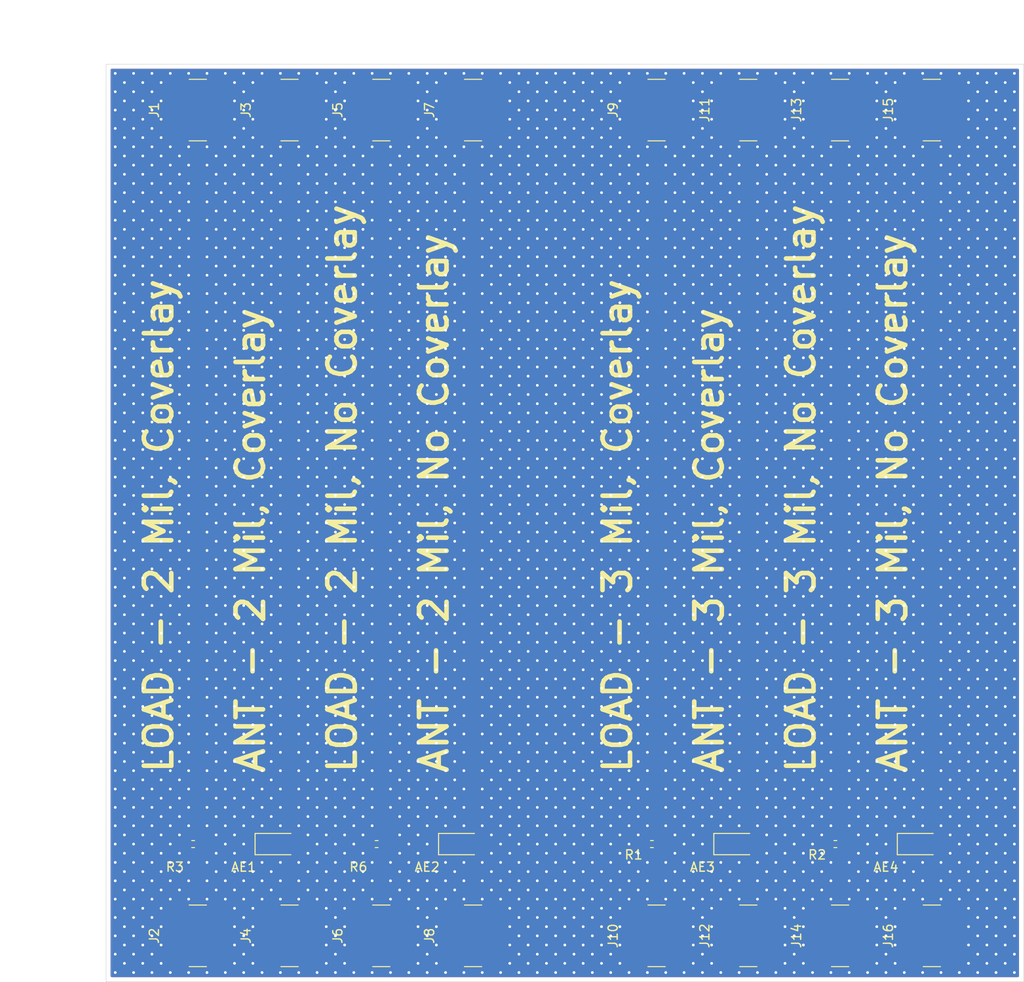
<source format=kicad_pcb>
(kicad_pcb (version 20240108) (generator "pcbnew") (generator_version "8.0")
  (layers (0 "F.Cu" signal) (31 "B.Cu" signal) (34 "B.Paste" user) (35 "F.Paste" user) (36 "B.SilkS" user "B.Silkscreen") (37 "F.SilkS" user "F.Silkscreen") (38 "B.Mask" user) (39 "F.Mask" user) (44 "Edge.Cuts" user))
  (net 0 "")
  (net 2 "Net-(AE1-PCB_Trace)")
  (net 4 "Net-(AE2-PCB_Trace)")
  (net 5 "GND")
  (net 6 "Net-(J1-In)")
  (net 8 "Net-(J10-In)")
  (net 9 "Net-(AE3-PCB_Trace)")
  (net 11 "Net-(AE4-PCB_Trace)")
  (net 12 "Net-(J13-In)")
  (net 13 "Net-(J5-In)")
  (footprint "RF_Antenna:Johanson_2450AT18x100" (layer "F.Cu") (at 88.55 135)
    (property "Reference" "AE2")
    (property "Value" "Antenna_Chip")
  )
  (footprint "Resistor_SMD:R_0402_1005Metric" (layer "F.Cu") (at 129.49 135 180)
    (property "Reference" "R2")
    (property "Value" "50R")
  )
  (footprint "Connector_Coaxial:SMA_Amphenol_132134-10_Vertical" (layer "F.Cu") (at 90 145 90)
    (property "Reference" "J8")
    (property "Value" "SMA")
  )
  (footprint "RF_Antenna:Johanson_2450AT18x100" (layer "F.Cu") (at 138.55 135)
    (property "Reference" "AE4")
    (property "Value" "Antenna_Chip")
  )
  (footprint "Connector_Coaxial:SMA_Amphenol_132134-10_Vertical" (layer "F.Cu") (at 140 145 90)
    (property "Reference" "J16")
    (property "Value" "SMA")
  )
  (footprint "Resistor_SMD:R_0402_1005Metric" (layer "F.Cu") (at 109.49 135 180)
    (property "Reference" "R1")
    (property "Value" "50R")
  )
  (footprint "Connector_Coaxial:SMA_Amphenol_132134-10_Vertical" (layer "F.Cu") (at 110 55 90)
    (property "Reference" "J9")
    (property "Value" "SMA")
  )
  (footprint "Connector_Coaxial:SMA_Amphenol_132134-10_Vertical" (layer "F.Cu") (at 70 145 90)
    (property "Reference" "J4")
    (property "Value" "SMA")
  )
  (footprint "Connector_Coaxial:SMA_Amphenol_132134-10_Vertical" (layer "F.Cu") (at 90 55 90)
    (property "Reference" "J7")
    (property "Value" "SMA")
  )
  (footprint "Connector_Coaxial:SMA_Amphenol_132134-10_Vertical" (layer "F.Cu") (at 70 55 90)
    (property "Reference" "J3")
    (property "Value" "SMA")
  )
  (footprint "Connector_Coaxial:SMA_Amphenol_132134-10_Vertical" (layer "F.Cu") (at 120 55 90)
    (property "Reference" "J11")
    (property "Value" "SMA")
  )
  (footprint "Connector_Coaxial:SMA_Amphenol_132134-10_Vertical" (layer "F.Cu") (at 110 145 90)
    (property "Reference" "J10")
    (property "Value" "SMA")
  )
  (footprint "Connector_Coaxial:SMA_Amphenol_132134-10_Vertical" (layer "F.Cu") (at 130 145 90)
    (property "Reference" "J14")
    (property "Value" "SMA")
  )
  (footprint "Connector_Coaxial:SMA_Amphenol_132134-10_Vertical" (layer "F.Cu") (at 140 55 90)
    (property "Reference" "J15")
    (property "Value" "SMA")
  )
  (footprint "RF_Antenna:Johanson_2450AT18x100" (layer "F.Cu") (at 68.55 135)
    (property "Reference" "AE1")
    (property "Value" "Antenna_Chip")
  )
  (footprint "Connector_Coaxial:SMA_Amphenol_132134-10_Vertical" (layer "F.Cu") (at 120 145 90)
    (property "Reference" "J12")
    (property "Value" "SMA")
  )
  (footprint "Resistor_SMD:R_0402_1005Metric" (layer "F.Cu") (at 79.49 135 180)
    (property "Reference" "R6")
    (property "Value" "50R")
  )
  (footprint "Connector_Coaxial:SMA_Amphenol_132134-10_Vertical" (layer "F.Cu") (at 80 145 90)
    (property "Reference" "J6")
    (property "Value" "SMA")
  )
  (footprint "Connector_Coaxial:SMA_Amphenol_132134-10_Vertical" (layer "F.Cu") (at 60 145 90)
    (property "Reference" "J2")
    (property "Value" "SMA")
  )
  (footprint "Resistor_SMD:R_0402_1005Metric" (layer "F.Cu") (at 59.49 135 180)
    (property "Reference" "R3")
    (property "Value" "50R")
  )
  (footprint "RF_Antenna:Johanson_2450AT18x100" (layer "F.Cu") (at 118.55 135)
    (property "Reference" "AE3")
    (property "Value" "Antenna_Chip")
  )
  (footprint "Connector_Coaxial:SMA_Amphenol_132134-10_Vertical" (layer "F.Cu") (at 130 55 90)
    (property "Reference" "J13")
    (property "Value" "SMA")
  )
  (footprint "Connector_Coaxial:SMA_Amphenol_132134-10_Vertical" (layer "F.Cu") (at 60 55 90)
    (property "Reference" "J1")
    (property "Value" "SMA")
  )
  (footprint "Connector_Coaxial:SMA_Amphenol_132134-10_Vertical" (layer "F.Cu") (at 80 55 90)
    (property "Reference" "J5")
    (property "Value" "SMA")
  )
  (gr_line (start 150 50) (end 150 150) (stroke (width 0.05)) (layer "Edge.Cuts"))
  (gr_line (start 50 50) (end 150 50) (stroke (width 0.05)) (layer "Edge.Cuts"))
  (gr_line (start 50 150) (end 50 50) (stroke (width 0.05)) (layer "Edge.Cuts"))
  (gr_line (start 150 150) (end 50 150) (stroke (width 0.05)) (layer "Edge.Cuts"))
  (gr_text "ANT - 2 Mil, No Coverlay" (at 87.5 127.5 90) (layer "F.SilkS") (effects (font (size 3 3) (thickness 0.5) (bold yes)) (justify left bottom)))
  (gr_text "ANT - 3 Mil, Coverlay" (at 117.5 127.5 90) (layer "F.SilkS") (effects (font (size 3 3) (thickness 0.5) (bold yes)) (justify left bottom)))
  (gr_text "LOAD - 2 Mil, Coverlay" (at 57.5 127.5 90) (layer "F.SilkS") (effects (font (size 3 3) (thickness 0.5) (bold yes)) (justify left bottom)))
  (gr_text "LOAD - 2 Mil, No Coverlay" (at 77.5 127.5 90) (layer "F.SilkS") (effects (font (size 3 3) (thickness 0.5) (bold yes)) (justify left bottom)))
  (gr_text "LOAD - 3 Mil, No Coverlay" (at 127.5 127.5 90) (layer "F.SilkS") (effects (font (size 3 3) (thickness 0.5) (bold yes)) (justify left bottom)))
  (gr_text "ANT - 2 Mil, Coverlay" (at 67.5 127.5 90) (layer "F.SilkS") (effects (font (size 3 3) (thickness 0.5) (bold yes)) (justify left bottom)))
  (gr_text "ANT - 3 Mil, No Coverlay" (at 137.5 127.5 90) (layer "F.SilkS") (effects (font (size 3 3) (thickness 0.5) (bold yes)) (justify left bottom)))
  (gr_text "LOAD - 3 Mil, Coverlay" (at 107.5 127.5 90) (layer "F.SilkS") (effects (font (size 3 3) (thickness 0.5) (bold yes)) (justify left bottom)))
  (segment (start 70 145) (end 70 55) (width 0.0508) (layer "F.Cu") (net 2))
  (segment (start 90 145) (end 90 55) (width 0.0508) (layer "F.Cu") (net 4))
  (via (at 66 52) (size 0.6) (drill 0.3) (layers "F.Cu" "B.Cu") (net 5))
  (via (at 96 68) (size 0.6) (drill 0.3) (layers "F.Cu" "B.Cu") (net 5))
  (via (at 98 132) (size 0.6) (drill 0.3) (layers "F.Cu" "B.Cu") (net 5))
  (via (at 67 59) (size 0.6) (drill 0.3) (layers "F.Cu" "B.Cu") (net 5))
  (via (at 129 89) (size 0.6) (drill 0.3) (layers "F.Cu" "B.Cu") (net 5))
  (via (at 59 63) (size 0.6) (drill 0.3) (layers "F.Cu" "B.Cu") (net 5))
  (via (at 92 68) (size 0.6) (drill 0.3) (layers "F.Cu" "B.Cu") (net 5))
  (via (at 122 108) (size 0.6) (drill 0.3) (layers "F.Cu" "B.Cu") (net 5))
  (via (at 133 123) (size 0.6) (drill 0.3) (layers "F.Cu" "B.Cu") (net 5))
  (via (at 97 55) (size 0.6) (drill 0.3) (layers "F.Cu" "B.Cu") (net 5))
  (via (at 124 84) (size 0.6) (drill 0.3) (layers "F.Cu" "B.Cu") (net 5))
  (via (at 96 100) (size 0.6) (drill 0.3) (layers "F.Cu" "B.Cu") (net 5))
  (via (at 145 111) (size 0.6) (drill 0.3) (layers "F.Cu" "B.Cu") (net 5))
  (via (at 100 110) (size 0.6) (drill 0.3) (layers "F.Cu" "B.Cu") (net 5))
  (via (at 85 83) (size 0.6) (drill 0.3) (layers "F.Cu" "B.Cu") (net 5))
  (via (at 61 119) (size 0.6) (drill 0.3) (layers "F.Cu" "B.Cu") (net 5))
  (via (at 54 56) (size 0.6) (drill 0.3) (layers "F.Cu" "B.Cu") (net 5))
  (via (at 77 137) (size 0.6) (drill 0.3) (layers "F.Cu" "B.Cu") (net 5))
  (via (at 134 66) (size 0.6) (drill 0.3) (layers "F.Cu" "B.Cu") (net 5))
  (via (at 141 149) (size 0.6) (drill 0.3) (layers "F.Cu" "B.Cu") (net 5))
  (via (at 107 67) (size 0.6) (drill 0.3) (layers "F.Cu" "B.Cu") (net 5))
  (via (at 132 136) (size 0.6) (drill 0.3) (layers "F.Cu" "B.Cu") (net 5))
  (via (at 93 61) (size 0.6) (drill 0.3) (layers "F.Cu" "B.Cu") (net 5))
  (via (at 128 138) (size 0.6) (drill 0.3) (layers "F.Cu" "B.Cu") (net 5))
  (via (at 75 85) (size 0.6) (drill 0.3) (layers "F.Cu" "B.Cu") (net 5))
  (via (at 137 87) (size 0.6) (drill 0.3) (layers "F.Cu" "B.Cu") (net 5))
  (via (at 62 90) (size 0.6) (drill 0.3) (layers "F.Cu" "B.Cu") (net 5))
  (via (at 105 99) (size 0.6) (drill 0.3) (layers "F.Cu" "B.Cu") (net 5))
  (via (at 65 71) (size 0.6) (drill 0.3) (layers "F.Cu" "B.Cu") (net 5))
  (via (at 111 117) (size 0.6) (drill 0.3) (layers "F.Cu" "B.Cu") (net 5))
  (via (at 108 132) (size 0.6) (drill 0.3) (layers "F.Cu" "B.Cu") (net 5))
  (via (at 129 79) (size 0.6) (drill 0.3) (layers "F.Cu" "B.Cu") (net 5))
  (via (at 97 109) (size 0.6) (drill 0.3) (layers "F.Cu" "B.Cu") (net 5))
  (via (at 119 61) (size 0.6) (drill 0.3) (layers "F.Cu" "B.Cu") (net 5))
  (via (at 104 132) (size 0.6) (drill 0.3) (layers "F.Cu" "B.Cu") (net 5))
  (via (at 144 142) (size 0.6) (drill 0.3) (layers "F.Cu" "B.Cu") (net 5))
  (via (at 138 70) (size 0.6) (drill 0.3) (layers "F.Cu" "B.Cu") (net 5))
  (via (at 69 113) (size 0.6) (drill 0.3) (layers "F.Cu" "B.Cu") (net 5))
  (via (at 101 147) (size 0.6) (drill 0.3) (layers "F.Cu" "B.Cu") (net 5))
  (via (at 127 85) (size 0.6) (drill 0.3) (layers "F.Cu" "B.Cu") (net 5))
  (via (at 56 128) (size 0.6) (drill 0.3) (layers "F.Cu" "B.Cu") (net 5))
  (via (at 93 85) (size 0.6) (drill 0.3) (layers "F.Cu" "B.Cu") (net 5))
  (via (at 84 58) (size 0.6) (drill 0.3) (layers "F.Cu" "B.Cu") (net 5))
  (via (at 66 100) (size 0.6) (drill 0.3) (layers "F.Cu" "B.Cu") (net 5))
  (via (at 114 104) (size 0.6) (drill 0.3) (layers "F.Cu" "B.Cu") (net 5))
  (via (at 123 101) (size 0.6) (drill 0.3) (layers "F.Cu" "B.Cu") (net 5))
  (via (at 115 115) (size 0.6) (drill 0.3) (layers "F.Cu" "B.Cu") (net 5))
  (via (at 51 117) (size 0.6) (drill 0.3) (layers "F.Cu" "B.Cu") (net 5))
  (via (at 116 148) (size 0.6) (drill 0.3) (layers "F.Cu" "B.Cu") (net 5))
  (via (at 100 90) (size 0.6) (drill 0.3) (layers "F.Cu" "B.Cu") (net 5))
  (via (at 93 75) (size 0.6) (drill 0.3) (layers "F.Cu" "B.Cu") (net 5))
  (via (at 99 79) (size 0.6) (drill 0.3) (layers "F.Cu" "B.Cu") (net 5))
  (via (at 66 106) (size 0.6) (drill 0.3) (layers "F.Cu" "B.Cu") (net 5))
  (via (at 109 67) (size 0.6) (drill 0.3) (layers "F.Cu" "B.Cu") (net 5))
  (via (at 81 139) (size 0.6) (drill 0.3) (layers "F.Cu" "B.Cu") (net 5))
  (via (at 146 112) (size 0.6) (drill 0.3) (layers "F.Cu" "B.Cu") (net 5))
  (via (at 98 58) (size 0.6) (drill 0.3) (layers "F.Cu" "B.Cu") (net 5))
  (via (at 108 96) (size 0.6) (drill 0.3) (layers "F.Cu" "B.Cu") (net 5))
  (via (at 87 115) (size 0.6) (drill 0.3) (layers "F.Cu" "B.Cu") (net 5))
  (via (at 109 97) (size 0.6) (drill 0.3) (layers "F.Cu" "B.Cu") (net 5))
  (via (at 133 149) (size 0.6) (drill 0.3) (layers "F.Cu" "B.Cu") (net 5))
  (via (at 106 118) (size 0.6) (drill 0.3) (layers "F.Cu" "B.Cu") (net 5))
  (via (at 75 141) (size 0.6) (drill 0.3) (layers "F.Cu" "B.Cu") (net 5))
  (via (at 148 118) (size 0.6) (drill 0.3) (layers "F.Cu" "B.Cu") (net 5))
  (via (at 69 87) (size 0.6) (drill 0.3) (layers "F.Cu" "B.Cu") (net 5))
  (via (at 53 105) (size 0.6) (drill 0.3) (layers "F.Cu" "B.Cu") (net 5))
  (via (at 98 104) (size 0.6) (drill 0.3) (layers "F.Cu" "B.Cu") (net 5))
  (via (at 85 57) (size 0.6) (drill 0.3) (layers "F.Cu" "B.Cu") (net 5))
  (via (at 88 108) (size 0.6) (drill 0.3) (layers "F.Cu" "B.Cu") (net 5))
  (via (at 131 71) (size 0.6) (drill 0.3) (layers "F.Cu" "B.Cu") (net 5))
  (via (at 132 118) (size 0.6) (drill 0.3) (layers "F.Cu" "B.Cu") (net 5))
  (via (at 105 105) (size 0.6) (drill 0.3) (layers "F.Cu" "B.Cu") (net 5))
  (via (at 64 82) (size 0.6) (drill 0.3) (layers "F.Cu" "B.Cu") (net 5))
  (via (at 121 127) (size 0.6) (drill 0.3) (layers "F.Cu" "B.Cu") (net 5))
  (via (at 57 51) (size 0.6) (drill 0.3) (layers "F.Cu" "B.Cu") (net 5))
  (via (at 106 60) (size 0.6) (drill 0.3) (layers "F.Cu" "B.Cu") (net 5))
  (via (at 94 116) (size 0.6) (drill 0.3) (layers "F.Cu" "B.Cu") (net 5))
  (via (at 147 119) (size 0.6) (drill 0.3) (layers "F.Cu" "B.Cu") (net 5))
  (via (at 107 99) (size 0.6) (drill 0.3) (layers "F.Cu" "B.Cu") (net 5))
  (via (at 144 116) (size 0.6) (drill 0.3) (layers "F.Cu" "B.Cu") (net 5))
  (via (at 81 67) (size 0.6) (drill 0.3) (layers "F.Cu" "B.Cu") (net 5))
  (via (at 53 93) (size 0.6) (drill 0.3) (layers "F.Cu" "B.Cu") (net 5))
  (via (at 91 73) (size 0.6) (drill 0.3) (layers "F.Cu" "B.Cu") (net 5))
  (via (at 123 87) (size 0.6) (drill 0.3) (layers "F.Cu" "B.Cu") (net 5))
  (via (at 96 60) (size 0.6) (drill 0.3) (layers "F.Cu" "B.Cu") (net 5))
  (via (at 53 131) (size 0.6) (drill 0.3) (layers "F.Cu" "B.Cu") (net 5))
  (via (at 93 99) (size 0.6) (drill 0.3) (layers "F.Cu" "B.Cu") (net 5))
  (via (at 131 85) (size 0.6) (drill 0.3) (layers "F.Cu" "B.Cu") (net 5))
  (via (at 66 144) (size 0.6) (drill 0.3) (layers "F.Cu" "B.Cu") (net 5))
  (via (at 53 77) (size 0.6) (drill 0.3) (layers "F.Cu" "B.Cu") (net 5))
  (via (at 141 91) (size 0.6) (drill 0.3) (layers "F.Cu" "B.Cu") (net 5))
  (via (at 114 146) (size 0.6) (drill 0.3) (layers "F.Cu" "B.Cu") (net 5))
  (via (at 61 51) (size 0.6) (drill 0.3) (layers "F.Cu" "B.Cu") (net 5))
  (via (at 53 111) (size 0.6) (drill 0.3) (layers "F.Cu" "B.Cu") (net 5))
  (via (at 55 53) (size 0.6) (drill 0.3) (layers "F.Cu" "B.Cu") (net 5))
  (via (at 139 111) (size 0.6) (drill 0.3) (layers "F.Cu" "B.Cu") (net 5))
  (via (at 144 122) (size 0.6) (drill 0.3) (layers "F.Cu" "B.Cu") (net 5))
  (via (at 113 81) (size 0.6) (drill 0.3) (layers "F.Cu" "B.Cu") (net 5))
  (via (at 73 139) (size 0.6) (drill 0.3) (layers "F.Cu" "B.Cu") (net 5))
  (via (at 136 130) (size 0.6) (drill 0.3) (layers "F.Cu" "B.Cu") (net 5))
  (via (at 75 111) (size 0.6) (drill 0.3) (layers "F.Cu" "B.Cu") (net 5))
  (via (at 53 69) (size 0.6) (drill 0.3) (layers "F.Cu" "B.Cu") (net 5))
  (via (at 125 103) (size 0.6) (drill 0.3) (layers "F.Cu" "B.Cu") (net 5))
  (via (at 139 129) (size 0.6) (drill 0.3) (layers "F.Cu" "B.Cu") (net 5))
  (via (at 95 131) (size 0.6) (drill 0.3) (layers "F.Cu" "B.Cu") (net 5))
  (via (at 75 89) (size 0.6) (drill 0.3) (layers "F.Cu" "B.Cu") (net 5))
  (via (at 107 71) (size 0.6) (drill 0.3) (layers "F.Cu" "B.Cu") (net 5))
  (via (at 146 142) (size 0.6) (drill 0.3) (layers "F.Cu" "B.Cu") (net 5))
  (via (at 132 106) (size 0.6) (drill 0.3) (layers "F.Cu" "B.Cu") (net 5))
  (via (at 106 100) (size 0.6) (drill 0.3) (layers "F.Cu" "B.Cu") (net 5))
  (via (at 107 115) (size 0.6) (drill 0.3) (layers "F.Cu" "B.Cu") (net 5))
  (via (at 103 61) (size 0.6) (drill 0.3) (layers "F.Cu" "B.Cu") (net 5))
  (via (at 61 149) (size 0.6) (drill 0.3) (layers "F.Cu" "B.Cu") (net 5))
  (via (at 51 133) (size 0.6) (drill 0.3) (layers "F.Cu" "B.Cu") (net 5))
  (via (at 127 113) (size 0.6) (drill 0.3) (layers "F.Cu" "B.Cu") (net 5))
  (via (at 115 89) (size 0.6) (drill 0.3) (layers "F.Cu" "B.Cu") (net 5))
  (via (at 109 149) (size 0.6) (drill 0.3) (layers "F.Cu" "B.Cu") (net 5))
  (via (at 136 54) (size 0.6) (drill 0.3) (layers "F.Cu" "B.Cu") (net 5))
  (via (at 77 71) (size 0.6) (drill 0.3) (layers "F.Cu" "B.Cu") (net 5))
  (via (at 100 70) (size 0.6) (drill 0.3) (layers "F.Cu" "B.Cu") (net 5))
  (via (at 94 84) (size 0.6) (drill 0.3) (layers "F.Cu" "B.Cu") (net 5))
  (via (at 53 113) (size 0.6) (drill 0.3) (layers "F.Cu" "B.Cu") (net 5))
  (via (at 133 139) (size 0.6) (drill 0.3) (layers "F.Cu" "B.Cu") (net 5))
  (via (at 134 60) (size 0.6) (drill 0.3) (layers "F.Cu" "B.Cu") (net 5))
  (via (at 113 89) (size 0.6) (drill 0.3) (layers "F.Cu" "B.Cu") (net 5))
  (via (at 112 98) (size 0.6) (drill 0.3) (layers "F.Cu" "B.Cu") (net 5))
  (via (at 89 79) (size 0.6) (drill 0.3) (layers "F.Cu" "B.Cu") (net 5))
  (via (at 51 119) (size 0.6) (drill 0.3) (layers "F.Cu" "B.Cu") (net 5))
  (via (at 146 82) (size 0.6) (drill 0.3) (layers "F.Cu" "B.Cu") (net 5))
  (via (at 118 90) (size 0.6) (drill 0.3) (layers "F.Cu" "B.Cu") (net 5))
  (via (at 133 99) (size 0.6) (drill 0.3) (layers "F.Cu" "B.Cu") (net 5))
  (via (at 141 123) (size 0.6) (drill 0.3) (layers "F.Cu" "B.Cu") (net 5))
  (via (at 67 115) (size 0.6) (drill 0.3) (layers "F.Cu" "B.Cu") (net 5))
  (via (at 65 95) (size 0.6) (drill 0.3) (layers "F.Cu" "B.Cu") (net 5))
  (via (at 93 73) (size 0.6) (drill 0.3) (layers "F.Cu" "B.Cu") (net 5))
  (via (at 78 90) (size 0.6) (drill 0.3) (layers "F.Cu" "B.Cu") (net 5))
  (via (at 58 72) (size 0.6) (drill 0.3) (layers "F.Cu" "B.Cu") (net 5))
  (via (at 103 97) (size 0.6) (drill 0.3) (layers "F.Cu" "B.Cu") (net 5))
  (via (at 54 94) (size 0.6) (drill 0.3) (layers "F.Cu" "B.Cu") (net 5))
  (via (at 67 79) (size 0.6) (drill 0.3) (layers "F.Cu" "B.Cu") (net 5))
  (via (at 114 76) (size 0.6) (drill 0.3) (layers "F.Cu" "B.Cu") (net 5))
  (via (at 131 91) (size 0.6) (drill 0.3) (layers "F.Cu" "B.Cu") (net 5))
  (via (at 91 139) (size 0.6) (drill 0.3) (layers "F.Cu" "B.Cu") (net 5))
  (via (at 96 86) (size 0.6) (drill 0.3) (layers "F.Cu" "B.Cu") (net 5))
  (via (at 106 84) (size 0.6) (drill 0.3) (layers "F.Cu" "B.Cu") (net 5))
  (via (at 137 67) (size 0.6) (drill 0.3) (layers "F.Cu" "B.Cu") (net 5))
  (via (at 98 136) (size 0.6) (drill 0.3) (layers "F.Cu" "B.Cu") (net 5))
  (via (at 136 72) (size 0.6) (drill 0.3) (layers "F.Cu" "B.Cu") (net 5))
  (via (at 113 109) (size 0.6) (drill 0.3) (layers "F.Cu" "B.Cu") (net 5))
  (via (at 73 75) (size 0.6) (drill 0.3) (layers "F.Cu" "B.Cu") (net 5))
  (via (at 112 110) (size 0.6) (drill 0.3) (layers "F.Cu" "B.Cu") (net 5))
  (via (at 53 85) (size 0.6) (drill 0.3) (layers "F.Cu" "B.Cu") (net 5))
  (via (at 69 131) (size 0.6) (drill 0.3) (layers "F.Cu" "B.Cu") (net 5))
  (via (at 103 137) (size 0.6) (drill 0.3) (layers "F.Cu" "B.Cu") (net 5))
  (via (at 149 101) (size 0.6) (drill 0.3) (layers "F.Cu" "B.Cu") (net 5))
  (via (at 142 130) (size 0.6) (drill 0.3) (layers "F.Cu" "B.Cu") (net 5))
  (via (at 97 129) (size 0.6) (drill 0.3) (layers "F.Cu" "B.Cu") (net 5))
  (via (at 68 120) (size 0.6) (drill 0.3) (layers "F.Cu" "B.Cu") (net 5))
  (via (at 79 77) (size 0.6) (drill 0.3) (layers "F.Cu" "B.Cu") (net 5))
  (via (at 79 105) (size 0.6) (drill 0.3) (layers "F.Cu" "B.Cu") (net 5))
  (via (at 114 138) (size 0.6) (drill 0.3) (layers "F.Cu" "B.Cu") (net 5))
  (via (at 74 118) (size 0.6) (drill 0.3) (layers "F.Cu" "B.Cu") (net 5))
  (via (at 134 88) (size 0.6) (drill 0.3) (layers "F.Cu" "B.Cu") (net 5))
  (via (at 137 119) (size 0.6) (drill 0.3) (layers "F.Cu" "B.Cu") (net 5))
  (via (at 89 103) (size 0.6) (drill 0.3) (layers "F.Cu" "B.Cu") (net 5))
  (via (at 91 129) (size 0.6) (drill 0.3) (layers "F.Cu" "B.Cu") (net 5))
  (via (at 139 85) (size 0.6) (drill 0.3) (layers "F.Cu" "B.Cu") (net 5))
  (via (at 109 137) (size 0.6) (drill 0.3) (layers "F.Cu" "B.Cu") (net 5))
  (via (at 100 96) (size 0.6) (drill 0.3) (layers "F.Cu" "B.Cu") (net 5))
  (via (at 113 67) (size 0.6) (drill 0.3) (layers "F.Cu" "B.Cu") (net 5))
  (via (at 71 111) (size 0.6) (drill 0.3) (layers "F.Cu" "B.Cu") (net 5))
  (via (at 54 116) (size 0.6) (drill 0.3) (layers "F.Cu" "B.Cu") (net 5))
  (via (at 73 123) (size 0.6) (drill 0.3) (layers "F.Cu" "B.Cu") (net 5))
  (via (at 59 61) (size 0.6) (drill 0.3) (layers "F.Cu" "B.Cu") (net 5))
  (via (at 67 107) (size 0.6) (drill 0.3) (layers "F.Cu" "B.Cu") (net 5))
  (via (at 63 117) (size 0.6) (drill 0.3) (layers "F.Cu" "B.Cu") (net 5))
  (via (at 98 64) (size 0.6) (drill 0.3) (layers "F.Cu" "B.Cu") (net 5))
  (via (at 76 62) (size 0.6) (drill 0.3) (layers "F.Cu" "B.Cu") (net 5))
  (via (at 64 92) (size 0.6) (drill 0.3) (layers "F.Cu" "B.Cu") (net 5))
  (via (at 143 103) (size 0.6) (drill 0.3) (layers "F.Cu" "B.Cu") (net 5))
  (via (at 89 89) (size 0.6) (drill 0.3) (layers "F.Cu" "B.Cu") (net 5))
  (via (at 127 139) (size 0.6) (drill 0.3) (layers "F.Cu" "B.Cu") (net 5))
  (via (at 79 63) (size 0.6) (drill 0.3) (layers "F.Cu" "B.Cu") (net 5))
  (via (at 116 66) (size 0.6) (drill 0.3) (layers "F.Cu" "B.Cu") (net 5))
  (via (at 88 70) (size 0.6) (drill 0.3) (layers "F.Cu" "B.Cu") (net 5))
  (via (at 102 68) (size 0.6) (drill 0.3) (layers "F.Cu" "B.Cu") (net 5))
  (via (at 129 91) (size 0.6) (drill 0.3) (layers "F.Cu" "B.Cu") (net 5))
  (via (at 76 70) (size 0.6) (drill 0.3) (layers "F.Cu" "B.Cu") (net 5))
  (via (at 51 143) (size 0.6) (drill 0.3) (layers "F.Cu" "B.Cu") (net 5))
  (via (at 126 96) (size 0.6) (drill 0.3) (layers "F.Cu" "B.Cu") (net 5))
  (via (at 96 110) (size 0.6) (drill 0.3) (layers "F.Cu" "B.Cu") (net 5))
  (via (at 142 106) (size 0.6) (drill 0.3) (layers "F.Cu" "B.Cu") (net 5))
  (via (at 78 66) (size 0.6) (drill 0.3) (layers "F.Cu" "B.Cu") (net 5))
  (via (at 146 108) (size 0.6) (drill 0.3) (layers "F.Cu" "B.Cu") (net 5))
  (via (at 62 140) (size 0.6) (drill 0.3) (layers "F.Cu" "B.Cu") (net 5))
  (via (at 69 95) (size 0.6) (drill 0.3) (layers "F.Cu" "B.Cu") (net 5))
  (via (at 85 127) (size 0.6) (drill 0.3) (layers "F.Cu" "B.Cu") (net 5))
  (via (at 61 61) (size 0.6) (drill 0.3) (layers "F.Cu" "B.Cu") (net 5))
  (via (at 139 99) (size 0.6) (drill 0.3) (layers "F.Cu" "B.Cu") (net 5))
  (via (at 103 113) (size 0.6) (drill 0.3) (layers "F.Cu" "B.Cu") (net 5))
  (via (at 99 117) (size 0.6) (drill 0.3) (layers "F.Cu" "B.Cu") (net 5))
  (via (at 96 106) (size 0.6) (drill 0.3) (layers "F.Cu" "B.Cu") (net 5))
  (via (at 109 141) (size 0.6) (drill 0.3) (layers "F.Cu" "B.Cu") (net 5))
  (via (at 141 115) (size 0.6) (drill 0.3) (layers "F.Cu" "B.Cu") (net 5))
  (via (at 117 93) (size 0.6) (drill 0.3) (layers "F.Cu" "B.Cu") (net 5))
  (via (at 107 113) (size 0.6) (drill 0.3) (layers "F.Cu" "B.Cu") (net 5))
  (via (at 87 109) (size 0.6) (drill 0.3) (layers "F.Cu" "B.Cu") (net 5))
  (via (at 143 109) (size 0.6) (drill 0.3) (layers "F.Cu" "B.Cu") (net 5))
  (via (at 145 123) (size 0.6) (drill 0.3) (layers "F.Cu" "B.Cu") (net 5))
  (via (at 66 116) (size 0.6) (drill 0.3) (layers "F.Cu" "B.Cu") (net 5))
  (via (at 54 76) (size 0.6) (drill 0.3) (layers "F.Cu" "B.Cu") (net 5))
  (via (at 100 134) (size 0.6) (drill 0.3) (layers "F.Cu" "B.Cu") (net 5))
  (via (at 134 90) (size 0.6) (drill 0.3) (layers "F.Cu" "B.Cu") (net 5))
  (via (at 104 68) (size 0.6) (drill 0.3) (layers "F.Cu" "B.Cu") (net 5))
  (via (at 143 81) (size 0.6) (drill 0.3) (layers "F.Cu" "B.Cu") (net 5))
  (via (at 54 146) (size 0.6) (drill 0.3) (layers "F.Cu" "B.Cu") (net 5))
  (via (at 148 112) (size 0.6) (drill 0.3) (layers "F.Cu" "B.Cu") (net 5))
  (via (at 99 89) (size 0.6) (drill 0.3) (layers "F.Cu" "B.Cu") (net 5))
  (via (at 144 60) (size 0.6) (drill 0.3) (layers "F.Cu" "B.Cu") (net 5))
  (via (at 141 81) (size 0.6) (drill 0.3) (layers "F.Cu" "B.Cu") (net 5))
  (via (at 145 85) (size 0.6) (drill 0.3) (layers "F.Cu" "B.Cu") (net 5))
  (via (at 85 125) (size 0.6) (drill 0.3) (layers "F.Cu" "B.Cu") (net 5))
  (via (at 81 87) (size 0.6) (drill 0.3) (layers "F.Cu" "B.Cu") (net 5))
  (via (at 116 128) (size 0.6) (drill 0.3) (layers "F.Cu" "B.Cu") (net 5))
  (via (at 103 65) (size 0.6) (drill 0.3) (layers "F.Cu" "B.Cu") (net 5))
  (via (at 52 132) (size 0.6) (drill 0.3) (layers "F.Cu" "B.Cu") (net 5))
  (via (at 121 91) (size 0.6) (drill 0.3) (layers "F.Cu" "B.Cu") (net 5))
  (via (at 84 122) (size 0.6) (drill 0.3) (layers "F.Cu" "B.Cu") (net 5))
  (via (at 123 51) (size 0.6) (drill 0.3) (layers "F.Cu" "B.Cu") (net 5))
  (via (at 65 123) (size 0.6) (drill 0.3) (layers "F.Cu" "B.Cu") (net 5))
  (via (at 85 147) (size 0.6) (drill 0.3) (layers "F.Cu" "B.Cu") (net 5))
  (via (at 118 82) (size 0.6) (drill 0.3) (layers "F.Cu" "B.Cu") (net 5))
  (via (at 129 51) (size 0.6) (drill 0.3) (layers "F.Cu" "B.Cu") (net 5))
  (via (at 66 112) (size 0.6) (drill 0.3) (layers "F.Cu" "B.Cu") (net 5))
  (via (at 107 107) (size 0.6) (drill 0.3) (layers "F.Cu" "B.Cu") (net 5))
  (via (at 73 137) (size 0.6) (drill 0.3) (layers "F.Cu" "B.Cu") (net 5))
  (via (at 76 56) (size 0.6) (drill 0.3) (layers "F.Cu" "B.Cu") (net 5))
  (via (at 95 95) (size 0.6) (drill 0.3) (layers "F.Cu" "B.Cu") (net 5))
  (via (at 139 73) (size 0.6) (drill 0.3) (layers "F.Cu" "B.Cu") (net 5))
  (via (at 142 110) (size 0.6) (drill 0.3) (layers "F.Cu" "B.Cu") (net 5))
  (via (at 52 124) (size 0.6) (drill 0.3) (layers "F.Cu" "B.Cu") (net 5))
  (via (at 146 134) (size 0.6) (drill 0.3) (layers "F.Cu" "B.Cu") (net 5))
  (via (at 79 149) (size 0.6) (drill 0.3) (layers "F.Cu" "B.Cu") (net 5))
  (via (at 79 81) (size 0.6) (drill 0.3) (layers "F.Cu" "B.Cu") (net 5))
  (via (at 61 67) (size 0.6) (drill 0.3) (layers "F.Cu" "B.Cu") (net 5))
  (via (at 115 137) (size 0.6) (drill 0.3) (layers "F.Cu" "B.Cu") (net 5))
  (via (at 143 119) (size 0.6) (drill 0.3) (layers "F.Cu" "B.Cu") (net 5))
  (via (at 78 134) (size 0.6) (drill 0.3) (layers "F.Cu" "B.Cu") (net 5))
  (via (at 147 53) (size 0.6) (drill 0.3) (layers "F.Cu" "B.Cu") (net 5))
  (via (at 81 123) (size 0.6) (drill 0.3) (layers "F.Cu" "B.Cu") (net 5))
  (via (at 144 130) (size 0.6) (drill 0.3) (layers "F.Cu" "B.Cu") (net 5))
  (via (at 106 134) (size 0.6) (drill 0.3) (layers "F.Cu" "B.Cu") (net 5))
  (via (at 79 133) (size 0.6) (drill 0.3) (layers "F.Cu" "B.Cu") (net 5))
  (via (at 87 81) (size 0.6) (drill 0.3) (layers "F.Cu" "B.Cu") (net 5))
  (via (at 107 103) (size 0.6) (drill 0.3) (layers "F.Cu" "B.Cu") (net 5))
  (via (at 147 95) (size 0.6) (drill 0.3) (layers "F.Cu" "B.Cu") (net 5))
  (via (at 148 106) (size 0.6) (drill 0.3) (layers "F.Cu" "B.Cu") (net 5))
  (via (at 74 84) (size 0.6) (drill 0.3) (layers "F.Cu" "B.Cu") (net 5))
  (via (at 91 65) (size 0.6) (drill 0.3) (layers "F.Cu" "B.Cu") (net 5))
  (via (at 72 68) (size 0.6) (drill 0.3) (layers "F.Cu" "B.Cu") (net 5))
  (via (at 112 126) (size 0.6) (drill 0.3) (layers "F.Cu" "B.Cu") (net 5))
  (via (at 102 66) (size 0.6) (drill 0.3) (layers "F.Cu" "B.Cu") (net 5))
  (via (at 148 80) (size 0.6) (drill 0.3) (layers "F.Cu" "B.Cu") (net 5))
  (via (at 145 89) (size 0.6) (drill 0.3) (layers "F.Cu" "B.Cu") (net 5))
  (via (at 121 87) (size 0.6) (drill 0.3) (layers "F.Cu" "B.Cu") (net 5))
  (via (at 97 145) (size 0.6) (drill 0.3) (layers "F.Cu" "B.Cu") (net 5))
  (via (at 106 90) (size 0.6) (drill 0.3) (layers "F.Cu" "B.Cu") (net 5))
  (via (at 143 139) (size 0.6) (drill 0.3) (layers "F.Cu" "B.Cu") (net 5))
  (via (at 112 116) (size 0.6) (drill 0.3) (layers "F.Cu" "B.Cu") (net 5))
  (via (at 104 60) (size 0.6) (drill 0.3) (layers "F.Cu" "B.Cu") (net 5))
  (via (at 59 115) (size 0.6) (drill 0.3) (layers "F.Cu" "B.Cu") (net 5))
  (via (at 99 55) (size 0.6) (drill 0.3) (layers "F.Cu" "B.Cu") (net 5))
  (via (at 92 132) (size 0.6) (drill 0.3) (layers "F.Cu" "B.Cu") (net 5))
  (via (at 82 134) (size 0.6) (drill 0.3) (layers "F.Cu" "B.Cu") (net 5))
  (via (at 109 107) (size 0.6) (drill 0.3) (layers "F.Cu" "B.Cu") (net 5))
  (via (at 107 119) (size 0.6) (drill 0.3) (layers "F.Cu" "B.Cu") (net 5))
  (via (at 58 90) (size 0.6) (drill 0.3) (layers "F.Cu" "B.Cu") (net 5))
  (via (at 88 74) (size 0.6) (drill 0.3) (layers "F.Cu" "B.Cu") (net 5))
  (via (at 79 73) (size 0.6) (drill 0.3) (layers "F.Cu" "B.Cu") (net 5))
  (via (at 115 59) (size 0.6) (drill 0.3) (layers "F.Cu" "B.Cu") (net 5))
  (via (at 112 92) (size 0.6) (drill 0.3) (layers "F.Cu" "B.Cu") (net 5))
  (via (at 132 70) (size 0.6) (drill 0.3) (layers "F.Cu" "B.Cu") (net 5))
  (via (at 51 147) (size 0.6) (drill 0.3) (layers "F.Cu" "B.Cu") (net 5))
  (via (at 108 136) (size 0.6) (drill 0.3) (layers "F.Cu" "B.Cu") (net 5))
  (via (at 83 141) (size 0.6) (drill 0.3) (layers "F.Cu" "B.Cu") (net 5))
  (via (at 131 59) (size 0.6) (drill 0.3) (layers "F.Cu" "B.Cu") (net 5))
  (via (at 106 110) (size 0.6) (drill 0.3) (layers "F.Cu" "B.Cu") (net 5))
  (via (at 91 123) (size 0.6) (drill 0.3) (layers "F.Cu" "B.Cu") (net 5))
  (via (at 102 98) (size 0.6) (drill 0.3) (layers "F.Cu" "B.Cu") (net 5))
  (via (at 75 137) (size 0.6) (drill 0.3) (layers "F.Cu" "B.Cu") (net 5))
  (via (at 123 115) (size 0.6) (drill 0.3) (layers "F.Cu" "B.Cu") (net 5))
  (via (at 134 92) (size 0.6) (drill 0.3) (layers "F.Cu" "B.Cu") (net 5))
  (via (at 125 107) (size 0.6) (drill 0.3) (layers "F.Cu" "B.Cu") (net 5))
  (via (at 89 123) (size 0.6) (drill 0.3) (layers "F.Cu" "B.Cu") (net 5))
  (via (at 65 111) (size 0.6) (drill 0.3) (layers "F.Cu" "B.Cu") (net 5))
  (via (at 84 114) (size 0.6) (drill 0.3) (layers "F.Cu" "B.Cu") (net 5))
  (via (at 56 96) (size 0.6) (drill 0.3) (layers "F.Cu" "B.Cu") (net 5))
  (via (at 119 123) (size 0.6) (drill 0.3) (layers "F.Cu" "B.Cu") (net 5))
  (via (at 141 129) (size 0.6) (drill 0.3) (layers "F.Cu" "B.Cu") (net 5))
  (via (at 73 117) (size 0.6) (drill 0.3) (layers "F.Cu" "B.Cu") (net 5))
  (via (at 122 82) (size 0.6) (drill 0.3) (layers "F.Cu" "B.Cu") (net 5))
  (via (at 86 110) (size 0.6) (drill 0.3) (layers "F.Cu" "B.Cu") (net 5))
  (via (at 85 117) (size 0.6) (drill 0.3) (layers "F.Cu" "B.Cu") (net 5))
  (via (at 114 60) (size 0.6) (drill 0.3) (layers "F.Cu" "B.Cu") (net 5))
  (via (at 76 124) (size 0.6) (drill 0.3) (layers "F.Cu" "B.Cu") (net 5))
  (via (at 128 70) (size 0.6) (drill 0.3) (layers "F.Cu" "B.Cu") (net 5))
  (via (at 143 97) (size 0.6) (drill 0.3) (layers "F.Cu" "B.Cu") (net 5))
  (via (at 59 127) (size 0.6) (drill 0.3) (layers "F.Cu" "B.Cu") (net 5))
  (via (at 133 129) (size 0.6) (drill 0.3) (layers "F.Cu" "B.Cu") (net 5))
  (via (at 129 63) (size 0.6) (drill 0.3) (layers "F.Cu" "B.Cu") (net 5))
  (via (at 98 66) (size 0.6) (drill 0.3) (layers "F.Cu" "B.Cu") (net 5))
  (via (at 68 132) (size 0.6) (drill 0.3) (layers "F.Cu" "B.Cu") (net 5))
  (via (at 145 115) (size 0.6) (drill 0.3) (layers "F.Cu" "B.Cu") (net 5))
  (via (at 143 133) (size 0.6) (drill 0.3) (layers "F.Cu" "B.Cu") (net 5))
  (via (at 115 111) (size 0.6) (drill 0.3) (layers "F.Cu" "B.Cu") (net 5))
  (via (at 94 138) (size 0.6) (drill 0.3) (layers "F.Cu" "B.Cu") (net 5))
  (via (at 136 70) (size 0.6) (drill 0.3) (layers "F.Cu" "B.Cu") (net 5))
  (via (at 100 78) (size 0.6) (drill 0.3) (layers "F.Cu" "B.Cu") (net 5))
  (via (at 117 119) (size 0.6) (drill 0.3) (layers "F.Cu" "B.Cu") (net 5))
  (via (at 75 83) (size 0.6) (drill 0.3) (layers "F.Cu" "B.Cu") (net 5))
  (via (at 105 147) (size 0.6) (drill 0.3) (layers "F.Cu" "B.Cu") (net 5))
  (via (at 148 142) (size 0.6) (drill 0.3) (layers "F.Cu" "B.Cu") (net 5))
  (via (at 113 51) (size 0.6) (drill 0.3) (layers "F.Cu" "B.Cu") (net 5))
  (via (at 89 73) (size 0.6) (drill 0.3) (layers "F.Cu" "B.Cu") (net 5))
  (via (at 124 64) (size 0.6) (drill 0.3) (layers "F.Cu" "B.Cu") (net 5))
  (via (at 107 83) (size 0.6) (drill 0.3) (layers "F.Cu" "B.Cu") (net 5))
  (via (at 59 87) (size 0.6) (drill 0.3) (layers "F.Cu" "B.Cu") (net 5))
  (via (at 144 98) (size 0.6) (drill 0.3) (layers "F.Cu" "B.Cu") (net 5))
  (via (at 87 127) (size 0.6) (drill 0.3) (layers "F.Cu" "B.Cu") (net 5))
  (via (at 112 96) (size 0.6) (drill 0.3) (layers "F.Cu" "B.Cu") (net 5))
  (via (at 125 139) (size 0.6) (drill 0.3) (layers "F.Cu" "B.Cu") (net 5))
  (via (at 56 98) (size 0.6) (drill 0.3) (layers "F.Cu" "B.Cu") (net 5))
  (via (at 107 149) (size 0.6) (drill 0.3) (layers "F.Cu" "B.Cu") (net 5))
  (via (at 109 93) (size 0.6) (drill 0.3) (layers "F.Cu" "B.Cu") (net 5))
  (via (at 122 128) (size 0.6) (drill 0.3) (layers "F.Cu" "B.Cu") (net 5))
  (via (at 92 140) (size 0.6) (drill 0.3) (layers "F.Cu" "B.Cu") (net 5))
  (via (at 53 83) (size 0.6) (drill 0.3) (layers "F.Cu" "B.Cu") (net 5))
  (via (at 62 72) (size 0.6) (drill 0.3) (layers "F.Cu" "B.Cu") (net 5))
  (via (at 132 94) (size 0.6) (drill 0.3) (layers "F.Cu" "B.Cu") (net 5))
  (via (at 89 121) (size 0.6) (drill 0.3) (layers "F.Cu" "B.Cu") (net 5))
  (via (at 53 147) (size 0.6) (drill 0.3) (layers "F.Cu" "B.Cu") (net 5))
  (via (at 83 89) (size 0.6) (drill 0.3) (layers "F.Cu" "B.Cu") (net 5))
  (via (at 131 125) (size 0.6) (drill 0.3) (layers "F.Cu" "B.Cu") (net 5))
  (via (at 97 63) (size 0.6) (drill 0.3) (layers "F.Cu" "B.Cu") (net 5))
  (via (at 115 73) (size 0.6) (drill 0.3) (layers "F.Cu" "B.Cu") (net 5))
  (via (at 73 65) (size 0.6) (drill 0.3) (layers "F.Cu" "B.Cu") (net 5))
  (via (at 59 83) (size 0.6) (drill 0.3) (layers "F.Cu" "B.Cu") (net 5))
  (via (at 52 138) (size 0.6) (drill 0.3) (layers "F.Cu" "B.Cu") (net 5))
  (via (at 115 109) (size 0.6) (drill 0.3) (layers "F.Cu" "B.Cu") (net 5))
  (via (at 79 127) (size 0.6) (drill 0.3) (layers "F.Cu" "B.Cu") (net 5))
  (via (at 83 69) (size 0.6) (drill 0.3) (layers "F.Cu" "B.Cu") (net 5))
  (via (at 72 94) (size 0.6) (drill 0.3) (layers "F.Cu" "B.Cu") (net 5))
  (via (at 106 148) (size 0.6) (drill 0.3) (layers "F.Cu" "B.Cu") (net 5))
  (via (at 129 119) (size 0.6) (drill 0.3) (layers "F.Cu" "B.Cu") (net 5))
  (via (at 111 149) (size 0.6) (drill 0.3) (layers "F.Cu" "B.Cu") (net 5))
  (via (at 85 89) (size 0.6) (drill 0.3) (layers "F.Cu" "B.Cu") (net 5))
  (via (at 88 110) (size 0.6) (drill 0.3) (layers "F.Cu" "B.Cu") (net 5))
  (via (at 106 126) (size 0.6) (drill 0.3) (layers "F.Cu" "B.Cu") (net 5))
  (via (at 64 106) (size 0.6) (drill 0.3) (layers "F.Cu" "B.Cu") (net 5))
  (via (at 72 66) (size 0.6) (drill 0.3) (layers "F.Cu" "B.Cu") (net 5))
  (via (at 114 86) (size 0.6) (drill 0.3) (layers "F.Cu" "B.Cu") (net 5))
  (via (at 68 98) (size 0.6) (drill 0.3) (layers "F.Cu" "B.Cu") (net 5))
  (via (at 107 131) (size 0.6) (drill 0.3) (layers "F.Cu" "B.Cu") (net 5))
  (via (at 123 123) (size 0.6) (drill 0.3) (layers "F.Cu" "B.Cu") (net 5))
  (via (at 113 75) (size 0.6) (drill 0.3) (layers "F.Cu" "B.Cu") (net 5))
  (via (at 55 57) (size 0.6) (drill 0.3) (layers "F.Cu" "B.Cu") (net 5))
  (via (at 77 99) (size 0.6) (drill 0.3) (layers "F.Cu" "B.Cu") (net 5))
  (via (at 125 123) (size 0.6) (drill 0.3) (layers "F.Cu" "B.Cu") (net 5))
  (via (at 85 61) (size 0.6) (drill 0.3) (layers "F.Cu" "B.Cu") (net 5))
  (via (at 61 89) (size 0.6) (drill 0.3) (layers "F.Cu" "B.Cu") (net 5))
  (via (at 98 96) (size 0.6) (drill 0.3) (layers "F.Cu" "B.Cu") (net 5))
  (via (at 91 111) (size 0.6) (drill 0.3) (layers "F.Cu" "B.Cu") (net 5))
  (via (at 129 101) (size 0.6) (drill 0.3) (layers "F.Cu" "B.Cu") (net 5))
  (via (at 75 115) (size 0.6) (drill 0.3) (layers "F.Cu" "B.Cu") (net 5))
  (via (at 102 64) (size 0.6) (drill 0.3) (layers "F.Cu" "B.Cu") (net 5))
  (via (at 97 67) (size 0.6) (drill 0.3) (layers "F.Cu" "B.Cu") (net 5))
  (via (at 135 61) (size 0.6) (drill 0.3) (layers "F.Cu" "B.Cu") (net 5))
  (via (at 117 95) (size 0.6) (drill 0.3) (layers "F.Cu" "B.Cu") (net 5))
  (via (at 136 84) (size 0.6) (drill 0.3) (layers "F.Cu" "B.Cu") (net 5))
  (via (at 124 138) (size 0.6) (drill 0.3) (layers "F.Cu" "B.Cu") (net 5))
  (via (at 134 122) (size 0.6) (drill 0.3) (layers "F.Cu" "B.Cu") (net 5))
  (via (at 82 122) (size 0.6) (drill 0.3) (layers "F.Cu" "B.Cu") (net 5))
  (via (at 136 124) (size 0.6) (drill 0.3) (layers "F.Cu" "B.Cu") (net 5))
  (via (at 96 128) (size 0.6) (drill 0.3) (layers "F.Cu" "B.Cu") (net 5))
  (via (at 114 130) (size 0.6) (drill 0.3) (layers "F.Cu" "B.Cu") (net 5))
  (via (at 92 110) (size 0.6) (drill 0.3) (layers "F.Cu" "B.Cu") (net 5))
  (via (at 101 83) (size 0.6) (drill 0.3) (layers "F.Cu" "B.Cu") (net 5))
  (via (at 136 88) (size 0.6) (drill 0.3) (layers "F.Cu" "B.Cu") (net 5))
  (via (at 94 132) (size 0.6) (drill 0.3) (layers "F.Cu" "B.Cu") (net 5))
  (via (at 132 66) (size 0.6) (drill 0.3) (layers "F.Cu" "B.Cu") (net 5))
  (via (at 65 61) (size 0.6) (drill 0.3) (layers "F.Cu" "B.Cu") (net 5))
  (via (at 133 69) (size 0.6) (drill 0.3) (layers "F.Cu" "B.Cu") (net 5))
  (via (at 59 79) (size 0.6) (drill 0.3) (layers "F.Cu" "B.Cu") (net 5))
  (via (at 61 69) (size 0.6) (drill 0.3) (layers "F.Cu" "B.Cu") (net 5))
  (via (at 65 129) (size 0.6) (drill 0.3) (layers "F.Cu" "B.Cu") (net 5))
  (via (at 115 107) (size 0.6) (drill 0.3) (layers "F.Cu" "B.Cu") (net 5))
  (via (at 147 121) (size 0.6) (drill 0.3) (layers "F.Cu" "B.Cu") (net 5))
  (via (at 63 67) (size 0.6) (drill 0.3) (layers "F.Cu" "B.Cu") (net 5))
  (via (at 55 131) (size 0.6) (drill 0.3) (layers "F.Cu" "B.Cu") (net 5))
  (via (at 61 125) (size 0.6) (drill 0.3) (layers "F.Cu" "B.Cu") (net 5))
  (via (at 147 75) (size 0.6) (drill 0.3) (layers "F.Cu" "B.Cu") (net 5))
  (via (at 82 82) (size 0.6) (drill 0.3) (layers "F.Cu" "B.Cu") (net 5))
  (via (at 77 119) (size 0.6) (drill 0.3) (layers "F.Cu" "B.Cu") (net 5))
  (via (at 115 85) (size 0.6) (drill 0.3) (layers "F.Cu" "B.Cu") (net 5))
  (via (at 118 88) (size 0.6) (drill 0.3) (layers "F.Cu" "B.Cu") (net 5))
  (via (at 100 116) (size 0.6) (drill 0.3) (layers "F.Cu" "B.Cu") (net 5))
  (via (at 98 56) (size 0.6) (drill 0.3) (layers "F.Cu" "B.Cu") (net 5))
  (via (at 88 140) (size 0.6) (drill 0.3) (layers "F.Cu" "B.Cu") (net 5))
  (via (at 149 61) (size 0.6) (drill 0.3) (layers "F.Cu" "B.Cu") (net 5))
  (via (at 99 95) (size 0.6) (drill 0.3) (layers "F.Cu" "B.Cu") (net 5))
  (via (at 141 95) (size 0.6) (drill 0.3) (layers "F.Cu" "B.Cu") (net 5))
  (via (at 139 119) (size 0.6) (drill 0.3) (layers "F.Cu" "B.Cu") (net 5))
  (via (at 135 71) (size 0.6) (drill 0.3) (layers "F.Cu" "B.Cu") (net 5))
  (via (at 103 125) (size 0.6) (drill 0.3) (layers "F.Cu" "B.Cu") (net 5))
  (via (at 98 122) (size 0.6) (drill 0.3) (layers "F.Cu" "B.Cu") (net 5))
  (via (at 141 67) (size 0.6) (drill 0.3) (layers "F.Cu" "B.Cu") (net 5))
  (via (at 105 115) (size 0.6) (drill 0.3) (layers "F.Cu" "B.Cu") (net 5))
  (via (at 126 140) (size 0.6) (drill 0.3) (layers "F.Cu" "B.Cu") (net 5))
  (via (at 138 66) (size 0.6) (drill 0.3) (layers "F.Cu" "B.Cu") (net 5))
  (via (at 102 76) (size 0.6) (drill 0.3) (layers "F.Cu" "B.Cu") (net 5))
  (via (at 67 95) (size 0.6) (drill 0.3) (layers "F.Cu" "B.Cu") (net 5))
  (via (at 136 146) (size 0.6) (drill 0.3) (layers "F.Cu" "B.Cu") (net 5))
  (via (at 145 133) (size 0.6) (drill 0.3) (layers "F.Cu" "B.Cu") (net 5))
  (via (at 91 59) (size 0.6) (drill 0.3) (layers "F.Cu" "B.Cu") (net 5))
  (via (at 115 93) (size 0.6) (drill 0.3) (layers "F.Cu" "B.Cu") (net 5))
  (via (at 104 144) (size 0.6) (drill 0.3) (layers "F.Cu" "B.Cu") (net 5))
  (via (at 123 91) (size 0.6) (drill 0.3) (layers "F.Cu" "B.Cu") (net 5))
  (via (at 71 127) (size 0.6) (drill 0.3) (layers "F.Cu" "B.Cu") (net 5))
  (via (at 103 67) (size 0.6) (drill 0.3) (layers "F.Cu" "B.Cu") (net 5))
  (via (at 61 133) (size 0.6) (drill 0.3) (layers "F.Cu" "B.Cu") (net 5))
  (via (at 136 140) (size 0.6) (drill 0.3) (layers "F.Cu" "B.Cu") (net 5))
  (via (at 139 115) (size 0.6) (drill 0.3) (layers "F.Cu" "B.Cu") (net 5))
  (via (at 52 136) (size 0.6) (drill 0.3) (layers "F.Cu" "B.Cu") (net 5))
  (via (at 58 68) (size 0.6) (drill 0.3) (layers "F.Cu" "B.Cu") (net 5))
  (via (at 106 116) (size 0.6) (drill 0.3) (layers "F.Cu" "B.Cu") (net 5))
  (via (at 105 51) (size 0.6) (drill 0.3) (layers "F.Cu" "B.Cu") (net 5))
  (via (at 91 101) (size 0.6) (drill 0.3) (layers "F.Cu" "B.Cu") (net 5))
  (via (at 145 109) (size 0.6) (drill 0.3) (layers "F.Cu" "B.Cu") (net 5))
  (via (at 138 108) (size 0.6) (drill 0.3) (layers "F.Cu" "B.Cu") (net 5))
  (via (at 105 143) (size 0.6) (drill 0.3) (layers "F.Cu" "B.Cu") (net 5))
  (via (at 104 128) (size 0.6) (drill 0.3) (layers "F.Cu" "B.Cu") (net 5))
  (via (at 135 141) (size 0.6) (drill 0.3) (layers "F.Cu" "B.Cu") (net 5))
  (via (at 107 127) (size 0.6) (drill 0.3) (layers "F.Cu" "B.Cu") (net 5))
  (via (at 113 137) (size 0.6) (drill 0.3) (layers "F.Cu" "B.Cu") (net 5))
  (via (at 149 79) (size 0.6) (drill 0.3) (layers "F.Cu" "B.Cu") (net 5))
  (via (at 83 79) (size 0.6) (drill 0.3) (layers "F.Cu" "B.Cu") (net 5))
  (via (at 65 51) (size 0.6) (drill 0.3) (layers "F.Cu" "B.Cu") (net 5))
  (via (at 102 54) (size 0.6) (drill 0.3) (layers "F.Cu" "B.Cu") (net 5))
  (via (at 87 63) (size 0.6) (drill 0.3) (layers "F.Cu" "B.Cu") (net 5))
  (via (at 144 74) (size 0.6) (drill 0.3) (layers "F.Cu" "B.Cu") (net 5))
  (via (at 125 63) (size 0.6) (drill 0.3) (layers "F.Cu" "B.Cu") (net 5))
  (via (at 51 67) (size 0.6) (drill 0.3) (layers "F.Cu" "B.Cu") (net 5))
  (via (at 100 138) (size 0.6) (drill 0.3) (layers "F.Cu" "B.Cu") (net 5))
  (via (at 119 59) (size 0.6) (drill 0.3) (layers "F.Cu" "B.Cu") (net 5))
  (via (at 75 77) (size 0.6) (drill 0.3) (layers "F.Cu" "B.Cu") (net 5))
  (via (at 97 71) (size 0.6) (drill 0.3) (layers "F.Cu" "B.Cu") (net 5))
  (via (at 59 75) (size 0.6) (drill 0.3) (layers "F.Cu" "B.Cu") (net 5))
  (via (at 83 125) (size 0.6) (drill 0.3) (layers "F.Cu" "B.Cu") (net 5))
  (via (at 144 120) (size 0.6) (drill 0.3) (layers "F.Cu" "B.Cu") (net 5))
  (via (at 124 114) (size 0.6) (drill 0.3) (layers "F.Cu" "B.Cu") (net 5))
  (via (at 85 145) (size 0.6) (drill 0.3) (layers "F.Cu" "B.Cu") (net 5))
  (via (at 57 79) (size 0.6) (drill 0.3) (layers "F.Cu" "B.Cu") (net 5))
  (via (at 117 99) (size 0.6) (drill 0.3) (layers "F.Cu" "B.Cu") (net 5))
  (via (at 65 107) (size 0.6) (drill 0.3) (layers "F.Cu" "B.Cu") (net 5))
  (via (at 86 52) (size 0.6) (drill 0.3) (layers "F.Cu" "B.Cu") (net 5))
  (via (at 54 64) (size 0.6) (drill 0.3) (layers "F.Cu" "B.Cu") (net 5))
  (via (at 143 91) (size 0.6) (drill 0.3) (layers "F.Cu" "B.Cu") (net 5))
  (via (at 106 88) (size 0.6) (drill 0.3) (layers "F.Cu" "B.Cu") (net 5))
  (via (at 75 117) (size 0.6) (drill 0.3) (layers "F.Cu" "B.Cu") (net 5))
  (via (at 109 65) (size 0.6) (drill 0.3) (layers "F.Cu" "B.Cu") (net 5))
  (via (at 147 127) (size 0.6) (drill 0.3) (layers "F.Cu" "B.Cu") (net 5))
  (via (at 56 78) (size 0.6) (drill 0.3) (layers "F.Cu" "B.Cu") (net 5))
  (via (at 102 78) (size 0.6) (drill 0.3) (layers "F.Cu" "B.Cu") (net 5))
  (via (at 76 92) (size 0.6) (drill 0.3) (layers "F.Cu" "B.Cu") (net 5))
  (via (at 66 82) (size 0.6) (drill 0.3) (layers "F.Cu" "B.Cu") (net 5))
  (via (at 133 83) (size 0.6) (drill 0.3) (layers "F.Cu" "B.Cu") (net 5))
  (via (at 95 99) (size 0.6) (drill 0.3) (layers "F.Cu" "B.Cu") (net 5))
  (via (at 79 99) (size 0.6) (drill 0.3) (layers "F.Cu" "B.Cu") (net 5))
  (via (at 133 135) (size 0.6) (drill 0.3) (layers "F.Cu" "B.Cu") (net 5))
  (via (at 62 88) (size 0.6) (drill 0.3) (layers "F.Cu" "B.Cu") (net 5))
  (via (at 93 51) (size 0.6) (drill 0.3) (layers "F.Cu" "B.Cu") (net 5))
  (via (at 75 57) (size 0.6) (drill 0.3) (layers "F.Cu" "B.Cu") (net 5))
  (via (at 51 123) (size 0.6) (drill 0.3) (layers "F.Cu" "B.Cu") (net 5))
  (via (at 125 61) (size 0.6) (drill 0.3) (layers "F.Cu" "B.Cu") (net 5))
  (via (at 135 97) (size 0.6) (drill 0.3) (layers "F.Cu" "B.Cu") (net 5))
  (via (at 100 92) (size 0.6) (drill 0.3) (layers "F.Cu" "B.Cu") (net 5))
  (via (at 62 114) (size 0.6) (drill 0.3) (layers "F.Cu" "B.Cu") (net 5))
  (via (at 57 135) (size 0.6) (drill 0.3) (layers "F.Cu" "B.Cu") (net 5))
  (via (at 145 137) (size 0.6) (drill 0.3) (layers "F.Cu" "B.Cu") (net 5))
  (via (at 131 129) (size 0.6) (drill 0.3) (layers "F.Cu" "B.Cu") (net 5))
  (via (at 109 119) (size 0.6) (drill 0.3) (layers "F.Cu" "B.Cu") (net 5))
  (via (at 135 129) (size 0.6) (drill 0.3) (layers "F.Cu" "B.Cu") (net 5))
  (via (at 112 134) (size 0.6) (drill 0.3) (layers "F.Cu" "B.Cu") (net 5))
  (via (at 147 97) (size 0.6) (drill 0.3) (layers "F.Cu" "B.Cu") (net 5))
  (via (at 143 77) (size 0.6) (drill 0.3) (layers "F.Cu" "B.Cu") (net 5))
  (via (at 148 126) (size 0.6) (drill 0.3) (layers "F.Cu" "B.Cu") (net 5))
  (via (at 145 61) (size 0.6) (drill 0.3) (layers "F.Cu" "B.Cu") (net 5))
  (via (at 148 84) (size 0.6) (drill 0.3) (layers "F.Cu" "B.Cu") (net 5))
  (via (at 69 67) (size 0.6) (drill 0.3) (layers "F.Cu" "B.Cu") (net 5))
  (via (at 96 92) (size 0.6) (drill 0.3) (layers "F.Cu" "B.Cu") (net 5))
  (via (at 136 148) (size 0.6) (drill 0.3) (layers "F.Cu" "B.Cu") (net 5))
  (via (at 105 127) (size 0.6) (drill 0.3) (layers "F.Cu" "B.Cu") (net 5))
  (via (at 132 138) (size 0.6) (drill 0.3) (layers "F.Cu" "B.Cu") (net 5))
  (via (at 86 140) (size 0.6) (drill 0.3) (layers "F.Cu" "B.Cu") (net 5))
  (via (at 116 54) (size 0.6) (drill 0.3) (layers "F.Cu" "B.Cu") (net 5))
  (via (at 74 74) (size 0.6) (drill 0.3) (layers "F.Cu" "B.Cu") (net 5))
  (via (at 74 52) (size 0.6) (drill 0.3) (layers "F.Cu" "B.Cu") (net 5))
  (via (at 72 84) (size 0.6) (drill 0.3) (layers "F.Cu" "B.Cu") (net 5))
  (via (at 62 78) (size 0.6) (drill 0.3) (layers "F.Cu" "B.Cu") (net 5))
  (via (at 149 67) (size 0.6) (drill 0.3) (layers "F.Cu" "B.Cu") (net 5))
  (via (at 73 99) (size 0.6) (drill 0.3) (layers "F.Cu" "B.Cu") (net 5))
  (via (at 132 124) (size 0.6) (drill 0.3) (layers "F.Cu" "B.Cu") (net 5))
  (via (at 56 132) (size 0.6) (drill 0.3) (layers "F.Cu" "B.Cu") (net 5))
  (via (at 76 142) (size 0.6) (drill 0.3) (layers "F.Cu" "B.Cu") (net 5))
  (via (at 97 101) (size 0.6) (drill 0.3) (layers "F.Cu" "B.Cu") (net 5))
  (via (at 95 83) (size 0.6) (drill 0.3) (layers "F.Cu" "B.Cu") (net 5))
  (via (at 111 63) (size 0.6) (drill 0.3) (layers "F.Cu" "B.Cu") (net 5))
  (via (at 125 115) (size 0.6) (drill 0.3) (layers "F.Cu" "B.Cu") (net 5))
  (via (at 104 66) (size 0.6) (drill 0.3) (layers "F.Cu" "B.Cu") (net 5))
  (via (at 74 140) (size 0.6) (drill 0.3) (layers "F.Cu" "B.Cu") (net 5))
  (via (at 144 114) (size 0.6) (drill 0.3) (layers "F.Cu" "B.Cu") (net 5))
  (via (at 105 111) (size 0.6) (drill 0.3) (layers "F.Cu" "B.Cu") (net 5))
  (via (at 127 105) (size 0.6) (drill 0.3) (layers "F.Cu" "B.Cu") (net 5))
  (via (at 135 113) (size 0.6) (drill 0.3) (layers "F.Cu" "B.Cu") (net 5))
  (via (at 64 52) (size 0.6) (drill 0.3) (layers "F.Cu" "B.Cu") (net 5))
  (via (at 106 124) (size 0.6) (drill 0.3) (layers "F.Cu" "B.Cu") (net 5))
  (via (at 133 89) (size 0.6) (drill 0.3) (layers "F.Cu" "B.Cu") (net 5))
  (via (at 101 125) (size 0.6) (drill 0.3) (layers "F.Cu" "B.Cu") (net 5))
  (via (at 97 147) (size 0.6) (drill 0.3) (layers "F.Cu" "B.Cu") (net 5))
  (via (at 115 133) (size 0.6) (drill 0.3) (layers "F.Cu" "B.Cu") (net 5))
  (via (at 86 142) (size 0.6) (drill 0.3) (layers "F.Cu" "B.Cu") (net 5))
  (via (at 114 92) (size 0.6) (drill 0.3) (layers "F.Cu" "B.Cu") (net 5))
  (via (at 85 93) (size 0.6) (drill 0.3) (layers "F.Cu" "B.Cu") (net 5))
  (via (at 106 86) (size 0.6) (drill 0.3) (layers "F.Cu" "B.Cu") (net 5))
  (via (at 94 96) (size 0.6) (drill 0.3) (layers "F.Cu" "B.Cu") (net 5))
  (via (at 63 75) (size 0.6) (drill 0.3) (layers "F.Cu" "B.Cu") (net 5))
  (via (at 101 145) (size 0.6) (drill 0.3) (layers "F.Cu" "B.Cu") (net 5))
  (via (at 96 104) (size 0.6) (drill 0.3) (layers "F.Cu" "B.Cu") (net 5))
  (via (at 57 129) (size 0.6) (drill 0.3) (layers "F.Cu" "B.Cu") (net 5))
  (via (at 93 71) (size 0.6) (drill 0.3) (layers "F.Cu" "B.Cu") (net 5))
  (via (at 77 81) (size 0.6) (drill 0.3) (layers "F.Cu" "B.Cu") (net 5))
  (via (at 136 94) (size 0.6) (drill 0.3) (layers "F.Cu" "B.Cu") (net 5))
  (via (at 103 87) (size 0.6) (drill 0.3) (layers "F.Cu" "B.Cu") (net 5))
  (via (at 99 123) (size 0.6) (drill 0.3) (layers "F.Cu" "B.Cu") (net 5))
  (via (at 73 77) (size 0.6) (drill 0.3) (layers "F.Cu" "B.Cu") (net 5))
  (via (at 52 140) (size 0.6) (drill 0.3) (layers "F.Cu" "B.Cu") (net 5))
  (via (at 72 134) (size 0.6) (drill 0.3) (layers "F.Cu" "B.Cu") (net 5))
  (via (at 108 68) (size 0.6) (drill 0.3) (layers "F.Cu" "B.Cu") (net 5))
  (via (at 145 69) (size 0.6) (drill 0.3) (layers "F.Cu" "B.Cu") (net 5))
  (via (at 112 76) (size 0.6) (drill 0.3) (layers "F.Cu" "B.Cu") (net 5))
  (via (at 55 129) (size 0.6) (drill 0.3) (layers "F.Cu" "B.Cu") (net 5))
  (via (at 69 133) (size 0.6) (drill 0.3) (layers "F.Cu" "B.Cu") (net 5))
  (via (at 99 67) (size 0.6) (drill 0.3) (layers "F.Cu" "B.Cu") (net 5))
  (via (at 112 94) (size 0.6) (drill 0.3) (layers "F.Cu" "B.Cu") (net 5))
  (via (at 108 88) (size 0.6) (drill 0.3) (layers "F.Cu" "B.Cu") (net 5))
  (via (at 126 90) (size 0.6) (drill 0.3) (layers "F.Cu" "B.Cu") (net 5))
  (via (at 138 116) (size 0.6) (drill 0.3) (layers "F.Cu" "B.Cu") (net 5))
  (via (at 79 65) (size 0.6) (drill 0.3) (layers "F.Cu" "B.Cu") (net 5))
  (via (at 74 62) (size 0.6) (drill 0.3) (layers "F.Cu" "B.Cu") (net 5))
  (via (at 51 131) (size 0.6) (drill 0.3) (layers "F.Cu" "B.Cu") (net 5))
  (via (at 85 121) (size 0.6) (drill 0.3) (layers "F.Cu" "B.Cu") (net 5))
  (via (at 125 59) (size 0.6) (drill 0.3) (layers "F.Cu" "B.Cu") (net 5))
  (via (at 57 81) (size 0.6) (drill 0.3) (layers "F.Cu" "B.Cu") (net 5))
  (via (at 105 85) (size 0.6) (drill 0.3) (layers "F.Cu" "B.Cu") (net 5))
  (via (at 104 136) (size 0.6) (drill 0.3) (layers "F.Cu" "B.Cu") (net 5))
  (via (at 100 72) (size 0.6) (drill 0.3) (layers "F.Cu" "B.Cu") (net 5))
  (via (at 124 104) (size 0.6) (drill 0.3) (layers "F.Cu" "B.Cu") (net 5))
  (via (at 136 64) (size 0.6) (drill 0.3) (layers "F.Cu" "B.Cu") (net 5))
  (via (at 107 89) (size 0.6) (drill 0.3) (layers "F.Cu" "B.Cu") (net 5))
  (via (at 65 135) (size 0.6) (drill 0.3) (layers "F.Cu" "B.Cu") (net 5))
  (via (at 91 63) (size 0.6) (drill 0.3) (layers "F.Cu" "B.Cu") (net 5))
  (via (at 68 130) (size 0.6) (drill 0.3) (layers "F.Cu" "B.Cu") (net 5))
  (via (at 75 149) (size 0.6) (drill 0.3) (layers "F.Cu" "B.Cu") (net 5))
  (via (at 94 102) (size 0.6) (drill 0.3) (layers "F.Cu" "B.Cu") (net 5))
  (via (at 134 96) (size 0.6) (drill 0.3) (layers "F.Cu" "B.Cu") (net 5))
  (via (at 135 67) (size 0.6) (drill 0.3) (layers "F.Cu" "B.Cu") (net 5))
  (via (at 57 115) (size 0.6) (drill 0.3) (layers "F.Cu" "B.Cu") (net 5))
  (via (at 64 136) (size 0.6) (drill 0.3) (layers "F.Cu" "B.Cu") (net 5))
  (via (at 82 128) (size 0.6) (drill 0.3) (layers "F.Cu" "B.Cu") (net 5))
  (via (at 106 108) (size 0.6) (drill 0.3) (layers "F.Cu" "B.Cu") (net 5))
  (via (at 135 101) (size 0.6) (drill 0.3) (layers "F.Cu" "B.Cu") (net 5))
  (via (at 133 87) (size 0.6) (drill 0.3) (layers "F.Cu" "B.Cu") (net 5))
  (via (at 112 114) (size 0.6) (drill 0.3) (layers "F.Cu" "B.Cu") (net 5))
  (via (at 100 114) (size 0.6) (drill 0.3) (layers "F.Cu" "B.Cu") (net 5))
  (via (at 72 132) (size 0.6) (drill 0.3) (layers "F.Cu" "B.Cu") (net 5))
  (via (at 88 78) (size 0.6) (drill 0.3) (layers "F.Cu" "B.Cu") (net 5))
  (via (at 65 67) (size 0.6) (drill 0.3) (layers "F.Cu" "B.Cu") (net 5))
  (via (at 142 112) (size 0.6) (drill 0.3) (layers "F.Cu" "B.Cu") (net 5))
  (via (at 101 107) (size 0.6) (drill 0.3) (layers "F.Cu" "B.Cu") (net 5))
  (via (at 117 107) (size 0.6) (drill 0.3) (layers "F.Cu" "B.Cu") (net 5))
  (via (at 127 103) (size 0.6) (drill 0.3) (layers "F.Cu" "B.Cu") (net 5))
  (via (at 114 100) (size 0.6) (drill 0.3) (layers "F.Cu" "B.Cu") (net 5))
  (via (at 144 66) (size 0.6) (drill 0.3) (layers "F.Cu" "B.Cu") (net 5))
  (via (at 61 63) (size 0.6) (drill 0.3) (layers "F.Cu" "B.Cu") (net 5))
  (via (at 78 106) (size 0.6) (drill 0.3) (layers "F.Cu" "B.Cu") (net 5))
  (via (at 63 91) (size 0.6) (drill 0.3) (layers "F.Cu" "B.Cu") (net 5))
  (via (at 129 81) (size 0.6) (drill 0.3) (layers "F.Cu" "B.Cu") (net 5))
  (via (at 71 65) (size 0.6) (drill 0.3) (layers "F.Cu" "B.Cu") (net 5))
  (via (at 51 139) (size 0.6) (drill 0.3) (layers "F.Cu" "B.Cu") (net 5))
  (via (at 98 144) (size 0.6) (drill 0.3) (layers "F.Cu" "B.Cu") (net 5))
  (via (at 108 120) (size 0.6) (drill 0.3) (layers "F.Cu" "B.Cu") (net 5))
  (via (at 124 136) (size 0.6) (drill 0.3) (layers "F.Cu" "B.Cu") (net 5))
  (via (at 75 145) (size 0.6) (drill 0.3) (layers "F.Cu" "B.Cu") (net 5))
  (via (at 102 144) (size 0.6) (drill 0.3) (layers "F.Cu" "B.Cu") (net 5))
  (via (at 93 109) (size 0.6) (drill 0.3) (layers "F.Cu" "B.Cu") (net 5))
  (via (at 74 146) (size 0.6) (drill 0.3) (layers "F.Cu" "B.Cu") (net 5))
  (via (at 114 90) (size 0.6) (drill 0.3) (layers "F.Cu" "B.Cu") (net 5))
  (via (at 84 138) (size 0.6) (drill 0.3) (layers "F.Cu" "B.Cu") (net 5))
  (via (at 84 94) (size 0.6) (drill 0.3) (layers "F.Cu" "B.Cu") (net 5))
  (via (at 97 135) (size 0.6) (drill 0.3) (layers "F.Cu" "B.Cu") (net 5))
  (via (at 99 63) (size 0.6) (drill 0.3) (layers "F.Cu" "B.Cu") (net 5))
  (via (at 91 71) (size 0.6) (drill 0.3) (layers "F.Cu" "B.Cu") (net 5))
  (via (at 66 98) (size 0.6) (drill 0.3) (layers "F.Cu" "B.Cu") (net 5))
  (via (at 99 53) (size 0.6) (drill 0.3) (layers "F.Cu" "B.Cu") (net 5))
  (via (at 114 110) (size 0.6) (drill 0.3) (layers "F.Cu" "B.Cu") (net 5))
  (via (at 139 123) (size 0.6) (drill 0.3) (layers "F.Cu" "B.Cu") (net 5))
  (via (at 85 137) (size 0.6) (drill 0.3) (layers "F.Cu" "B.Cu") (net 5))
  (via (at 94 90) (size 0.6) (drill 0.3) (layers "F.Cu" "B.Cu") (net 5))
  (via (at 64 148) (size 0.6) (drill 0.3) (layers "F.Cu" "B.Cu") (net 5))
  (via (at 114 80) (size 0.6) (drill 0.3) (layers "F.Cu" "B.Cu") (net 5))
  (via (at 78 60) (size 0.6) (drill 0.3) (layers "F.Cu" "B.Cu") (net 5))
  (via (at 147 137) (size 0.6) (drill 0.3) (layers "F.Cu" "B.Cu") (net 5))
  (via (at 134 94) (size 0.6) (drill 0.3) (layers "F.Cu" "B.Cu") (net 5))
  (via (at 106 64) (size 0.6) (drill 0.3) (layers "F.Cu" "B.Cu") (net 5))
  (via (at 105 121) (size 0.6) (drill 0.3) (layers "F.Cu" "B.Cu") (net 5))
  (via (at 79 79) (size 0.6) (drill 0.3) (layers "F.Cu" "B.Cu") (net 5))
  (via (at 145 63) (size 0.6) (drill 0.3) (layers "F.Cu" "B.Cu") (net 5))
  (via (at 82 138) (size 0.6) (drill 0.3) (layers "F.Cu" "B.Cu") (net 5))
  (via (at 148 108) (size 0.6) (drill 0.3) (layers "F.Cu" "B.Cu") (net 5))
  (via (at 74 56) (size 0.6) (drill 0.3) (layers "F.Cu" "B.Cu") (net 5))
  (via (at 72 80) (size 0.6) (drill 0.3) (layers "F.Cu" "B.Cu") (net 5))
  (via (at 127 95) (size 0.6) (drill 0.3) (layers "F.Cu" "B.Cu") (net 5))
  (via (at 63 63) (size 0.6) (drill 0.3) (layers "F.Cu" "B.Cu") (net 5))
  (via (at 136 68) (size 0.6) (drill 0.3) (layers "F.Cu" "B.Cu") (net 5))
  (via (at 107 63) (size 0.6) (drill 0.3) (layers "F.Cu" "B.Cu") (net 5))
  (via (at 54 82) (size 0.6) (drill 0.3) (layers "F.Cu" "B.Cu") (net 5))
  (via (at 71 67) (size 0.6) (drill 0.3) (layers "F.Cu" "B.Cu") (net 5))
  (via (at 56 102) (size 0.6) (drill 0.3) (layers "F.Cu" "B.Cu") (net 5))
  (via (at 82 108) (size 0.6) (drill 0.3) (layers "F.Cu" "B.Cu") (net 5))
  (via (at 138 64) (size 0.6) (drill 0.3) (layers "F.Cu" "B.Cu") (net 5))
  (via (at 69 107) (size 0.6) (drill 0.3) (layers "F.Cu" "B.Cu") (net 5))
  (via (at 141 127) (size 0.6) (drill 0.3) (layers "F.Cu" "B.Cu") (net 5))
  (via (at 87 97) (size 0.6) (drill 0.3) (layers "F.Cu" "B.Cu") (net 5))
  (via (at 59 109) (size 0.6) (drill 0.3) (layers "F.Cu" "B.Cu") (net 5))
  (via (at 126 132) (size 0.6) (drill 0.3) (layers "F.Cu" "B.Cu") (net 5))
  (via (at 148 136) (size 0.6) (drill 0.3) (layers "F.Cu" "B.Cu") (net 5))
  (via (at 119 139) (size 0.6) (drill 0.3) (layers "F.Cu" "B.Cu") (net 5))
  (via (at 137 73) (size 0.6) (drill 0.3) (layers "F.Cu" "B.Cu") (net 5))
  (via (at 141 63) (size 0.6) (drill 0.3) (layers "F.Cu" "B.Cu") (net 5))
  (via (at 128 120) (size 0.6) (drill 0.3) (layers "F.Cu" "B.Cu") (net 5))
  (via (at 65 127) (size 0.6) (drill 0.3) (layers "F.Cu" "B.Cu") (net 5))
  (via (at 86 68) (size 0.6) (drill 0.3) (layers "F.Cu" "B.Cu") (net 5))
  (via (at 55 123) (size 0.6) (drill 0.3) (layers "F.Cu" "B.Cu") (net 5))
  (via (at 129 141) (size 0.6) (drill 0.3) (layers "F.Cu" "B.Cu") (net 5))
  (via (at 84 80) (size 0.6) (drill 0.3) (layers "F.Cu" "B.Cu") (net 5))
  (via (at 114 64) (size 0.6) (drill 0.3) (layers "F.Cu" "B.Cu") (net 5))
  (via (at 73 63) (size 0.6) (drill 0.3) (layers "F.Cu" "B.Cu") (net 5))
  (via (at 87 107) (size 0.6) (drill 0.3) (layers "F.Cu" "B.Cu") (net 5))
  (via (at 129 87) (size 0.6) (drill 0.3) (layers "F.Cu" "B.Cu") (net 5))
  (via (at 66 122) (size 0.6) (drill 0.3) (layers "F.Cu" "B.Cu") (net 5))
  (via (at 146 84) (size 0.6) (drill 0.3) (layers "F.Cu" "B.Cu") (net 5))
  (via (at 127 67) (size 0.6) (drill 0.3) (layers "F.Cu" "B.Cu") (net 5))
  (via (at 86 76) (size 0.6) (drill 0.3) (layers "F.Cu" "B.Cu") (net 5))
  (via (at 94 78) (size 0.6) (drill 0.3) (layers "F.Cu" "B.Cu") (net 5))
  (via (at 91 89) (size 0.6) (drill 0.3) (layers "F.Cu" "B.Cu") (net 5))
  (via (at 67 133) (size 0.6) (drill 0.3) (layers "F.Cu" "B.Cu") (net 5))
  (via (at 147 87) (size 0.6) (drill 0.3) (layers "F.Cu" "B.Cu") (net 5))
  (via (at 133 51) (size 0.6) (drill 0.3) (layers "F.Cu" "B.Cu") (net 5))
  (via (at 86 64) (size 0.6) (drill 0.3) (layers "F.Cu" "B.Cu") (net 5))
  (via (at 62 108) (size 0.6) (drill 0.3) (layers "F.Cu" "B.Cu") (net 5))
  (via (at 116 52) (size 0.6) (drill 0.3) (layers "F.Cu" "B.Cu") (net 5))
  (via (at 59 105) (size 0.6) (drill 0.3) (layers "F.Cu" "B.Cu") (net 5))
  (via (at 66 96) (size 0.6) (drill 0.3) (layers "F.Cu" "B.Cu") (net 5))
  (via (at 89 69) (size 0.6) (drill 0.3) (layers "F.Cu" "B.Cu") (net 5))
  (via (at 94 54) (size 0.6) (drill 0.3) (layers "F.Cu" "B.Cu") (net 5))
  (via (at 59 121) (size 0.6) (drill 0.3) (layers "F.Cu" "B.Cu") (net 5))
  (via (at 77 109) (size 0.6) (drill 0.3) (layers "F.Cu" "B.Cu") (net 5))
  (via (at 69 63) (size 0.6) (drill 0.3) (layers "F.Cu" "B.Cu") (net 5))
  (via (at 56 60) (size 0.6) (drill 0.3) (layers "F.Cu" "B.Cu") (net 5))
  (via (at 141 125) (size 0.6) (drill 0.3) (layers "F.Cu" "B.Cu") (net 5))
  (via (at 74 126) (size 0.6) (drill 0.3) (layers "F.Cu" "B.Cu") (net 5))
  (via (at 91 51) (size 0.6) (drill 0.3) (layers "F.Cu" "B.Cu") (net 5))
  (via (at 147 91) (size 0.6) (drill 0.3) (layers "F.Cu" "B.Cu") (net 5))
  (via (at 145 93) (size 0.6) (drill 0.3) (layers "F.Cu" "B.Cu") (net 5))
  (via (at 94 88) (size 0.6) (drill 0.3) (layers "F.Cu" "B.Cu") (net 5))
  (via (at 77 117) (size 0.6) (drill 0.3) (layers "F.Cu" "B.Cu") (net 5))
  (via (at 67 51) (size 0.6) (drill 0.3) (layers "F.Cu" "B.Cu") (net 5))
  (via (at 96 120) (size 0.6) (drill 0.3) (layers "F.Cu" "B.Cu") (net 5))
  (via (at 76 86) (size 0.6) (drill 0.3) (layers "F.Cu" "B.Cu") (net 5))
  (via (at 149 83) (size 0.6) (drill 0.3) (layers "F.Cu" "B.Cu") (net 5))
  (via (at 112 90) (size 0.6) (drill 0.3) (layers "F.Cu" "B.Cu") (net 5))
  (via (at 65 97) (size 0.6) (drill 0.3) (layers "F.Cu" "B.Cu") (net 5))
  (via (at 146 124) (size 0.6) (drill 0.3) (layers "F.Cu" "B.Cu") (net 5))
  (via (at 115 55) (size 0.6) (drill 0.3) (layers "F.Cu" "B.Cu") (net 5))
  (via (at 114 116) (size 0.6) (drill 0.3) (layers "F.Cu" "B.Cu") (net 5))
  (via (at 149 115) (size 0.6) (drill 0.3) (layers "F.Cu" "B.Cu") (net 5))
  (via (at 113 83) (size 0.6) (drill 0.3) (layers "F.Cu" "B.Cu") (net 5))
  (via (at 61 113) (size 0.6) (drill 0.3) (layers "F.Cu" "B.Cu") (net 5))
  (via (at 116 118) (size 0.6) (drill 0.3) (layers "F.Cu" "B.Cu") (net 5))
  (via (at 94 68) (size 0.6) (drill 0.3) (layers "F.Cu" "B.Cu") (net 5))
  (via (at 113 123) (size 0.6) (drill 0.3) (layers "F.Cu" "B.Cu") (net 5))
  (via (at 55 103) (size 0.6) (drill 0.3) (layers "F.Cu" "B.Cu") (net 5))
  (via (at 94 128) (size 0.6) (drill 0.3) (layers "F.Cu" "B.Cu") (net 5))
  (via (at 115 95) (size 0.6) (drill 0.3) (layers "F.Cu" "B.Cu") (net 5))
  (via (at 100 122) (size 0.6) (drill 0.3) (layers "F.Cu" "B.Cu") (net 5))
  (via (at 98 54) (size 0.6) (drill 0.3) (layers "F.Cu" "B.Cu") (net 5))
  (via (at 101 53) (size 0.6) (drill 0.3) (layers "F.Cu" "B.Cu") (net 5))
  (via (at 74 136) (size 0.6) (drill 0.3) (layers "F.Cu" "B.Cu") (net 5))
  (via (at 117 101) (size 0.6) (drill 0.3) (layers "F.Cu" "B.Cu") (net 5))
  (via (at 78 140) (size 0.6) (drill 0.3) (layers "F.Cu" "B.Cu") (net 5))
  (via (at 92 106) (size 0.6) (drill 0.3) (layers "F.Cu" "B.Cu") (net 5))
  (via (at 137 61) (size 0.6) (drill 0.3) (layers "F.Cu" "B.Cu") (net 5))
  (via (at 134 98) (size 0.6) (drill 0.3) (layers "F.Cu" "B.Cu") (net 5))
  (via (at 109 139) (size 0.6) (drill 0.3) (layers "F.Cu" "B.Cu") (net 5))
  (via (at 71 95) (size 0.6) (drill 0.3) (layers "F.Cu" "B.Cu") (net 5))
  (via (at 92 92) (size 0.6) (drill 0.3) (layers "F.Cu" "B.Cu") (net 5))
  (via (at 137 127) (size 0.6) (drill 0.3) (layers "F.Cu" "B.Cu") (net 5))
  (via (at 79 111) (size 0.6) (drill 0.3) (layers "F.Cu" "B.Cu") (net 5))
  (via (at 106 138) (size 0.6) (drill 0.3) (layers "F.Cu" "B.Cu") (net 5))
  (via (at 73 93) (size 0.6) (drill 0.3) (layers "F.Cu" "B.Cu") (net 5))
  (via (at 113 127) (size 0.6) (drill 0.3) (layers "F.Cu" "B.Cu") (net 5))
  (via (at 133 63) (size 0.6) (drill 0.3) (layers "F.Cu" "B.Cu") (net 5))
  (via (at 102 136) (size 0.6) (drill 0.3) (layers "F.Cu" "B.Cu") (net 5))
  (via (at 134 108) (size 0.6) (drill 0.3) (layers "F.Cu" "B.Cu") (net 5))
  (via (at 139 71) (size 0.6) (drill 0.3) (layers "F.Cu" "B.Cu") (net 5))
  (via (at 113 129) (size 0.6) (drill 0.3) (layers "F.Cu" "B.Cu") (net 5))
  (via (at 69 97) (size 0.6) (drill 0.3) (layers "F.Cu" "B.Cu") (net 5))
  (via (at 61 107) (size 0.6) (drill 0.3) (layers "F.Cu" "B.Cu") (net 5))
  (via (at 104 146) (size 0.6) (drill 0.3) (layers "F.Cu" "B.Cu") (net 5))
  (via (at 94 60) (size 0.6) (drill 0.3) (layers "F.Cu" "B.Cu") (net 5))
  (via (at 147 125) (size 0.6) (drill 0.3) (layers "F.Cu" "B.Cu") (net 5))
  (via (at 103 51) (size 0.6) (drill 0.3) (layers "F.Cu" "B.Cu") (net 5))
  (via (at 141 79) (size 0.6) (drill 0.3) (layers "F.Cu" "B.Cu") (net 5))
  (via (at 126 116) (size 0.6) (drill 0.3) (layers "F.Cu" "B.Cu") (net 5))
  (via (at 76 146) (size 0.6) (drill 0.3) (layers "F.Cu" "B.Cu") (net 5))
  (via (at 54 126) (size 0.6) (drill 0.3) (layers "F.Cu" "B.Cu") (net 5))
  (via (at 145 119) (size 0.6) (drill 0.3) (layers "F.Cu" "B.Cu") (net 5))
  (via (at 147 63) (size 0.6) (drill 0.3) (layers "F.Cu" "B.Cu") (net 5))
  (via (at 109 59) (size 0.6) (drill 0.3) (layers "F.Cu" "B.Cu") (net 5))
  (via (at 92 64) (size 0.6) (drill 0.3) (layers "F.Cu" "B.Cu") (net 5))
  (via (at 145 147) (size 0.6) (drill 0.3) (layers "F.Cu" "B.Cu") (net 5))
  (via (at 98 74) (size 0.6) (drill 0.3) (layers "F.Cu" "B.Cu") (net 5))
  (via (at 55 75) (size 0.6) (drill 0.3) (layers "F.Cu" "B.Cu") (net 5))
  (via (at 148 146) (size 0.6) (drill 0.3) (layers "F.Cu" "B.Cu") (net 5))
  (via (at 51 101) (size 0.6) (drill 0.3) (layers "F.Cu" "B.Cu") (net 5))
  (via (at 107 77) (size 0.6) (drill 0.3) (layers "F.Cu" "B.Cu") (net 5))
  (via (at 148 144) (size 0.6) (drill 0.3) (layers "F.Cu" "B.Cu") (net 5))
  (via (at 142 90) (size 0.6) (drill 0.3) (layers "F.Cu" "B.Cu") (net 5))
  (via (at 126 146) (size 0.6) (drill 0.3) (layers "F.Cu" "B.Cu") (net 5))
  (via (at 81 121) (size 0.6) (drill 0.3) (layers "F.Cu" "B.Cu") (net 5))
  (via (at 137 137) (size 0.6) (drill 0.3) (layers "F.Cu" "B.Cu") (net 5))
  (via (at 95 73) (size 0.6) (drill 0.3) (layers "F.Cu" "B.Cu") (net 5))
  (via (at 59 67) (size 0.6) (drill 0.3) (layers "F.Cu" "B.Cu") (net 5))
  (via (at 85 129) (size 0.6) (drill 0.3) (layers "F.Cu" "B.Cu") (net 5))
  (via (at 97 79) (size 0.6) (drill 0.3) (layers "F.Cu" "B.Cu") (net 5))
  (via (at 87 77) (size 0.6) (drill 0.3) (layers "F.Cu" "B.Cu") (net 5))
  (via (at 133 59) (size 0.6) (drill 0.3) (layers "F.Cu" "B.Cu") (net 5))
  (via (at 132 130) (size 0.6) (drill 0.3) (layers "F.Cu" "B.Cu") (net 5))
  (via (at 79 95) (size 0.6) (drill 0.3) (layers "F.Cu" "B.Cu") (net 5))
  (via (at 126 80) (size 0.6) (drill 0.3) (layers "F.Cu" "B.Cu") (net 5))
  (via (at 61 131) (size 0.6) (drill 0.3) (layers "F.Cu" "B.Cu") (net 5))
  (via (at 144 70) (size 0.6) (drill 0.3) (layers "F.Cu" "B.Cu") (net 5))
  (via (at 96 90) (size 0.6) (drill 0.3) (layers "F.Cu" "B.Cu") (net 5))
  (via (at 111 89) (size 0.6) (drill 0.3) (layers "F.Cu" "B.Cu") (net 5))
  (via (at 128 116) (size 0.6) (drill 0.3) (layers "F.Cu" "B.Cu") (net 5))
  (via (at 57 83) (size 0.6) (drill 0.3) (layers "F.Cu" "B.Cu") (net 5))
  (via (at 59 99) (size 0.6) (drill 0.3) (layers "F.Cu" "B.Cu") (net 5))
  (via (at 104 52) (size 0.6) (drill 0.3) (layers "F.Cu" "B.Cu") (net 5))
  (via (at 107 111) (size 0.6) (drill 0.3) (layers "F.Cu" "B.Cu") (net 5))
  (via (at 96 116) (size 0.6) (drill 0.3) (layers "F.Cu" "B.Cu") (net 5))
  (via (at 103 71) (size 0.6) (drill 0.3) (layers "F.Cu" "B.Cu") (net 5))
  (via (at 116 90) (size 0.6) (drill 0.3) (layers "F.Cu" "B.Cu") (net 5))
  (via (at 145 103) (size 0.6) (drill 0.3) (layers "F.Cu" "B.Cu") (net 5))
  (via (at 124 134) (size 0.6) (drill 0.3) (layers "F.Cu" "B.Cu") (net 5))
  (via (at 142 76) (size 0.6) (drill 0.3) (layers "F.Cu" "B.Cu") (net 5))
  (via (at 138 74) (size 0.6) (drill 0.3) (layers "F.Cu" "B.Cu") (net 5))
  (via (at 96 140) (size 0.6) (drill 0.3) (layers "F.Cu" "B.Cu") (net 5))
  (via (at 79 75) (size 0.6) (drill 0.3) (layers "F.Cu" "B.Cu") (net 5))
  (via (at 122 86) (size 0.6) (drill 0.3) (layers "F.Cu" "B.Cu") (net 5))
  (via (at 83 105) (size 0.6) (drill 0.3) (layers "F.Cu" "B.Cu") (net 5))
  (via (at 71 63) (size 0.6) (drill 0.3) (layers "F.Cu" "B.Cu") (net 5))
  (via (at 104 116) (size 0.6) (drill 0.3) (layers "F.Cu" "B.Cu") (net 5))
  (via (at 133 73) (size 0.6) (drill 0.3) (layers "F.Cu" "B.Cu") (net 5))
  (via (at 107 105) (size 0.6) (drill 0.3) (layers "F.Cu" "B.Cu") (net 5))
  (via (at 102 142) (size 0.6) (drill 0.3) (layers "F.Cu" "B.Cu") (net 5))
  (via (at 87 133) (size 0.6) (drill 0.3) (layers "F.Cu" "B.Cu") (net 5))
  (via (at 147 107) (size 0.6) (drill 0.3) (layers "F.Cu" "B.Cu") (net 5))
  (via (at 94 148) (size 0.6) (drill 0.3) (layers "F.Cu" "B.Cu") (net 5))
  (via (at 51 71) (size 0.6) (drill 0.3) (layers "F.Cu" "B.Cu") (net 5))
  (via (at 95 109) (size 0.6) (drill 0.3) (layers "F.Cu" "B.Cu") (net 5))
  (via (at 131 119) (size 0.6) (drill 0.3) (layers "F.Cu" "B.Cu") (net 5))
  (via (at 67 71) (size 0.6) (drill 0.3) (layers "F.Cu" "B.Cu") (net 5))
  (via (at 87 79) (size 0.6) (drill 0.3) (layers "F.Cu" "B.Cu") (net 5))
  (via (at 149 123) (size 0.6) (drill 0.3) (layers "F.Cu" "B.Cu") (net 5))
  (via (at 103 101) (size 0.6) (drill 0.3) (layers "F.Cu" "B.Cu") (net 5))
  (via (at 115 69) (size 0.6) (drill 0.3) (layers "F.Cu" "B.Cu") (net 5))
  (via (at 118 120) (size 0.6) (drill 0.3) (layers "F.Cu" "B.Cu") (net 5))
  (via (at 57 119) (size 0.6) (drill 0.3) (layers "F.Cu" "B.Cu") (net 5))
  (via (at 63 99) (size 0.6) (drill 0.3) (layers "F.Cu" "B.Cu") (net 5))
  (via (at 115 97) (size 0.6) (drill 0.3) (layers "F.Cu" "B.Cu") (net 5))
  (via (at 149 103) (size 0.6) (drill 0.3) (layers "F.Cu" "B.Cu") (net 5))
  (via (at 77 85) (size 0.6) (drill 0.3) (layers "F.Cu" "B.Cu") (net 5))
  (via (at 84 146) (size 0.6) (drill 0.3) (layers "F.Cu" "B.Cu") (net 5))
  (via (at 93 133) (size 0.6) (drill 0.3) (layers "F.Cu" "B.Cu") (net 5))
  (via (at 107 133) (size 0.6) (drill 0.3) (layers "F.Cu" "B.Cu") (net 5))
  (via (at 64 104) (size 0.6) (drill 0.3) (layers "F.Cu" "B.Cu") (net 5))
  (via (at 137 63) (size 0.6) (drill 0.3) (layers "F.Cu" "B.Cu") (net 5))
  (via (at 109 79) (size 0.6) (drill 0.3) (layers "F.Cu" "B.Cu") (net 5))
  (via (at 103 59) (size 0.6) (drill 0.3) (layers "F.Cu" "B.Cu") (net 5))
  (via (at 131 103) (size 0.6) (drill 0.3) (layers "F.Cu" "B.Cu") (net 5))
  (via (at 66 104) (size 0.6) (drill 0.3) (layers "F.Cu" "B.Cu") (net 5))
  (via (at 141 75) (size 0.6) (drill 0.3) (layers "F.Cu" "B.Cu") (net 5))
  (via (at 101 131) (size 0.6) (drill 0.3) (layers "F.Cu" "B.Cu") (net 5))
  (via (at 61 121) (size 0.6) (drill 0.3) (layers "F.Cu" "B.Cu") (net 5))
  (via (at 126 52) (size 0.6) (drill 0.3) (layers "F.Cu" "B.Cu") (net 5))
  (via (at 143 75) (size 0.6) (drill 0.3) (layers "F.Cu" "B.Cu") (net 5))
  (via (at 95 129) (size 0.6) (drill 0.3) (layers "F.Cu" "B.Cu") (net 5))
  (via (at 105 103) (size 0.6) (drill 0.3) (layers "F.Cu" "B.Cu") (net 5))
  (via (at 115 141) (size 0.6) (drill 0.3) (layers "F.Cu" "B.Cu") (net 5))
  (via (at 95 123) (size 0.6) (drill 0.3) (layers "F.Cu" "B.Cu") (net 5))
  (via (at 78 108) (size 0.6) (drill 0.3) (layers "F.Cu" "B.Cu") (net 5))
  (via (at 97 53) (size 0.6) (drill 0.3) (layers "F.Cu" "B.Cu") (net 5))
  (via (at 117 127) (size 0.6) (drill 0.3) (layers "F.Cu" "B.Cu") (net 5))
  (via (at 61 103) (size 0.6) (drill 0.3) (layers "F.Cu" "B.Cu") (net 5))
  (via (at 97 89) (size 0.6) (drill 0.3) (layers "F.Cu" "B.Cu") (net 5))
  (via (at 125 127) (size 0.6) (drill 0.3) (layers "F.Cu" "B.Cu") (net 5))
  (via (at 87 105) (size 0.6) (drill 0.3) (layers "F.Cu" "B.Cu") (net 5))
  (via (at 53 63) (size 0.6) (drill 0.3) (layers "F.Cu" "B.Cu") (net 5))
  (via (at 145 143) (size 0.6) (drill 0.3) (layers "F.Cu" "B.Cu") (net 5))
  (via (at 87 111) (size 0.6) (drill 0.3) (layers "F.Cu" "B.Cu") (net 5))
  (via (at 121 97) (size 0.6) (drill 0.3) (layers "F.Cu" "B.Cu") (net 5))
  (via (at 71 83) (size 0.6) (drill 0.3) (layers "F.Cu" "B.Cu") (net 5))
  (via (at 102 52) (size 0.6) (drill 0.3) (layers "F.Cu" "B.Cu") (net 5))
  (via (at 126 76) (size 0.6) (drill 0.3) (layers "F.Cu" "B.Cu") (net 5))
  (via (at 52 112) (size 0.6) (drill 0.3) (layers "F.Cu" "B.Cu") (net 5))
  (via (at 131 61) (size 0.6) (drill 0.3) (layers "F.Cu" "B.Cu") (net 5))
  (via (at 97 131) (size 0.6) (drill 0.3) (layers "F.Cu" "B.Cu") (net 5))
  (via (at 56 70) (size 0.6) (drill 0.3) (layers "F.Cu" "B.Cu") (net 5))
  (via (at 52 54) (size 0.6) (drill 0.3) (layers "F.Cu" "B.Cu") (net 5))
  (via (at 54 72) (size 0.6) (drill 0.3) (layers "F.Cu" "B.Cu") (net 5))
  (via (at 145 107) (size 0.6) (drill 0.3) (layers "F.Cu" "B.Cu") (net 5))
  (via (at 145 139) (size 0.6) (drill 0.3) (layers "F.Cu" "B.Cu") (net 5))
  (via (at 108 82) (size 0.6) (drill 0.3) (layers "F.Cu" "B.Cu") (net 5))
  (via (at 89 77) (size 0.6) (drill 0.3) (layers "F.Cu" "B.Cu") (net 5))
  (via (at 146 148) (size 0.6) (drill 0.3) (layers "F.Cu" "B.Cu") (net 5))
  (via (at 142 60) (size 0.6) (drill 0.3) (layers "F.Cu" "B.Cu") (net 5))
  (via (at 68 68) (size 0.6) (drill 0.3) (layers "F.Cu" "B.Cu") (net 5))
  (via (at 91 103) (size 0.6) (drill 0.3) (layers "F.Cu" "B.Cu") (net 5))
  (via (at 79 121) (size 0.6) (drill 0.3) (layers "F.Cu" "B.Cu") (net 5))
  (via (at 133 121) (size 0.6) (drill 0.3) (layers "F.Cu" "B.Cu") (net 5))
  (via (at 101 71) (size 0.6) (drill 0.3) (layers "F.Cu" "B.Cu") (net 5))
  (via (at 147 81) (size 0.6) (drill 0.3) (layers "F.Cu" "B.Cu") (net 5))
  (via (at 64 112) (size 0.6) (drill 0.3) (layers "F.Cu" "B.Cu") (net 5))
  (via (at 119 117) (size 0.6) (drill 0.3) (layers "F.Cu" "B.Cu") (net 5))
  (via (at 64 70) (size 0.6) (drill 0.3) (layers "F.Cu" "B.Cu") (net 5))
  (via (at 100 124) (size 0.6) (drill 0.3) (layers "F.Cu" "B.Cu") (net 5))
  (via (at 77 89) (size 0.6) (drill 0.3) (layers "F.Cu" "B.Cu") (net 5))
  (via (at 123 141) (size 0.6) (drill 0.3) (layers "F.Cu" "B.Cu") (net 5))
  (via (at 124 58) (size 0.6) (drill 0.3) (layers "F.Cu" "B.Cu") (net 5))
  (via (at 141 93) (size 0.6) (drill 0.3) (layers "F.Cu" "B.Cu") (net 5))
  (via (at 57 107) (size 0.6) (drill 0.3) (layers "F.Cu" "B.Cu") (net 5))
  (via (at 116 100) (size 0.6) (drill 0.3) (layers "F.Cu" "B.Cu") (net 5))
  (via (at 149 89) (size 0.6) (drill 0.3) (layers "F.Cu" "B.Cu") (net 5))
  (via (at 103 63) (size 0.6) (drill 0.3) (layers "F.Cu" "B.Cu") (net 5))
  (via (at 142 68) (size 0.6) (drill 0.3) (layers "F.Cu" "B.Cu") (net 5))
  (via (at 144 112) (size 0.6) (drill 0.3) (layers "F.Cu" "B.Cu") (net 5))
  (via (at 88 138) (size 0.6) (drill 0.3) (layers "F.Cu" "B.Cu") (net 5))
  (via (at 136 100) (size 0.6) (drill 0.3) (layers "F.Cu" "B.Cu") (net 5))
  (via (at 95 125) (size 0.6) (drill 0.3) (layers "F.Cu" "B.Cu") (net 5))
  (via (at 119 125) (size 0.6) (drill 0.3) (layers "F.Cu" "B.Cu") (net 5))
  (via (at 148 70) (size 0.6) (drill 0.3) (layers "F.Cu" "B.Cu") (net 5))
  (via (at 147 133) (size 0.6) (drill 0.3) (layers "F.Cu" "B.Cu") (net 5))
  (via (at 95 61) (size 0.6) (drill 0.3) (layers "F.Cu" "B.Cu") (net 5))
  (via (at 84 82) (size 0.6) (drill 0.3) (layers "F.Cu" "B.Cu") (net 5))
  (via (at 104 64) (size 0.6) (drill 0.3) (layers "F.Cu" "B.Cu") (net 5))
  (via (at 86 92) (size 0.6) (drill 0.3) (layers "F.Cu" "B.Cu") (net 5))
  (via (at 147 115) (size 0.6) (drill 0.3) (layers "F.Cu" "B.Cu") (net 5))
  (via (at 71 99) (size 0.6) (drill 0.3) (layers "F.Cu" "B.Cu") (net 5))
  (via (at 115 63) (size 0.6) (drill 0.3) (layers "F.Cu" "B.Cu") (net 5))
  (via (at 52 82) (size 0.6) (drill 0.3) (layers "F.Cu" "B.Cu") (net 5))
  (via (at 64 122) (size 0.6) (drill 0.3) (layers "F.Cu" "B.Cu") (net 5))
  (via (at 125 125) (size 0.6) (drill 0.3) (layers "F.Cu" "B.Cu") (net 5))
  (via (at 134 138) (size 0.6) (drill 0.3) (layers "F.Cu" "B.Cu") (net 5))
  (via (at 96 66) (size 0.6) (drill 0.3) (layers "F.Cu" "B.Cu") (net 5))
  (via (at 113 77) (size 0.6) (drill 0.3) (layers "F.Cu" "B.Cu") (net 5))
  (via (at 92 70) (size 0.6) (drill 0.3) (layers "F.Cu" "B.Cu") (net 5))
  (via (at 99 103) (size 0.6) (drill 0.3) (layers "F.Cu" "B.Cu") (net 5))
  (via (at 128 80) (size 0.6) (drill 0.3) (layers "F.Cu" "B.Cu") (net 5))
  (via (at 103 129) (size 0.6) (drill 0.3) (layers "F.Cu" "B.Cu") (net 5))
  (via (at 63 89) (size 0.6) (drill 0.3) (layers "F.Cu" "B.Cu") (net 5))
  (via (at 132 68) (size 0.6) (drill 0.3) (layers "F.Cu" "B.Cu") (net 5))
  (via (at 82 68) (size 0.6) (drill 0.3) (layers "F.Cu" "B.Cu") (net 5))
  (via (at 57 73) (size 0.6) (drill 0.3) (layers "F.Cu" "B.Cu") (net 5))
  (via (at 99 91) (size 0.6) (drill 0.3) (layers "F.Cu" "B.Cu") (net 5))
  (via (at 66 138) (size 0.6) (drill 0.3) (layers "F.Cu" "B.Cu") (net 5))
  (via (at 144 104) (size 0.6) (drill 0.3) (layers "F.Cu" "B.Cu") (net 5))
  (via (at 125 97) (size 0.6) (drill 0.3) (layers "F.Cu" "B.Cu") (net 5))
  (via (at 99 99) (size 0.6) (drill 0.3) (layers "F.Cu" "B.Cu") (net 5))
  (via (at 64 88) (size 0.6) (drill 0.3) (layers "F.Cu" "B.Cu") (net 5))
  (via (at 105 135) (size 0.6) (drill 0.3) (layers "F.Cu" "B.Cu") (net 5))
  (via (at 95 93) (size 0.6) (drill 0.3) (layers "F.Cu" "B.Cu") (net 5))
  (via (at 131 137) (size 0.6) (drill 0.3) (layers "F.Cu" "B.Cu") (net 5))
  (via (at 116 88) (size 0.6) (drill 0.3) (layers "F.Cu" "B.Cu") (net 5))
  (via (at 54 124) (size 0.6) (drill 0.3) (layers "F.Cu" "B.Cu") (net 5))
  (via (at 111 103) (size 0.6) (drill 0.3) (layers "F.Cu" "B.Cu") (net 5))
  (via (at 94 100) (size 0.6) (drill 0.3) (layers "F.Cu" "B.Cu") (net 5))
  (via (at 83 91) (size 0.6) (drill 0.3) (layers "F.Cu" "B.Cu") (net 5))
  (via (at 134 72) (size 0.6) (drill 0.3) (layers "F.Cu" "B.Cu") (net 5))
  (via (at 71 81) (size 0.6) (drill 0.3) (layers "F.Cu" "B.Cu") (net 5))
  (via (at 133 65) (size 0.6) (drill 0.3) (layers "F.Cu" "B.Cu") (net 5))
  (via (at 76 144) (size 0.6) (drill 0.3) (layers "F.Cu" "B.Cu") (net 5))
  (via (at 75 75) (size 0.6) (drill 0.3) (layers "F.Cu" "B.Cu") (net 5))
  (via (at 79 101) (size 0.6) (drill 0.3) (layers "F.Cu" "B.Cu") (net 5))
  (via (at 125 79) (size 0.6) (drill 0.3) (layers "F.Cu" "B.Cu") (net 5))
  (via (at 129 139) (size 0.6) (drill 0.3) (layers "F.Cu" "B.Cu") (net 5))
  (via (at 137 51) (size 0.6) (drill 0.3) (layers "F.Cu" "B.Cu") (net 5))
  (via (at 123 131) (size 0.6) (drill 0.3) (layers "F.Cu" "B.Cu") (net 5))
  (via (at 103 57) (size 0.6) (drill 0.3) (layers "F.Cu" "B.Cu") (net 5))
  (via (at 93 149) (size 0.6) (drill 0.3) (layers "F.Cu" "B.Cu") (net 5))
  (via (at 142 88) (size 0.6) (drill 0.3) (layers "F.Cu" "B.Cu") (net 5))
  (via (at 66 132) (size 0.6) (drill 0.3) (layers "F.Cu" "B.Cu") (net 5))
  (via (at 81 51) (size 0.6) (drill 0.3) (layers "F.Cu" "B.Cu") (net 5))
  (via (at 99 139) (size 0.6) (drill 0.3) (layers "F.Cu" "B.Cu") (net 5))
  (via (at 67 65) (size 0.6) (drill 0.3) (layers "F.Cu" "B.Cu") (net 5))
  (via (at 54 138) (size 0.6) (drill 0.3) (layers "F.Cu" "B.Cu") (net 5))
  (via (at 75 131) (size 0.6) (drill 0.3) (layers "F.Cu" "B.Cu") (net 5))
  (via (at 57 131) (size 0.6) (drill 0.3) (layers "F.Cu" "B.Cu") (net 5))
  (via (at 69 139) (size 0.6) (drill 0.3) (layers "F.Cu" "B.Cu") (net 5))
  (via (at 84 108) (size 0.6) (drill 0.3) (layers "F.Cu" "B.Cu") (net 5))
  (via (at 127 135) (size 0.6) (drill 0.3) (layers "F.Cu" "B.Cu") (net 5))
  (via (at 61 83) (size 0.6) (drill 0.3) (layers "F.Cu" "B.Cu") (net 5))
  (via (at 141 131) (size 0.6) (drill 0.3) (layers "F.Cu" "B.Cu") (net 5))
  (via (at 139 149) (size 0.6) (drill 0.3) (layers "F.Cu" "B.Cu") (net 5))
  (via (at 99 113) (size 0.6) (drill 0.3) (layers "F.Cu" "B.Cu") (net 5))
  (via (at 54 110) (size 0.6) (drill 0.3) (layers "F.Cu" "B.Cu") (net 5))
  (via (at 135 63) (size 0.6) (drill 0.3) (layers "F.Cu" "B.Cu") (net 5))
  (via (at 83 87) (size 0.6) (drill 0.3) (layers "F.Cu" "B.Cu") (net 5))
  (via (at 84 118) (size 0.6) (drill 0.3) (layers "F.Cu" "B.Cu") (net 5))
  (via (at 126 64) (size 0.6) (drill 0.3) (layers "F.Cu" "B.Cu") (net 5))
  (via (at 53 67) (size 0.6) (drill 0.3) (layers "F.Cu" "B.Cu") (net 5))
  (via (at 87 73) (size 0.6) (drill 0.3) (layers "F.Cu" "B.Cu") (net 5))
  (via (at 149 135) (size 0.6) (drill 0.3) (layers "F.Cu" "B.Cu") (net 5))
  (via (at 75 125) (size 0.6) (drill 0.3) (layers "F.Cu" "B.Cu") (net 5))
  (via (at 62 112) (size 0.6) (drill 0.3) (layers "F.Cu" "B.Cu") (net 5))
  (via (at 128 130) (size 0.6) (drill 0.3) (layers "F.Cu" "B.Cu") (net 5))
  (via (at 81 131) (size 0.6) (drill 0.3) (layers "F.Cu" "B.Cu") (net 5))
  (via (at 68 116) (size 0.6) (drill 0.3) (layers "F.Cu" "B.Cu") (net 5))
  (via (at 143 67) (size 0.6) (drill 0.3) (layers "F.Cu" "B.Cu") (net 5))
  (via (at 100 58) (size 0.6) (drill 0.3) (layers "F.Cu" "B.Cu") (net 5))
  (via (at 115 135) (size 0.6) (drill 0.3) (layers "F.Cu" "B.Cu") (net 5))
  (via (at 65 89) (size 0.6) (drill 0.3) (layers "F.Cu" "B.Cu") (net 5))
  (via (at 65 109) (size 0.6) (drill 0.3) (layers "F.Cu" "B.Cu") (net 5))
  (via (at 147 135) (size 0.6) (drill 0.3) (layers "F.Cu" "B.Cu") (net 5))
  (via (at 125 77) (size 0.6) (drill 0.3) (layers "F.Cu" "B.Cu") (net 5))
  (via (at 117 129) (size 0.6) (drill 0.3) (layers "F.Cu" "B.Cu") (net 5))
  (via (at 92 118) (size 0.6) (drill 0.3) (layers "F.Cu" "B.Cu") (net 5))
  (via (at 57 77) (size 0.6) (drill 0.3) (layers "F.Cu" "B.Cu") (net 5))
  (via (at 128 132) (size 0.6) (drill 0.3) (layers "F.Cu" "B.Cu") (net 5))
  (via (at 109 69) (size 0.6) (drill 0.3) (layers "F.Cu" "B.Cu") (net 5))
  (via (at 68 96) (size 0.6) (drill 0.3) (layers "F.Cu" "B.Cu") (net 5))
  (via (at 147 147) (size 0.6) (drill 0.3) (layers "F.Cu" "B.Cu") (net 5))
  (via (at 63 87) (size 0.6) (drill 0.3) (layers "F.Cu" "B.Cu") (net 5))
  (via (at 125 135) (size 0.6) (drill 0.3) (layers "F.Cu" "B.Cu") (net 5))
  (via (at 109 89) (size 0.6) (drill 0.3) (layers "F.Cu" "B.Cu") (net 5))
  (via (at 77 101) (size 0.6) (drill 0.3) (layers "F.Cu" "B.Cu") (net 5))
  (via (at 59 65) (size 0.6) (drill 0.3) (layers "F.Cu" "B.Cu") (net 5))
  (via (at 135 145) (size 0.6) (drill 0.3) (layers "F.Cu" "B.Cu") (net 5))
  (via (at 71 105) (size 0.6) (drill 0.3) (layers "F.Cu" "B.Cu") (net 5))
  (via (at 143 111) (size 0.6) (drill 0.3) (layers "F.Cu" "B.Cu") (net 5))
  (via (at 58 74) (size 0.6) (drill 0.3) (layers "F.Cu" "B.Cu") (net 5))
  (via (at 135 137) (size 0.6) (drill 0.3) (layers "F.Cu" "B.Cu") (net 5))
  (via (at 123 75) (size 0.6) (drill 0.3) (layers "F.Cu" "B.Cu") (net 5))
  (via (at 144 148) (size 0.6) (drill 0.3) (layers "F.Cu" "B.Cu") (net 5))
  (via (at 126 88) (size 0.6) (drill 0.3) (layers "F.Cu" "B.Cu") (net 5))
  (via (at 93 129) (size 0.6) (drill 0.3) (layers "F.Cu" "B.Cu") (net 5))
  (via (at 62 118) (size 0.6) (drill 0.3) (layers "F.Cu" "B.Cu") (net 5))
  (via (at 76 108) (size 0.6) (drill 0.3) (layers "F.Cu" "B.Cu") (net 5))
  (via (at 103 141) (size 0.6) (drill 0.3) (layers "F.Cu" "B.Cu") (net 5))
  (via (at 84 52) (size 0.6) (drill 0.3) (layers "F.Cu" "B.Cu") (net 5))
  (via (at 61 59) (size 0.6) (drill 0.3) (layers "F.Cu" "B.Cu") (net 5))
  (via (at 74 64) (size 0.6) (drill 0.3) (layers "F.Cu" "B.Cu") (net 5))
  (via (at 124 82) (size 0.6) (drill 0.3) (layers "F.Cu" "B.Cu") (net 5))
  (via (at 64 74) (size 0.6) (drill 0.3) (layers "F.Cu" "B.Cu") (net 5))
  (via (at 149 143) (size 0.6) (drill 0.3) (layers "F.Cu" "B.Cu") (net 5))
  (via (at 100 80) (size 0.6) (drill 0.3) (layers "F.Cu" "B.Cu") (net 5))
  (via (at 116 62) (size 0.6) (drill 0.3) (layers "F.Cu" "B.Cu") (net 5))
  (via (at 93 135) (size 0.6) (drill 0.3) (layers "F.Cu" "B.Cu") (net 5))
  (via (at 78 132) (size 0.6) (drill 0.3) (layers "F.Cu" "B.Cu") (net 5))
  (via (at 141 121) (size 0.6) (drill 0.3) (layers "F.Cu" "B.Cu") (net 5))
  (via (at 61 97) (size 0.6) (drill 0.3) (layers "F.Cu" "B.Cu") (net 5))
  (via (at 56 136) (size 0.6) (drill 0.3) (layers "F.Cu" "B.Cu") (net 5))
  (via (at 124 72) (size 0.6) (drill 0.3) (layers "F.Cu" "B.Cu") (net 5))
  (via (at 96 144) (size 0.6) (drill 0.3) (layers "F.Cu" "B.Cu") (net 5))
  (via (at 133 115) (size 0.6) (drill 0.3) (layers "F.Cu" "B.Cu") (net 5))
  (via (at 81 77) (size 0.6) (drill 0.3) (layers "F.Cu" "B.Cu") (net 5))
  (via (at 59 119) (size 0.6) (drill 0.3) (layers "F.Cu" "B.Cu") (net 5))
  (via (at 131 121) (size 0.6) (drill 0.3) (layers "F.Cu" "B.Cu") (net 5))
  (via (at 51 51) (size 0.6) (drill 0.3) (layers "F.Cu" "B.Cu") (net 5))
  (via (at 144 144) (size 0.6) (drill 0.3) (layers "F.Cu" "B.Cu") (net 5))
  (via (at 111 121) (size 0.6) (drill 0.3) (layers "F.Cu" "B.Cu") (net 5))
  (via (at 132 120) (size 0.6) (drill 0.3) (layers "F.Cu" "B.Cu") (net 5))
  (via (at 99 73) (size 0.6) (drill 0.3) (layers "F.Cu" "B.Cu") (net 5))
  (via (at 64 64) (size 0.6) (drill 0.3) (layers "F.Cu" "B.Cu") (net 5))
  (via (at 82 66) (size 0.6) (drill 0.3) (layers "F.Cu" "B.Cu") (net 5))
  (via (at 84 78) (size 0.6) (drill 0.3) (layers "F.Cu" "B.Cu") (net 5))
  (via (at 115 91) (size 0.6) (drill 0.3) (layers "F.Cu" "B.Cu") (net 5))
  (via (at 93 93) (size 0.6) (drill 0.3) (layers "F.Cu" "B.Cu") (net 5))
  (via (at 92 84) (size 0.6) (drill 0.3) (layers "F.Cu" "B.Cu") (net 5))
  (via (at 74 98) (size 0.6) (drill 0.3) (layers "F.Cu" "B.Cu") (net 5))
  (via (at 85 67) (size 0.6) (drill 0.3) (layers "F.Cu" "B.Cu") (net 5))
  (via (at 63 73) (size 0.6) (drill 0.3) (layers "F.Cu" "B.Cu") (net 5))
  (via (at 142 136) (size 0.6) (drill 0.3) (layers "F.Cu" "B.Cu") (net 5))
  (via (at 123 137) (size 0.6) (drill 0.3) (layers "F.Cu" "B.Cu") (net 5))
  (via (at 62 74) (size 0.6) (drill 0.3) (layers "F.Cu" "B.Cu") (net 5))
  (via (at 122 74) (size 0.6) (drill 0.3) (layers "F.Cu" "B.Cu") (net 5))
  (via (at 124 94) (size 0.6) (drill 0.3) (layers "F.Cu" "B.Cu") (net 5))
  (via (at 106 146) (size 0.6) (drill 0.3) (layers "F.Cu" "B.Cu") (net 5))
  (via (at 108 70) (size 0.6) (drill 0.3) (layers "F.Cu" "B.Cu") (net 5))
  (via (at 102 86) (size 0.6) (drill 0.3) (layers "F.Cu" "B.Cu") (net 5))
  (via (at 107 117) (size 0.6) (drill 0.3) (layers "F.Cu" "B.Cu") (net 5))
  (via (at 81 101) (size 0.6) (drill 0.3) (layers "F.Cu" "B.Cu") (net 5))
  (via (at 78 76) (size 0.6) (drill 0.3) (layers "F.Cu" "B.Cu") (net 5))
  (via (at 85 133) (size 0.6) (drill 0.3) (layers "F.Cu" "B.Cu") (net 5))
  (via (at 74 108) (size 0.6) (drill 0.3) (layers "F.Cu" "B.Cu") (net 5))
  (via (at 147 55) (size 0.6) (drill 0.3) (layers "F.Cu" "B.Cu") (net 5))
  (via (at 57 109) (size 0.6) (drill 0.3) (layers "F.Cu" "B.Cu") (net 5))
  (via (at 111 99) (size 0.6) (drill 0.3) (layers "F.Cu" "B.Cu") (net 5))
  (via (at 62 110) (size 0.6) (drill 0.3) (layers "F.Cu" "B.Cu") (net 5))
  (via (at 87 137) (size 0.6) (drill 0.3) (layers "F.Cu" "B.Cu") (net 5))
  (via (at 149 55) (size 0.6) (drill 0.3) (layers "F.Cu" "B.Cu") (net 5))
  (via (at 51 135) (size 0.6) (drill 0.3) (layers "F.Cu" "B.Cu") (net 5))
  (via (at 63 113) (size 0.6) (drill 0.3) (layers "F.Cu" "B.Cu") (net 5))
  (via (at 106 72) (size 0.6) (drill 0.3) (layers "F.Cu" "B.Cu") (net 5))
  (via (at 136 110) (size 0.6) (drill 0.3) (layers "F.Cu" "B.Cu") (net 5))
  (via (at 136 96) (size 0.6) (drill 0.3) (layers "F.Cu" "B.Cu") (net 5))
  (via (at 73 109) (size 0.6) (drill 0.3) (layers "F.Cu" "B.Cu") (net 5))
  (via (at 139 133) (size 0.6) (drill 0.3) (layers "F.Cu" "B.Cu") (net 5))
  (via (at 91 67) (size 0.6) (drill 0.3) (layers "F.Cu" "B.Cu") (net 5))
  (via (at 89 83) (size 0.6) (drill 0.3) (layers "F.Cu" "B.Cu") (net 5))
  (via (at 79 107) (size 0.6) (drill 0.3) (layers "F.Cu" "B.Cu") (net 5))
  (via (at 63 119) (size 0.6) (drill 0.3) (layers "F.Cu" "B.Cu") (net 5))
  (via (at 113 63) (size 0.6) (drill 0.3) (layers "F.Cu" "B.Cu") (net 5))
  (via (at 88 86) (size 0.6) (drill 0.3) (layers "F.Cu" "B.Cu") (net 5))
  (via (at 93 101) (size 0.6) (drill 0.3) (layers "F.Cu" "B.Cu") (net 5))
  (via (at 69 137) (size 0.6) (drill 0.3) (layers "F.Cu" "B.Cu") (net 5))
  (via (at 144 54) (size 0.6) (drill 0.3) (layers "F.Cu" "B.Cu") (net 5))
  (via (at 74 92) (size 0.6) (drill 0.3) (layers "F.Cu" "B.Cu") (net 5))
  (via (at 106 130) (size 0.6) (drill 0.3) (layers "F.Cu" "B.Cu") (net 5))
  (via (at 128 72) (size 0.6) (drill 0.3) (layers "F.Cu" "B.Cu") (net 5))
  (via (at 64 102) (size 0.6) (drill 0.3) (layers "F.Cu" "B.Cu") (net 5))
  (via (at 98 106) (size 0.6) (drill 0.3) (layers "F.Cu" "B.Cu") (net 5))
  (via (at 100 62) (size 0.6) (drill 0.3) (layers "F.Cu" "B.Cu") (net 5))
  (via (at 118 104) (size 0.6) (drill 0.3) (layers "F.Cu" "B.Cu") (net 5))
  (via (at 102 100) (size 0.6) (drill 0.3) (layers "F.Cu" "B.Cu") (net 5))
  (via (at 134 114) (size 0.6) (drill 0.3) (layers "F.Cu" "B.Cu") (net 5))
  (via (at 71 85) (size 0.6) (drill 0.3) (layers "F.Cu" "B.Cu") (net 5))
  (via (at 84 84) (size 0.6) (drill 0.3) (layers "F.Cu" "B.Cu") (net 5))
  (via (at 134 68) (size 0.6) (drill 0.3) (layers "F.Cu" "B.Cu") (net 5))
  (via (at 119 75) (size 0.6) (drill 0.3) (layers "F.Cu" "B.Cu") (net 5))
  (via (at 86 102) (size 0.6) (drill 0.3) (layers "F.Cu" "B.Cu") (net 5))
  (via (at 64 128) (size 0.6) (drill 0.3) (layers "F.Cu" "B.Cu") (net 5))
  (via (at 83 77) (size 0.6) (drill 0.3) (layers "F.Cu" "B.Cu") (net 5))
  (via (at 133 67) (size 0.6) (drill 0.3) (layers "F.Cu" "B.Cu") (net 5))
  (via (at 85 149) (size 0.6) (drill 0.3) (layers "F.Cu" "B.Cu") (net 5))
  (via (at 118 64) (size 0.6) (drill 0.3) (layers "F.Cu" "B.Cu") (net 5))
  (via (at 146 146) (size 0.6) (drill 0.3) (layers "F.Cu" "B.Cu") (net 5))
  (via (at 107 137) (size 0.6) (drill 0.3) (layers "F.Cu" "B.Cu") (net 5))
  (via (at 135 79) (size 0.6) (drill 0.3) (layers "F.Cu" "B.Cu") (net 5))
  (via (at 129 125) (size 0.6) (drill 0.3) (layers "F.Cu" "B.Cu") (net 5))
  (via (at 135 117) (size 0.6) (drill 0.3) (layers "F.Cu" "B.Cu") (net 5))
  (via (at 63 79) (size 0.6) (drill 0.3) (layers "F.Cu" "B.Cu") (net 5))
  (via (at 66 70) (size 0.6) (drill 0.3) (layers "F.Cu" "B.Cu") (net 5))
  (via (at 100 130) (size 0.6) (drill 0.3) (layers "F.Cu" "B.Cu") (net 5))
  (via (at 114 148) (size 0.6) (drill 0.3) (layers "F.Cu" "B.Cu") (net 5))
  (via (at 128 118) (size 0.6) (drill 0.3) (layers "F.Cu" "B.Cu") (net 5))
  (via (at 105 101) (size 0.6) (drill 0.3) (layers "F.Cu" "B.Cu") (net 5))
  (via (at 136 74) (size 0.6) (drill 0.3) (layers "F.Cu" "B.Cu") (net 5))
  (via (at 75 93) (size 0.6) (drill 0.3) (layers "F.Cu" "B.Cu") (net 5))
  (via (at 78 100) (size 0.6) (drill 0.3) (layers "F.Cu" "B.Cu") (net 5))
  (via (at 64 76) (size 0.6) (drill 0.3) (layers "F.Cu" "B.Cu") (net 5))
  (via (at 58 70) (size 0.6) (drill 0.3) (layers "F.Cu" "B.Cu") (net 5))
  (via (at 143 123) (size 0.6) (drill 0.3) (layers "F.Cu" "B.Cu") (net 5))
  (via (at 134 102) (size 0.6) (drill 0.3) (layers "F.Cu" "B.Cu") (net 5))
  (via (at 55 67) (size 0.6) (drill 0.3) (layers "F.Cu" "B.Cu") (net 5))
  (via (at 92 80) (size 0.6) (drill 0.3) (layers "F.Cu" "B.Cu") (net 5))
  (via (at 53 123) (size 0.6) (drill 0.3) (layers "F.Cu" "B.Cu") (net 5))
  (via (at 69 79) (size 0.6) (drill 0.3) (layers "F.Cu" "B.Cu") (net 5))
  (via (at 94 82) (size 0.6) (drill 0.3) (layers "F.Cu" "B.Cu") (net 5))
  (via (at 82 94) (size 0.6) (drill 0.3) (layers "F.Cu" "B.Cu") (net 5))
  (via (at 104 74) (size 0.6) (drill 0.3) (layers "F.Cu" "B.Cu") (net 5))
  (via (at 101 119) (size 0.6) (drill 0.3) (layers "F.Cu" "B.Cu") (net 5))
  (via (at 91 107) (size 0.6) (drill 0.3) (layers "F.Cu" "B.Cu") (net 5))
  (via (at 114 126) (size 0.6) (drill 0.3) (layers "F.Cu" "B.Cu") (net 5))
  (via (at 126 62) (size 0.6) (drill 0.3) (layers "F.Cu" "B.Cu") (net 5))
  (via (at 58 100) (size 0.6) (drill 0.3) (layers "F.Cu" "B.Cu") (net 5))
  (via (at 52 88) (size 0.6) (drill 0.3) (layers "F.Cu" "B.Cu") (net 5))
  (via (at 116 94) (size 0.6) (drill 0.3) (layers "F.Cu" "B.Cu") (net 5))
  (via (at 75 105) (size 0.6) (drill 0.3) (layers "F.Cu" "B.Cu") (net 5))
  (via (at 145 105) (size 0.6) (drill 0.3) (layers "F.Cu" "B.Cu") (net 5))
  (via (at 66 94) (size 0.6) (drill 0.3) (layers "F.Cu" "B.Cu") (net 5))
  (via (at 61 137) (size 0.6) (drill 0.3) (layers "F.Cu" "B.Cu") (net 5))
  (via (at 135 91) (size 0.6) (drill 0.3) (layers "F.Cu" "B.Cu") (net 5))
  (via (at 142 104) (size 0.6) (drill 0.3) (layers "F.Cu" "B.Cu") (net 5))
  (via (at 108 94) (size 0.6) (drill 0.3) (layers "F.Cu" "B.Cu") (net 5))
  (via (at 145 141) (size 0.6) (drill 0.3) (layers "F.Cu" "B.Cu") (net 5))
  (via (at 143 51) (size 0.6) (drill 0.3) (layers "F.Cu" "B.Cu") (net 5))
  (via (at 111 59) (size 0.6) (drill 0.3) (layers "F.Cu" "B.Cu") (net 5))
  (via (at 91 105) (size 0.6) (drill 0.3) (layers "F.Cu" "B.Cu") (net 5))
  (via (at 77 75) (size 0.6) (drill 0.3) (layers "F.Cu" "B.Cu") (net 5))
  (via (at 52 100) (size 0.6) (drill 0.3) (layers "F.Cu" "B.Cu") (net 5))
  (via (at 114 144) (size 0.6) (drill 0.3) (layers "F.Cu" "B.Cu") (net 5))
  (via (at 103 127) (size 0.6) (drill 0.3) (layers "F.Cu" "B.Cu") (net 5))
  (via (at 115 131) (size 0.6) (drill 0.3) (layers "F.Cu" "B.Cu") (net 5))
  (via (at 109 109) (size 0.6) (drill 0.3) (layers "F.Cu" "B.Cu") (net 5))
  (via (at 97 125) (size 0.6) (drill 0.3) (layers "F.Cu" "B.Cu") (net 5))
  (via (at 139 137) (size 0.6) (drill 0.3) (layers "F.Cu" "B.Cu") (net 5))
  (via (at 144 82) (size 0.6) (drill 0.3) (layers "F.Cu" "B.Cu") (net 5))
  (via (at 139 125) (size 0.6) (drill 0.3) (layers "F.Cu" "B.Cu") (net 5))
  (via (at 112 122) (size 0.6) (drill 0.3) (layers "F.Cu" "B.Cu") (net 5))
  (via (at 115 105) (size 0.6) (drill 0.3) (layers "F.Cu" "B.Cu") (net 5))
  (via (at 136 138) (size 0.6) (drill 0.3) (layers "F.Cu" "B.Cu") (net 5))
  (via (at 79 141) (size 0.6) (drill 0.3) (layers "F.Cu" "B.Cu") (net 5))
  (via (at 88 102) (size 0.6) (drill 0.3) (layers "F.Cu" "B.Cu") (net 5))
  (via (at 104 134) (size 0.6) (drill 0.3) (layers "F.Cu" "B.Cu") (net 5))
  (via (at 147 113) (size 0.6) (drill 0.3) (layers "F.Cu" "B.Cu") (net 5))
  (via (at 55 109) (size 0.6) (drill 0.3) (layers "F.Cu" "B.Cu") (net 5))
  (via (at 109 85) (size 0.6) (drill 0.3) (layers "F.Cu" "B.Cu") (net 5))
  (via (at 129 103) (size 0.6) (drill 0.3) (layers "F.Cu" "B.Cu") (net 5))
  (via (at 68 94) (size 0.6) (drill 0.3) (layers "F.Cu" "B.Cu") (net 5))
  (via (at 54 122) (size 0.6) (drill 0.3) (layers "F.Cu" "B.Cu") (net 5))
  (via (at 147 83) (size 0.6) (drill 0.3) (layers "F.Cu" "B.Cu") (net 5))
  (via (at 63 115) (size 0.6) (drill 0.3) (layers "F.Cu" "B.Cu") (net 5))
  (via (at 121 111) (size 0.6) (drill 0.3) (layers "F.Cu" "B.Cu") (net 5))
  (via (at 83 83) (size 0.6) (drill 0.3) (layers "F.Cu" "B.Cu") (net 5))
  (via (at 133 137) (size 0.6) (drill 0.3) (layers "F.Cu" "B.Cu") (net 5))
  (via (at 59 139) (size 0.6) (drill 0.3) (layers "F.Cu" "B.Cu") (net 5))
  (via (at 84 106) (size 0.6) (drill 0.3) (layers "F.Cu" "B.Cu") (net 5))
  (via (at 56 124) (size 0.6) (drill 0.3) (layers "F.Cu" "B.Cu") (net 5))
  (via (at 55 143) (size 0.6) (drill 0.3) (layers "F.Cu" "B.Cu") (net 5))
  (via (at 71 133) (size 0.6) (drill 0.3) (layers "F.Cu" "B.Cu") (net 5))
  (via (at 67 121) (size 0.6) (drill 0.3) (layers "F.Cu" "B.Cu") (net 5))
  (via (at 125 57) (size 0.6) (drill 0.3) (layers "F.Cu" "B.Cu") (net 5))
  (via (at 132 140) (size 0.6) (drill 0.3) (layers "F.Cu" "B.Cu") (net 5))
  (via (at 72 122) (size 0.6) (drill 0.3) (layers "F.Cu" "B.Cu") (net 5))
  (via (at 104 90) (size 0.6) (drill 0.3) (layers "F.Cu" "B.Cu") (net 5))
  (via (at 53 137) (size 0.6) (drill 0.3) (layers "F.Cu" "B.Cu") (net 5))
  (via (at 119 99) (size 0.6) (drill 0.3) (layers "F.Cu" "B.Cu") (net 5))
  (via (at 74 96) (size 0.6) (drill 0.3) (layers "F.Cu" "B.Cu") (net 5))
  (via (at 122 84) (size 0.6) (drill 0.3) (layers "F.Cu" "B.Cu") (net 5))
  (via (at 99 143) (size 0.6) (drill 0.3) (layers "F.Cu" "B.Cu") (net 5))
  (via (at 59 51) (size 0.6) (drill 0.3) (layers "F.Cu" "B.Cu") (net 5))
  (via (at 85 69) (size 0.6) (drill 0.3) (layers "F.Cu" "B.Cu") (net 5))
  (via (at 101 67) (size 0.6) (drill 0.3) (layers "F.Cu" "B.Cu") (net 5))
  (via (at 122 72) (size 0.6) (drill 0.3) (layers "F.Cu" "B.Cu") (net 5))
  (via (at 144 96) (size 0.6) (drill 0.3) (layers "F.Cu" "B.Cu") (net 5))
  (via (at 131 65) (size 0.6) (drill 0.3) (layers "F.Cu" "B.Cu") (net 5))
  (via (at 116 122) (size 0.6) (drill 0.3) (layers "F.Cu" "B.Cu") (net 5))
  (via (at 91 115) (size 0.6) (drill 0.3) (layers "F.Cu" "B.Cu") (net 5))
  (via (at 101 91) (size 0.6) (drill 0.3) (layers "F.Cu" "B.Cu") (net 5))
  (via (at 128 74) (size 0.6) (drill 0.3) (layers "F.Cu" "B.Cu") (net 5))
  (via (at 143 65) (size 0.6) (drill 0.3) (layers "F.Cu" "B.Cu") (net 5))
  (via (at 124 106) (size 0.6) (drill 0.3) (layers "F.Cu" "B.Cu") (net 5))
  (via (at 126 126) (size 0.6) (drill 0.3) (layers "F.Cu" "B.Cu") (net 5))
  (via (at 86 56) (size 0.6) (drill 0.3) (layers "F.Cu" "B.Cu") (net 5))
  (via (at 128 64) (size 0.6) (drill 0.3) (layers "F.Cu" "B.Cu") (net 5))
  (via (at 73 135) (size 0.6) (drill 0.3) (layers "F.Cu" "B.Cu") (net 5))
  (via (at 87 141) (size 0.6) (drill 0.3) (layers "F.Cu" "B.Cu") (net 5))
  (via (at 61 105) (size 0.6) (drill 0.3) (layers "F.Cu" "B.Cu") (net 5))
  (via (at 57 139) (size 0.6) (drill 0.3) (layers "F.Cu" "B.Cu") (net 5))
  (via (at 126 100) (size 0.6) (drill 0.3) (layers "F.Cu" "B.Cu") (net 5))
  (via (at 116 96) (size 0.6) (drill 0.3) (layers "F.Cu" "B.Cu") (net 5))
  (via (at 146 52) (size 0.6) (drill 0.3) (layers "F.Cu" "B.Cu") (net 5))
  (via (at 83 71) (size 0.6) (drill 0.3) (layers "F.Cu" "B.Cu") (net 5))
  (via (at 131 111) (size 0.6) (drill 0.3) (layers "F.Cu" "B.Cu") (net 5))
  (via (at 55 85) (size 0.6) (drill 0.3) (layers "F.Cu" "B.Cu") (net 5))
  (via (at 76 130) (size 0.6) (drill 0.3) (layers "F.Cu" "B.Cu") (net 5))
  (via (at 101 117) (size 0.6) (drill 0.3) (layers "F.Cu" "B.Cu") (net 5))
  (via (at 64 96) (size 0.6) (drill 0.3) (layers "F.Cu" "B.Cu") (net 5))
  (via (at 128 136) (size 0.6) (drill 0.3) (layers "F.Cu" "B.Cu") (net 5))
  (via (at 146 92) (size 0.6) (drill 0.3) (layers "F.Cu" "B.Cu") (net 5))
  (via (at 82 110) (size 0.6) (drill 0.3) (layers "F.Cu" "B.Cu") (net 5))
  (via (at 92 108) (size 0.6) (drill 0.3) (layers "F.Cu" "B.Cu") (net 5))
  (via (at 124 110) (size 0.6) (drill 0.3) (layers "F.Cu" "B.Cu") (net 5))
  (via (at 91 95) (size 0.6) (drill 0.3) (layers "F.Cu" "B.Cu") (net 5))
  (via (at 129 123) (size 0.6) (drill 0.3) (layers "F.Cu" "B.Cu") (net 5))
  (via (at 83 109) (size 0.6) (drill 0.3) (layers "F.Cu" "B.Cu") (net 5))
  (via (at 134 120) (size 0.6) (drill 0.3) (layers "F.Cu" "B.Cu") (net 5))
  (via (at 75 135) (size 0.6) (drill 0.3) (layers "F.Cu" "B.Cu") (net 5))
  (via (at 145 95) (size 0.6) (drill 0.3) (layers "F.Cu" "B.Cu") (net 5))
  (via (at 121 129) (size 0.6) (drill 0.3) (layers "F.Cu" "B.Cu") (net 5))
  (via (at 146 120) (size 0.6) (drill 0.3) (layers "F.Cu" "B.Cu") (net 5))
  (via (at 64 146) (size 0.6) (drill 0.3) (layers "F.Cu" "B.Cu") (net 5))
  (via (at 75 55) (size 0.6) (drill 0.3) (layers "F.Cu" "B.Cu") (net 5))
  (via (at 64 60) (size 0.6) (drill 0.3) (layers "F.Cu" "B.Cu") (net 5))
  (via (at 129 111) (size 0.6) (drill 0.3) (layers "F.Cu" "B.Cu") (net 5))
  (via (at 56 114) (size 0.6) (drill 0.3) (layers "F.Cu" "B.Cu") (net 5))
  (via (at 141 107) (size 0.6) (drill 0.3) (layers "F.Cu" "B.Cu") (net 5))
  (via (at 75 71) (size 0.6) (drill 0.3) (layers "F.Cu" "B.Cu") (net 5))
  (via (at 66 60) (size 0.6) (drill 0.3) (layers "F.Cu" "B.Cu") (net 5))
  (via (at 125 109) (size 0.6) (drill 0.3) (layers "F.Cu" "B.Cu") (net 5))
  (via (at 51 61) (size 0.6) (drill 0.3) (layers "F.Cu" "B.Cu") (net 5))
  (via (at 52 114) (size 0.6) (drill 0.3) (layers "F.Cu" "B.Cu") (net 5))
  (via (at 126 104) (size 0.6) (drill 0.3) (layers "F.Cu" "B.Cu") (net 5))
  (via (at 109 101) (size 0.6) (drill 0.3) (layers "F.Cu" "B.Cu") (net 5))
  (via (at 69 69) (size 0.6) (drill 0.3) (layers "F.Cu" "B.Cu") (net 5))
  (via (at 77 139) (size 0.6) (drill 0.3) (layers "F.Cu" "B.Cu") (net 5))
  (via (at 132 108) (size 0.6) (drill 0.3) (layers "F.Cu" "B.Cu") (net 5))
  (via (at 143 73) (size 0.6) (drill 0.3) (layers "F.Cu" "B.Cu") (net 5))
  (via (at 136 120) (size 0.6) (drill 0.3) (layers "F.Cu" "B.Cu") (net 5))
  (via (at 138 62) (size 0.6) (drill 0.3) (layers "F.Cu" "B.Cu") (net 5))
  (via (at 128 86) (size 0.6) (drill 0.3) (layers "F.Cu" "B.Cu") (net 5))
  (via (at 127 51) (size 0.6) (drill 0.3) (layers "F.Cu" "B.Cu") (net 5))
  (via (at 132 80) (size 0.6) (drill 0.3) (layers "F.Cu" "B.Cu") (net 5))
  (via (at 59 71) (size 0.6) (drill 0.3) (layers "F.Cu" "B.Cu") (net 5))
  (via (at 126 108) (size 0.6) (drill 0.3) (layers "F.Cu" "B.Cu") (net 5))
  (via (at 56 62) (size 0.6) (drill 0.3) (layers "F.Cu" "B.Cu") (net 5))
  (via (at 118 110) (size 0.6) (drill 0.3) (layers "F.Cu" "B.Cu") (net 5))
  (via (at 121 119) (size 0.6) (drill 0.3) (layers "F.Cu" "B.Cu") (net 5))
  (via (at 84 88) (size 0.6) (drill 0.3) (layers "F.Cu" "B.Cu") (net 5))
  (via (at 119 69) (size 0.6) (drill 0.3) (layers "F.Cu" "B.Cu") (net 5))
  (via (at 115 81) (size 0.6) (drill 0.3) (layers "F.Cu" "B.Cu") (net 5))
  (via (at 51 97) (size 0.6) (drill 0.3) (layers "F.Cu" "B.Cu") (net 5))
  (via (at 95 145) (size 0.6) (drill 0.3) (layers "F.Cu" "B.Cu") (net 5))
  (via (at 85 79) (size 0.6) (drill 0.3) (layers "F.Cu" "B.Cu") (net 5))
  (via (at 127 115) (size 0.6) (drill 0.3) (layers "F.Cu" "B.Cu") (net 5))
  (via (at 87 131) (size 0.6) (drill 0.3) (layers "F.Cu" "B.Cu") (net 5))
  (via (at 88 60) (size 0.6) (drill 0.3) (layers "F.Cu" "B.Cu") (net 5))
  (via (at 114 108) (size 0.6) (drill 0.3) (layers "F.Cu" "B.Cu") (net 5))
  (via (at 103 95) (size 0.6) (drill 0.3) (layers "F.Cu" "B.Cu") (net 5))
  (via (at 102 70) (size 0.6) (drill 0.3) (layers "F.Cu" "B.Cu") (net 5))
  (via (at 82 78) (size 0.6) (drill 0.3) (layers "F.Cu" "B.Cu") (net 5))
  (via (at 115 125) (size 0.6) (drill 0.3) (layers "F.Cu" "B.Cu") (net 5))
  (via (at 115 57) (size 0.6) (drill 0.3) (layers "F.Cu" "B.Cu") (net 5))
  (via (at 96 82) (size 0.6) (drill 0.3) (layers "F.Cu" "B.Cu") (net 5))
  (via (at 134 70) (size 0.6) (drill 0.3) (layers "F.Cu" "B.Cu") (net 5))
  (via (at 122 110) (size 0.6) (drill 0.3) (layers "F.Cu" "B.Cu") (net 5))
  (via (at 53 139) (size 0.6) (drill 0.3) (layers "F.Cu" "B.Cu") (net 5))
  (via (at 131 123) (size 0.6) (drill 0.3) (layers "F.Cu" "B.Cu") (net 5))
  (via (at 88 72) (size 0.6) (drill 0.3) (layers "F.Cu" "B.Cu") (net 5))
  (via (at 112 72) (size 0.6) (drill 0.3) (layers "F.Cu" "B.Cu") (net 5))
  (via (at 54 78) (size 0.6) (drill 0.3) (layers "F.Cu" "B.Cu") (net 5))
  (via (at 68 124) (size 0.6) (drill 0.3) (layers "F.Cu" "B.Cu") (net 5))
  (via (at 65 115) (size 0.6) (drill 0.3) (layers "F.Cu" "B.Cu") (net 5))
  (via (at 112 112) (size 0.6) (drill 0.3) (layers "F.Cu" "B.Cu") (net 5))
  (via (at 114 136) (size 0.6) (drill 0.3) (layers "F.Cu" "B.Cu") (net 5))
  (via (at 114 112) (size 0.6) (drill 0.3) (layers "F.Cu" "B.Cu") (net 5))
  (via (at 93 123) (size 0.6) (drill 0.3) (layers "F.Cu" "B.Cu") (net 5))
  (via (at 84 56) (size 0.6) (drill 0.3) (layers "F.Cu" "B.Cu") (net 5))
  (via (at 68 118) (size 0.6) (drill 0.3) (layers "F.Cu" "B.Cu") (net 5))
  (via (at 107 93) (size 0.6) (drill 0.3) (layers "F.Cu" "B.Cu") (net 5))
  (via (at 142 80) (size 0.6) (drill 0.3) (layers "F.Cu" "B.Cu") (net 5))
  (via (at 77 73) (size 0.6) (drill 0.3) (layers "F.Cu" "B.Cu") (net 5))
  (via (at 115 113) (size 0.6) (drill 0.3) (layers "F.Cu" "B.Cu") (net 5))
  (via (at 82 116) (size 0.6) (drill 0.3) (layers "F.Cu" "B.Cu") (net 5))
  (via (at 57 101) (size 0.6) (drill 0.3) (layers "F.Cu" "B.Cu") (net 5))
  (via (at 103 55) (size 0.6) (drill 0.3) (layers "F.Cu" "B.Cu") (net 5))
  (via (at 95 59) (size 0.6) (drill 0.3) (layers "F.Cu" "B.Cu") (net 5))
  (via (at 86 58) (size 0.6) (drill 0.3) (layers "F.Cu" "B.Cu") (net 5))
  (via (at 84 100) (size 0.6) (drill 0.3) (layers "F.Cu" "B.Cu") (net 5))
  (via (at 76 100) (size 0.6) (drill 0.3) (layers "F.Cu" "B.Cu") (net 5))
  (via (at 146 136) (size 0.6) (drill 0.3) (layers "F.Cu" "B.Cu") (net 5))
  (via (at 93 113) (size 0.6) (drill 0.3) (layers "F.Cu" "B.Cu") (net 5))
  (via (at 56 84) (size 0.6) (drill 0.3) (layers "F.Cu" "B.Cu") (net 5))
  (via (at 119 67) (size 0.6) (drill 0.3) (layers "F.Cu" "B.Cu") (net 5))
  (via (at 144 58) (size 0.6) (drill 0.3) (layers "F.Cu" "B.Cu") (net 5))
  (via (at 86 138) (size 0.6) (drill 0.3) (layers "F.Cu" "B.Cu") (net 5))
  (via (at 65 113) (size 0.6) (drill 0.3) (layers "F.Cu" "B.Cu") (net 5))
  (via (at 142 72) (size 0.6) (drill 0.3) (layers "F.Cu" "B.Cu") (net 5))
  (via (at 148 64) (size 0.6) (drill 0.3) (layers "F.Cu" "B.Cu") (net 5))
  (via (at 84 128) (size 0.6) (drill 0.3) (layers "F.Cu" "B.Cu") (net 5))
  (via (at 55 59) (size 0.6) (drill 0.3) (layers "F.Cu" "B.Cu") (net 5))
  (via (at 64 54) (size 0.6) (drill 0.3) (layers "F.Cu" "B.Cu") (net 5))
  (via (at 94 112) (size 0.6) (drill 0.3) (layers "F.Cu" "B.Cu") (net 5))
  (via (at 74 144) (size 0.6) (drill 0.3) (layers "F.Cu" "B.Cu") (net 5))
  (via (at 116 130) (size 0.6) (drill 0.3) (layers "F.Cu" "B.Cu") (net 5))
  (via (at 119 133) (size 0.6) (drill 0.3) (layers "F.Cu" "B.Cu") (net 5))
  (via (at 123 89) (size 0.6) (drill 0.3) (layers "F.Cu" "B.Cu") (net 5))
  (via (at 91 149) (size 0.6) (drill 0.3) (layers "F.Cu" "B.Cu") (net 5))
  (via (at 59 91) (size 0.6) (drill 0.3) (layers "F.Cu" "B.Cu") (net 5))
  (via (at 112 108) (size 0.6) (drill 0.3) (layers "F.Cu" "B.Cu") (net 5))
  (via (at 74 128) (size 0.6) (drill 0.3) (layers "F.Cu" "B.Cu") (net 5))
  (via (at 72 124) (size 0.6) (drill 0.3) (layers "F.Cu" "B.Cu") (net 5))
  (via (at 98 94) (size 0.6) (drill 0.3) (layers "F.Cu" "B.Cu") (net 5))
  (via (at 113 105) (size 0.6) (drill 0.3) (layers "F.Cu" "B.Cu") (net 5))
  (via (at 81 95) (size 0.6) (drill 0.3) (layers "F.Cu" "B.Cu") (net 5))
  (via (at 87 71) (size 0.6) (drill 0.3) (layers "F.Cu" "B.Cu") (net 5))
  (via (at 128 124) (size 0.6) (drill 0.3) (layers "F.Cu" "B.Cu") (net 5))
  (via (at 115 127) (size 0.6) (drill 0.3) (layers "F.Cu" "B.Cu") (net 5))
  (via (at 72 130) (size 0.6) (drill 0.3) (layers "F.Cu" "B.Cu") (net 5))
  (via (at 114 134) (size 0.6) (drill 0.3) (layers "F.Cu" "B.Cu") (net 5))
  (via (at 68 114) (size 0.6) (drill 0.3) (layers "F.Cu" "B.Cu") (net 5))
  (via (at 57 91) (size 0.6) (drill 0.3) (layers "F.Cu" "B.Cu") (net 5))
  (via (at 92 130) (size 0.6) (drill 0.3) (layers "F.Cu" "B.Cu") (net 5))
  (via (at 104 96) (size 0.6) (drill 0.3) (layers "F.Cu" "B.Cu") (net 5))
  (via (at 114 128) (size 0.6) (drill 0.3) (layers "F.Cu" "B.Cu") (net 5))
  (via (at 69 141) (size 0.6) (drill 0.3) (layers "F.Cu" "B.Cu") (net 5))
  (via (at 118 100) (size 0.6) (drill 0.3) (layers "F.Cu" "B.Cu") (net 5))
  (via (at 62 60) (size 0.6) (drill 0.3) (layers "F.Cu" "B.Cu") (net 5))
  (via (at 129 105) (size 0.6) (drill 0.3) (layers "F.Cu" "B.Cu") (net 5))
  (via (at 84 98) (size 0.6) (drill 0.3) (layers "F.Cu" "B.Cu") (net 5))
  (via (at 138 72) (size 0.6) (drill 0.3) (layers "F.Cu" "B.Cu") (net 5))
  (via (at 122 88) (size 0.6) (drill 0.3) (layers "F.Cu" "B.Cu") (net 5))
  (via (at 137 71) (size 0.6) (drill 0.3) (layers "F.Cu" "B.Cu") (net 5))
  (via (at 134 140) (size 0.6) (drill 0.3) (layers "F.Cu" "B.Cu") (net 5))
  (via (at 75 61) (size 0.6) (drill 0.3) (layers "F.Cu" "B.Cu") (net 5))
  (via (at 83 119) (size 0.6) (drill 0.3) (layers "F.Cu" "B.Cu") (net 5))
  (via (at 147 109) (size 0.6) (drill 0.3) (layers "F.Cu" "B.Cu") (net 5))
  (via (at 104 104) (size 0.6) (drill 0.3) (layers "F.Cu" "B.Cu") (net 5))
  (via (at 66 62) (size 0.6) (drill 0.3) (layers "F.Cu" "B.Cu") (net 5))
  (via (at 62 68) (size 0.6) (drill 0.3) (layers "F.Cu" "B.Cu") (net 5))
  (via (at 115 51) (size 0.6) (drill 0.3) (layers "F.Cu" "B.Cu") (net 5))
  (via (at 104 122) (size 0.6) (drill 0.3) (layers "F.Cu" "B.Cu") (net 5))
  (via (at 78 138) (size 0.6) (drill 0.3) (layers "F.Cu" "B.Cu") (net 5))
  (via (at 124 80) (size 0.6) (drill 0.3) (layers "F.Cu" "B.Cu") (net 5))
  (via (at 53 101) (size 0.6) (drill 0.3) (layers "F.Cu" "B.Cu") (net 5))
  (via (at 91 69) (size 0.6) (drill 0.3) (layers "F.Cu" "B.Cu") (net 5))
  (via (at 66 56) (size 0.6) (drill 0.3) (layers "F.Cu" "B.Cu") (net 5))
  (via (at 84 132) (size 0.6) (drill 0.3) (layers "F.Cu" "B.Cu") (net 5))
  (via (at 94 108) (size 0.6) (drill 0.3) (layers "F.Cu" "B.Cu") (net 5))
  (via (at 118 114) (size 0.6) (drill 0.3) (layers "F.Cu" "B.Cu") (net 5))
  (via (at 118 112) (size 0.6) (drill 0.3) (layers "F.Cu" "B.Cu") (net 5))
  (via (at 85 87) (size 0.6) (drill 0.3) (layers "F.Cu" "B.Cu") (net 5))
  (via (at 111 71) (size 0.6) (drill 0.3) (layers "F.Cu" "B.Cu") (net 5))
  (via (at 124 92) (size 0.6) (drill 0.3) (layers "F.Cu" "B.Cu") (net 5))
  (via (at 127 149) (size 0.6) (drill 0.3) (layers "F.Cu" "B.Cu") (net 5))
  (via (at 95 107) (size 0.6) (drill 0.3) (layers "F.Cu" "B.Cu") (net 5))
  (via (at 99 119) (size 0.6) (drill 0.3) (layers "F.Cu" "B.Cu") (net 5))
  (via (at 95 105) (size 0.6) (drill 0.3) (layers "F.Cu" "B.Cu") (net 5))
  (via (at 52 126) (size 0.6) (drill 0.3) (layers "F.Cu" "B.Cu") (net 5))
  (via (at 51 55) (size 0.6) (drill 0.3) (layers "F.Cu" "B.Cu") (net 5))
  (via (at 71 149) (size 0.6) (drill 0.3) (layers "F.Cu" "B.Cu") (net 5))
  (via (at 57 89) (size 0.6) (drill 0.3) (layers "F.Cu" "B.Cu") (net 5))
  (via (at 99 131) (size 0.6) (drill 0.3) (layers "F.Cu" "B.Cu") (net 5))
  (via (at 147 93) (size 0.6) (drill 0.3) (layers "F.Cu" "B.Cu") (net 5))
  (via (at 58 116) (size 0.6) (drill 0.3) (layers "F.Cu" "B.Cu") (net 5))
  (via (at 79 139) (size 0.6) (drill 0.3) (layers "F.Cu" "B.Cu") (net 5))
  (via (at 145 79) (size 0.6) (drill 0.3) (layers "F.Cu" "B.Cu") (net 5))
  (via (at 63 133) (size 0.6) (drill 0.3) (layers "F.Cu" "B.Cu") (net 5))
  (via (at 117 133) (size 0.6) (drill 0.3) (layers "F.Cu" "B.Cu") (net 5))
  (via (at 91 81) (size 0.6) (drill 0.3) (layers "F.Cu" "B.Cu") (net 5))
  (via (at 136 82) (size 0.6) (drill 0.3) (layers "F.Cu" "B.Cu") (net 5))
  (via (at 66 64) (size 0.6) (drill 0.3) (layers "F.Cu" "B.Cu") (net 5))
  (via (at 65 131) (size 0.6) (drill 0.3) (layers "F.Cu" "B.Cu") (net 5))
  (via (at 63 109) (size 0.6) (drill 0.3) (layers "F.Cu" "B.Cu") (net 5))
  (via (at 98 112) (size 0.6) (drill 0.3) (layers "F.Cu" "B.Cu") (net 5))
  (via (at 68 62) (size 0.6) (drill 0.3) (layers "F.Cu" "B.Cu") (net 5))
  (via (at 132 128) (size 0.6) (drill 0.3) (layers "F.Cu" "B.Cu") (net 5))
  (via (at 71 137) (size 0.6) (drill 0.3) (layers "F.Cu" "B.Cu") (net 5))
  (via (at 144 124) (size 0.6) (drill 0.3) (layers "F.Cu" "B.Cu") (net 5))
  (via (at 111 95) (size 0.6) (drill 0.3) (layers "F.Cu" "B.Cu") (net 5))
  (via (at 148 148) (size 0.6) (drill 0.3) (layers "F.Cu" "B.Cu") (net 5))
  (via (at 124 118) (size 0.6) (drill 0.3) (layers "F.Cu" "B.Cu") (net 5))
  (via (at 91 109) (size 0.6) (drill 0.3) (layers "F.Cu" "B.Cu") (net 5))
  (via (at 72 92) (size 0.6) (drill 0.3) (layers "F.Cu" "B.Cu") (net 5))
  (via (at 79 83) (size 0.6) (drill 0.3) (layers "F.Cu" "B.Cu") (net 5))
  (via (at 73 125) (size 0.6) (drill 0.3) (layers "F.Cu" "B.Cu") (net 5))
  (via (at 112 104) (size 0.6) (drill 0.3) (layers "F.Cu" "B.Cu") (net 5))
  (via (at 86 112) (size 0.6) (drill 0.3) (layers "F.Cu" "B.Cu") (net 5))
  (via (at 61 71) (size 0.6) (drill 0.3) (layers "F.Cu" "B.Cu") (net 5))
  (via (at 65 143) (size 0.6) (drill 0.3) (layers "F.Cu" "B.Cu") (net 5))
  (via (at 58 60) (size 0.6) (drill 0.3) (layers "F.Cu" "B.Cu") (net 5))
  (via (at 73 129) (size 0.6) (drill 0.3) (layers "F.Cu" "B.Cu") (net 5))
  (via (at 148 74) (size 0.6) (drill 0.3) (layers "F.Cu" "B.Cu") (net 5))
  (via (at 96 56) (size 0.6) (drill 0.3) (layers "F.Cu" "B.Cu") (net 5))
  (via (at 66 146) (size 0.6) (drill 0.3) (layers "F.Cu" "B.Cu") (net 5))
  (via (at 126 138) (size 0.6) (drill 0.3) (layers "F.Cu" "B.Cu") (net 5))
  (via (at 114 120) (size 0.6) (drill 0.3) (layers "F.Cu" "B.Cu") (net 5))
  (via (at 63 135) (size 0.6) (drill 0.3) (layers "F.Cu" "B.Cu") (net 5))
  (via (at 93 115) (size 0.6) (drill 0.3) (layers "F.Cu" "B.Cu") (net 5))
  (via (at 131 115) (size 0.6) (drill 0.3) (layers "F.Cu" "B.Cu") (net 5))
  (via (at 129 109) (size 0.6) (drill 0.3) (layers "F.Cu" "B.Cu") (net 5))
  (via (at 145 145) (size 0.6) (drill 0.3) (layers "F.Cu" "B.Cu") (net 5))
  (via (at 117 71) (size 0.6) (drill 0.3) (layers "F.Cu" "B.Cu") (net 5))
  (via (at 63 137) (size 0.6) (drill 0.3) (layers "F.Cu" "B.Cu") (net 5))
  (via (at 102 140) (size 0.6) (drill 0.3) (layers "F.Cu" "B.Cu") (net 5))
  (via (at 65 79) (size 0.6) (drill 0.3) (layers "F.Cu" "B.Cu") (net 5))
  (via (at 91 137) (size 0.6) (drill 0.3) (layers "F.Cu" "B.Cu") (net 5))
  (via (at 92 116) (size 0.6) (drill 0.3) (layers "F.Cu" "B.Cu") (net 5))
  (via (at 100 54) (size 0.6) (drill 0.3) (layers "F.Cu" "B.Cu") (net 5))
  (via (at 109 121) (size 0.6) (drill 0.3) (layers "F.Cu" "B.Cu") (net 5))
  (via (at 127 101) (size 0.6) (drill 0.3) (layers "F.Cu" "B.Cu") (net 5))
  (via (at 89 117) (size 0.6) (drill 0.3) (layers "F.Cu" "B.Cu") (net 5))
  (via (at 101 105) (size 0.6) (drill 0.3) (layers "F.Cu" "B.Cu") (net 5))
  (via (at 64 72) (size 0.6) (drill 0.3) (layers "F.Cu" "B.Cu") (net 5))
  (via (at 138 124) (size 0.6) (drill 0.3) (layers "F.Cu" "B.Cu") (net 5))
  (via (at 73 81) (size 0.6) (drill 0.3) (layers "F.Cu" "B.Cu") (net 5))
  (via (at 63 69) (size 0.6) (drill 0.3) (layers "F.Cu" "B.Cu") (net 5))
  (via (at 89 113) (size 0.6) (drill 0.3) (layers "F.Cu" "B.Cu") (net 5))
  (via (at 103 77) (size 0.6) (drill 0.3) (layers "F.Cu" "B.Cu") (net 5))
  (via (at 115 149) (size 0.6) (drill 0.3) (layers "F.Cu" "B.Cu") (net 5))
  (via (at 102 82) (size 0.6) (drill 0.3) (layers "F.Cu" "B.Cu") (net 5))
  (via (at 98 114) (size 0.6) (drill 0.3) (layers "F.Cu" "B.Cu") (net 5))
  (via (at 143 89) (size 0.6) (drill 0.3) (layers "F.Cu" "B.Cu") (net 5))
  (via (at 86 86) (size 0.6) (drill 0.3) (layers "F.Cu" "B.Cu") (net 5))
  (via (at 104 94) (size 0.6) (drill 0.3) (layers "F.Cu" "B.Cu") (net 5))
  (via (at 136 128) (size 0.6) (drill 0.3) (layers "F.Cu" "B.Cu") (net 5))
  (via (at 92 88) (size 0.6) (drill 0.3) (layers "F.Cu" "B.Cu") (net 5))
  (via (at 75 119) (size 0.6) (drill 0.3) (layers "F.Cu" "B.Cu") (net 5))
  (via (at 133 61) (size 0.6) (drill 0.3) (layers "F.Cu" "B.Cu") (net 5))
  (via (at 111 109) (size 0.6) (drill 0.3) (layers "F.Cu" "B.Cu") (net 5))
  (via (at 106 140) (size 0.6) (drill 0.3) (layers "F.Cu" "B.Cu") (net 5))
  (via (at 127 61) (size 0.6) (drill 0.3) (layers "F.Cu" "B.Cu") (net 5))
  (via (at 86 128) (size 0.6) (drill 0.3) (layers "F.Cu" "B.Cu") (net 5))
  (via (at 83 61) (size 0.6) (drill 0.3) (layers "F.Cu" "B.Cu") (net 5))
  (via (at 143 59) (size 0.6) (drill 0.3) (layers "F.Cu" "B.Cu") (net 5))
  (via (at 87 83) (size 0.6) (drill 0.3) (layers "F.Cu" "B.Cu") (net 5))
  (via (at 128 114) (size 0.6) (drill 0.3) (layers "F.Cu" "B.Cu") (net 5))
  (via (at 129 67) (size 0.6) (drill 0.3) (layers "F.Cu" "B.Cu") (net 5))
  (via (at 111 129) (size 0.6) (drill 0.3) (layers "F.Cu" "B.Cu") (net 5))
  (via (at 111 107) (size 0.6) (drill 0.3) (layers "F.Cu" "B.Cu") (net 5))
  (via (at 73 101) (size 0.6) (drill 0.3) (layers "F.Cu" "B.Cu") (net 5))
  (via (at 97 103) (size 0.6) (drill 0.3) (layers "F.Cu" "B.Cu") (net 5))
  (via (at 105 145) (size 0.6) (drill 0.3) (layers "F.Cu" "B.Cu") (net 5))
  (via (at 121 117) (size 0.6) (drill 0.3) (layers "F.Cu" "B.Cu") (net 5))
  (via (at 111 133) (size 0.6) (drill 0.3) (layers "F.Cu" "B.Cu") (net 5))
  (via (at 122 66) (size 0.6) (drill 0.3) (layers "F.Cu" "B.Cu") (net 5))
  (via (at 93 139) (size 0.6) (drill 0.3) (layers "F.Cu" "B.Cu") (net 5))
  (via (at 142 96) (size 0.6) (drill 0.3) (layers "F.Cu" "B.Cu") (net 5))
  (via (at 58 82) (size 0.6) (drill 0.3) (layers "F.Cu" "B.Cu") (net 5))
  (via (at 126 74) (size 0.6) (drill 0.3) (layers "F.Cu" "B.Cu") (net 5))
  (via (at 92 114) (size 0.6) (drill 0.3) (layers "F.Cu" "B.Cu") (net 5))
  (via (at 145 125) (size 0.6) (drill 0.3) (layers "F.Cu" "B.Cu") (net 5))
  (via (at 122 90) (size 0.6) (drill 0.3) (layers "F.Cu" "B.Cu") (net 5))
  (via (at 91 131) (size 0.6) (drill 0.3) (layers "F.Cu" "B.Cu") (net 5))
  (via (at 78 124) (size 0.6) (drill 0.3) (layers "F.Cu" "B.Cu") (net 5))
  (via (at 88 66) (size 0.6) (drill 0.3) (layers "F.Cu" "B.Cu") (net 5))
  (via (at 108 62) (size 0.6) (drill 0.3) (layers "F.Cu" "B.Cu") (net 5))
  (via (at 64 56) (size 0.6) (drill 0.3) (layers "F.Cu" "B.Cu") (net 5))
  (via (at 118 96) (size 0.6) (drill 0.3) (layers "F.Cu" "B.Cu") (net 5))
  (via (at 76 120) (size 0.6) (drill 0.3) (layers "F.Cu" "B.Cu") (net 5))
  (via (at 142 128) (size 0.6) (drill 0.3) (layers "F.Cu" "B.Cu") (net 5))
  (via (at 149 77) (size 0.6) (drill 0.3) (layers "F.Cu" "B.Cu") (net 5))
  (via (at 97 119) (size 0.6) (drill 0.3) (layers "F.Cu" "B.Cu") (net 5))
  (via (at 92 136) (size 0.6) (drill 0.3) (layers "F.Cu" "B.Cu") (net 5))
  (via (at 146 90) (size 0.6) (drill 0.3) (layers "F.Cu" "B.Cu") (net 5))
  (via (at 98 124) (size 0.6) (drill 0.3) (layers "F.Cu" "B.Cu") (net 5))
  (via (at 144 126) (size 0.6) (drill 0.3) (layers "F.Cu" "B.Cu") (net 5))
  (via (at 59 117) (size 0.6) (drill 0.3) (layers "F.Cu" "B.Cu") (net 5))
  (via (at 93 67) (size 0.6) (drill 0.3) (layers "F.Cu" "B.Cu") (net 5))
  (via (at 128 122) (size 0.6) (drill 0.3) (layers "F.Cu" "B.Cu") (net 5))
  (via (at 102 126) (size 0.6) (drill 0.3) (layers "F.Cu" "B.Cu") (net 5))
  (via (at 71 97) (size 0.6) (drill 0.3) (layers "F.Cu" "B.Cu") (net 5))
  (via (at 58 140) (size 0.6) (drill 0.3) (layers "F.Cu" "B.Cu") (net 5))
  (via (at 93 107) (size 0.6) (drill 0.3) (layers "F.Cu" "B.Cu") (net 5))
  (via (at 112 124) (size 0.6) (drill 0.3) (layers "F.Cu" "B.Cu") (net 5))
  (via (at 68 128) (size 0.6) (drill 0.3) (layers "F.Cu" "B.Cu") (net 5))
  (via (at 77 67) (size 0.6) (drill 0.3) (layers "F.Cu" "B.Cu") (net 5))
  (via (at 107 51) (size 0.6) (drill 0.3) (layers "F.Cu" "B.Cu") (net 5))
  (via (at 93 103) (size 0.6) (drill 0.3) (layers "F.Cu" "B.Cu") (net 5))
  (via (at 64 114) (size 0.6) (drill 0.3) (layers "F.Cu" "B.Cu") (net 5))
  (via (at 113 107) (size 0.6) (drill 0.3) (layers "F.Cu" "B.Cu") (net 5))
  (via (at 95 121) (size 0.6) (drill 0.3) (layers "F.Cu" "B.Cu") (net 5))
  (via (at 57 87) (size 0.6) (drill 0.3) (layers "F.Cu" "B.Cu") (net 5))
  (via (at 124 52) (size 0.6) (drill 0.3) (layers "F.Cu" "B.Cu") (net 5))
  (via (at 73 67) (size 0.6) (drill 0.3) (layers "F.Cu" "B.Cu") (net 5))
  (via (at 141 65) (size 0.6) (drill 0.3) (layers "F.Cu" "B.Cu") (net 5))
  (via (at 79 85) (size 0.6) (drill 0.3) (layers "F.Cu" "B.Cu") (net 5))
  (via (at 76 88) (size 0.6) (drill 0.3) (layers "F.Cu" "B.Cu") (net 5))
  (via (at 57 75) (size 0.6) (drill 0.3) (layers "F.Cu" "B.Cu") (net 5))
  (via (at 125 65) (size 0.6) (drill 0.3) (layers "F.Cu" "B.Cu") (net 5))
  (via (at 144 136) (size 0.6) (drill 0.3) (layers "F.Cu" "B.Cu") (net 5))
  (via (at 124 62) (size 0.6) (drill 0.3) (layers "F.Cu" "B.Cu") (net 5))
  (via (at 142 116) (size 0.6) (drill 0.3) (layers "F.Cu" "B.Cu") (net 5))
  (via (at 63 65) (size 0.6) (drill 0.3) (layers "F.Cu" "B.Cu") (net 5))
  (via (at 78 114) (size 0.6) (drill 0.3) (layers "F.Cu" "B.Cu") (net 5))
  (via (at 107 69) (size 0.6) (drill 0.3) (layers "F.Cu" "B.Cu") (net 5))
  (via (at 133 85) (size 0.6) (drill 0.3) (layers "F.Cu" "B.Cu") (net 5))
  (via (at 84 62) (size 0.6) (drill 0.3) (layers "F.Cu" "B.Cu") (net 5))
  (via (at 59 81) (size 0.6) (drill 0.3) (layers "F.Cu" "B.Cu") (net 5))
  (via (at 99 59) (size 0.6) (drill 0.3) (layers "F.Cu" "B.Cu") (net 5))
  (via (at 126 118) (size 0.6) (drill 0.3) (layers "F.Cu" "B.Cu") (net 5))
  (via (at 115 61) (size 0.6) (drill 0.3) (layers "F.Cu" "B.Cu") (net 5))
  (via (at 112 128) (size 0.6) (drill 0.3) (layers "F.Cu" "B.Cu") (net 5))
  (via (at 146 56) (size 0.6) (drill 0.3) (layers "F.Cu" "B.Cu") (net 5))
  (via (at 89 115) (size 0.6) (drill 0.3) (layers "F.Cu" "B.Cu") (net 5))
  (via (at 122 132) (size 0.6) (drill 0.3) (layers "F.Cu" "B.Cu") (net 5))
  (via (at 73 121) (size 0.6) (drill 0.3) (layers "F.Cu" "B.Cu") (net 5))
  (via (at 128 110) (size 0.6) (drill 0.3) (layers "F.Cu" "B.Cu") (net 5))
  (via (at 138 106) (size 0.6) (drill 0.3) (layers "F.Cu" "B.Cu") (net 5))
  (via (at 57 141) (size 0.6) (drill 0.3) (layers "F.Cu" "B.Cu") (net 5))
  (via (at 72 100) (size 0.6) (drill 0.3) (layers "F.Cu" "B.Cu") (net 5))
  (via (at 62 138) (size 0.6) (drill 0.3) (layers "F.Cu" "B.Cu") (net 5))
  (via (at 149 91) (size 0.6) (drill 0.3) (layers "F.Cu" "B.Cu") (net 5))
  (via (at 123 103) (size 0.6) (drill 0.3) (layers "F.Cu" "B.Cu") (net 5))
  (via (at 62 94) (size 0.6) (drill 0.3) (layers "F.Cu" "B.Cu") (net 5))
  (via (at 88 90) (size 0.6) (drill 0.3) (layers "F.Cu" "B.Cu") (net 5))
  (via (at 142 122) (size 0.6) (drill 0.3) (layers "F.Cu" "B.Cu") (net 5))
  (via (at 103 149) (size 0.6) (drill 0.3) (layers "F.Cu" "B.Cu") (net 5))
  (via (at 61 95) (size 0.6) (drill 0.3) (layers "F.Cu" "B.Cu") (net 5))
  (via (at 126 148) (size 0.6) (drill 0.3) (layers "F.Cu" "B.Cu") (net 5))
  (via (at 135 139) (size 0.6) (drill 0.3) (layers "F.Cu" "B.Cu") (net 5))
  (via (at 88 128) (size 0.6) (drill 0.3) (layers "F.Cu" "B.Cu") (net 5))
  (via (at 143 83) (size 0.6) (drill 0.3) (layers "F.Cu" "B.Cu") (net 5))
  (via (at 75 109) (size 0.6) (drill 0.3) (layers "F.Cu" "B.Cu") (net 5))
  (via (at 92 102) (size 0.6) (drill 0.3) (layers "F.Cu" "B.Cu") (net 5))
  (via (at 138 120) (size 0.6) (drill 0.3) (layers "F.Cu" "B.Cu") (net 5))
  (via (at 109 95) (size 0.6) (drill 0.3) (layers "F.Cu" "B.Cu") (net 5))
  (via (at 116 56) (size 0.6) (drill 0.3) (layers "F.Cu" "B.Cu") (net 5))
  (via (at 141 61) (size 0.6) (drill 0.3) (layers "F.Cu" "B.Cu") (net 5))
  (via (at 126 72) (size 0.6) (drill 0.3) (layers "F.Cu" "B.Cu") (net 5))
  (via (at 94 110) (size 0.6) (drill 0.3) (layers "F.Cu" "B.Cu") (net 5))
  (via (at 144 56) (size 0.6) (drill 0.3) (layers "F.Cu" "B.Cu") (net 5))
  (via (at 108 110) (size 0.6) (drill 0.3) (layers "F.Cu" "B.Cu") (net 5))
  (via (at 67 149) (size 0.6) (drill 0.3) (layers "F.Cu" "B.Cu") (net 5))
  (via (at 103 93) (size 0.6) (drill 0.3) (layers "F.Cu" "B.Cu") (net 5))
  (via (at 59 95) (size 0.6) (drill 0.3) (layers "F.Cu" "B.Cu") (net 5))
  (via (at 144 134) (size 0.6) (drill 0.3) (layers "F.Cu" "B.Cu") (net 5))
  (via (at 132 62) (size 0.6) (drill 0.3) (layers "F.Cu" "B.Cu") (net 5))
  (via (at 122 80) (size 0.6) (drill 0.3) (layers "F.Cu" "B.Cu") (net 5))
  (via (at 76 138) (size 0.6) (drill 0.3) (layers "F.Cu" "B.Cu") (net 5))
  (via (at 86 66) (size 0.6) (drill 0.3) (layers "F.Cu" "B.Cu") (net 5))
  (via (at 114 82) (size 0.6) (drill 0.3) (layers "F.Cu" "B.Cu") (net 5))
  (via (at 75 121) (size 0.6) (drill 0.3) (layers "F.Cu" "B.Cu") (net 5))
  (via (at 78 92) (size 0.6) (drill 0.3) (layers "F.Cu" "B.Cu") (net 5))
  (via (at 92 124) (size 0.6) (drill 0.3) (layers "F.Cu" "B.Cu") (net 5))
  (via (at 88 64) (size 0.6) (drill 0.3) (layers "F.Cu" "B.Cu") (net 5))
  (via (at 132 114) (size 0.6) (drill 0.3) (layers "F.Cu" "B.Cu") (net 5))
  (via (at 105 125) (size 0.6) (drill 0.3) (layers "F.Cu" "B.Cu") (net 5))
  (via (at 61 123) (size 0.6) (drill 0.3) (layers "F.Cu" "B.Cu") (net 5))
  (via (at 133 103) (size 0.6) (drill 0.3) (layers "F.Cu" "B.Cu") (net 5))
  (via (at 104 58) (size 0.6) (drill 0.3) (layers "F.Cu" "B.Cu") (net 5))
  (via (at 138 80) (size 0.6) (drill 0.3) (layers "F.Cu" "B.Cu") (net 5))
  (via (at 138 110) (size 0.6) (drill 0.3) (layers "F.Cu" "B.Cu") (net 5))
  (via (at 128 100) (size 0.6) (drill 0.3) (layers "F.Cu" "B.Cu") (net 5))
  (via (at 71 121) (size 0.6) (drill 0.3) (layers "F.Cu" "B.Cu") (net 5))
  (via (at 73 87) (size 0.6) (drill 0.3) (layers "F.Cu" "B.Cu") (net 5))
  (via (at 56 118) (size 0.6) (drill 0.3) (layers "F.Cu" "B.Cu") (net 5))
  (via (at 99 121) (size 0.6) (drill 0.3) (layers "F.Cu" "B.Cu") (net 5))
  (via (at 117 117) (size 0.6) (drill 0.3) (layers "F.Cu" "B.Cu") (net 5))
  (via (at 146 130) (size 0.6) (drill 0.3) (layers "F.Cu" "B.Cu") (net 5))
  (via (at 118 126) (size 0.6) (drill 0.3) (layers "F.Cu" "B.Cu") (net 5))
  (via (at 118 68) (size 0.6) (drill 0.3) (layers "F.Cu" "B.Cu") (net 5))
  (via (at 121 137) (size 0.6) (drill 0.3) (layers "F.Cu" "B.Cu") (net 5))
  (via (at 66 58) (size 0.6) (drill 0.3) (layers "F.Cu" "B.Cu") (net 5))
  (via (at 148 76) (size 0.6) (drill 0.3) (layers "F.Cu" "B.Cu") (net 5))
  (via (at 149 95) (size 0.6) (drill 0.3) (layers "F.Cu" "B.Cu") (net 5))
  (via (at 149 65) (size 0.6) (drill 0.3) (layers "F.Cu" "B.Cu") (net 5))
  (via (at 104 100) (size 0.6) (drill 0.3) (layers "F.Cu" "B.Cu") (net 5))
  (via (at 82 124) (size 0.6) (drill 0.3) (layers "F.Cu" "B.Cu") (net 5))
  (via (at 103 117) (size 0.6) (drill 0.3) (layers "F.Cu" "B.Cu") (net 5))
  (via (at 137 103) (size 0.6) (drill 0.3) (layers "F.Cu" "B.Cu") (net 5))
  (via (at 109 77) (size 0.6) (drill 0.3) (layers "F.Cu" "B.Cu") (net 5))
  (via (at 107 129) (size 0.6) (drill 0.3) (layers "F.Cu" "B.Cu") (net 5))
  (via (at 56 56) (size 0.6) (drill 0.3) (layers "F.Cu" "B.Cu") (net 5))
  (via (at 97 105) (size 0.6) (drill 0.3) (layers "F.Cu" "B.Cu") (net 5))
  (via (at 99 71) (size 0.6) (drill 0.3) (layers "F.Cu" "B.Cu") (net 5))
  (via (at 117 131) (size 0.6) (drill 0.3) (layers "F.Cu" "B.Cu") (net 5))
  (via (at 108 138) (size 0.6) (drill 0.3) (layers "F.Cu" "B.Cu") (net 5))
  (via (at 68 100) (size 0.6) (drill 0.3) (layers "F.Cu" "B.Cu") (net 5))
  (via (at 119 109) (size 0.6) (drill 0.3) (layers "F.Cu" "B.Cu") (net 5))
  (via (at 125 55) (size 0.6) (drill 0.3) (layers "F.Cu" "B.Cu") (net 5))
  (via (at 54 100) (size 0.6) (drill 0.3) (layers "F.Cu" "B.Cu") (net 5))
  (via (at 135 89) (size 0.6) (drill 0.3) (layers "F.Cu" "B.Cu") (net 5))
  (via (at 121 93) (size 0.6) (drill 0.3) (layers "F.Cu" "B.Cu") (net 5))
  (via (at 121 99) (size 0.6) (drill 0.3) (layers "F.Cu" "B.Cu") (net 5))
  (via (at 131 51) (size 0.6) (drill 0.3) (layers "F.Cu" "B.Cu") (net 5))
  (via (at 55 95) (size 0.6) (drill 0.3) (layers "F.Cu" "B.Cu") (net 5))
  (via (at 113 111) (size 0.6) (drill 0.3) (layers "F.Cu" "B.Cu") (net 5))
  (via (at 111 79) (size 0.6) (drill 0.3) (layers "F.Cu" "B.Cu") (net 5))
  (via (at 98 138) (size 0.6) (drill 0.3) (layers "F.Cu" "B.Cu") (net 5))
  (via (at 101 127) (size 0.6) (drill 0.3) (layers "F.Cu" "B.Cu") (net 5))
  (via (at 77 141) (size 0.6) (drill 0.3) (layers "F.Cu" "B.Cu") (net 5))
  (via (at 131 93) (size 0.6) (drill 0.3) (layers "F.Cu" "B.Cu") (net 5))
  (via (at 71 101) (size 0.6) (drill 0.3) (layers "F.Cu" "B.Cu") (net 5))
  (via (at 74 88) (size 0.6) (drill 0.3) (layers "F.Cu" "B.Cu") (net 5))
  (via (at 145 91) (size 0.6) (drill 0.3) (layers "F.Cu" "B.Cu") (net 5))
  (via (at 138 112) (size 0.6) (drill 0.3) (layers "F.Cu" "B.Cu") (net 5))
  (via (at 72 72) (size 0.6) (drill 0.3) (layers "F.Cu" "B.Cu") (net 5))
  (via (at 91 93) (size 0.6) (drill 0.3) (layers "F.Cu" "B.Cu") (net 5))
  (via (at 56 94) (size 0.6) (drill 0.3) (layers "F.Cu" "B.Cu") (net 5))
  (via (at 119 111) (size 0.6) (drill 0.3) (layers "F.Cu" "B.Cu") (net 5))
  (via (at 74 110) (size 0.6) (drill 0.3) (layers "F.Cu" "B.Cu") (net 5))
  (via (at 113 125) (size 0.6) (drill 0.3) (layers "F.Cu" "B.Cu") (net 5))
  (via (at 136 108) (size 0.6) (drill 0.3) (layers "F.Cu" "B.Cu") (net 5))
  (via (at 141 99) (size 0.6) (drill 0.3) (layers "F.Cu" "B.Cu") (net 5))
  (via (at 108 64) (size 0.6) (drill 0.3) (layers "F.Cu" "B.Cu") (net 5))
  (via (at 54 60) (size 0.6) (drill 0.3) (layers "F.Cu" "B.Cu") (net 5))
  (via (at 134 106) (size 0.6) (drill 0.3) (layers "F.Cu" "B.Cu") (net 5))
  (via (at 108 78) (size 0.6) (drill 0.3) (layers "F.Cu" "B.Cu") (net 5))
  (via (at 109 103) (size 0.6) (drill 0.3) (layers "F.Cu" "B.Cu") (net 5))
  (via (at 99 105) (size 0.6) (drill 0.3) (layers "F.Cu" "B.Cu") (net 5))
  (via (at 112 136) (size 0.6) (drill 0.3) (layers "F.Cu" "B.Cu") (net 5))
  (via (at 73 127) (size 0.6) (drill 0.3) (layers "F.Cu" "B.Cu") (net 5))
  (via (at 128 108) (size 0.6) (drill 0.3) (layers "F.Cu" "B.Cu") (net 5))
  (via (at 88 132) (size 0.6) (drill 0.3) (layers "F.Cu" "B.Cu") (net 5))
  (via (at 147 51) (size 0.6) (drill 0.3) (layers "F.Cu" "B.Cu") (net 5))
  (via (at 76 106) (size 0.6) (drill 0.3) (layers "F.Cu" "B.Cu") (net 5))
  (via (at 66 108) (size 0.6) (drill 0.3) (layers "F.Cu" "B.Cu") (net 5))
  (via (at 101 103) (size 0.6) (drill 0.3) (layers "F.Cu" "B.Cu") (net 5))
  (via (at 119 149) (size 0.6) (drill 0.3) (layers "F.Cu" "B.Cu") (net 5))
  (via (at 138 86) (size 0.6) (drill 0.3) (layers "F.Cu" "B.Cu") (net 5))
  (via (at 128 96) (size 0.6) (drill 0.3) (layers "F.Cu" "B.Cu") (net 5))
  (via (at 135 105) (size 0.6) (drill 0.3) (layers "F.Cu" "B.Cu") (net 5))
  (via (at 123 97) (size 0.6) (drill 0.3) (layers "F.Cu" "B.Cu") (net 5))
  (via (at 63 141) (size 0.6) (drill 0.3) (layers "F.Cu" "B.Cu") (net 5))
  (via (at 67 111) (size 0.6) (drill 0.3) (layers "F.Cu" "B.Cu") (net 5))
  (via (at 131 97) (size 0.6) (drill 0.3) (layers "F.Cu" "B.Cu") (net 5))
  (via (at 88 68) (size 0.6) (drill 0.3) (layers "F.Cu" "B.Cu") (net 5))
  (via (at 85 73) (size 0.6) (drill 0.3) (layers "F.Cu" "B.Cu") (net 5))
  (via (at 139 107) (size 0.6) (drill 0.3) (layers "F.Cu" "B.Cu") (net 5))
  (via (at 56 100) (size 0.6) (drill 0.3) (layers "F.Cu" "B.Cu") (net 5))
  (via (at 147 123) (size 0.6) (drill 0.3) (layers "F.Cu" "B.Cu") (net 5))
  (via (at 63 131) (size 0.6) (drill 0.3) (layers "F.Cu" "B.Cu") (net 5))
  (via (at 149 147) (size 0.6) (drill 0.3) (layers "F.Cu" "B.Cu") (net 5))
  (via (at 87 125) (size 0.6) (drill 0.3) (layers "F.Cu" "B.Cu") (net 5))
  (via (at 103 143) (size 0.6) (drill 0.3) (layers "F.Cu" "B.Cu") (net 5))
  (via (at 53 55) (size 0.6) (drill 0.3) (layers "F.Cu" "B.Cu") (net 5))
  (via (at 69 103) (size 0.6) (drill 0.3) (layers "F.Cu" "B.Cu") (net 5))
  (via (at 85 141) (size 0.6) (drill 0.3) (layers "F.Cu" "B.Cu") (net 5))
  (via (at 65 63) (size 0.6) (drill 0.3) (layers "F.Cu" "B.Cu") (net 5))
  (via (at 131 113) (size 0.6) (drill 0.3) (layers "F.Cu" "B.Cu") (net 5))
  (via (at 89 101) (size 0.6) (drill 0.3) (layers "F.Cu" "B.Cu") (net 5))
  (via (at 65 117) (size 0.6) (drill 0.3) (layers "F.Cu" "B.Cu") (net 5))
  (via (at 64 120) (size 0.6) (drill 0.3) (layers "F.Cu" "B.Cu") (net 5))
  (via (at 118 124) (size 0.6) (drill 0.3) (layers "F.Cu" "B.Cu") (net 5))
  (via (at 146 116) (size 0.6) (drill 0.3) (layers "F.Cu" "B.Cu") (net 5))
  (via (at 144 90) (size 0.6) (drill 0.3) (layers "F.Cu" "B.Cu") (net 5))
  (via (at 56 64) (size 0.6) (drill 0.3) (layers "F.Cu" "B.Cu") (net 5))
  (via (at 89 75) (size 0.6) (drill 0.3) (layers "F.Cu" "B.Cu") (net 5))
  (via (at 85 143) (size 0.6) (drill 0.3) (layers "F.Cu" "B.Cu") (net 5))
  (via (at 59 77) (size 0.6) (drill 0.3) (layers "F.Cu" "B.Cu") (net 5))
  (via (at 66 92) (size 0.6) (drill 0.3) (layers "F.Cu" "B.Cu") (net 5))
  (via (at 106 98) (size 0.6) (drill 0.3) (layers "F.Cu" "B.Cu") (net 5))
  (via (at 69 127) (size 0.6) (drill 0.3) (layers "F.Cu" "B.Cu") (net 5))
  (via (at 78 104) (size 0.6) (drill 0.3) (layers "F.Cu" "B.Cu") (net 5))
  (via (at 144 64) (size 0.6) (drill 0.3) (layers "F.Cu" "B.Cu") (net 5))
  (via (at 68 104) (size 0.6) (drill 0.3) (layers "F.Cu" "B.Cu") (net 5))
  (via (at 83 137) (size 0.6) (drill 0.3) (layers "F.Cu" "B.Cu") (net 5))
  (via (at 101 81) (size 0.6) (drill 0.3) (layers "F.Cu" "B.Cu") (net 5))
  (via (at 134 54) (size 0.6) (drill 0.3) (layers "F.Cu" "B.Cu") (net 5))
  (via (at 129 129) (size 0.6) (drill 0.3) (layers "F.Cu" "B.Cu") (net 5))
  (via (at 125 121) (size 0.6) (drill 0.3) (layers "F.Cu" "B.Cu") (net 5))
  (via (at 66 66) (size 0.6) (drill 0.3) (layers "F.Cu" "B.Cu") (net 5))
  (via (at 81 125) (size 0.6) (drill 0.3) (layers "F.Cu" "B.Cu") (net 5))
  (via (at 63 81) (size 0.6) (drill 0.3) (layers "F.Cu" "B.Cu") (net 5))
  (via (at 108 124) (size 0.6) (drill 0.3) (layers "F.Cu" "B.Cu") (net 5))
  (via (at 138 78) (size 0.6) (drill 0.3) (layers "F.Cu" "B.Cu") (net 5))
  (via (at 83 127) (size 0.6) (drill 0.3) (layers "F.Cu" "B.Cu") (net 5))
  (via (at 52 90) (size 0.6) (drill 0.3) (layers "F.Cu" "B.Cu") (net 5))
  (via (at 125 113) (size 0.6) (drill 0.3) (layers "F.Cu" "B.Cu") (net 5))
  (via (at 98 60) (size 0.6) (drill 0.3) (layers "F.Cu" "B.Cu") (net 5))
  (via (at 88 98) (size 0.6) (drill 0.3) (layers "F.Cu" "B.Cu") (net 5))
  (via (at 85 63) (size 0.6) (drill 0.3) (layers "F.Cu" "B.Cu") (net 5))
  (via (at 71 107) (size 0.6) (drill 0.3) (layers "F.Cu" "B.Cu") (net 5))
  (via (at 147 111) (size 0.6) (drill 0.3) (layers "F.Cu" "B.Cu") (net 5))
  (via (at 51 89) (size 0.6) (drill 0.3) (layers "F.Cu" "B.Cu") (net 5))
  (via (at 87 103) (size 0.6) (drill 0.3) (layers "F.Cu" "B.Cu") (net 5))
  (via (at 73 85) (size 0.6) (drill 0.3) (layers "F.Cu" "B.Cu") (net 5))
  (via (at 127 129) (size 0.6) (drill 0.3) (layers "F.Cu" "B.Cu") (net 5))
  (via (at 141 111) (size 0.6) (drill 0.3) (layers "F.Cu" "B.Cu") (net 5))
  (via (at 134 86) (size 0.6) (drill 0.3) (layers "F.Cu" "B.Cu") (net 5))
  (via (at 88 112) (size 0.6) (drill 0.3) (layers "F.Cu" "B.Cu") (net 5))
  (via (at 102 122) (size 0.6) (drill 0.3) (layers "F.Cu" "B.Cu") (net 5))
  (via (at 117 77) (size 0.6) (drill 0.3) (layers "F.Cu" "B.Cu") (net 5))
  (via (at 121 61) (size 0.6) (drill 0.3) (layers "F.Cu" "B.Cu") (net 5))
  (via (at 121 141) (size 0.6) (drill 0.3) (layers "F.Cu" "B.Cu") (net 5))
  (via (at 67 99) (size 0.6) (drill 0.3) (layers "F.Cu" "B.Cu") (net 5))
  (via (at 62 120) (size 0.6) (drill 0.3) (layers "F.Cu" "B.Cu") (net 5))
  (via (at 138 130) (size 0.6) (drill 0.3) (layers "F.Cu" "B.Cu") (net 5))
  (via (at 118 98) (size 0.6) (drill 0.3) (layers "F.Cu" "B.Cu") (net 5))
  (via (at 57 127) (size 0.6) (drill 0.3) (layers "F.Cu" "B.Cu") (net 5))
  (via (at 99 83) (size 0.6) (drill 0.3) (layers "F.Cu" "B.Cu") (net 5))
  (via (at 135 81) (size 0.6) (drill 0.3) (layers "F.Cu" "B.Cu") (net 5))
  (via (at 53 79) (size 0.6) (drill 0.3) (layers "F.Cu" "B.Cu") (net 5))
  (via (at 56 54) (size 0.6) (drill 0.3) (layers "F.Cu" "B.Cu") (net 5))
  (via (at 100 94) (size 0.6) (drill 0.3) (layers "F.Cu" "B.Cu") (net 5))
  (via (at 99 87) (size 0.6) (drill 0.3) (layers "F.Cu" "B.Cu") (net 5))
  (via (at 116 144) (size 0.6) (drill 0.3) (layers "F.Cu" "B.Cu") (net 5))
  (via (at 118 140) (size 0.6) (drill 0.3) (layers "F.Cu" "B.Cu") (net 5))
  (via (at 142 118) (size 0.6) (drill 0.3) (layers "F.Cu" "B.Cu") (net 5))
  (via (at 78 102) (size 0.6) (drill 0.3) (layers "F.Cu" "B.Cu") (net 5))
  (via (at 52 72) (size 0.6) (drill 0.3) (layers "F.Cu" "B.Cu") (net 5))
  (via (at 134 56) (size 0.6) (drill 0.3) (layers "F.Cu" "B.Cu") (net 5))
  (via (at 108 84) (size 0.6) (drill 0.3) (layers "F.Cu" "B.Cu") (net 5))
  (via (at 116 60) (size 0.6) (drill 0.3) (layers "F.Cu" "B.Cu") (net 5))
  (via (at 88 84) (size 0.6) (drill 0.3) (layers "F.Cu" "B.Cu") (net 5))
  (via (at 133 77) (size 0.6) (drill 0.3) (layers "F.Cu" "B.Cu") (net 5))
  (via (at 134 124) (size 0.6) (drill 0.3) (layers "F.Cu" "B.Cu") (net 5))
  (via (at 127 63) (size 0.6) (drill 0.3) (layers "F.Cu" "B.Cu") (net 5))
  (via (at 147 99) (size 0.6) (drill 0.3) (layers "F.Cu" "B.Cu") (net 5))
  (via (at 95 55) (size 0.6) (drill 0.3) (layers "F.Cu" "B.Cu") (net 5))
  (via (at 125 105) (size 0.6) (drill 0.3) (layers "F.Cu" "B.Cu") (net 5))
  (via (at 126 106) (size 0.6) (drill 0.3) (layers "F.Cu" "B.Cu") (net 5))
  (via (at 105 117) (size 0.6) (drill 0.3) (layers "F.Cu" "B.Cu") (net 5))
  (via (at 98 120) (size 0.6) (drill 0.3) (layers "F.Cu" "B.Cu") (net 5))
  (via (at 79 93) (size 0.6) (drill 0.3) (layers "F.Cu" "B.Cu") (net 5))
  (via (at 116 114) (size 0.6) (drill 0.3) (layers "F.Cu" "B.Cu") (net 5))
  (via (at 138 132) (size 0.6) (drill 0.3) (layers "F.Cu" "B.Cu") (net 5))
  (via (at 100 118) (size 0.6) (drill 0.3) (layers "F.Cu" "B.Cu") (net 5))
  (via (at 125 133) (size 0.6) (drill 0.3) (layers "F.Cu" "B.Cu") (net 5))
  (via (at 88 100) (size 0.6) (drill 0.3) (layers "F.Cu" "B.Cu") (net 5))
  (via (at 76 116) (size 0.6) (drill 0.3) (layers "F.Cu" "B.Cu") (net 5))
  (via (at 98 86) (size 0.6) (drill 0.3) (layers "F.Cu" "B.Cu") (net 5))
  (via (at 52 142) (size 0.6) (drill 0.3) (layers "F.Cu" "B.Cu") (net 5))
  (via (at 64 78) (size 0.6) (drill 0.3) (layers "F.Cu" "B.Cu") (net 5))
  (via (at 89 105) (size 0.6) (drill 0.3) (layers "F.Cu" "B.Cu") (net 5))
  (via (at 111 131) (size 0.6) (drill 0.3) (layers "F.Cu" "B.Cu") (net 5))
  (via (at 101 61) (size 0.6) (drill 0.3) (layers "F.Cu" "B.Cu") (net 5))
  (via (at 117 81) (size 0.6) (drill 0.3) (layers "F.Cu" "B.Cu") (net 5))
  (via (at 139 101) (size 0.6) (drill 0.3) (layers "F.Cu" "B.Cu") (net 5))
  (via (at 142 78) (size 0.6) (drill 0.3) (layers "F.Cu" "B.Cu") (net 5))
  (via (at 74 54) (size 0.6) (drill 0.3) (layers "F.Cu" "B.Cu") (net 5))
  (via (at 96 58) (size 0.6) (drill 0.3) (layers "F.Cu" "B.Cu") (net 5))
  (via (at 124 140) (size 0.6) (drill 0.3) (layers "F.Cu" "B.Cu") (net 5))
  (via (at 139 51) (size 0.6) (drill 0.3) (layers "F.Cu" "B.Cu") (net 5))
  (via (at 74 106) (size 0.6) (drill 0.3) (layers "F.Cu" "B.Cu") (net 5))
  (via (at 129 83) (size 0.6) (drill 0.3) (layers "F.Cu" "B.Cu") (net 5))
  (via (at 128 126) (size 0.6) (drill 0.3) (layers "F.Cu" "B.Cu") (net 5))
  (via (at 131 109) (size 0.6) (drill 0.3) (layers "F.Cu" "B.Cu") (net 5))
  (via (at 127 83) (size 0.6) (drill 0.3) (layers "F.Cu" "B.Cu") (net 5))
  (via (at 149 127) (size 0.6) (drill 0.3) (layers "F.Cu" "B.Cu") (net 5))
  (via (at 58 120) (size 0.6) (drill 0.3) (layers "F.Cu" "B.Cu") (net 5))
  (via (at 139 87) (size 0.6) (drill 0.3) (layers "F.Cu" "B.Cu") (net 5))
  (via (at 53 75) (size 0.6) (drill 0.3) (layers "F.Cu" "B.Cu") (net 5))
  (via (at 54 88) (size 0.6) (drill 0.3) (layers "F.Cu" "B.Cu") (net 5))
  (via (at 148 56) (size 0.6) (drill 0.3) (layers "F.Cu" "B.Cu") (net 5))
  (via (at 135 99) (size 0.6) (drill 0.3) (layers "F.Cu" "B.Cu") (net 5))
  (via (at 132 98) (size 0.6) (drill 0.3) (layers "F.Cu" "B.Cu") (net 5))
  (via (at 124 70) (size 0.6) (drill 0.3) (layers "F.Cu" "B.Cu") (net 5))
  (via (at 142 74) (size 0.6) (drill 0.3) (layers "F.Cu" "B.Cu") (net 5))
  (via (at 111 51) (size 0.6) (drill 0.3) (layers "F.Cu" "B.Cu") (net 5))
  (via (at 84 76) (size 0.6) (drill 0.3) (layers "F.Cu" "B.Cu") (net 5))
  (via (at 65 53) (size 0.6) (drill 0.3) (layers "F.Cu" "B.Cu") (net 5))
  (via (at 145 65) (size 0.6) (drill 0.3) (layers "F.Cu" "B.Cu") (net 5))
  (via (at 84 66) (size 0.6) (drill 0.3) (layers "F.Cu" "B.Cu") (net 5))
  (via (at 71 113) (size 0.6) (drill 0.3) (layers "F.Cu" "B.Cu") (net 5))
  (via (at 135 149) (size 0.6) (drill 0.3) (layers "F.Cu" "B.Cu") (net 5))
  (via (at 127 123) (size 0.6) (drill 0.3) (layers "F.Cu" "B.Cu") (net 5))
  (via (at 128 140) (size 0.6) (drill 0.3) (layers "F.Cu" "B.Cu") (net 5))
  (via (at 77 149) (size 0.6) (drill 0.3) (layers "F.Cu" "B.Cu") (net 5))
  (via (at 125 75) (size 0.6) (drill 0.3) (layers "F.Cu" "B.Cu") (net 5))
  (via (at 68 122) (size 0.6) (drill 0.3) (layers "F.Cu" "B.Cu") (net 5))
  (via (at 131 69) (size 0.6) (drill 0.3) (layers "F.Cu" "B.Cu") (net 5))
  (via (at 139 131) (size 0.6) (drill 0.3) (layers "F.Cu" "B.Cu") (net 5))
  (via (at 129 93) (size 0.6) (drill 0.3) (layers "F.Cu" "B.Cu") (net 5))
  (via (at 92 134) (size 0.6) (drill 0.3) (layers "F.Cu" "B.Cu") (net 5))
  (via (at 92 86) (size 0.6) (drill 0.3) (layers "F.Cu" "B.Cu") (net 5))
  (via (at 58 108) (size 0.6) (drill 0.3) (layers "F.Cu" "B.Cu") (net 5))
  (via (at 73 131) (size 0.6) (drill 0.3) (layers "F.Cu" "B.Cu") (net 5))
  (via (at 61 99) (size 0.6) (drill 0.3) (layers "F.Cu" "B.Cu") (net 5))
  (via (at 67 93) (size 0.6) (drill 0.3) (layers "F.Cu" "B.Cu") (net 5))
  (via (at 78 116) (size 0.6) (drill 0.3) (layers "F.Cu" "B.Cu") (net 5))
  (via (at 55 55) (size 0.6) (drill 0.3) (layers "F.Cu" "B.Cu") (net 5))
  (via (at 149 75) (size 0.6) (drill 0.3) (layers "F.Cu" "B.Cu") (net 5))
  (via (at 114 52) (size 0.6) (drill 0.3) (layers "F.Cu" "B.Cu") (net 5))
  (via (at 117 73) (size 0.6) (drill 0.3) (layers "F.Cu" "B.Cu") (net 5))
  (via (at 79 91) (size 0.6) (drill 0.3) (layers "F.Cu" "B.Cu") (net 5))
  (via (at 69 65) (size 0.6) (drill 0.3) (layers "F.Cu" "B.Cu") (net 5))
  (via (at 85 101) (size 0.6) (drill 0.3) (layers "F.Cu" "B.Cu") (net 5))
  (via (at 67 75) (size 0.6) (drill 0.3) (layers "F.Cu" "B.Cu") (net 5))
  (via (at 109 87) (size 0.6) (drill 0.3) (layers "F.Cu" "B.Cu") (net 5))
  (via (at 56 122) (size 0.6) (drill 0.3) (layers "F.Cu" "B.Cu") (net 5))
  (via (at 100 102) (size 0.6) (drill 0.3) (layers "F.Cu" "B.Cu") (net 5))
  (via (at 101 133) (size 0.6) (drill 0.3) (layers "F.Cu" "B.Cu") (net 5))
  (via (at 84 60) (size 0.6) (drill 0.3) (layers "F.Cu" "B.Cu") (net 5))
  (via (at 76 140) (size 0.6) (drill 0.3) (layers "F.Cu" "B.Cu") (net 5))
  (via (at 135 133) (size 0.6) (drill 0.3) (layers "F.Cu" "B.Cu") (net 5))
  (via (at 102 96) (size 0.6) (drill 0.3) (layers "F.Cu" "B.Cu") (net 5))
  (via (at 51 145) (size 0.6) (drill 0.3) (layers "F.Cu" "B.Cu") (net 5))
  (via (at 82 98) (size 0.6) (drill 0.3) (layers "F.Cu" "B.Cu") (net 5))
  (via (at 111 105) (size 0.6) (drill 0.3) (layers "F.Cu" "B.Cu") (net 5))
  (via (at 133 111) (size 0.6) (drill 0.3) (layers "F.Cu" "B.Cu") (net 5))
  (via (at 64 110) (size 0.6) (drill 0.3) (layers "F.Cu" "B.Cu") (net 5))
  (via (at 54 132) (size 0.6) (drill 0.3) (layers "F.Cu" "B.Cu") (net 5))
  (via (at 122 60) (size 0.6) (drill 0.3) (layers "F.Cu" "B.Cu") (net 5))
  (via (at 97 113) (size 0.6) (drill 0.3) (layers "F.Cu" "B.Cu") (net 5))
  (via (at 54 70) (size 0.6) (drill 0.3) (layers "F.Cu" "B.Cu") (net 5))
  (via (at 88 62) (size 0.6) (drill 0.3) (layers "F.Cu" "B.Cu") (net 5))
  (via (at 118 78) (size 0.6) (drill 0.3) (layers "F.Cu" "B.Cu") (net 5))
  (via (at 144 100) (size 0.6) (drill 0.3) (layers "F.Cu" "B.Cu") (net 5))
  (via (at 64 116) (size 0.6) (drill 0.3) (layers "F.Cu" "B.Cu") (net 5))
  (via (at 114 78) (size 0.6) (drill 0.3) (layers "F.Cu" "B.Cu") (net 5))
  (via (at 132 132) (size 0.6) (drill 0.3) (layers "F.Cu" "B.Cu") (net 5))
  (via (at 109 113) (size 0.6) (drill 0.3) (layers "F.Cu" "B.Cu") (net 5))
  (via (at 87 123) (size 0.6) (drill 0.3) (layers "F.Cu" "B.Cu") (net 5))
  (via (at 68 78) (size 0.6) (drill 0.3) (layers "F.Cu" "B.Cu") (net 5))
  (via (at 75 79) (size 0.6) (drill 0.3) (layers "F.Cu" "B.Cu") (net 5))
  (via (at 68 86) (size 0.6) (drill 0.3) (layers "F.Cu" "B.Cu") (net 5))
  (via (at 129 115) (size 0.6) (drill 0.3) (layers "F.Cu" "B.Cu") (net 5))
  (via (at 89 133) (size 0.6) (drill 0.3) (layers "F.Cu" "B.Cu") (net 5))
  (via (at 79 113) (size 0.6) (drill 0.3) (layers "F.Cu" "B.Cu") (net 5))
  (via (at 148 54) (size 0.6) (drill 0.3) (layers "F.Cu" "B.Cu") (net 5))
  (via (at 139 127) (size 0.6) (drill 0.3) (layers "F.Cu" "B.Cu") (net 5))
  (via (at 65 59) (size 0.6) (drill 0.3) (layers "F.Cu" "B.Cu") (net 5))
  (via (at 107 85) (size 0.6) (drill 0.3) (layers "F.Cu" "B.Cu") (net 5))
  (via (at 103 81) (size 0.6) (drill 0.3) (layers "F.Cu" "B.Cu") (net 5))
  (via (at 79 89) (size 0.6) (drill 0.3) (layers "F.Cu" "B.Cu") (net 5))
  (via (at 129 73) (size 0.6) (drill 0.3) (layers "F.Cu" "B.Cu") (net 5))
  (via (at 149 73) (size 0.6) (drill 0.3) (layers "F.Cu" "B.Cu") (net 5))
  (via (at 79 125) (size 0.6) (drill 0.3) (layers "F.Cu" "B.Cu") (net 5))
  (via (at 123 117) (size 0.6) (drill 0.3) (layers "F.Cu" "B.Cu") (net 5))
  (via (at 68 102) (size 0.6) (drill 0.3) (layers "F.Cu" "B.Cu") (net 5))
  (via (at 102 56) (size 0.6) (drill 0.3) (layers "F.Cu" "B.Cu") (net 5))
  (via (at 144 86) (size 0.6) (drill 0.3) (layers "F.Cu" "B.Cu") (net 5))
  (via (at 121 51) (size 0.6) (drill 0.3) (layers "F.Cu" "B.Cu") (net 5))
  (via (at 94 74) (size 0.6) (drill 0.3) (layers "F.Cu" "B.Cu") (net 5))
  (via (at 99 81) (size 0.6) (drill 0.3) (layers "F.Cu" "B.Cu") (net 5))
  (via (at 55 99) (size 0.6) (drill 0.3) (layers "F.Cu" "B.Cu") (net 5))
  (via (at 72 102) (size 0.6) (drill 0.3) (layers "F.Cu" "B.Cu") (net 5))
  (via (at 65 121) (size 0.6) (drill 0.3) (layers "F.Cu" "B.Cu") (net 5))
  (via (at 146 98) (size 0.6) (drill 0.3) (layers "F.Cu" "B.Cu") (net 5))
  (via (at 81 99) (size 0.6) (drill 0.3) (layers "F.Cu" "B.Cu") (net 5))
  (via (at 141 87) (size 0.6) (drill 0.3) (layers "F.Cu" "B.Cu") (net 5))
  (via (at 144 102) (size 0.6) (drill 0.3) (layers "F.Cu" "B.Cu") (net 5))
  (via (at 145 53) (size 0.6) (drill 0.3) (layers "F.Cu" "B.Cu") (net 5))
  (via (at 51 121) (size 0.6) (drill 0.3) (layers "F.Cu" "B.Cu") (net 5))
  (via (at 134 112) (size 0.6) (drill 0.3) (layers "F.Cu" "B.Cu") (net 5))
  (via (at 101 129) (size 0.6) (drill 0.3) (layers "F.Cu" "B.Cu") (net 5))
  (via (at 148 124) (size 0.6) (drill 0.3) (layers "F.Cu" "B.Cu") (net 5))
  (via (at 58 118) (size 0.6) (drill 0.3) (layers "F.Cu" "B.Cu") (net 5))
  (via (at 135 77) (size 0.6) (drill 0.3) (layers "F.Cu" "B.Cu") (net 5))
  (via (at 66 130) (size 0.6) (drill 0.3) (layers "F.Cu" "B.Cu") (net 5))
  (via (at 125 143) (size 0.6) (drill 0.3) (layers "F.Cu" "B.Cu") (net 5))
  (via (at 73 149) (size 0.6) (drill 0.3) (layers "F.Cu" "B.Cu") (net 5))
  (via (at 149 81) (size 0.6) (drill 0.3) (layers "F.Cu" "B.Cu") (net 5))
  (via (at 56 138) (size 0.6) (drill 0.3) (layers "F.Cu" "B.Cu") (net 5))
  (via (at 78 110) (size 0.6) (drill 0.3) (layers "F.Cu" "B.Cu") (net 5))
  (via (at 148 138) (size 0.6) (drill 0.3) (layers "F.Cu" "B.Cu") (net 5))
  (via (at 67 125) (size 0.6) (drill 0.3) (layers "F.Cu" "B.Cu") (net 5))
  (via (at 128 102) (size 0.6) (drill 0.3) (layers "F.Cu" "B.Cu") (net 5))
  (via (at 146 54) (size 0.6) (drill 0.3) (layers "F.Cu" "B.Cu") (net 5))
  (via (at 102 84) (size 0.6) (drill 0.3) (layers "F.Cu" "B.Cu") (net 5))
  (via (at 121 103) (size 0.6) (drill 0.3) (layers "F.Cu" "B.Cu") (net 5))
  (via (at 72 70) (size 0.6) (drill 0.3) (layers "F.Cu" "B.Cu") (net 5))
  (via (at 118 76) (size 0.6) (drill 0.3) (layers "F.Cu" "B.Cu") (net 5))
  (via (at 103 89) (size 0.6) (drill 0.3) (layers "F.Cu" "B.Cu") (net 5))
  (via (at 72 136) (size 0.6) (drill 0.3) (layers "F.Cu" "B.Cu") (net 5))
  (via (at 85 111) (size 0.6) (drill 0.3) (layers "F.Cu" "B.Cu") (net 5))
  (via (at 129 121) (size 0.6) (drill 0.3) (layers "F.Cu" "B.Cu") (net 5))
  (via (at 106 58) (size 0.6) (drill 0.3) (layers "F.Cu" "B.Cu") (net 5))
  (via (at 112 100) (size 0.6) (drill 0.3) (layers "F.Cu" "B.Cu") (net 5))
  (via (at 55 147) (size 0.6) (drill 0.3) (layers "F.Cu" "B.Cu") (net 5))
  (via (at 103 145) (size 0.6) (drill 0.3) (layers "F.Cu" "B.Cu") (net 5))
  (via (at 119 103) (size 0.6) (drill 0.3) (layers "F.Cu" "B.Cu") (net 5))
  (via (at 137 75) (size 0.6) (drill 0.3) (layers "F.Cu" "B.Cu") (net 5))
  (via (at 100 142) (size 0.6) (drill 0.3) (layers "F.Cu" "B.Cu") (net 5))
  (via (at 143 99) (size 0.6) (drill 0.3) (layers "F.Cu" "B.Cu") (net 5))
  (via (at 108 90) (size 0.6) (drill 0.3) (layers "F.Cu" "B.Cu") (net 5))
  (via (at 137 131) (size 0.6) (drill 0.3) (layers "F.Cu" "B.Cu") (net 5))
  (via (at 100 128) (size 0.6) (drill 0.3) (layers "F.Cu" "B.Cu") (net 5))
  (via (at 98 100) (size 0.6) (drill 0.3) (layers "F.Cu" "B.Cu") (net 5))
  (via (at 89 85) (size 0.6) (drill 0.3) (layers "F.Cu" "B.Cu") (net 5))
  (via (at 86 126) (size 0.6) (drill 0.3) (layers "F.Cu" "B.Cu") (net 5))
  (via (at 71 75) (size 0.6) (drill 0.3) (layers "F.Cu" "B.Cu") (net 5))
  (via (at 56 116) (size 0.6) (drill 0.3) (layers "F.Cu" "B.Cu") (net 5))
  (via (at 52 58) (size 0.6) (drill 0.3) (layers "F.Cu" "B.Cu") (net 5))
  (via (at 107 123) (size 0.6) (drill 0.3) (layers "F.Cu" "B.Cu") (net 5))
  (via (at 66 84) (size 0.6) (drill 0.3) (layers "F.Cu" "B.Cu") (net 5))
  (via (at 109 117) (size 0.6) (drill 0.3) (layers "F.Cu" "B.Cu") (net 5))
  (via (at 135 119) (size 0.6) (drill 0.3) (layers "F.Cu" "B.Cu") (net 5))
  (via (at 123 119) (size 0.6) (drill 0.3) (layers "F.Cu" "B.Cu") (net 5))
  (via (at 132 92) (size 0.6) (drill 0.3) (layers "F.Cu" "B.Cu") (net 5))
  (via (at 113 59) (size 0.6) (drill 0.3) (layers "F.Cu" "B.Cu") (net 5))
  (via (at 119 119) (size 0.6) (drill 0.3) (layers "F.Cu" "B.Cu") (net 5))
  (via (at 52 94) (size 0.6) (drill 0.3) (layers "F.Cu" "B.Cu") (net 5))
  (via (at 138 76) (size 0.6) (drill 0.3) (layers "F.Cu" "B.Cu") (net 5))
  (via (at 111 69) (size 0.6) (drill 0.3) (layers "F.Cu" "B.Cu") (net 5))
  (via (at 78 88) (size 0.6) (drill 0.3) (layers "F.Cu" "B.Cu") (net 5))
  (via (at 114 74) (size 0.6) (drill 0.3) (layers "F.Cu" "B.Cu") (net 5))
  (via (at 115 99) (size 0.6) (drill 0.3) (layers "F.Cu" "B.Cu") (net 5))
  (via (at 106 66) (size 0.6) (drill 0.3) (layers "F.Cu" "B.Cu") (net 5))
  (via (at 136 56) (size 0.6) (drill 0.3) (layers "F.Cu" "B.Cu") (net 5))
  (via (at 62 62) (size 0.6) (drill 0.3) (layers "F.Cu" "B.Cu") (net 5))
  (via (at 103 119) (size 0.6) (drill 0.3) (layers "F.Cu" "B.Cu") (net 5))
  (via (at 136 132) (size 0.6) (drill 0.3) (layers "F.Cu" "B.Cu") (net 5))
  (via (at 95 149) (size 0.6) (drill 0.3) (layers "F.Cu" "B.Cu") (net 5))
  (via (at 64 132) (size 0.6) (drill 0.3) (layers "F.Cu" "B.Cu") (net 5))
  (via (at 124 66) (size 0.6) (drill 0.3) (layers "F.Cu" "B.Cu") (net 5))
  (via (at 51 73) (size 0.6) (drill 0.3) (layers "F.Cu" "B.Cu") (net 5))
  (via (at 133 109) (size 0.6) (drill 0.3) (layers "F.Cu" "B.Cu") (net 5))
  (via (at 86 60) (size 0.6) (drill 0.3) (layers "F.Cu" "B.Cu") (net 5))
  (via (at 105 63) (size 0.6) (drill 0.3) (layers "F.Cu" "B.Cu") (net 5))
  (via (at 136 114) (size 0.6) (drill 0.3) (layers "F.Cu" "B.Cu") (net 5))
  (via (at 129 149) (size 0.6) (drill 0.3) (layers "F.Cu" "B.Cu") (net 5))
  (via (at 138 128) (size 0.6) (drill 0.3) (layers "F.Cu" "B.Cu") (net 5))
  (via (at 68 66) (size 0.6) (drill 0.3) (layers "F.Cu" "B.Cu") (net 5))
  (via (at 123 149) (size 0.6) (drill 0.3) (layers "F.Cu" "B.Cu") (net 5))
  (via (at 84 90) (size 0.6) (drill 0.3) (layers "F.Cu" "B.Cu") (net 5))
  (via (at 83 133) (size 0.6) (drill 0.3) (layers "F.Cu" "B.Cu") (net 5))
  (via (at 83 65) (size 0.6) (drill 0.3) (layers "F.Cu" "B.Cu") (net 5))
  (via (at 53 91) (size 0.6) (drill 0.3) (layers "F.Cu" "B.Cu") (net 5))
  (via (at 106 62) (size 0.6) (drill 0.3) (layers "F.Cu" "B.Cu") (net 5))
  (via (at 76 134) (size 0.6) (drill 0.3) (layers "F.Cu" "B.Cu") (net 5))
  (via (at 108 116) (size 0.6) (drill 0.3) (layers "F.Cu" "B.Cu") (net 5))
  (via (at 101 109) (size 0.6) (drill 0.3) (layers "F.Cu" "B.Cu") (net 5))
  (via (at 107 101) (size 0.6) (drill 0.3) (layers "F.Cu" "B.Cu") (net 5))
  (via (at 97 115) (size 0.6) (drill 0.3) (layers "F.Cu" "B.Cu") (net 5))
  (via (at 52 120) (size 0.6) (drill 0.3) (layers "F.Cu" "B.Cu") (net 5))
  (via (at 84 130) (size 0.6) (drill 0.3) (layers "F.Cu" "B.Cu") (net 5))
  (via (at 131 63) (size 0.6) (drill 0.3) (layers "F.Cu" "B.Cu") (net 5))
  (via (at 55 119) (size 0.6) (drill 0.3) (layers "F.Cu" "B.Cu") (net 5))
  (via (at 58 138) (size 0.6) (drill 0.3) (layers "F.Cu" "B.Cu") (net 5))
  (via (at 77 105) (size 0.6) (drill 0.3) (layers "F.Cu" "B.Cu") (net 5))
  (via (at 76 126) (size 0.6) (drill 0.3) (layers "F.Cu" "B.Cu") (net 5))
  (via (at 95 69) (size 0.6) (drill 0.3) (layers "F.Cu" "B.Cu") (net 5))
  (via (at 133 75) (size 0.6) (drill 0.3) (layers "F.Cu" "B.Cu") (net 5))
  (via (at 149 107) (size 0.6) (drill 0.3) (layers "F.Cu" "B.Cu") (net 5))
  (via (at 111 123) (size 0.6) (drill 0.3) (layers "F.Cu" "B.Cu") (net 5))
  (via (at 105 131) (size 0.6) (drill 0.3) (layers "F.Cu" "B.Cu") (net 5))
  (via (at 81 89) (size 0.6) (drill 0.3) (layers "F.Cu" "B.Cu") (net 5))
  (via (at 141 89) (size 0.6) (drill 0.3) (layers "F.Cu" "B.Cu") (net 5))
  (via (at 94 62) (size 0.6) (drill 0.3) (layers "F.Cu" "B.Cu") (net 5))
  (via (at 113 73) (size 0.6) (drill 0.3) (layers "F.Cu" "B.Cu") (net 5))
  (via (at 54 136) (size 0.6) (drill 0.3) (layers "F.Cu" "B.Cu") (net 5))
  (via (at 55 83) (size 0.6) (drill 0.3) (layers "F.Cu" "B.Cu") (net 5))
  (via (at 125 91) (size 0.6) (drill 0.3) (layers "F.Cu" "B.Cu") (net 5))
  (via (at 142 126) (size 0.6) (drill 0.3) (layers "F.Cu" "B.Cu") (net 5))
  (via (at 92 112) (size 0.6) (drill 0.3) (layers "F.Cu" "B.Cu") (net 5))
  (via (at 145 83) (size 0.6) (drill 0.3) (layers "F.Cu" "B.Cu") (net 5))
  (via (at 77 133) (size 0.6) (drill 0.3) (layers "F.Cu" "B.Cu") (net 5))
  (via (at 96 64) (size 0.6) (drill 0.3) (layers "F.Cu" "B.Cu") (net 5))
  (via (at 113 141) (size 0.6) (drill 0.3) (layers "F.Cu" "B.Cu") (net 5))
  (via (at 125 137) (size 0.6) (drill 0.3) (layers "F.Cu" "B.Cu") (net 5))
  (via (at 69 59) (size 0.6) (drill 0.3) (layers "F.Cu" "B.Cu") (net 5))
  (via (at 119 115) (size 0.6) (drill 0.3) (layers "F.Cu" "B.Cu") (net 5))
  (via (at 64 144) (size 0.6) (drill 0.3) (layers "F.Cu" "B.Cu") (net 5))
  (via (at 55 125) (size 0.6) (drill 0.3) (layers "F.Cu" "B.Cu") (net 5))
  (via (at 64 138) (size 0.6) (drill 0.3) (layers "F.Cu" "B.Cu") (net 5))
  (via (at 76 128) (size 0.6) (drill 0.3) (layers "F.Cu" "B.Cu") (net 5))
  (via (at 108 130) (size 0.6) (drill 0.3) (layers "F.Cu" "B.Cu") (net 5))
  (via (at 79 71) (size 0.6) (drill 0.3) (layers "F.Cu" "B.Cu") (net 5))
  (via (at 94 114) (size 0.6) (drill 0.3) (layers "F.Cu" "B.Cu") (net 5))
  (via (at 96 96) (size 0.6) (drill 0.3) (layers "F.Cu" "B.Cu") (net 5))
  (via (at 149 129) (size 0.6) (drill 0.3) (layers "F.Cu" "B.Cu") (net 5))
  (via (at 71 141) (size 0.6) (drill 0.3) (layers "F.Cu" "B.Cu") (net 5))
  (via (at 105 69) (size 0.6) (drill 0.3) (layers "F.Cu" "B.Cu") (net 5))
  (via (at 128 134) (size 0.6) (drill 0.3) (layers "F.Cu" "B.Cu") (net 5))
  (via (at 131 89) (size 0.6) (drill 0.3) (layers "F.Cu" "B.Cu") (net 5))
  (via (at 129 117) (size 0.6) (drill 0.3) (layers "F.Cu" "B.Cu") (net 5))
  (via (at 121 79) (size 0.6) (drill 0.3) (layers "F.Cu" "B.Cu") (net 5))
  (via (at 66 110) (size 0.6) (drill 0.3) (layers "F.Cu" "B.Cu") (net 5))
  (via (at 77 131) (size 0.6) (drill 0.3) (layers "F.Cu" "B.Cu") (net 5))
  (via (at 103 105) (size 0.6) (drill 0.3) (layers "F.Cu" "B.Cu") (net 5))
  (via (at 74 104) (size 0.6) (drill 0.3) (layers "F.Cu" "B.Cu") (net 5))
  (via (at 121 125) (size 0.6) (drill 0.3) (layers "F.Cu" "B.Cu") (net 5))
  (via (at 101 143) (size 0.6) (drill 0.3) (layers "F.Cu" "B.Cu") (net 5))
  (via (at 125 51) (size 0.6) (drill 0.3) (layers "F.Cu" "B.Cu") (net 5))
  (via (at 125 99) (size 0.6) (drill 0.3) (layers "F.Cu" "B.Cu") (net 5))
  (via (at 132 76) (size 0.6) (drill 0.3) (layers "F.Cu" "B.Cu") (net 5))
  (via (at 124 122) (size 0.6) (drill 0.3) (layers "F.Cu" "B.Cu") (net 5))
  (via (at 105 91) (size 0.6) (drill 0.3) (layers "F.Cu" "B.Cu") (net 5))
  (via (at 114 142) (size 0.6) (drill 0.3) (layers "F.Cu" "B.Cu") (net 5))
  (via (at 138 96) (size 0.6) (drill 0.3) (layers "F.Cu" "B.Cu") (net 5))
  (via (at 79 61) (size 0.6) (drill 0.3) (layers "F.Cu" "B.Cu") (net 5))
  (via (at 102 90) (size 0.6) (drill 0.3) (layers "F.Cu" "B.Cu") (net 5))
  (via (at 93 95) (size 0.6) (drill 0.3) (layers "F.Cu" "B.Cu") (net 5))
  (via (at 125 85) (size 0.6) (drill 0.3) (layers "F.Cu" "B.Cu") (net 5))
  (via (at 76 60) (size 0.6) (drill 0.3) (layers "F.Cu" "B.Cu") (net 5))
  (via (at 57 59) (size 0.6) (drill 0.3) (layers "F.Cu" "B.Cu") (net 5))
  (via (at 107 97) (size 0.6) (drill 0.3) (layers "F.Cu" "B.Cu") (net 5))
  (via (at 123 107) (size 0.6) (drill 0.3) (layers "F.Cu" "B.Cu") (net 5))
  (via (at 122 64) (size 0.6) (drill 0.3) (layers "F.Cu" "B.Cu") (net 5))
  (via (at 86 90) (size 0.6) (drill 0.3) (layers "F.Cu" "B.Cu") (net 5))
  (via (at 143 63) (size 0.6) (drill 0.3) (layers "F.Cu" "B.Cu") (net 5))
  (via (at 58 92) (size 0.6) (drill 0.3) (layers "F.Cu" "B.Cu") (net 5))
  (via (at 91 141) (size 0.6) (drill 0.3) (layers "F.Cu" "B.Cu") (net 5))
  (via (at 146 86) (size 0.6) (drill 0.3) (layers "F.Cu" "B.Cu") (net 5))
  (via (at 66 120) (size 0.6) (drill 0.3) (layers "F.Cu" "B.Cu") (net 5))
  (via (at 131 141) (size 0.6) (drill 0.3) (layers "F.Cu" "B.Cu") (net 5))
  (via (at 134 146) (size 0.6) (drill 0.3) (layers "F.Cu" "B.Cu") (net 5))
  (via (at 77 97) (size 0.6) (drill 0.3) (layers "F.Cu" "B.Cu") (net 5))
  (via (at 149 71) (size 0.6) (drill 0.3) (layers "F.Cu" "B.Cu") (net 5))
  (via (at 146 104) (size 0.6) (drill 0.3) (layers "F.Cu" "B.Cu") (net 5))
  (via (at 143 131) (size 0.6) (drill 0.3) (layers "F.Cu" "B.Cu") (net 5))
  (via (at 78 94) (size 0.6) (drill 0.3) (layers "F.Cu" "B.Cu") (net 5))
  (via (at 92 104) (size 0.6) (drill 0.3) (layers "F.Cu" "B.Cu") (net 5))
  (via (at 92 100) (size 0.6) (drill 0.3) (layers "F.Cu" "B.Cu") (net 5))
  (via (at 104 130) (size 0.6) (drill 0.3) (layers "F.Cu" "B.Cu") (net 5))
  (via (at 93 141) (size 0.6) (drill 0.3) (layers "F.Cu" "B.Cu") (net 5))
  (via (at 64 58) (size 0.6) (drill 0.3) (layers "F.Cu" "B.Cu") (net 5))
  (via (at 67 123) (size 0.6) (drill 0.3) (layers "F.Cu" "B.Cu") (net 5))
  (via (at 78 96) (size 0.6) (drill 0.3) (layers "F.Cu" "B.Cu") (net 5))
  (via (at 97 149) (size 0.6) (drill 0.3) (layers "F.Cu" "B.Cu") (net 5))
  (via (at 147 149) (size 0.6) (drill 0.3) (layers "F.Cu" "B.Cu") (net 5))
  (via (at 112 68) (size 0.6) (drill 0.3) (layers "F.Cu" "B.Cu") (net 5))
  (via (at 83 129) (size 0.6) (drill 0.3) (layers "F.Cu" "B.Cu") (net 5))
  (via (at 127 119) (size 0.6) (drill 0.3) (layers "F.Cu" "B.Cu") (net 5))
  (via (at 97 93) (size 0.6) (drill 0.3) (layers "F.Cu" "B.Cu") (net 5))
  (via (at 123 77) (size 0.6) (drill 0.3) (layers "F.Cu" "B.Cu") (net 5))
  (via (at 144 140) (size 0.6) (drill 0.3) (layers "F.Cu" "B.Cu") (net 5))
  (via (at 94 86) (size 0.6) (drill 0.3) (layers "F.Cu" "B.Cu") (net 5))
  (via (at 92 66) (size 0.6) (drill 0.3) (layers "F.Cu" "B.Cu") (net 5))
  (via (at 58 94) (size 0.6) (drill 0.3) (layers "F.Cu" "B.Cu") (net 5))
  (via (at 147 101) (size 0.6) (drill 0.3) (layers "F.Cu" "B.Cu") (net 5))
  (via (at 104 140) (size 0.6) (drill 0.3) (layers "F.Cu" "B.Cu") (net 5))
  (via (at 115 75) (size 0.6) (drill 0.3) (layers "F.Cu" "B.Cu") (net 5))
  (via (at 137 123) (size 0.6) (drill 0.3) (layers "F.Cu" "B.Cu") (net 5))
  (via (at 102 58) (size 0.6) (drill 0.3) (layers "F.Cu" "B.Cu") (net 5))
  (via (at 135 123) (size 0.6) (drill 0.3) (layers "F.Cu" "B.Cu") (net 5))
  (via (at 129 99) (size 0.6) (drill 0.3) (layers "F.Cu" "B.Cu") (net 5))
  (via (at 88 122) (size 0.6) (drill 0.3) (layers "F.Cu" "B.Cu") (net 5))
  (via (at 86 74) (size 0.6) (drill 0.3) (layers "F.Cu" "B.Cu") (net 5))
  (via (at 68 108) (size 0.6) (drill 0.3) (layers "F.Cu" "B.Cu") (net 5))
  (via (at 62 92) (size 0.6) (drill 0.3) (layers "F.Cu" "B.Cu") (net 5))
  (via (at 62 124) (size 0.6) (drill 0.3) (layers "F.Cu" "B.Cu") (net 5))
  (via (at 132 116) (size 0.6) (drill 0.3) (layers "F.Cu" "B.Cu") (net 5))
  (via (at 122 78) (size 0.6) (drill 0.3) (layers "F.Cu" "B.Cu") (net 5))
  (via (at 138 118) (size 0.6) (drill 0.3) (layers "F.Cu" "B.Cu") (net 5))
  (via (at 97 75) (size 0.6) (drill 0.3) (layers "F.Cu" "B.Cu") (net 5))
  (via (at 101 137) (size 0.6) (drill 0.3) (layers "F.Cu" "B.Cu") (net 5))
  (via (at 123 65) (size 0.6) (drill 0.3) (layers "F.Cu" "B.Cu") (net 5))
  (via (at 71 87) (size 0.6) (drill 0.3) (layers "F.Cu" "B.Cu") (net 5))
  (via (at 102 60) (size 0.6) (drill 0.3) (layers "F.Cu" "B.Cu") (net 5))
  (via (at 118 130) (size 0.6) (drill 0.3) (layers "F.Cu" "B.Cu") (net 5))
  (via (at 118 102) (size 0.6) (drill 0.3) (layers "F.Cu" "B.Cu") (net 5))
  (via (at 58 96) (size 0.6) (drill 0.3) (layers "F.Cu" "B.Cu") (net 5))
  (via (at 52 66) (size 0.6) (drill 0.3) (layers "F.Cu" "B.Cu") (net 5))
  (via (at 126 98) (size 0.6) (drill 0.3) (layers "F.Cu" "B.Cu") (net 5))
  (via (at 77 93) (size 0.6) (drill 0.3) (layers "F.Cu" "B.Cu") (net 5))
  (via (at 95 67) (size 0.6) (drill 0.3) (layers "F.Cu" "B.Cu") (net 5))
  (via (at 56 148) (size 0.6) (drill 0.3) (layers "F.Cu" "B.Cu") (net 5))
  (via (at 63 51) (size 0.6) (drill 0.3) (layers "F.Cu" "B.Cu") (net 5))
  (via (at 104 108) (size 0.6) (drill 0.3) (layers "F.Cu" "B.Cu") (net 5))
  (via (at 85 75) (size 0.6) (drill 0.3) (layers "F.Cu" "B.Cu") (net 5))
  (via (at 94 106) (size 0.6) (drill 0.3) (layers "F.Cu" "B.Cu") (net 5))
  (via (at 53 129) (size 0.6) (drill 0.3) (layers "F.Cu" "B.Cu") (net 5))
  (via (at 93 97) (size 0.6) (drill 0.3) (layers "F.Cu" "B.Cu") (net 5))
  (via (at 112 74) (size 0.6) (drill 0.3) (layers "F.Cu" "B.Cu") (net 5))
  (via (at 87 51) (size 0.6) (drill 0.3) (layers "F.Cu" "B.Cu") (net 5))
  (via (at 74 76) (size 0.6) (drill 0.3) (layers "F.Cu" "B.Cu") (net 5))
  (via (at 85 103) (size 0.6) (drill 0.3) (layers "F.Cu" "B.Cu") (net 5))
  (via (at 131 95) (size 0.6) (drill 0.3) (layers "F.Cu" "B.Cu") (net 5))
  (via (at 128 78) (size 0.6) (drill 0.3) (layers "F.Cu" "B.Cu") (net 5))
  (via (at 103 131) (size 0.6) (drill 0.3) (layers "F.Cu" "B.Cu") (net 5))
  (via (at 95 139) (size 0.6) (drill 0.3) (layers "F.Cu" "B.Cu") (net 5))
  (via (at 119 91) (size 0.6) (drill 0.3) (layers "F.Cu" "B.Cu") (net 5))
  (via (at 52 108) (size 0.6) (drill 0.3) (layers "F.Cu" "B.Cu") (net 5))
  (via (at 118 94) (size 0.6) (drill 0.3) (layers "F.Cu" "B.Cu") (net 5))
  (via (at 126 136) (size 0.6) (drill 0.3) (layers "F.Cu" "B.Cu") (net 5))
  (via (at 83 97) (size 0.6) (drill 0.3) (layers "F.Cu" "B.Cu") (net 5))
  (via (at 54 106) (size 0.6) (drill 0.3) (layers "F.Cu" "B.Cu") (net 5))
  (via (at 137 85) (size 0.6) (drill 0.3) (layers "F.Cu" "B.Cu") (net 5))
  (via (at 97 95) (size 0.6) (drill 0.3) (layers "F.Cu" "B.Cu") (net 5))
  (via (at 54 68) (size 0.6) (drill 0.3) (layers "F.Cu" "B.Cu") (net 5))
  (via (at 139 83) (size 0.6) (drill 0.3) (layers "F.Cu" "B.Cu") (net 5))
  (via (at 67 61) (size 0.6) (drill 0.3) (layers "F.Cu" "B.Cu") (net 5))
  (via (at 131 107) (size 0.6) (drill 0.3) (layers "F.Cu" "B.Cu") (net 5))
  (via (at 121 131) (size 0.6) (drill 0.3) (layers "F.Cu" "B.Cu") (net 5))
  (via (at 116 108) (size 0.6) (drill 0.3) (layers "F.Cu" "B.Cu") (net 5))
  (via (at 94 134) (size 0.6) (drill 0.3) (layers "F.Cu" "B.Cu") (net 5))
  (via (at 68 72) (size 0.6) (drill 0.3) (layers "F.Cu" "B.Cu") (net 5))
  (via (at 102 88) (size 0.6) (drill 0.3) (layers "F.Cu" "B.Cu") (net 5))
  (via (at 95 71) (size 0.6) (drill 0.3) (layers "F.Cu" "B.Cu") (net 5))
  (via (at 88 80) (size 0.6) (drill 0.3) (layers "F.Cu" "B.Cu") (net 5))
  (via (at 74 78) (size 0.6) (drill 0.3) (layers "F.Cu" "B.Cu") (net 5))
  (via (at 143 71) (size 0.6) (drill 0.3) (layers "F.Cu" "B.Cu") (net 5))
  (via (at 115 121) (size 0.6) (drill 0.3) (layers "F.Cu" "B.Cu") (net 5))
  (via (at 98 88) (size 0.6) (drill 0.3) (layers "F.Cu" "B.Cu") (net 5))
  (via (at 112 138) (size 0.6) (drill 0.3) (layers "F.Cu" "B.Cu") (net 5))
  (via (at 53 145) (size 0.6) (drill 0.3) (layers "F.Cu" "B.Cu") (net 5))
  (via (at 119 79) (size 0.6) (drill 0.3) (layers "F.Cu" "B.Cu") (net 5))
  (via (at 78 136) (size 0.6) (drill 0.3) (layers "F.Cu" "B.Cu") (net 5))
  (via (at 102 102) (size 0.6) (drill 0.3) (layers "F.Cu" "B.Cu") (net 5))
  (via (at 125 53) (size 0.6) (drill 0.3) (layers "F.Cu" "B.Cu") (net 5))
  (via (at 135 69) (size 0.6) (drill 0.3) (layers "F.Cu" "B.Cu") (net 5))
  (via (at 94 72) (size 0.6) (drill 0.3) (layers "F.Cu" "B.Cu") (net 5))
  (via (at 131 127) (size 0.6) (drill 0.3) (layers "F.Cu" "B.Cu") (net 5))
  (via (at 125 81) (size 0.6) (drill 0.3) (layers "F.Cu" "B.Cu") (net 5))
  (via (at 147 139) (size 0.6) (drill 0.3) (layers "F.Cu" "B.Cu") (net 5))
  (via (at 61 73) (size 0.6) (drill 0.3) (layers "F.Cu" "B.Cu") (net 5))
  (via (at 82 62) (size 0.6) (drill 0.3) (layers "F.Cu" "B.Cu") (net 5))
  (via (at 52 76) (size 0.6) (drill 0.3) (layers "F.Cu" "B.Cu") (net 5))
  (via (at 61 75) (size 0.6) (drill 0.3) (layers "F.Cu" "B.Cu") (net 5))
  (via (at 65 103) (size 0.6) (drill 0.3) (layers "F.Cu" "B.Cu") (net 5))
  (via (at 82 90) (size 0.6) (drill 0.3) (layers "F.Cu" "B.Cu") (net 5))
  (via (at 102 110) (size 0.6) (drill 0.3) (layers "F.Cu" "B.Cu") (net 5))
  (via (at 69 81) (size 0.6) (drill 0.3) (layers "F.Cu" "B.Cu") (net 5))
  (via (at 112 80) (size 0.6) (drill 0.3) (layers "F.Cu" "B.Cu") (net 5))
  (via (at 77 69) (size 0.6) (drill 0.3) (layers "F.Cu" "B.Cu") (net 5))
  (via (at 117 65) (size 0.6) (drill 0.3) (layers "F.Cu" "B.Cu") (net 5))
  (via (at 53 53) (size 0.6) (drill 0.3) (layers "F.Cu" "B.Cu") (net 5))
  (via (at 88 130) (size 0.6) (drill 0.3) (layers "F.Cu" "B.Cu") (net 5))
  (via (at 137 125) (size 0.6) (drill 0.3) (layers "F.Cu" "B.Cu") (net 5))
  (via (at 101 93) (size 0.6) (drill 0.3) (layers "F.Cu" "B.Cu") (net 5))
  (via (at 121 89) (size 0.6) (drill 0.3) (layers "F.Cu" "B.Cu") (net 5))
  (via (at 119 101) (size 0.6) (drill 0.3) (layers "F.Cu" "B.Cu") (net 5))
  (via (at 55 77) (size 0.6) (drill 0.3) (layers "F.Cu" "B.Cu") (net 5))
  (via (at 101 75) (size 0.6) (drill 0.3) (layers "F.Cu" "B.Cu") (net 5))
  (via (at 116 104) (size 0.6) (drill 0.3) (layers "F.Cu" "B.Cu") (net 5))
  (via (at 136 102) (size 0.6) (drill 0.3) (layers "F.Cu" "B.Cu") (net 5))
  (via (at 95 79) (size 0.6) (drill 0.3) (layers "F.Cu" "B.Cu") (net 5))
  (via (at 95 115) (size 0.6) (drill 0.3) (layers "F.Cu" "B.Cu") (net 5))
  (via (at 121 139) (size 0.6) (drill 0.3) (layers "F.Cu" "B.Cu") (net 5))
  (via (at 78 118) (size 0.6) (drill 0.3) (layers "F.Cu" "B.Cu") (net 5))
  (via (at 97 117) (size 0.6) (drill 0.3) (layers "F.Cu" "B.Cu") (net 5))
  (via (at 84 124) (size 0.6) (drill 0.3) (layers "F.Cu" "B.Cu") (net 5))
  (via (at 136 104) (size 0.6) (drill 0.3) (layers "F.Cu" "B.Cu") (net 5))
  (via (at 62 136) (size 0.6) (drill 0.3) (layers "F.Cu" "B.Cu") (net 5))
  (via (at 74 122) (size 0.6) (drill 0.3) (layers "F.Cu" "B.Cu") (net 5))
  (via (at 98 140) (size 0.6) (drill 0.3) (layers "F.Cu" "B.Cu") (net 5))
  (via (at 145 121) (size 0.6) (drill 0.3) (layers "F.Cu" "B.Cu") (net 5))
  (via (at 53 99) (size 0.6) (drill 0.3) (layers "F.Cu" "B.Cu") (net 5))
  (via (at 55 139) (size 0.6) (drill 0.3) (layers "F.Cu" "B.Cu") (net 5))
  (via (at 122 94) (size 0.6) (drill 0.3) (layers "F.Cu" "B.Cu") (net 5))
  (via (at 147 85) (size 0.6) (drill 0.3) (layers "F.Cu" "B.Cu") (net 5))
  (via (at 139 109) (size 0.6) (drill 0.3) (layers "F.Cu" "B.Cu") (net 5))
  (via (at 67 63) (size 0.6) (drill 0.3) (layers "F.Cu" "B.Cu") (net 5))
  (via (at 86 88) (size 0.6) (drill 0.3) (layers "F.Cu" "B.Cu") (net 5))
  (via (at 96 118) (size 0.6) (drill 0.3) (layers "F.Cu" "B.Cu") (net 5))
  (via (at 113 85) (size 0.6) (drill 0.3) (layers "F.Cu" "B.Cu") (net 5))
  (via (at 137 139) (size 0.6) (drill 0.3) (layers "F.Cu" "B.Cu") (net 5))
  (via (at 129 61) (size 0.6) (drill 0.3) (layers "F.Cu" "B.Cu") (net 5))
  (via (at 119 89) (size 0.6) (drill 0.3) (layers "F.Cu" "B.Cu") (net 5))
  (via (at 141 133) (size 0.6) (drill 0.3) (layers "F.Cu" "B.Cu") (net 5))
  (via (at 144 68) (size 0.6) (drill 0.3) (layers "F.Cu" "B.Cu") (net 5))
  (via (at 128 60) (size 0.6) (drill 0.3) (layers "F.Cu" "B.Cu") (net 5))
  (via (at 102 62) (size 0.6) (drill 0.3) (layers "F.Cu" "B.Cu") (net 5))
  (via (at 112 140) (size 0.6) (drill 0.3) (layers "F.Cu" "B.Cu") (net 5))
  (via (at 146 68) (size 0.6) (drill 0.3) (layers "F.Cu" "B.Cu") (net 5))
  (via (at 103 75) (size 0.6) (drill 0.3) (layers "F.Cu" "B.Cu") (net 5))
  (via (at 79 119) (size 0.6) (drill 0.3) (layers "F.Cu" "B.Cu") (net 5))
  (via (at 65 139) (size 0.6) (drill 0.3) (layers "F.Cu" "B.Cu") (net 5))
  (via (at 131 131) (size 0.6) (drill 0.3) (layers "F.Cu" "B.Cu") (net 5))
  (via (at 63 103) (size 0.6) (drill 0.3) (layers "F.Cu" "B.Cu") (net 5))
  (via (at 124 124) (size 0.6) (drill 0.3) (layers "F.Cu" "B.Cu") (net 5))
  (via (at 102 132) (size 0.6) (drill 0.3) (layers "F.Cu" "B.Cu") (net 5))
  (via (at 105 81) (size 0.6) (drill 0.3) (layers "F.Cu" "B.Cu") (net 5))
  (via (at 74 86) (size 0.6) (drill 0.3) (layers "F.Cu" "B.Cu") (net 5))
  (via (at 149 119) (size 0.6) (drill 0.3) (layers "F.Cu" "B.Cu") (net 5))
  (via (at 74 82) (size 0.6) (drill 0.3) (layers "F.Cu" "B.Cu") (net 5))
  (via (at 95 65) (size 0.6) (drill 0.3) (layers "F.Cu" "B.Cu") (net 5))
  (via (at 51 149) (size 0.6) (drill 0.3) (layers "F.Cu" "B.Cu") (net 5))
  (via (at 63 105) (size 0.6) (drill 0.3) (layers "F.Cu" "B.Cu") (net 5))
  (via (at 108 92) (size 0.6) (drill 0.3) (layers "F.Cu" "B.Cu") (net 5))
  (via (at 132 88) (size 0.6) (drill 0.3) (layers "F.Cu" "B.Cu") (net 5))
  (via (at 58 98) (size 0.6) (drill 0.3) (layers "F.Cu" "B.Cu") (net 5))
  (via (at 109 99) (size 0.6) (drill 0.3) (layers "F.Cu" "B.Cu") (net 5))
  (via (at 132 84) (size 0.6) (drill 0.3) (layers "F.Cu" "B.Cu") (net 5))
  (via (at 131 101) (size 0.6) (drill 0.3) (layers "F.Cu" "B.Cu") (net 5))
  (via (at 57 67) (size 0.6) (drill 0.3) (layers "F.Cu" "B.Cu") (net 5))
  (via (at 64 84) (size 0.6) (drill 0.3) (layers "F.Cu" "B.Cu") (net 5))
  (via (at 92 96) (size 0.6) (drill 0.3) (layers "F.Cu" "B.Cu") (net 5))
  (via (at 143 79) (size 0.6) (drill 0.3) (layers "F.Cu" "B.Cu") (net 5))
  (via (at 53 57) (size 0.6) (drill 0.3) (layers "F.Cu" "B.Cu") (net 5))
  (via (at 135 121) (size 0.6) (drill 0.3) (layers "F.Cu" "B.Cu") (net 5))
  (via (at 116 138) (size 0.6) (drill 0.3) (layers "F.Cu" "B.Cu") (net 5))
  (via (at 123 85) (size 0.6) (drill 0.3) (layers "F.Cu" "B.Cu") (net 5))
  (via (at 75 87) (size 0.6) (drill 0.3) (layers "F.Cu" "B.Cu") (net 5))
  (via (at 97 141) (size 0.6) (drill 0.3) (layers "F.Cu" "B.Cu") (net 5))
  (via (at 106 76) (size 0.6) (drill 0.3) (layers "F.Cu" "B.Cu") (net 5))
  (via (at 106 122) (size 0.6) (drill 0.3) (layers "F.Cu" "B.Cu") (net 5))
  (via (at 111 141) (size 0.6) (drill 0.3) (layers "F.Cu" "B.Cu") (net 5))
  (via (at 53 87) (size 0.6) (drill 0.3) (layers "F.Cu" "B.Cu") (net 5))
  (via (at 75 133) (size 0.6) (drill 0.3) (layers "F.Cu" "B.Cu") (net 5))
  (via (at 123 105) (size 0.6) (drill 0.3) (layers "F.Cu" "B.Cu") (net 5))
  (via (at 58 76) (size 0.6) (drill 0.3) (layers "F.Cu" "B.Cu") (net 5))
  (via (at 65 149) (size 0.6) (drill 0.3) (layers "F.Cu" "B.Cu") (net 5))
  (via (at 55 89) (size 0.6) (drill 0.3) (layers "F.Cu" "B.Cu") (net 5))
  (via (at 122 68) (size 0.6) (drill 0.3) (layers "F.Cu" "B.Cu") (net 5))
  (via (at 124 112) (size 0.6) (drill 0.3) (layers "F.Cu" "B.Cu") (net 5))
  (via (at 99 85) (size 0.6) (drill 0.3) (layers "F.Cu" "B.Cu") (net 5))
  (via (at 108 86) (size 0.6) (drill 0.3) (layers "F.Cu" "B.Cu") (net 5))
  (via (at 123 59) (size 0.6) (drill 0.3) (layers "F.Cu" "B.Cu") (net 5))
  (via (at 68 106) (size 0.6) (drill 0.3) (layers "F.Cu" "B.Cu") (net 5))
  (via (at 101 87) (size 0.6) (drill 0.3) (layers "F.Cu" "B.Cu") (net 5))
  (via (at 105 87) (size 0.6) (drill 0.3) (layers "F.Cu" "B.Cu") (net 5))
  (via (at 71 123) (size 0.6) (drill 0.3) (layers "F.Cu" "B.Cu") (net 5))
  (via (at 92 138) (size 0.6) (drill 0.3) (layers "F.Cu" "B.Cu") (net 5))
  (via (at 149 59) (size 0.6) (drill 0.3) (layers "F.Cu" "B.Cu") (net 5))
  (via (at 148 90) (size 0.6) (drill 0.3) (layers "F.Cu" "B.Cu") (net 5))
  (via (at 94 52) (size 0.6) (drill 0.3) (layers "F.Cu" "B.Cu") (net 5))
  (via (at 65 65) (size 0.6) (drill 0.3) (layers "F.Cu" "B.Cu") (net 5))
  (via (at 124 76) (size 0.6) (drill 0.3) (layers "F.Cu" "B.Cu") (net 5))
  (via (at 122 118) (size 0.6) (drill 0.3) (layers "F.Cu" "B.Cu") (net 5))
  (via (at 101 99) (size 0.6) (drill 0.3) (layers "F.Cu" "B.Cu") (net 5))
  (via (at 131 79) (size 0.6) (drill 0.3) (layers "F.Cu" "B.Cu") (net 5))
  (via (at 119 87) (size 0.6) (drill 0.3) (layers "F.Cu" "B.Cu") (net 5))
  (via (at 53 103) (size 0.6) (drill 0.3) (layers "F.Cu" "B.Cu") (net 5))
  (via (at 72 116) (size 0.6) (drill 0.3) (layers "F.Cu" "B.Cu") (net 5))
  (via (at 145 99) (size 0.6) (drill 0.3) (layers "F.Cu" "B.Cu") (net 5))
  (via (at 83 99) (size 0.6) (drill 0.3) (layers "F.Cu" "B.Cu") (net 5))
  (via (at 132 100) (size 0.6) (drill 0.3) (layers "F.Cu" "B.Cu") (net 5))
  (via (at 54 92) (size 0.6) (drill 0.3) (layers "F.Cu" "B.Cu") (net 5))
  (via (at 142 70) (size 0.6) (drill 0.3) (layers "F.Cu" "B.Cu") (net 5))
  (via (at 97 69) (size 0.6) (drill 0.3) (layers "F.Cu" "B.Cu") (net 5))
  (via (at 116 80) (size 0.6) (drill 0.3) (layers "F.Cu" "B.Cu") (net 5))
  (via (at 144 76) (size 0.6) (drill 0.3) (layers "F.Cu" "B.Cu") (net 5))
  (via (at 94 124) (size 0.6) (drill 0.3) (layers "F.Cu" "B.Cu") (net 5))
  (via (at 97 87) (size 0.6) (drill 0.3) (layers "F.Cu" "B.Cu") (net 5))
  (via (at 97 139) (size 0.6) (drill 0.3) (layers "F.Cu" "B.Cu") (net 5))
  (via (at 61 111) (size 0.6) (drill 0.3) (layers "F.Cu" "B.Cu") (net 5))
  (via (at 85 99) (size 0.6) (drill 0.3) (layers "F.Cu" "B.Cu") (net 5))
  (via (at 103 107) (size 0.6) (drill 0.3) (layers "F.Cu" "B.Cu") (net 5))
  (via (at 75 51) (size 0.6) (drill 0.3) (layers "F.Cu" "B.Cu") (net 5))
  (via (at 66 88) (size 0.6) (drill 0.3) (layers "F.Cu" "B.Cu") (net 5))
  (via (at 57 149) (size 0.6) (drill 0.3) (layers "F.Cu" "B.Cu") (net 5))
  (via (at 127 127) (size 0.6) (drill 0.3) (layers "F.Cu" "B.Cu") (net 5))
  (via (at 86 118) (size 0.6) (drill 0.3) (layers "F.Cu" "B.Cu") (net 5))
  (via (at 125 95) (size 0.6) (drill 0.3) (layers "F.Cu" "B.Cu") (net 5))
  (via (at 73 91) (size 0.6) (drill 0.3) (layers "F.Cu" "B.Cu") (net 5))
  (via (at 144 88) (size 0.6) (drill 0.3) (layers "F.Cu" "B.Cu") (net 5))
  (via (at 135 87) (size 0.6) (drill 0.3) (layers "F.Cu" "B.Cu") (net 5))
  (via (at 57 99) (size 0.6) (drill 0.3) (layers "F.Cu" "B.Cu") (net 5))
  (via (at 142 92) (size 0.6) (drill 0.3) (layers "F.Cu" "B.Cu") (net 5))
  (via (at 134 84) (size 0.6) (drill 0.3) (layers "F.Cu" "B.Cu") (net 5))
  (via (at 79 131) (size 0.6) (drill 0.3) (layers "F.Cu" "B.Cu") (net 5))
  (via (at 144 106) (size 0.6) (drill 0.3) (layers "F.Cu" "B.Cu") (net 5))
  (via (at 76 72) (size 0.6) (drill 0.3) (layers "F.Cu" "B.Cu") (net 5))
  (via (at 136 122) (size 0.6) (drill 0.3) (layers "F.Cu" "B.Cu") (net 5))
  (via (at 127 71) (size 0.6) (drill 0.3) (layers "F.Cu" "B.Cu") (net 5))
  (via (at 85 105) (size 0.6) (drill 0.3) (layers "F.Cu" "B.Cu") (net 5))
  (via (at 86 84) (size 0.6) (drill 0.3) (layers "F.Cu" "B.Cu") (net 5))
  (via (at 134 132) (size 0.6) (drill 0.3) (layers "F.Cu" "B.Cu") (net 5))
  (via (at 114 56) (size 0.6) (drill 0.3) (layers "F.Cu" "B.Cu") (net 5))
  (via (at 124 102) (size 0.6) (drill 0.3) (layers "F.Cu" "B.Cu") (net 5))
  (via (at 136 106) (size 0.6) (drill 0.3) (layers "F.Cu" "B.Cu") (net 5))
  (via (at 59 89) (size 0.6) (drill 0.3) (layers "F.Cu" "B.Cu") (net 5))
  (via (at 114 96) (size 0.6) (drill 0.3) (layers "F.Cu" "B.Cu") (net 5))
  (via (at 61 65) (size 0.6) (drill 0.3) (layers "F.Cu" "B.Cu") (net 5))
  (via (at 143 93) (size 0.6) (drill 0.3) (layers "F.Cu" "B.Cu") (net 5))
  (via (at 146 94) (size 0.6) (drill 0.3) (layers "F.Cu" "B.Cu") (net 5))
  (via (at 75 101) (size 0.6) (drill 0.3) (layers "F.Cu" "B.Cu") (net 5))
  (via (at 144 92) (size 0.6) (drill 0.3) (layers "F.Cu" "B.Cu") (net 5))
  (via (at 139 121) (size 0.6) (drill 0.3) (layers "F.Cu" "B.Cu") (net 5))
  (via (at 85 113) (size 0.6) (drill 0.3) (layers "F.Cu" "B.Cu") (net 5))
  (via (at 91 83) (size 0.6) (drill 0.3) (layers "F.Cu" "B.Cu") (net 5))
  (via (at 113 71) (size 0.6) (drill 0.3) (layers "F.Cu" "B.Cu") (net 5))
  (via (at 122 124) (size 0.6) (drill 0.3) (layers "F.Cu" "B.Cu") (net 5))
  (via (at 76 94) (size 0.6) (drill 0.3) (layers "F.Cu" "B.Cu") (net 5))
  (via (at 143 125) (size 0.6) (drill 0.3) (layers "F.Cu" "B.Cu") (net 5))
  (via (at 148 82) (size 0.6) (drill 0.3) (layers "F.Cu" "B.Cu") (net 5))
  (via (at 89 125) (size 0.6) (drill 0.3) (layers "F.Cu" "B.Cu") (net 5))
  (via (at 79 129) (size 0.6) (drill 0.3) (layers "F.Cu" "B.Cu") (net 5))
  (via (at 72 82) (size 0.6) (drill 0.3) (layers "F.Cu" "B.Cu") (net 5))
  (via (at 108 106) (size 0.6) (drill 0.3) (layers "F.Cu" "B.Cu") (net 5))
  (via (at 62 134) (size 0.6) (drill 0.3) (layers "F.Cu" "B.Cu") (net 5))
  (via (at 51 93) (size 0.6) (drill 0.3) (layers "F.Cu" "B.Cu") (net 5))
  (via (at 85 71) (size 0.6) (drill 0.3) (layers "F.Cu" "B.Cu") (net 5))
  (via (at 73 103) (size 0.6) (drill 0.3) (layers "F.Cu" "B.Cu") (net 5))
  (via (at 129 137) (size 0.6) (drill 0.3) (layers "F.Cu" "B.Cu") (net 5))
  (via (at 72 96) (size 0.6) (drill 0.3) (layers "F.Cu" "B.Cu") (net 5))
  (via (at 116 98) (size 0.6) (drill 0.3) (layers "F.Cu" "B.Cu") (net 5))
  (via (at 147 61) (size 0.6) (drill 0.3) (layers "F.Cu" "B.Cu") (net 5))
  (via (at 99 51) (size 0.6) (drill 0.3) (layers "F.Cu" "B.Cu") (net 5))
  (via (at 149 141) (size 0.6) (drill 0.3) (layers "F.Cu" "B.Cu") (net 5))
  (via (at 125 67) (size 0.6) (drill 0.3) (layers "F.Cu" "B.Cu") (net 5))
  (via (at 144 128) (size 0.6) (drill 0.3) (layers "F.Cu" "B.Cu") (net 5))
  (via (at 58 132) (size 0.6) (drill 0.3) (layers "F.Cu" "B.Cu") (net 5))
  (via (at 93 59) (size 0.6) (drill 0.3) (layers "F.Cu" "B.Cu") (net 5))
  (via (at 139 61) (size 0.6) (drill 0.3) (layers "F.Cu" "B.Cu") (net 5))
  (via (at 111 119) (size 0.6) (drill 0.3) (layers "F.Cu" "B.Cu") (net 5))
  (via (at 101 123) (size 0.6) (drill 0.3) (layers "F.Cu" "B.Cu") (net 5))
  (via (at 62 80) (size 0.6) (drill 0.3) (layers "F.Cu" "B.Cu") (net 5))
  (via (at 52 52) (size 0.6) (drill 0.3) (layers "F.Cu" "B.Cu") (net 5))
  (via (at 104 114) (size 0.6) (drill 0.3) (layers "F.Cu" "B.Cu") (net 5))
  (via (at 63 97) (size 0.6) (drill 0.3) (layers "F.Cu" "B.Cu") (net 5))
  (via (at 141 73) (size 0.6) (drill 0.3) (layers "F.Cu" "B.Cu") (net 5))
  (via (at 138 126) (size 0.6) (drill 0.3) (layers "F.Cu" "B.Cu") (net 5))
  (via (at 101 121) (size 0.6) (drill 0.3) (layers "F.Cu" "B.Cu") (net 5))
  (via (at 126 142) (size 0.6) (drill 0.3) (layers "F.Cu" "B.Cu") (net 5))
  (via (at 72 120) (size 0.6) (drill 0.3) (layers "F.Cu" "B.Cu") (net 5))
  (via (at 65 73) (size 0.6) (drill 0.3) (layers "F.Cu" "B.Cu") (net 5))
  (via (at 56 130) (size 0.6) (drill 0.3) (layers "F.Cu" "B.Cu") (net 5))
  (via (at 136 78) (size 0.6) (drill 0.3) (layers "F.Cu" "B.Cu") (net 5))
  (via (at 57 117) (size 0.6) (drill 0.3) (layers "F.Cu" "B.Cu") (net 5))
  (via (at 89 99) (size 0.6) (drill 0.3) (layers "F.Cu" "B.Cu") (net 5))
  (via (at 101 63) (size 0.6) (drill 0.3) (layers "F.Cu" "B.Cu") (net 5))
  (via (at 74 142) (size 0.6) (drill 0.3) (layers "F.Cu" "B.Cu") (net 5))
  (via (at 68 60) (size 0.6) (drill 0.3) (layers "F.Cu" "B.Cu") (net 5))
  (via (at 146 70) (size 0.6) (drill 0.3) (layers "F.Cu" "B.Cu") (net 5))
  (via (at 86 96) (size 0.6) (drill 0.3) (layers "F.Cu" "B.Cu") (net 5))
  (via (at 148 52) (size 0.6) (drill 0.3) (layers "F.Cu" "B.Cu") (net 5))
  (via (at 102 130) (size 0.6) (drill 0.3) (layers "F.Cu" "B.Cu") (net 5))
  (via (at 75 95) (size 0.6) (drill 0.3) (layers "F.Cu" "B.Cu") (net 5))
  (via (at 69 101) (size 0.6) (drill 0.3) (layers "F.Cu" "B.Cu") (net 5))
  (via (at 105 149) (size 0.6) (drill 0.3) (layers "F.Cu" "B.Cu") (net 5))
  (via (at 124 108) (size 0.6) (drill 0.3) (layers "F.Cu" "B.Cu") (net 5))
  (via (at 116 82) (size 0.6) (drill 0.3) (layers "F.Cu" "B.Cu") (net 5))
  (via (at 95 133) (size 0.6) (drill 0.3) (layers "F.Cu" "B.Cu") (net 5))
  (via (at 53 61) (size 0.6) (drill 0.3) (layers "F.Cu" "B.Cu") (net 5))
  (via (at 125 71) (size 0.6) (drill 0.3) (layers "F.Cu" "B.Cu") (net 5))
  (via (at 51 83) (size 0.6) (drill 0.3) (layers "F.Cu" "B.Cu") (net 5))
  (via (at 122 96) (size 0.6) (drill 0.3) (layers "F.Cu" "B.Cu") (net 5))
  (via (at 103 139) (size 0.6) (drill 0.3) (layers "F.Cu" "B.Cu") (net 5))
  (via (at 51 111) (size 0.6) (drill 0.3) (layers "F.Cu" "B.Cu") (net 5))
  (via (at 147 89) (size 0.6) (drill 0.3) (layers "F.Cu" "B.Cu") (net 5))
  (via (at 106 54) (size 0.6) (drill 0.3) (layers "F.Cu" "B.Cu") (net 5))
  (via (at 142 84) (size 0.6) (drill 0.3) (layers "F.Cu" "B.Cu") (net 5))
  (via (at 65 69) (size 0.6) (drill 0.3) (layers "F.Cu" "B.Cu") (net 5))
  (via (at 101 73) (size 0.6) (drill 0.3) (layers "F.Cu" "B.Cu") (net 5))
  (via (at 114 114) (size 0.6) (drill 0.3) (layers "F.Cu" "B.Cu") (net 5))
  (via (at 149 87) (size 0.6) (drill 0.3) (layers "F.Cu" "B.Cu") (net 5))
  (via (at 128 68) (size 0.6) (drill 0.3) (layers "F.Cu" "B.Cu") (net 5))
  (via (at 82 102) (size 0.6) (drill 0.3) (layers "F.Cu" "B.Cu") (net 5))
  (via (at 139 93) (size 0.6) (drill 0.3) (layers "F.Cu" "B.Cu") (net 5))
  (via (at 101 89) (size 0.6) (drill 0.3) (layers "F.Cu" "B.Cu") (net 5))
  (via (at 75 127) (size 0.6) (drill 0.3) (layers "F.Cu" "B.Cu") (net 5))
  (via (at 86 116) (size 0.6) (drill 0.3) (layers "F.Cu" "B.Cu") (net 5))
  (via (at 69 71) (size 0.6) (drill 0.3) (layers "F.Cu" "B.Cu") (net 5))
  (via (at 123 79) (size 0.6) (drill 0.3) (layers "F.Cu" "B.Cu") (net 5))
  (via (at 97 51) (size 0.6) (drill 0.3) (layers "F.Cu" "B.Cu") (net 5))
  (via (at 61 79) (size 0.6) (drill 0.3) (layers "F.Cu" "B.Cu") (net 5))
  (via (at 96 72) (size 0.6) (drill 0.3) (layers "F.Cu" "B.Cu") (net 5))
  (via (at 84 104) (size 0.6) (drill 0.3) (layers "F.Cu" "B.Cu") (net 5))
  (via (at 133 113) (size 0.6) (drill 0.3) (layers "F.Cu" "B.Cu") (net 5))
  (via (at 61 87) (size 0.6) (drill 0.3) (layers "F.Cu" "B.Cu") (net 5))
  (via (at 142 120) (size 0.6) (drill 0.3) (layers "F.Cu" "B.Cu") (net 5))
  (via (at 149 125) (size 0.6) (drill 0.3) (layers "F.Cu" "B.Cu") (net 5))
  (via (at 94 94) (size 0.6) (drill 0.3) (layers "F.Cu" "B.Cu") (net 5))
  (via (at 87 87) (size 0.6) (drill 0.3) (layers "F.Cu" "B.Cu") (net 5))
  (via (at 53 73) (size 0.6) (drill 0.3) (layers "F.Cu" "B.Cu") (net 5))
  (via (at 96 136) (size 0.6) (drill 0.3) (layers "F.Cu" "B.Cu") (net 5))
  (via (at 124 86) (size 0.6) (drill 0.3) (layers "F.Cu" "B.Cu") (net 5))
  (via (at 89 127) (size 0.6) (drill 0.3) (layers "F.Cu" "B.Cu") (net 5))
  (via (at 134 142) (size 0.6) (drill 0.3) (layers "F.Cu" "B.Cu") (net 5))
  (via (at 141 139) (size 0.6) (drill 0.3) (layers "F.Cu" "B.Cu") (net 5))
  (via (at 137 89) (size 0.6) (drill 0.3) (layers "F.Cu" "B.Cu") (net 5))
  (via (at 57 113) (size 0.6) (drill 0.3) (layers "F.Cu" "B.Cu") (net 5))
  (via (at 78 68) (size 0.6) (drill 0.3) (layers "F.Cu" "B.Cu") (net 5))
  (via (at 94 140) (size 0.6) (drill 0.3) (layers "F.Cu" "B.Cu") (net 5))
  (via (at 51 99) (size 0.6) (drill 0.3) (layers "F.Cu" "B.Cu") (net 5))
  (via (at 52 68) (size 0.6) (drill 0.3) (layers "F.Cu" "B.Cu") (net 5))
  (via (at 95 103) (size 0.6) (drill 0.3) (layers "F.Cu" "B.Cu") (net 5))
  (via (at 56 142) (size 0.6) (drill 0.3) (layers "F.Cu" "B.Cu") (net 5))
  (via (at 86 114) (size 0.6) (drill 0.3) (layers "F.Cu" "B.Cu") (net 5))
  (via (at 55 65) (size 0.6) (drill 0.3) (layers "F.Cu" "B.Cu") (net 5))
  (via (at 147 65) (size 0.6) (drill 0.3) (layers "F.Cu" "B.Cu") (net 5))
  (via (at 54 54) (size 0.6) (drill 0.3) (layers "F.Cu" "B.Cu") (net 5))
  (via (at 83 95) (size 0.6) (drill 0.3) (layers "F.Cu" "B.Cu") (net 5))
  (via (at 92 72) (size 0.6) (drill 0.3) (layers "F.Cu" "B.Cu") (net 5))
  (via (at 124 132) (size 0.6) (drill 0.3) (layers "F.Cu" "B.Cu") (net 5))
  (via (at 145 149) (size 0.6) (drill 0.3) (layers "F.Cu" "B.Cu") (net 5))
  (via (at 71 119) (size 0.6) (drill 0.3) (layers "F.Cu" "B.Cu") (net 5))
  (via (at 55 97) (size 0.6) (drill 0.3) (layers "F.Cu" "B.Cu") (net 5))
  (via (at 62 130) (size 0.6) (drill 0.3) (layers "F.Cu" "B.Cu") (net 5))
  (via (at 98 146) (size 0.6) (drill 0.3) (layers "F.Cu" "B.Cu") (net 5))
  (via (at 57 123) (size 0.6) (drill 0.3) (layers "F.Cu" "B.Cu") (net 5))
  (via (at 87 119) (size 0.6) (drill 0.3) (layers "F.Cu" "B.Cu") (net 5))
  (via (at 65 87) (size 0.6) (drill 0.3) (layers "F.Cu" "B.Cu") (net 5))
  (via (at 111 125) (size 0.6) (drill 0.3) (layers "F.Cu" "B.Cu") (net 5))
  (via (at 125 73) (size 0.6) (drill 0.3) (layers "F.Cu" "B.Cu") (net 5))
  (via (at 79 137) (size 0.6) (drill 0.3) (layers "F.Cu" "B.Cu") (net 5))
  (via (at 138 92) (size 0.6) (drill 0.3) (layers "F.Cu" "B.Cu") (net 5))
  (via (at 138 68) (size 0.6) (drill 0.3) (layers "F.Cu" "B.Cu") (net 5))
  (via (at 72 104) (size 0.6) (drill 0.3) (layers "F.Cu" "B.Cu") (net 5))
  (via (at 55 73) (size 0.6) (drill 0.3) (layers "F.Cu" "B.Cu") (net 5))
  (via (at 122 130) (size 0.6) (drill 0.3) (layers "F.Cu" "B.Cu") (net 5))
  (via (at 103 79) (size 0.6) (drill 0.3) (layers "F.Cu" "B.Cu") (net 5))
  (via (at 105 73) (size 0.6) (drill 0.3) (layers "F.Cu" "B.Cu") (net 5))
  (via (at 132 72) (size 0.6) (drill 0.3) (layers "F.Cu" "B.Cu") (net 5))
  (via (at 144 84) (size 0.6) (drill 0.3) (layers "F.Cu" "B.Cu") (net 5))
  (via (at 62 98) (size 0.6) (drill 0.3) (layers "F.Cu" "B.Cu") (net 5))
  (via (at 68 82) (size 0.6) (drill 0.3) (layers "F.Cu" "B.Cu") (net 5))
  (via (at 54 128) (size 0.6) (drill 0.3) (layers "F.Cu" "B.Cu") (net 5))
  (via (at 121 85) (size 0.6) (drill 0.3) (layers "F.Cu" "B.Cu") (net 5))
  (via (at 66 140) (size 0.6) (drill 0.3) (layers "F.Cu" "B.Cu") (net 5))
  (via (at 65 147) (size 0.6) (drill 0.3) (layers "F.Cu" "B.Cu") (net 5))
  (via (at 82 64) (size 0.6) (drill 0.3) (layers "F.Cu" "B.Cu") (net 5))
  (via (at 93 111) (size 0.6) (drill 0.3) (layers "F.Cu" "B.Cu") (net 5))
  (via (at 81 119) (size 0.6) (drill 0.3) (layers "F.Cu" "B.Cu") (net 5))
  (via (at 145 117) (size 0.6) (drill 0.3) (layers "F.Cu" "B.Cu") (net 5))
  (via (at 57 121) (size 0.6) (drill 0.3) (layers "F.Cu" "B.Cu") (net 5))
  (via (at 84 70) (size 0.6) (drill 0.3) (layers "F.Cu" "B.Cu") (net 5))
  (via (at 72 78) (size 0.6) (drill 0.3) (layers "F.Cu" "B.Cu") (net 5))
  (via (at 73 133) (size 0.6) (drill 0.3) (layers "F.Cu" "B.Cu") (net 5))
  (via (at 111 97) (size 0.6) (drill 0.3) (layers "F.Cu" "B.Cu") (net 5))
  (via (at 52 64) (size 0.6) (drill 0.3) (layers "F.Cu" "B.Cu") (net 5))
  (via (at 98 126) (size 0.6) (drill 0.3) (layers "F.Cu" "B.Cu") (net 5))
  (via (at 96 142) (size 0.6) (drill 0.3) (layers "F.Cu" "B.Cu") (net 5))
  (via (at 72 118) (size 0.6) (drill 0.3) (layers "F.Cu" "B.Cu") (net 5))
  (via (at 89 59) (size 0.6) (drill 0.3) (layers "F.Cu" "B.Cu") (net 5))
  (via (at 147 59) (size 0.6) (drill 0.3) (layers "F.Cu" "B.Cu") (net 5))
  (via (at 123 133) (size 0.6) (drill 0.3) (layers "F.Cu" "B.Cu") (net 5))
  (via (at 81 69) (size 0.6) (drill 0.3) (layers "F.Cu" "B.Cu") (net 5))
  (via (at 123 95) (size 0.6) (drill 0.3) (layers "F.Cu" "B.Cu") (net 5))
  (via (at 111 115) (size 0.6) (drill 0.3) (layers "F.Cu" "B.Cu") (net 5))
  (via (at 109 123) (size 0.6) (drill 0.3) (layers "F.Cu" "B.Cu") (net 5))
  (via (at 112 64) (size 0.6) (drill 0.3) (layers "F.Cu" "B.Cu") (net 5))
  (via (at 105 123) (size 0.6) (drill 0.3) (layers "F.Cu" "B.Cu") (net 5))
  (via (at 113 101) (size 0.6) (drill 0.3) (layers "F.Cu" "B.Cu") (net 5))
  (via (at 106 142) (size 0.6) (drill 0.3) (layers "F.Cu" "B.Cu") (net 5))
  (via (at 68 80) (size 0.6) (drill 0.3) (layers "F.Cu" "B.Cu") (net 5))
  (via (at 129 75) (size 0.6) (drill 0.3) (layers "F.Cu" "B.Cu") (net 5))
  (via (at 98 70) (size 0.6) (drill 0.3) (layers "F.Cu" "B.Cu") (net 5))
  (via (at 52 74) (size 0.6) (drill 0.3) (layers "F.Cu" "B.Cu") (net 5))
  (via (at 75 129) (size 0.6) (drill 0.3) (layers "F.Cu" "B.Cu") (net 5))
  (via (at 123 139) (size 0.6) (drill 0.3) (layers "F.Cu" "B.Cu") (net 5))
  (via (at 64 142) (size 0.6) (drill 0.3) (layers "F.Cu" "B.Cu") (net 5))
  (via (at 56 146) (size 0.6) (drill 0.3) (layers "F.Cu" "B.Cu") (net 5))
  (via (at 83 81) (size 0.6) (drill 0.3) (layers "F.Cu" "B.Cu") (net 5))
  (via (at 132 90) (size 0.6) (drill 0.3) (layers "F.Cu" "B.Cu") (net 5))
  (via (at 149 63) (size 0.6) (drill 0.3) (layers "F.Cu" "B.Cu") (net 5))
  (via (at 118 108) (size 0.6) (drill 0.3) (layers "F.Cu" "B.Cu") (net 5))
  (via (at 148 132) (size 0.6) (drill 0.3) (layers "F.Cu" "B.Cu") (net 5))
  (via (at 55 117) (size 0.6) (drill 0.3) (layers "F.Cu" "B.Cu") (net 5))
  (via (at 128 82) (size 0.6) (drill 0.3) (layers "F.Cu" "B.Cu") (net 5))
  (via (at 128 128) (size 0.6) (drill 0.3) (layers "F.Cu" "B.Cu") (net 5))
  (via (at 119 127) (size 0.6) (drill 0.3) (layers "F.Cu" "B.Cu") (net 5))
  (via (at 69 93) (size 0.6) (drill 0.3) (layers "F.Cu" "B.Cu") (net 5))
  (via (at 55 121) (size 0.6) (drill 0.3) (layers "F.Cu" "B.Cu") (net 5))
  (via (at 91 99) (size 0.6) (drill 0.3) (layers "F.Cu" "B.Cu") (net 5))
  (via (at 96 124) (size 0.6) (drill 0.3) (layers "F.Cu" "B.Cu") (net 5))
  (via (at 86 120) (size 0.6) (drill 0.3) (layers "F.Cu" "B.Cu") (net 5))
  (via (at 134 148) (size 0.6) (drill 0.3) (layers "F.Cu" "B.Cu") (net 5))
  (via (at 89 141) (size 0.6) (drill 0.3) (layers "F.Cu" "B.Cu") (net 5))
  (via (at 139 91) (size 0.6) (drill 0.3) (layers "F.Cu" "B.Cu") (net 5))
  (via (at 108 60) (size 0.6) (drill 0.3) (layers "F.Cu" "B.Cu") (net 5))
  (via (at 142 132) (size 0.6) (drill 0.3) (layers "F.Cu" "B.Cu") (net 5))
  (via (at 63 107) (size 0.6) (drill 0.3) (layers "F.Cu" "B.Cu") (net 5))
  (via (at 82 132) (size 0.6) (drill 0.3) (layers "F.Cu" "B.Cu") (net 5))
  (via (at 67 109) (size 0.6) (drill 0.3) (layers "F.Cu" "B.Cu") (net 5))
  (via (at 61 81) (size 0.6) (drill 0.3) (layers "F.Cu" "B.Cu") (net 5))
  (via (at 64 124) (size 0.6) (drill 0.3) (layers "F.Cu" "B.Cu") (net 5))
  (via (at 143 61) (size 0.6) (drill 0.3) (layers "F.Cu" "B.Cu") (net 5))
  (via (at 131 75) (size 0.6) (drill 0.3) (layers "F.Cu" "B.Cu") (net 5))
  (via (at 136 90) (size 0.6) (drill 0.3) (layers "F.Cu" "B.Cu") (net 5))
  (via (at 134 104) (size 0.6) (drill 0.3) (layers "F.Cu" "B.Cu") (net 5))
  (via (at 107 59) (size 0.6) (drill 0.3) (layers "F.Cu" "B.Cu") (net 5))
  (via (at 58 126) (size 0.6) (drill 0.3) (layers "F.Cu" "B.Cu") (net 5))
  (via (at 126 54) (size 0.6) (drill 0.3) (layers "F.Cu" "B.Cu") (net 5))
  (via (at 142 102) (size 0.6) (drill 0.3) (layers "F.Cu" "B.Cu") (net 5))
  (via (at 89 149) (size 0.6) (drill 0.3) (layers "F.Cu" "B.Cu") (net 5))
  (via (at 109 127) (size 0.6) (drill 0.3) (layers "F.Cu" "B.Cu") (net 5))
  (via (at 121 109) (size 0.6) (drill 0.3) (layers "F.Cu" "B.Cu") (net 5))
  (via (at 98 76) (size 0.6) (drill 0.3) (layers "F.Cu" "B.Cu") (net 5))
  (via (at 117 69) (size 0.6) (drill 0.3) (layers "F.Cu" "B.Cu") (net 5))
  (via (at 119 51) (size 0.6) (drill 0.3) (layers "F.Cu" "B.Cu") (net 5))
  (via (at 96 134) (size 0.6) (drill 0.3) (layers "F.Cu" "B.Cu") (net 5))
  (via (at 99 65) (size 0.6) (drill 0.3) (layers "F.Cu" "B.Cu") (net 5))
  (via (at 72 74) (size 0.6) (drill 0.3) (layers "F.Cu" "B.Cu") (net 5))
  (via (at 55 91) (size 0.6) (drill 0.3) (layers "F.Cu" "B.Cu") (net 5))
  (via (at 105 129) (size 0.6) (drill 0.3) (layers "F.Cu" "B.Cu") (net 5))
  (via (at 133 81) (size 0.6) (drill 0.3) (layers "F.Cu" "B.Cu") (net 5))
  (via (at 141 113) (size 0.6) (drill 0.3) (layers "F.Cu" "B.Cu") (net 5))
  (via (at 75 73) (size 0.6) (drill 0.3) (layers "F.Cu" "B.Cu") (net 5))
  (via (at 62 100) (size 0.6) (drill 0.3) (layers "F.Cu" "B.Cu") (net 5))
  (via (at 148 66) (size 0.6) (drill 0.3) (layers "F.Cu" "B.Cu") (net 5))
  (via (at 131 105) (size 0.6) (drill 0.3) (layers "F.Cu" "B.Cu") (net 5))
  (via (at 56 112) (size 0.6) (drill 0.3) (layers "F.Cu" "B.Cu") (net 5))
  (via (at 112 130) (size 0.6) (drill 0.3) (layers "F.Cu" "B.Cu") (net 5))
  (via (at 76 114) (size 0.6) (drill 0.3) (layers "F.Cu" "B.Cu") (net 5))
  (via (at 64 140) (size 0.6) (drill 0.3) (layers "F.Cu" "B.Cu") (net 5))
  (via (at 118 86) (size 0.6) (drill 0.3) (layers "F.Cu" "B.Cu") (net 5))
  (via (at 94 130) (size 0.6) (drill 0.3) (layers "F.Cu" "B.Cu") (net 5))
  (via (at 129 127) (size 0.6) (drill 0.3) (layers "F.Cu" "B.Cu") (net 5))
  (via (at 86 54) (size 0.6) (drill 0.3) (layers "F.Cu" "B.Cu") (net 5))
  (via (at 117 139) (size 0.6) (drill 0.3) (layers "F.Cu" "B.Cu") (net 5))
  (via (at 81 103) (size 0.6) (drill 0.3) (layers "F.Cu" "B.Cu") (net 5))
  (via (at 54 108) (size 0.6) (drill 0.3) (layers "F.Cu" "B.Cu") (net 5))
  (via (at 61 109) (size 0.6) (drill 0.3) (layers "F.Cu" "B.Cu") (net 5))
  (via (at 137 97) (size 0.6) (drill 0.3) (layers "F.Cu" "B.Cu") (net 5))
  (via (at 59 97) (size 0.6) (drill 0.3) (layers "F.Cu" "B.Cu") (net 5))
  (via (at 146 80) (size 0.6) (drill 0.3) (layers "F.Cu" "B.Cu") (net 5))
  (via (at 79 67) (size 0.6) (drill 0.3) (layers "F.Cu" "B.Cu") (net 5))
  (via (at 149 105) (size 0.6) (drill 0.3) (layers "F.Cu" "B.Cu") (net 5))
  (via (at 139 81) (size 0.6) (drill 0.3) (layers "F.Cu" "B.Cu") (net 5))
  (via (at 111 65) (size 0.6) (drill 0.3) (layers "F.Cu" "B.Cu") (net 5))
  (via (at 131 73) (size 0.6) (drill 0.3) (layers "F.Cu" "B.Cu") (net 5))
  (via (at 117 121) (size 0.6) (drill 0.3) (layers "F.Cu" "B.Cu") (net 5))
  (via (at 122 100) (size 0.6) (drill 0.3) (layers "F.Cu" "B.Cu") (net 5))
  (via (at 133 93) (size 0.6) (drill 0.3) (layers "F.Cu" "B.Cu") (net 5))
  (via (at 119 63) (size 0.6) (drill 0.3) (layers "F.Cu" "B.Cu") (net 5))
  (via (at 89 51) (size 0.6) (drill 0.3) (layers "F.Cu" "B.Cu") (net 5))
  (via (at 145 51) (size 0.6) (drill 0.3) (layers "F.Cu" "B.Cu") (net 5))
  (via (at 97 133) (size 0.6) (drill 0.3) (layers "F.Cu" "B.Cu") (net 5))
  (via (at 92 128) (size 0.6) (drill 0.3) (layers "F.Cu" "B.Cu") (net 5))
  (via (at 116 116) (size 0.6) (drill 0.3) (layers "F.Cu" "B.Cu") (net 5))
  (via (at 104 78) (size 0.6) (drill 0.3) (layers "F.Cu" "B.Cu") (net 5))
  (via (at 135 135) (size 0.6) (drill 0.3) (layers "F.Cu" "B.Cu") (net 5))
  (via (at 108 122) (size 0.6) (drill 0.3) (layers "F.Cu" "B.Cu") (net 5))
  (via (at 81 127) (size 0.6) (drill 0.3) (layers "F.Cu" "B.Cu") (net 5))
  (via (at 78 72) (size 0.6) (drill 0.3) (layers "F.Cu" "B.Cu") (net 5))
  (via (at 73 51) (size 0.6) (drill 0.3) (layers "F.Cu" "B.Cu") (net 5))
  (via (at 99 137) (size 0.6) (drill 0.3) (layers "F.Cu" "B.Cu") (net 5))
  (via (at 95 81) (size 0.6) (drill 0.3) (layers "F.Cu" "B.Cu") (net 5))
  (via (at 141 59) (size 0.6) (drill 0.3) (layers "F.Cu" "B.Cu") (net 5))
  (via (at 141 51) (size 0.6) (drill 0.3) (layers "F.Cu" "B.Cu") (net 5))
  (via (at 132 126) (size 0.6) (drill 0.3) (layers "F.Cu" "B.Cu") (net 5))
  (via (at 78 128) (size 0.6) (drill 0.3) (layers "F.Cu" "B.Cu") (net 5))
  (via (at 72 108) (size 0.6) (drill 0.3) (layers "F.Cu" "B.Cu") (net 5))
  (via (at 113 87) (size 0.6) (drill 0.3) (layers "F.Cu" "B.Cu") (net 5))
  (via (at 53 71) (size 0.6) (drill 0.3) (layers "F.Cu" "B.Cu") (net 5))
  (via (at 125 83) (size 0.6) (drill 0.3) (layers "F.Cu" "B.Cu") (net 5))
  (via (at 58 130) (size 0.6) (drill 0.3) (layers "F.Cu" "B.Cu") (net 5))
  (via (at 148 62) (size 0.6) (drill 0.3) (layers "F.Cu" "B.Cu") (net 5))
  (via (at 75 143) (size 0.6) (drill 0.3) (layers "F.Cu" "B.Cu") (net 5))
  (via (at 52 84) (size 0.6) (drill 0.3) (layers "F.Cu" "B.Cu") (net 5))
  (via (at 87 69) (size 0.6) (drill 0.3) (layers "F.Cu" "B.Cu") (net 5))
  (via (at 105 107) (size 0.6) (drill 0.3) (layers "F.Cu" "B.Cu") (net 5))
  (via (at 71 129) (size 0.6) (drill 0.3) (layers "F.Cu" "B.Cu") (net 5))
  (via (at 143 121) (size 0.6) (drill 0.3) (layers "F.Cu" "B.Cu") (net 5))
  (via (at 100 144) (size 0.6) (drill 0.3) (layers "F.Cu" "B.Cu") (net 5))
  (via (at 117 83) (size 0.6) (drill 0.3) (layers "F.Cu" "B.Cu") (net 5))
  (via (at 51 79) (size 0.6) (drill 0.3) (layers "F.Cu" "B.Cu") (net 5))
  (via (at 74 70) (size 0.6) (drill 0.3) (layers "F.Cu" "B.Cu") (net 5))
  (via (at 126 86) (size 0.6) (drill 0.3) (layers "F.Cu" "B.Cu") (net 5))
  (via (at 51 105) (size 0.6) (drill 0.3) (layers "F.Cu" "B.Cu") (net 5))
  (via (at 147 105) (size 0.6) (drill 0.3) (layers "F.Cu" "B.Cu") (net 5))
  (via (at 131 99) (size 0.6) (drill 0.3) (layers "F.Cu" "B.Cu") (net 5))
  (via (at 146 64) (size 0.6) (drill 0.3) (layers "F.Cu" "B.Cu") (net 5))
  (via (at 144 132) (size 0.6) (drill 0.3) (layers "F.Cu" "B.Cu") (net 5))
  (via (at 145 81) (size 0.6) (drill 0.3) (layers "F.Cu" "B.Cu") (net 5))
  (via (at 103 103) (size 0.6) (drill 0.3) (layers "F.Cu" "B.Cu") (net 5))
  (via (at 145 101) (size 0.6) (drill 0.3) (layers "F.Cu" "B.Cu") (net 5))
  (via (at 51 113) (size 0.6) (drill 0.3) (layers "F.Cu" "B.Cu") (net 5))
  (via (at 58 86) (size 0.6) (drill 0.3) (layers "F.Cu" "B.Cu") (net 5))
  (via (at 123 113) (size 0.6) (drill 0.3) (layers "F.Cu" "B.Cu") (net 5))
  (via (at 95 97) (size 0.6) (drill 0.3) (layers "F.Cu" "B.Cu") (net 5))
  (via (at 83 101) (size 0.6) (drill 0.3) (layers "F.Cu" "B.Cu") (net 5))
  (via (at 67 137) (size 0.6) (drill 0.3) (layers "F.Cu" "B.Cu") (net 5))
  (via (at 98 82) (size 0.6) (drill 0.3) (layers "F.Cu" "B.Cu") (net 5))
  (via (at 73 111) (size 0.6) (drill 0.3) (layers "F.Cu" "B.Cu") (net 5))
  (via (at 81 97) (size 0.6) (drill 0.3) (layers "F.Cu" "B.Cu") (net 5))
  (via (at 86 94) (size 0.6) (drill 0.3) (layers "F.Cu" "B.Cu") (net 5))
  (via (at 106 112) (size 0.6) (drill 0.3) (layers "F.Cu" "B.Cu") (net 5))
  (via (at 54 140) (size 0.6) (drill 0.3) (layers "F.Cu" "B.Cu") (net 5))
  (via (at 114 140) (size 0.6) (drill 0.3) (layers "F.Cu" "B.Cu") (net 5))
  (via (at 87 99) (size 0.6) (drill 0.3) (layers "F.Cu" "B.Cu") (net 5))
  (via (at 76 54) (size 0.6) (drill 0.3) (layers "F.Cu" "B.Cu") (net 5))
  (via (at 107 135) (size 0.6) (drill 0.3) (layers "F.Cu" "B.Cu") (net 5))
  (via (at 125 89) (size 0.6) (drill 0.3) (layers "F.Cu" "B.Cu") (net 5))
  (via (at 94 58) (size 0.6) (drill 0.3) (layers "F.Cu" "B.Cu") (net 5))
  (via (at 126 84) (size 0.6) (drill 0.3) (layers "F.Cu" "B.Cu") (net 5))
  (via (at 126 92) (size 0.6) (drill 0.3) (layers "F.Cu" "B.Cu") (net 5))
  (via (at 138 104) (size 0.6) (drill 0.3) (layers "F.Cu" "B.Cu") (net 5))
  (via (at 136 62) (size 0.6) (drill 0.3) (layers "F.Cu" "B.Cu") (net 5))
  (via (at 59 69) (size 0.6) (drill 0.3) (layers "F.Cu" "B.Cu") (net 5))
  (via (at 115 87) (size 0.6) (drill 0.3) (layers "F.Cu" "B.Cu") (net 5))
  (via (at 104 82) (size 0.6) (drill 0.3) (layers "F.Cu" "B.Cu") (net 5))
  (via (at 85 95) (size 0.6) (drill 0.3) (layers "F.Cu" "B.Cu") (net 5))
  (via (at 55 141) (size 0.6) (drill 0.3) (layers "F.Cu" "B.Cu") (net 5))
  (via (at 88 106) (size 0.6) (drill 0.3) (layers "F.Cu" "B.Cu") (net 5))
  (via (at 126 112) (size 0.6) (drill 0.3) (layers "F.Cu" "B.Cu") (net 5))
  (via (at 78 130) (size 0.6) (drill 0.3) (layers "F.Cu" "B.Cu") (net 5))
  (via (at 63 111) (size 0.6) (drill 0.3) (layers "F.Cu" "B.Cu") (net 5))
  (via (at 137 113) (size 0.6) (drill 0.3) (layers "F.Cu" "B.Cu") (net 5))
  (via (at 129 97) (size 0.6) (drill 0.3) (layers "F.Cu" "B.Cu") (net 5))
  (via (at 77 121) (size 0.6) (drill 0.3) (layers "F.Cu" "B.Cu") (net 5))
  (via (at 126 134) (size 0.6) (drill 0.3) (layers "F.Cu" "B.Cu") (net 5))
  (via (at 54 142) (size 0.6) (drill 0.3) (layers "F.Cu" "B.Cu") (net 5))
  (via (at 83 63) (size 0.6) (drill 0.3) (layers "F.Cu" "B.Cu") (net 5))
  (via (at 62 76) (size 0.6) (drill 0.3) (layers "F.Cu" "B.Cu") (net 5))
  (via (at 61 77) (size 0.6) (drill 0.3) (layers "F.Cu" "B.Cu") (net 5))
  (via (at 81 75) (size 0.6) (drill 0.3) (layers "F.Cu" "B.Cu") (net 5))
  (via (at 54 120) (size 0.6) (drill 0.3) (layers "F.Cu" "B.Cu") (net 5))
  (via (at 51 125) (size 0.6) (drill 0.3) (layers "F.Cu" "B.Cu") (net 5))
  (via (at 107 79) (size 0.6) (drill 0.3) (layers "F.Cu" "B.Cu") (net 5))
  (via (at 89 139) (size 0.6) (drill 0.3) (layers "F.Cu" "B.Cu") (net 5))
  (via (at 121 63) (size 0.6) (drill 0.3) (layers "F.Cu" "B.Cu") (net 5))
  (via (at 63 129) (size 0.6) (drill 0.3) (layers "F.Cu" "B.Cu") (net 5))
  (via (at 89 63) (size 0.6) (drill 0.3) (layers "F.Cu" "B.Cu") (net 5))
  (via (at 61 85) (size 0.6) (drill 0.3) (layers "F.Cu" "B.Cu") (net 5))
  (via (at 143 115) (size 0.6) (drill 0.3) (layers "F.Cu" "B.Cu") (net 5))
  (via (at 118 60) (size 0.6) (drill 0.3) (layers "F.Cu" "B.Cu") (net 5))
  (via (at 62 116) (size 0.6) (drill 0.3) (layers "F.Cu" "B.Cu") (net 5))
  (via (at 72 86) (size 0.6) (drill 0.3) (layers "F.Cu" "B.Cu") (net 5))
  (via (at 109 71) (size 0.6) (drill 0.3) (layers "F.Cu" "B.Cu") (net 5))
  (via (at 69 105) (size 0.6) (drill 0.3) (layers "F.Cu" "B.Cu") (net 5))
  (via (at 114 68) (size 0.6) (drill 0.3) (layers "F.Cu" "B.Cu") (net 5))
  (via (at 137 109) (size 0.6) (drill 0.3) (layers "F.Cu" "B.Cu") (net 5))
  (via (at 108 100) (size 0.6) (drill 0.3) (layers "F.Cu" "B.Cu") (net 5))
  (via (at 127 87) (size 0.6) (drill 0.3) (layers "F.Cu" "B.Cu") (net 5))
  (via (at 55 145) (size 0.6) (drill 0.3) (layers "F.Cu" "B.Cu") (net 5))
  (via (at 149 111) (size 0.6) (drill 0.3) (layers "F.Cu" "B.Cu") (net 5))
  (via (at 115 83) (size 0.6) (drill 0.3) (layers "F.Cu" "B.Cu") (net 5))
  (via (at 79 123) (size 0.6) (drill 0.3) (layers "F.Cu" "B.Cu") (net 5))
  (via (at 128 84) (size 0.6) (drill 0.3) (layers "F.Cu" "B.Cu") (net 5))
  (via (at 68 92) (size 0.6) (drill 0.3) (layers "F.Cu" "B.Cu") (net 5))
  (via (at 76 122) (size 0.6) (drill 0.3) (layers "F.Cu" "B.Cu") (net 5))
  (via (at 74 124) (size 0.6) (drill 0.3) (layers "F.Cu" "B.Cu") (net 5))
  (via (at 143 105) (size 0.6) (drill 0.3) (layers "F.Cu" "B.Cu") (net 5))
  (via (at 112 88) (size 0.6) (drill 0.3) (layers "F.Cu" "B.Cu") (net 5))
  (via (at 89 87) (size 0.6) (drill 0.3) (layers "F.Cu" "B.Cu") (net 5))
  (via (at 127 73) (size 0.6) (drill 0.3) (layers "F.Cu" "B.Cu") (net 5))
  (via (at 95 117) (size 0.6) (drill 0.3) (layers "F.Cu" "B.Cu") (net 5))
  (via (at 115 101) (size 0.6) (drill 0.3) (layers "F.Cu" "B.Cu") (net 5))
  (via (at 135 75) (size 0.6) (drill 0.3) (layers "F.Cu" "B.Cu") (net 5))
  (via (at 71 61) (size 0.6) (drill 0.3) (layers "F.Cu" "B.Cu") (net 5))
  (via (at 112 86) (size 0.6) (drill 0.3) (layers "F.Cu" "B.Cu") (net 5))
  (via (at 56 58) (size 0.6) (drill 0.3) (layers "F.Cu" "B.Cu") (net 5))
  (via (at 72 126) (size 0.6) (drill 0.3) (layers "F.Cu" "B.Cu") (net 5))
  (via (at 112 82) (size 0.6) (drill 0.3) (layers "F.Cu" "B.Cu") (net 5))
  (via (at 96 114) (size 0.6) (drill 0.3) (layers "F.Cu" "B.Cu") (net 5))
  (via (at 99 101) (size 0.6) (drill 0.3) (layers "F.Cu" "B.Cu") (net 5))
  (via (at 59 103) (size 0.6) (drill 0.3) (layers "F.Cu" "B.Cu") (net 5))
  (via (at 75 63) (size 0.6) (drill 0.3) (layers "F.Cu" "B.Cu") (net 5))
  (via (at 91 127) (size 0.6) (drill 0.3) (layers "F.Cu" "B.Cu") (net 5))
  (via (at 99 61) (size 0.6) (drill 0.3) (layers "F.Cu" "B.Cu") (net 5))
  (via (at 64 98) (size 0.6) (drill 0.3) (layers "F.Cu" "B.Cu") (net 5))
  (via (at 144 146) (size 0.6) (drill 0.3) (layers "F.Cu" "B.Cu") (net 5))
  (via (at 118 72) (size 0.6) (drill 0.3) (layers "F.Cu" "B.Cu") (net 5))
  (via (at 108 74) (size 0.6) (drill 0.3) (layers "F.Cu" "B.Cu") (net 5))
  (via (at 89 107) (size 0.6) (drill 0.3) (layers "F.Cu" "B.Cu") (net 5))
  (via (at 104 72) (size 0.6) (drill 0.3) (layers "F.Cu" "B.Cu") (net 5))
  (via (at 132 60) (size 0.6) (drill 0.3) (layers "F.Cu" "B.Cu") (net 5))
  (via (at 71 59) (size 0.6) (drill 0.3) (layers "F.Cu" "B.Cu") (net 5))
  (via (at 143 149) (size 0.6) (drill 0.3) (layers "F.Cu" "B.Cu") (net 5))
  (via (at 122 102) (size 0.6) (drill 0.3) (layers "F.Cu" "B.Cu") (net 5))
  (via (at 111 73) (size 0.6) (drill 0.3) (layers "F.Cu" "B.Cu") (net 5))
  (via (at 96 146) (size 0.6) (drill 0.3) (layers "F.Cu" "B.Cu") (net 5))
  (via (at 76 102) (size 0.6) (drill 0.3) (layers "F.Cu" "B.Cu") (net 5))
  (via (at 91 125) (size 0.6) (drill 0.3) (layers "F.Cu" "B.Cu") (net 5))
  (via (at 149 145) (size 0.6) (drill 0.3) (layers "F.Cu" "B.Cu") (net 5))
  (via (at 121 77) (size 0.6) (drill 0.3) (layers "F.Cu" "B.Cu") (net 5))
  (via (at 64 126) (size 0.6) (drill 0.3) (layers "F.Cu" "B.Cu") (net 5))
  (via (at 104 80) (size 0.6) (drill 0.3) (layers "F.Cu" "B.Cu") (net 5))
  (via (at 92 74) (size 0.6) (drill 0.3) (layers "F.Cu" "B.Cu") (net 5))
  (via (at 78 78) (size 0.6) (drill 0.3) (layers "F.Cu" "B.Cu") (net 5))
  (via (at 132 102) (size 0.6) (drill 0.3) (layers "F.Cu" "B.Cu") (net 5))
  (via (at 74 94) (size 0.6) (drill 0.3) (layers "F.Cu" "B.Cu") (net 5))
  (via (at 85 81) (size 0.6) (drill 0.3) (layers "F.Cu" "B.Cu") (net 5))
  (via (at 78 64) (size 0.6) (drill 0.3) (layers "F.Cu" "B.Cu") (net 5))
  (via (at 62 104) (size 0.6) (drill 0.3) (layers "F.Cu" "B.Cu") (net 5))
  (via (at 65 55) (size 0.6) (drill 0.3) (layers "F.Cu" "B.Cu") (net 5))
  (via (at 71 125) (size 0.6) (drill 0.3) (layers "F.Cu" "B.Cu") (net 5))
  (via (at 132 110) (size 0.6) (drill 0.3) (layers "F.Cu" "B.Cu") (net 5))
  (via (at 115 79) (size 0.6) (drill 0.3) (layers "F.Cu" "B.Cu") (net 5))
  (via (at 99 135) (size 0.6) (drill 0.3) (layers "F.Cu" "B.Cu") (net 5))
  (via (at 112 70) (size 0.6) (drill 0.3) (layers "F.Cu" "B.Cu") (net 5))
  (via (at 75 67) (size 0.6) (drill 0.3) (layers "F.Cu" "B.Cu") (net 5))
  (via (at 117 61) (size 0.6) (drill 0.3) (layers "F.Cu" "B.Cu") (net 5))
  (via (at 87 85) (size 0.6) (drill 0.3) (layers "F.Cu" "B.Cu") (net 5))
  (via (at 99 133) (size 0.6) (drill 0.3) (layers "F.Cu" "B.Cu") (net 5))
  (via (at 99 145) (size 0.6) (drill 0.3) (layers "F.Cu" "B.Cu") (net 5))
  (via (at 91 77) (size 0.6) (drill 0.3) (layers "F.Cu" "B.Cu") (net 5))
  (via (at 95 119) (size 0.6) (drill 0.3) (layers "F.Cu" "B.Cu") (net 5))
  (via (at 81 149) (size 0.6) (drill 0.3) (layers "F.Cu" "B.Cu") (net 5))
  (via (at 69 91) (size 0.6) (drill 0.3) (layers "F.Cu" "B.Cu") (net 5))
  (via (at 76 52) (size 0.6) (drill 0.3) (layers "F.Cu" "B.Cu") (net 5))
  (via (at 82 126) (size 0.6) (drill 0.3) (layers "F.Cu" "B.Cu") (net 5))
  (via (at 117 105) (size 0.6) (drill 0.3) (layers "F.Cu" "B.Cu") (net 5))
  (via (at 76 80) (size 0.6) (drill 0.3) (layers "F.Cu" "B.Cu") (net 5))
  (via (at 51 69) (size 0.6) (drill 0.3) (layers "F.Cu" "B.Cu") (net 5))
  (via (at 96 138) (size 0.6) (drill 0.3) (layers "F.Cu" "B.Cu") (net 5))
  (via (at 59 93) (size 0.6) (drill 0.3) (layers "F.Cu" "B.Cu") (net 5))
  (via (at 96 84) (size 0.6) (drill 0.3) (layers "F.Cu" "B.Cu") (net 5))
  (via (at 98 62) (size 0.6) (drill 0.3) (layers "F.Cu" "B.Cu") (net 5))
  (via (at 93 91) (size 0.6) (drill 0.3) (layers "F.Cu" "B.Cu") (net 5))
  (via (at 113 135) (size 0.6) (drill 0.3) (layers "F.Cu" "B.Cu") (net 5))
  (via (at 83 123) (size 0.6) (drill 0.3) (layers "F.Cu" "B.Cu") (net 5))
  (via (at 103 111) (size 0.6) (drill 0.3) (layers "F.Cu" "B.Cu") (net 5))
  (via (at 123 93) (size 0.6) (drill 0.3) (layers "F.Cu" "B.Cu") (net 5))
  (via (at 71 109) (size 0.6) (drill 0.3) (layers "F.Cu" "B.Cu") (net 5))
  (via (at 74 102) (size 0.6) (drill 0.3) (layers "F.Cu" "B.Cu") (net 5))
  (via (at 107 75) (size 0.6) (drill 0.3) (layers "F.Cu" "B.Cu") (net 5))
  (via (at 142 82) (size 0.6) (drill 0.3) (layers "F.Cu" "B.Cu") (net 5))
  (via (at 55 149) (size 0.6) (drill 0.3) (layers "F.Cu" "B.Cu") (net 5))
  (via (at 117 85) (size 0.6) (drill 0.3) (layers "F.Cu" "B.Cu") (net 5))
  (via (at 121 69) (size 0.6) (drill 0.3) (layers "F.Cu" "B.Cu") (net 5))
  (via (at 82 92) (size 0.6) (drill 0.3) (layers "F.Cu" "B.Cu") (net 5))
  (via (at 58 128) (size 0.6) (drill 0.3) (layers "F.Cu" "B.Cu") (net 5))
  (via (at 121 95) (size 0.6) (drill 0.3) (layers "F.Cu" "B.Cu") (net 5))
  (via (at 135 83) (size 0.6) (drill 0.3) (layers "F.Cu" "B.Cu") (net 5))
  (via (at 113 139) (size 0.6) (drill 0.3) (layers "F.Cu" "B.Cu") (net 5))
  (via (at 84 92) (size 0.6) (drill 0.3) (layers "F.Cu" "B.Cu") (net 5))
  (via (at 127 79) (size 0.6) (drill 0.3) (layers "F.Cu" "B.Cu") (net 5))
  (via (at 66 124) (size 0.6) (drill 0.3) (layers "F.Cu" "B.Cu") (net 5))
  (via (at 74 138) (size 0.6) (drill 0.3) (layers "F.Cu" "B.Cu") (net 5))
  (via (at 68 64) (size 0.6) (drill 0.3) (layers "F.Cu" "B.Cu") (net 5))
  (via (at 136 66) (size 0.6) (drill 0.3) (layers "F.Cu" "B.Cu") (net 5))
  (via (at 75 69) (size 0.6) (drill 0.3) (layers "F.Cu" "B.Cu") (net 5))
  (via (at 103 147) (size 0.6) (drill 0.3) (layers "F.Cu" "B.Cu") (net 5))
  (via (at 104 148) (size 0.6) (drill 0.3) (layers "F.Cu" "B.Cu") (net 5))
  (via (at 73 95) (size 0.6) (drill 0.3) (layers "F.Cu" "B.Cu") (net 5))
  (via (at 127 89) (size 0.6) (drill 0.3) (layers "F.Cu" "B.Cu") (net 5))
  (via (at 69 51) (size 0.6) (drill 0.3) (layers "F.Cu" "B.Cu") (net 5))
  (via (at 65 105) (size 0.6) (drill 0.3) (layers "F.Cu" "B.Cu") (net 5))
  (via (at 144 138) (size 0.6) (drill 0.3) (layers "F.Cu" "B.Cu") (net 5))
  (via (at 123 109) (size 0.6) (drill 0.3) (layers "F.Cu" "B.Cu") (net 5))
  (via (at 108 80) (size 0.6) (drill 0.3) (layers "F.Cu" "B.Cu") (net 5))
  (via (at 127 69) (size 0.6) (drill 0.3) (layers "F.Cu" "B.Cu") (net 5))
  (via (at 56 110) (size 0.6) (drill 0.3) (layers "F.Cu" "B.Cu") (net 5))
  (via (at 69 123) (size 0.6) (drill 0.3) (layers "F.Cu" "B.Cu") (net 5))
  (via (at 101 51) (size 0.6) (drill 0.3) (layers "F.Cu" "B.Cu") (net 5))
  (via (at 135 107) (size 0.6) (drill 0.3) (layers "F.Cu" "B.Cu") (net 5))
  (via (at 59 85) (size 0.6) (drill 0.3) (layers "F.Cu" "B.Cu") (net 5))
  (via (at 114 124) (size 0.6) (drill 0.3) (layers "F.Cu" "B.Cu") (net 5))
  (via (at 84 110) (size 0.6) (drill 0.3) (layers "F.Cu" "B.Cu") (net 5))
  (via (at 146 114) (size 0.6) (drill 0.3) (layers "F.Cu" "B.Cu") (net 5))
  (via (at 107 81) (size 0.6) (drill 0.3) (layers "F.Cu" "B.Cu") (net 5))
  (via (at 123 129) (size 0.6) (drill 0.3) (layers "F.Cu" "B.Cu") (net 5))
  (via (at 57 85) (size 0.6) (drill 0.3) (layers "F.Cu" "B.Cu") (net 5))
  (via (at 104 126) (size 0.6) (drill 0.3) (layers "F.Cu" "B.Cu") (net 5))
  (via (at 94 126) (size 0.6) (drill 0.3) (layers "F.Cu" "B.Cu") (net 5))
  (via (at 112 60) (size 0.6) (drill 0.3) (layers "F.Cu" "B.Cu") (net 5))
  (via (at 133 107) (size 0.6) (drill 0.3) (layers "F.Cu" "B.Cu") (net 5))
  (via (at 75 107) (size 0.6) (drill 0.3) (layers "F.Cu" "B.Cu") (net 5))
  (via (at 111 85) (size 0.6) (drill 0.3) (layers "F.Cu" "B.Cu") (net 5))
  (via (at 91 61) (size 0.6) (drill 0.3) (layers "F.Cu" "B.Cu") (net 5))
  (via (at 67 77) (size 0.6) (drill 0.3) (layers "F.Cu" "B.Cu") (net 5))
  (via (at 137 95) (size 0.6) (drill 0.3) (layers "F.Cu" "B.Cu") (net 5))
  (via (at 136 76) (size 0.6) (drill 0.3) (layers "F.Cu" "B.Cu") (net 5))
  (via (at 53 117) (size 0.6) (drill 0.3) (layers "F.Cu" "B.Cu") (net 5))
  (via (at 111 101) (size 0.6) (drill 0.3) (layers "F.Cu" "B.Cu") (net 5))
  (via (at 98 80) (size 0.6) (drill 0.3) (layers "F.Cu" "B.Cu") (net 5))
  (via (at 137 93) (size 0.6) (drill 0.3) (layers "F.Cu" "B.Cu") (net 5))
  (via (at 100 108) (size 0.6) (drill 0.3) (layers "F.Cu" "B.Cu") (net 5))
  (via (at 67 85) (size 0.6) (drill 0.3) (layers "F.Cu" "B.Cu") (net 5))
  (via (at 104 112) (size 0.6) (drill 0.3) (layers "F.Cu" "B.Cu") (net 5))
  (via (at 136 80) (size 0.6) (drill 0.3) (layers "F.Cu" "B.Cu") (net 5))
  (via (at 105 67) (size 0.6) (drill 0.3) (layers "F.Cu" "B.Cu") (net 5))
  (via (at 77 87) (size 0.6) (drill 0.3) (layers "F.Cu" "B.Cu") (net 5))
  (via (at 97 77) (size 0.6) (drill 0.3) (layers "F.Cu" "B.Cu") (net 5))
  (via (at 87 117) (size 0.6) (drill 0.3) (layers "F.Cu" "B.Cu") (net 5))
  (via (at 105 109) (size 0.6) (drill 0.3) (layers "F.Cu" "B.Cu") (net 5))
  (via (at 55 101) (size 0.6) (drill 0.3) (layers "F.Cu" "B.Cu") (net 5))
  (via (at 83 131) (size 0.6) (drill 0.3) (layers "F.Cu" "B.Cu") (net 5))
  (via (at 104 110) (size 0.6) (drill 0.3) (layers "F.Cu" "B.Cu") (net 5))
  (via (at 85 131) (size 0.6) (drill 0.3) (layers "F.Cu" "B.Cu") (net 5))
  (via (at 139 105) (size 0.6) (drill 0.3) (layers "F.Cu" "B.Cu") (net 5))
  (via (at 108 98) (size 0.6) (drill 0.3) (layers "F.Cu" "B.Cu") (net 5))
  (via (at 65 99) (size 0.6) (drill 0.3) (layers "F.Cu" "B.Cu") (net 5))
  (via (at 77 77) (size 0.6) (drill 0.3) (layers "F.Cu" "B.Cu") (net 5))
  (via (at 97 123) (size 0.6) (drill 0.3) (layers "F.Cu" "B.Cu") (net 5))
  (via (at 127 141) (size 0.6) (drill 0.3) (layers "F.Cu" "B.Cu") (net 5))
  (via (at 114 102) (size 0.6) (drill 0.3) (layers "F.Cu" "B.Cu") (net 5))
  (via (at 73 83) (size 0.6) (drill 0.3) (layers "F.Cu" "B.Cu") (net 5))
  (via (at 64 100) (size 0.6) (drill 0.3) (layers "F.Cu" "B.Cu") (net 5))
  (via (at 59 59) (size 0.6) (drill 0.3) (layers "F.Cu" "B.Cu") (net 5))
  (via (at 103 115) (size 0.6) (drill 0.3) (layers "F.Cu" "B.Cu") (net 5))
  (via (at 134 76) (size 0.6) (drill 0.3) (layers "F.Cu" "B.Cu") (net 5))
  (via (at 129 85) (size 0.6) (drill 0.3) (layers "F.Cu" "B.Cu") (net 5))
  (via (at 86 122) (size 0.6) (drill 0.3) (layers "F.Cu" "B.Cu") (net 5))
  (via (at 126 60) (size 0.6) (drill 0.3) (layers "F.Cu" "B.Cu") (net 5))
  (via (at 82 118) (size 0.6) (drill 0.3) (layers "F.Cu" "B.Cu") (net 5))
  (via (at 55 115) (size 0.6) (drill 0.3) (layers "F.Cu" "B.Cu") (net 5))
  (via (at 77 63) (size 0.6) (drill 0.3) (layers "F.Cu" "B.Cu") (net 5))
  (via (at 135 115) (size 0.6) (drill 0.3) (layers "F.Cu" "B.Cu") (net 5))
  (via (at 115 77) (size 0.6) (drill 0.3) (layers "F.Cu" "B.Cu") (net 5))
  (via (at 127 77) (size 0.6) (drill 0.3) (layers "F.Cu" "B.Cu") (net 5))
  (via (at 77 127) (size 0.6) (drill 0.3) (layers "F.Cu" "B.Cu") (net 5))
  (via (at 104 120) (size 0.6) (drill 0.3) (layers "F.Cu" "B.Cu") (net 5))
  (via (at 124 54) (size 0.6) (drill 0.3) (layers "F.Cu" "B.Cu") (net 5))
  (via (at 108 114) (size 0.6) (drill 0.3) (layers "F.Cu" "B.Cu") (net 5))
  (via (at 133 71) (size 0.6) (drill 0.3) (layers "F.Cu" "B.Cu") (net 5))
  (via (at 117 103) (size 0.6) (drill 0.3) (layers "F.Cu" "B.Cu") (net 5))
  (via (at 149 69) (size 0.6) (drill 0.3) (layers "F.Cu" "B.Cu") (net 5))
  (via (at 123 71) (size 0.6) (drill 0.3) (layers "F.Cu" "B.Cu") (net 5))
  (via (at 141 101) (size 0.6) (drill 0.3) (layers "F.Cu" "B.Cu") (net 5))
  (via (at 75 147) (size 0.6) (drill 0.3) (layers "F.Cu" "B.Cu") (net 5))
  (via (at 85 59) (size 0.6) (drill 0.3) (layers "F.Cu" "B.Cu") (net 5))
  (via (at 141 137) (size 0.6) (drill 0.3) (layers "F.Cu" "B.Cu") (net 5))
  (via (at 109 73) (size 0.6) (drill 0.3) (layers "F.Cu" "B.Cu") (net 5))
  (via (at 95 127) (size 0.6) (drill 0.3) (layers "F.Cu" "B.Cu") (net 5))
  (via (at 121 101) (size 0.6) (drill 0.3) (layers "F.Cu" "B.Cu") (net 5))
  (via (at 135 65) (size 0.6) (drill 0.3) (layers "F.Cu" "B.Cu") (net 5))
  (via (at 75 139) (size 0.6) (drill 0.3) (layers "F.Cu" "B.Cu") (net 5))
  (via (at 81 79) (size 0.6) (drill 0.3) (layers "F.Cu" "B.Cu") (net 5))
  (via (at 146 78) (size 0.6) (drill 0.3) (layers "F.Cu" "B.Cu") (net 5))
  (via (at 56 82) (size 0.6) (drill 0.3) (layers "F.Cu" "B.Cu") (net 5))
  (via (at 106 80) (size 0.6) (drill 0.3) (layers "F.Cu" "B.Cu") (net 5))
  (via (at 111 87) (size 0.6) (drill 0.3) (layers "F.Cu" "B.Cu") (net 5))
  (via (at 65 141) (size 0.6) (drill 0.3) (layers "F.Cu" "B.Cu") (net 5))
  (via (at 146 128) (size 0.6) (drill 0.3) (layers "F.Cu" "B.Cu") (net 5))
  (via (at 96 70) (size 0.6) (drill 0.3) (layers "F.Cu" "B.Cu") (net 5))
  (via (at 115 139) (size 0.6) (drill 0.3) (layers "F.Cu" "B.Cu") (net 5))
  (via (at 117 91) (size 0.6) (drill 0.3) (layers "F.Cu" "B.Cu") (net 5))
  (via (at 78 82) (size 0.6) (drill 0.3) (layers "F.Cu" "B.Cu") (net 5))
  (via (at 137 105) (size 0.6) (drill 0.3) (layers "F.Cu" "B.Cu") (net 5))
  (via (at 108 104) (size 0.6) (drill 0.3) (layers "F.Cu" "B.Cu") (net 5))
  (via (at 81 71) (size 0.6) (drill 0.3) (layers "F.Cu" "B.Cu") (net 5))
  (via (at 143 137) (size 0.6) (drill 0.3) (layers "F.Cu" "B.Cu") (net 5))
  (via (at 146 76) (size 0.6) (drill 0.3) (layers "F.Cu" "B.Cu") (net 5))
  (via (at 84 86) (size 0.6) (drill 0.3) (layers "F.Cu" "B.Cu") (net 5))
  (via (at 117 109) (size 0.6) (drill 0.3) (layers "F.Cu" "B.Cu") (net 5))
  (via (at 145 135) (size 0.6) (drill 0.3) (layers "F.Cu" "B.Cu") (net 5))
  (via (at 99 111) (size 0.6) (drill 0.3) (layers "F.Cu" "B.Cu") (net 5))
  (via (at 106 96) (size 0.6) (drill 0.3) (layers "F.Cu" "B.Cu") (net 5))
  (via (at 135 53) (size 0.6) (drill 0.3) (layers "F.Cu" "B.Cu") (net 5))
  (via (at 114 62) (size 0.6) (drill 0.3) (layers "F.Cu" "B.Cu") (net 5))
  (via (at 102 80) (size 0.6) (drill 0.3) (layers "F.Cu" "B.Cu") (net 5))
  (via (at 135 73) (size 0.6) (drill 0.3) (layers "F.Cu" "B.Cu") (net 5))
  (via (at 69 73) (size 0.6) (drill 0.3) (layers "F.Cu" "B.Cu") (net 5))
  (via (at 119 93) (size 0.6) (drill 0.3) (layers "F.Cu" "B.Cu") (net 5))
  (via (at 91 97) (size 0.6) (drill 0.3) (layers "F.Cu" "B.Cu") (net 5))
  (via (at 57 103) (size 0.6) (drill 0.3) (layers "F.Cu" "B.Cu") (net 5))
  (via (at 79 59) (size 0.6) (drill 0.3) (layers "F.Cu" "B.Cu") (net 5))
  (via (at 127 117) (size 0.6) (drill 0.3) (layers "F.Cu" "B.Cu") (net 5))
  (via (at 82 106) (size 0.6) (drill 0.3) (layers "F.Cu" "B.Cu") (net 5))
  (via (at 76 96) (size 0.6) (drill 0.3) (layers "F.Cu" "B.Cu") (net 5))
  (via (at 97 83) (size 0.6) (drill 0.3) (layers "F.Cu" "B.Cu") (net 5))
  (via (at 76 112) (size 0.6) (drill 0.3) (layers "F.Cu" "B.Cu") (net 5))
  (via (at 109 91) (size 0.6) (drill 0.3) (layers "F.Cu" "B.Cu") (net 5))
  (via (at 68 126) (size 0.6) (drill 0.3) (layers "F.Cu" "B.Cu") (net 5))
  (via (at 113 121) (size 0.6) (drill 0.3) (layers "F.Cu" "B.Cu") (net 5))
  (via (at 145 77) (size 0.6) (drill 0.3) (layers "F.Cu" "B.Cu") (net 5))
  (via (at 112 120) (size 0.6) (drill 0.3) (layers "F.Cu" "B.Cu") (net 5))
  (via (at 84 120) (size 0.6) (drill 0.3) (layers "F.Cu" "B.Cu") (net 5))
  (via (at 57 97) (size 0.6) (drill 0.3) (layers "F.Cu" "B.Cu") (net 5))
  (via (at 98 134) (size 0.6) (drill 0.3) (layers "F.Cu" "B.Cu") (net 5))
  (via (at 100 66) (size 0.6) (drill 0.3) (layers "F.Cu" "B.Cu") (net 5))
  (via (at 65 75) (size 0.6) (drill 0.3) (layers "F.Cu" "B.Cu") (net 5))
  (via (at 112 66) (size 0.6) (drill 0.3) (layers "F.Cu" "B.Cu") (net 5))
  (via (at 67 97) (size 0.6) (drill 0.3) (layers "F.Cu" "B.Cu") (net 5))
  (via (at 106 114) (size 0.6) (drill 0.3) (layers "F.Cu" "B.Cu") (net 5))
  (via (at 137 107) (size 0.6) (drill 0.3) (layers "F.Cu" "B.Cu") (net 5))
  (via (at 93 105) (size 0.6) (drill 0.3) (layers "F.Cu" "B.Cu") (net 5))
  (via (at 146 100) (size 0.6) (drill 0.3) (layers "F.Cu" "B.Cu") (net 5))
  (via (at 126 58) (size 0.6) (drill 0.3) (layers "F.Cu" "B.Cu") (net 5))
  (via (at 51 65) (size 0.6) (drill 0.3) (layers "F.Cu" "B.Cu") (net 5))
  (via (at 86 78) (size 0.6) (drill 0.3) (layers "F.Cu" "B.Cu") (net 5))
  (via (at 52 118) (size 0.6) (drill 0.3) (layers "F.Cu" "B.Cu") (net 5))
  (via (at 119 129) (size 0.6) (drill 0.3) (layers "F.Cu" "B.Cu") (net 5))
  (via (at 81 109) (size 0.6) (drill 0.3) (layers "F.Cu" "B.Cu") (net 5))
  (via (at 65 133) (size 0.6) (drill 0.3) (layers "F.Cu" "B.Cu") (net 5))
  (via (at 83 113) (size 0.6) (drill 0.3) (layers "F.Cu" "B.Cu") (net 5))
  (via (at 106 106) (size 0.6) (drill 0.3) (layers "F.Cu" "B.Cu") (net 5))
  (via (at 82 136) (size 0.6) (drill 0.3) (layers "F.Cu" "B.Cu") (net 5))
  (via (at 96 130) (size 0.6) (drill 0.3) (layers "F.Cu" "B.Cu") (net 5))
  (via (at 73 71) (size 0.6) (drill 0.3) (layers "F.Cu" "B.Cu") (net 5))
  (via (at 138 138) (size 0.6) (drill 0.3) (layers "F.Cu" "B.Cu") (net 5))
  (via (at 147 145) (size 0.6) (drill 0.3) (layers "F.Cu" "B.Cu") (net 5))
  (via (at 106 78) (size 0.6) (drill 0.3) (layers "F.Cu" "B.Cu") (net 5))
  (via (at 148 68) (size 0.6) (drill 0.3) (layers "F.Cu" "B.Cu") (net 5))
  (via (at 93 69) (size 0.6) (drill 0.3) (layers "F.Cu" "B.Cu") (net 5))
  (via (at 52 116) (size 0.6) (drill 0.3) (layers "F.Cu" "B.Cu") (net 5))
  (via (at 72 98) (size 0.6) (drill 0.3) (layers "F.Cu" "B.Cu") (net 5))
  (via (at 143 85) (size 0.6) (drill 0.3) (layers "F.Cu" "B.Cu") (net 5))
  (via (at 54 96) (size 0.6) (drill 0.3) (layers "F.Cu" "B.Cu") (net 5))
  (via (at 59 131) (size 0.6) (drill 0.3) (layers "F.Cu" "B.Cu") (net 5))
  (via (at 62 122) (size 0.6) (drill 0.3) (layers "F.Cu" "B.Cu") (net 5))
  (via (at 147 69) (size 0.6) (drill 0.3) (layers "F.Cu" "B.Cu") (net 5))
  (via (at 66 128) (size 0.6) (drill 0.3) (layers "F.Cu" "B.Cu") (net 5))
  (via (at 54 104) (size 0.6) (drill 0.3) (layers "F.Cu" "B.Cu") (net 5))
  (via (at 93 65) (size 0.6) (drill 0.3) (layers "F.Cu" "B.Cu") (net 5))
  (via (at 73 73) (size 0.6) (drill 0.3) (layers "F.Cu" "B.Cu") (net 5))
  (via (at 102 114) (size 0.6) (drill 0.3) (layers "F.Cu" "B.Cu") (net 5))
  (via (at 98 52) (size 0.6) (drill 0.3) (layers "F.Cu" "B.Cu") (net 5))
  (via (at 77 51) (size 0.6) (drill 0.3) (layers "F.Cu" "B.Cu") (net 5))
  (via (at 73 79) (size 0.6) (drill 0.3) (layers "F.Cu" "B.Cu") (net 5))
  (via (at 64 86) (size 0.6) (drill 0.3) (layers "F.Cu" "B.Cu") (net 5))
  (via (at 56 80) (size 0.6) (drill 0.3) (layers "F.Cu" "B.Cu") (net 5))
  (via (at 58 88) (size 0.6) (drill 0.3) (layers "F.Cu" "B.Cu") (net 5))
  (via (at 69 119) (size 0.6) (drill 0.3) (layers "F.Cu" "B.Cu") (net 5))
  (via (at 100 136) (size 0.6) (drill 0.3) (layers "F.Cu" "B.Cu") (net 5))
  (via (at 141 85) (size 0.6) (drill 0.3) (layers "F.Cu" "B.Cu") (net 5))
  (via (at 63 127) (size 0.6) (drill 0.3) (layers "F.Cu" "B.Cu") (net 5))
  (via (at 54 66) (size 0.6) (drill 0.3) (layers "F.Cu" "B.Cu") (net 5))
  (via (at 115 103) (size 0.6) (drill 0.3) (layers "F.Cu" "B.Cu") (net 5))
  (via (at 52 96) (size 0.6) (drill 0.3) (layers "F.Cu" "B.Cu") (net 5))
  (via (at 64 90) (size 0.6) (drill 0.3) (layers "F.Cu" "B.Cu") (net 5))
  (via (at 142 94) (size 0.6) (drill 0.3) (layers "F.Cu" "B.Cu") (net 5))
  (via (at 117 115) (size 0.6) (drill 0.3) (layers "F.Cu" "B.Cu") (net 5))
  (via (at 133 127) (size 0.6) (drill 0.3) (layers "F.Cu" "B.Cu") (net 5))
  (via (at 55 135) (size 0.6) (drill 0.3) (layers "F.Cu" "B.Cu") (net 5))
  (via (at 69 109) (size 0.6) (drill 0.3) (layers "F.Cu" "B.Cu") (net 5))
  (via (at 93 87) (size 0.6) (drill 0.3) (layers "F.Cu" "B.Cu") (net 5))
  (via (at 86 80) (size 0.6) (drill 0.3) (layers "F.Cu" "B.Cu") (net 5))
  (via (at 58 112) (size 0.6) (drill 0.3) (layers "F.Cu" "B.Cu") (net 5))
  (via (at 134 62) (size 0.6) (drill 0.3) (layers "F.Cu" "B.Cu") (net 5))
  (via (at 63 95) (size 0.6) (drill 0.3) (layers "F.Cu" "B.Cu") (net 5))
  (via (at 147 131) (size 0.6) (drill 0.3) (layers "F.Cu" "B.Cu") (net 5))
  (via (at 119 107) (size 0.6) (drill 0.3) (layers "F.Cu" "B.Cu") (net 5))
  (via (at 117 89) (size 0.6) (drill 0.3) (layers "F.Cu" "B.Cu") (net 5))
  (via (at 118 116) (size 0.6) (drill 0.3) (layers "F.Cu" "B.Cu") (net 5))
  (via (at 78 84) (size 0.6) (drill 0.3) (layers "F.Cu" "B.Cu") (net 5))
  (via (at 87 101) (size 0.6) (drill 0.3) (layers "F.Cu" "B.Cu") (net 5))
  (via (at 79 103) (size 0.6) (drill 0.3) (layers "F.Cu" "B.Cu") (net 5))
  (via (at 64 80) (size 0.6) (drill 0.3) (layers "F.Cu" "B.Cu") (net 5))
  (via (at 126 70) (size 0.6) (drill 0.3) (layers "F.Cu" "B.Cu") (net 5))
  (via (at 99 77) (size 0.6) (drill 0.3) (layers "F.Cu" "B.Cu") (net 5))
  (via (at 135 125) (size 0.6) (drill 0.3) (layers "F.Cu" "B.Cu") (net 5))
  (via (at 94 122) (size 0.6) (drill 0.3) (layers "F.Cu" "B.Cu") (net 5))
  (via (at 57 95) (size 0.6) (drill 0.3) (layers "F.Cu" "B.Cu") (net 5))
  (via (at 58 62) (size 0.6) (drill 0.3) (layers "F.Cu" "B.Cu") (net 5))
  (via (at 106 120) (size 0.6) (drill 0.3) (layers "F.Cu" "B.Cu") (net 5))
  (via (at 107 95) (size 0.6) (drill 0.3) (layers "F.Cu" "B.Cu") (net 5))
  (via (at 148 116) (size 0.6) (drill 0.3) (layers "F.Cu" "B.Cu") (net 5))
  (via (at 73 59) (size 0.6) (drill 0.3) (layers "F.Cu" "B.Cu") (net 5))
  (via (at 67 113) (size 0.6) (drill 0.3) (layers "F.Cu" "B.Cu") (net 5))
  (via (at 94 70) (size 0.6) (drill 0.3) (layers "F.Cu" "B.Cu") (net 5))
  (via (at 149 51) (size 0.6) (drill 0.3) (layers "F.Cu" "B.Cu") (net 5))
  (via (at 103 83) (size 0.6) (drill 0.3) (layers "F.Cu" "B.Cu") (net 5))
  (via (at 124 96) (size 0.6) (drill 0.3) (layers "F.Cu" "B.Cu") (net 5))
  (via (at 116 142) (size 0.6) (drill 0.3) (layers "F.Cu" "B.Cu") (net 5))
  (via (at 113 149) (size 0.6) (drill 0.3) (layers "F.Cu" "B.Cu") (net 5))
  (via (at 57 133) (size 0.6) (drill 0.3) (layers "F.Cu" "B.Cu") (net 5))
  (via (at 100 60) (size 0.6) (drill 0.3) (layers "F.Cu" "B.Cu") (net 5))
  (via (at 145 75) (size 0.6) (drill 0.3) (layers "F.Cu" "B.Cu") (net 5))
  (via (at 134 64) (size 0.6) (drill 0.3) (layers "F.Cu" "B.Cu") (net 5))
  (via (at 51 115) (size 0.6) (drill 0.3) (layers "F.Cu" "B.Cu") (net 5))
  (via (at 134 52) (size 0.6) (drill 0.3) (layers "F.Cu" "B.Cu") (net 5))
  (via (at 118 92) (size 0.6) (drill 0.3) (layers "F.Cu" "B.Cu") (net 5))
  (via (at 113 65) (size 0.6) (drill 0.3) (layers "F.Cu" "B.Cu") (net 5))
  (via (at 67 139) (size 0.6) (drill 0.3) (layers "F.Cu" "B.Cu") (net 5))
  (via (at 92 78) (size 0.6) (drill 0.3) (layers "F.Cu" "B.Cu") (net 5))
  (via (at 137 69) (size 0.6) (drill 0.3) (layers "F.Cu" "B.Cu") (net 5))
  (via (at 124 128) (size 0.6) (drill 0.3) (layers "F.Cu" "B.Cu") (net 5))
  (via (at 108 76) (size 0.6) (drill 0.3) (layers "F.Cu" "B.Cu") (net 5))
  (via (at 149 53) (size 0.6) (drill 0.3) (layers "F.Cu" "B.Cu") (net 5))
  (via (at 85 135) (size 0.6) (drill 0.3) (layers "F.Cu" "B.Cu") (net 5))
  (via (at 92 94) (size 0.6) (drill 0.3) (layers "F.Cu" "B.Cu") (net 5))
  (via (at 116 110) (size 0.6) (drill 0.3) (layers "F.Cu" "B.Cu") (net 5))
  (via (at 85 51) (size 0.6) (drill 0.3) (layers "F.Cu" "B.Cu") (net 5))
  (via (at 82 130) (size 0.6) (drill 0.3) (layers "F.Cu" "B.Cu") (net 5))
  (via (at 116 84) (size 0.6) (drill 0.3) (layers "F.Cu" "B.Cu") (net 5))
  (via (at 127 111) (size 0.6) (drill 0.3) (layers "F.Cu" "B.Cu") (net 5))
  (via (at 104 98) (size 0.6) (drill 0.3) (layers "F.Cu" "B.Cu") (net 5))
  (via (at 55 93) (size 0.6) (drill 0.3) (layers "F.Cu" "B.Cu") (net 5))
  (via (at 113 61) (size 0.6) (drill 0.3) (layers "F.Cu" "B.Cu") (net 5))
  (via (at 148 140) (size 0.6) (drill 0.3) (layers "F.Cu" "B.Cu") (net 5))
  (via (at 119 83) (size 0.6) (drill 0.3) (layers "F.Cu" "B.Cu") (net 5))
  (via (at 62 106) (size 0.6) (drill 0.3) (layers "F.Cu" "B.Cu") (net 5))
  (via (at 109 51) (size 0.6) (drill 0.3) (layers "F.Cu" "B.Cu") (net 5))
  (via (at 53 135) (size 0.6) (drill 0.3) (layers "F.Cu" "B.Cu") (net 5))
  (via (at 149 137) (size 0.6) (drill 0.3) (layers "F.Cu" "B.Cu") (net 5))
  (via (at 111 137) (size 0.6) (drill 0.3) (layers "F.Cu" "B.Cu") (net 5))
  (via (at 137 115) (size 0.6) (drill 0.3) (layers "F.Cu" "B.Cu") (net 5))
  (via (at 81 83) (size 0.6) (drill 0.3) (layers "F.Cu" "B.Cu") (net 5))
  (via (at 72 140) (size 0.6) (drill 0.3) (layers "F.Cu" "B.Cu") (net 5))
  (via (at 97 107) (size 0.6) (drill 0.3) (layers "F.Cu" "B.Cu") (net 5))
  (via (at 144 72) (size 0.6) (drill 0.3) (layers "F.Cu" "B.Cu") (net 5))
  (via (at 84 68) (size 0.6) (drill 0.3) (layers "F.Cu" "B.Cu") (net 5))
  (via (at 127 97) (size 0.6) (drill 0.3) (layers "F.Cu" "B.Cu") (net 5))
  (via (at 74 132) (size 0.6) (drill 0.3) (layers "F.Cu" "B.Cu") (net 5))
  (via (at 101 77) (size 0.6) (drill 0.3) (layers "F.Cu" "B.Cu") (net 5))
  (via (at 102 104) (size 0.6) (drill 0.3) (layers "F.Cu" "B.Cu") (net 5))
  (via (at 105 59) (size 0.6) (drill 0.3) (layers "F.Cu" "B.Cu") (net 5))
  (via (at 126 94) (size 0.6) (drill 0.3) (layers "F.Cu" "B.Cu") (net 5))
  (via (at 134 134) (size 0.6) (drill 0.3) (layers "F.Cu" "B.Cu") (net 5))
  (via (at 116 106) (size 0.6) (drill 0.3) (layers "F.Cu" "B.Cu") (net 5))
  (via (at 78 74) (size 0.6) (drill 0.3) (layers "F.Cu" "B.Cu") (net 5))
  (via (at 54 118) (size 0.6) (drill 0.3) (layers "F.Cu" "B.Cu") (net 5))
  (via (at 87 149) (size 0.6) (drill 0.3) (layers "F.Cu" "B.Cu") (net 5))
  (via (at 53 115) (size 0.6) (drill 0.3) (layers "F.Cu" "B.Cu") (net 5))
  (via (at 124 146) (size 0.6) (drill 0.3) (layers "F.Cu" "B.Cu") (net 5))
  (via (at 55 107) (size 0.6) (drill 0.3) (layers "F.Cu" "B.Cu") (net 5))
  (via (at 89 61) (size 0.6) (drill 0.3) (layers "F.Cu" "B.Cu") (net 5))
  (via (at 114 84) (size 0.6) (drill 0.3) (layers "F.Cu" "B.Cu") (net 5))
  (via (at 62 64) (size 0.6) (drill 0.3) (layers "F.Cu" "B.Cu") (net 5))
  (via (at 53 141) (size 0.6) (drill 0.3) (layers "F.Cu" "B.Cu") (net 5))
  (via (at 82 100) (size 0.6) (drill 0.3) (layers "F.Cu" "B.Cu") (net 5))
  (via (at 112 106) (size 0.6) (drill 0.3) (layers "F.Cu" "B.Cu") (net 5))
  (via (at 83 149) (size 0.6) (drill 0.3) (layers "F.Cu" "B.Cu") (net 5))
  (via (at 86 100) (size 0.6) (drill 0.3) (layers "F.Cu" "B.Cu") (net 5))
  (via (at 128 90) (size 0.6) (drill 0.3) (layers "F.Cu" "B.Cu") (net 5))
  (via (at 68 90) (size 0.6) (drill 0.3) (layers "F.Cu" "B.Cu") (net 5))
  (via (at 137 117) (size 0.6) (drill 0.3) (layers "F.Cu" "B.Cu") (net 5))
  (via (at 64 66) (size 0.6) (drill 0.3) (layers "F.Cu" "B.Cu") (net 5))
  (via (at 148 92) (size 0.6) (drill 0.3) (layers "F.Cu" "B.Cu") (net 5))
  (via (at 145 87) (size 0.6) (drill 0.3) (layers "F.Cu" "B.Cu") (net 5))
  (via (at 114 66) (size 0.6) (drill 0.3) (layers "F.Cu" "B.Cu") (net 5))
  (via (at 104 102) (size 0.6) (drill 0.3) (layers "F.Cu" "B.Cu") (net 5))
  (via (at 84 136) (size 0.6) (drill 0.3) (layers "F.Cu" "B.Cu") (net 5))
  (via (at 96 76) (size 0.6) (drill 0.3) (layers "F.Cu" "B.Cu") (net 5))
  (via (at 117 75) (size 0.6) (drill 0.3) (layers "F.Cu" "B.Cu") (net 5))
  (via (at 102 128) (size 0.6) (drill 0.3) (layers "F.Cu" "B.Cu") (net 5))
  (via (at 135 59) (size 0.6) (drill 0.3) (layers "F.Cu" "B.Cu") (net 5))
  (via (at 95 77) (size 0.6) (drill 0.3) (layers "F.Cu" "B.Cu") (net 5))
  (via (at 132 134) (size 0.6) (drill 0.3) (layers "F.Cu" "B.Cu") (net 5))
  (via (at 100 56) (size 0.6) (drill 0.3) (layers "F.Cu" "B.Cu") (net 5))
  (via (at 136 58) (size 0.6) (drill 0.3) (layers "F.Cu" "B.Cu") (net 5))
  (via (at 111 67) (size 0.6) (drill 0.3) (layers "F.Cu" "B.Cu") (net 5))
  (via (at 133 119) (size 0.6) (drill 0.3) (layers "F.Cu" "B.Cu") (net 5))
  (via (at 96 98) (size 0.6) (drill 0.3) (layers "F.Cu" "B.Cu") (net 5))
  (via (at 53 97) (size 0.6) (drill 0.3) (layers "F.Cu" "B.Cu") (net 5))
  (via (at 121 115) (size 0.6) (drill 0.3) (layers "F.Cu" "B.Cu") (net 5))
  (via (at 76 118) (size 0.6) (drill 0.3) (layers "F.Cu" "B.Cu") (net 5))
  (via (at 105 61) (size 0.6) (drill 0.3) (layers "F.Cu" "B.Cu") (net 5))
  (via (at 87 95) (size 0.6) (drill 0.3) (layers "F.Cu" "B.Cu") (net 5))
  (via (at 148 94) (size 0.6) (drill 0.3) (layers "F.Cu" "B.Cu") (net 5))
  (via (at 69 125) (size 0.6) (drill 0.3) (layers "F.Cu" "B.Cu") (net 5))
  (via (at 116 146) (size 0.6) (drill 0.3) (layers "F.Cu" "B.Cu") (net 5))
  (via (at 87 67) (size 0.6) (drill 0.3) (layers "F.Cu" "B.Cu") (net 5))
  (via (at 76 98) (size 0.6) (drill 0.3) (layers "F.Cu" "B.Cu") (net 5))
  (via (at 58 114) (size 0.6) (drill 0.3) (layers "F.Cu" "B.Cu") (net 5))
  (via (at 81 85) (size 0.6) (drill 0.3) (layers "F.Cu" "B.Cu") (net 5))
  (via (at 138 100) (size 0.6) (drill 0.3) (layers "F.Cu" "B.Cu") (net 5))
  (via (at 122 76) (size 0.6) (drill 0.3) (layers "F.Cu" "B.Cu") (net 5))
  (via (at 108 128) (size 0.6) (drill 0.3) (layers "F.Cu" "B.Cu") (net 5))
  (via (at 139 75) (size 0.6) (drill 0.3) (layers "F.Cu" "B.Cu") (net 5))
  (via (at 61 101) (size 0.6) (drill 0.3) (layers "F.Cu" "B.Cu") (net 5))
  (via (at 87 91) (size 0.6) (drill 0.3) (layers "F.Cu" "B.Cu") (net 5))
  (via (at 129 59) (size 0.6) (drill 0.3) (layers "F.Cu" "B.Cu") (net 5))
  (via (at 87 129) (size 0.6) (drill 0.3) (layers "F.Cu" "B.Cu") (net 5))
  (via (at 148 102) (size 0.6) (drill 0.3) (layers "F.Cu" "B.Cu") (net 5))
  (via (at 53 125) (size 0.6) (drill 0.3) (layers "F.Cu" "B.Cu") (net 5))
  (via (at 122 126) (size 0.6) (drill 0.3) (layers "F.Cu" "B.Cu") (net 5))
  (via (at 52 128) (size 0.6) (drill 0.3) (layers "F.Cu" "B.Cu") (net 5))
  (via (at 53 149) (size 0.6) (drill 0.3) (layers "F.Cu" "B.Cu") (net 5))
  (via (at 100 148) (size 0.6) (drill 0.3) (layers "F.Cu" "B.Cu") (net 5))
  (via (at 72 64) (size 0.6) (drill 0.3) (layers "F.Cu" "B.Cu") (net 5))
  (via (at 71 117) (size 0.6) (drill 0.3) (layers "F.Cu" "B.Cu") (net 5))
  (via (at 132 82) (size 0.6) (drill 0.3) (layers "F.Cu" "B.Cu") (net 5))
  (via (at 68 140) (size 0.6) (drill 0.3) (layers "F.Cu" "B.Cu") (net 5))
  (via (at 108 72) (size 0.6) (drill 0.3) (layers "F.Cu" "B.Cu") (net 5))
  (via (at 66 148) (size 0.6) (drill 0.3) (layers "F.Cu" "B.Cu") (net 5))
  (via (at 145 55) (size 0.6) (drill 0.3) (layers "F.Cu" "B.Cu") (net 5))
  (via (at 82 70) (size 0.6) (drill 0.3) (layers "F.Cu" "B.Cu") (net 5))
  (via (at 100 74) (size 0.6) (drill 0.3) (layers "F.Cu" "B.Cu") (net 5))
  (via (at 97 61) (size 0.6) (drill 0.3) (layers "F.Cu" "B.Cu") (net 5))
  (via (at 125 141) (size 0.6) (drill 0.3) (layers "F.Cu" "B.Cu") (net 5))
  (via (at 136 86) (size 0.6) (drill 0.3) (layers "F.Cu" "B.Cu") (net 5))
  (via (at 78 112) (size 0.6) (drill 0.3) (layers "F.Cu" "B.Cu") (net 5))
  (via (at 87 61) (size 0.6) (drill 0.3) (layers "F.Cu" "B.Cu") (net 5))
  (via (at 96 122) (size 0.6) (drill 0.3) (layers "F.Cu" "B.Cu") (net 5))
  (via (at 66 114) (size 0.6) (drill 0.3) (layers "F.Cu" "B.Cu") (net 5))
  (via (at 77 91) (size 0.6) (drill 0.3) (layers "F.Cu" "B.Cu") (net 5))
  (via (at 104 56) (size 0.6) (drill 0.3) (layers "F.Cu" "B.Cu") (net 5))
  (via (at 81 129) (size 0.6) (drill 0.3) (layers "F.Cu" "B.Cu") (net 5))
  (via (at 111 127) (size 0.6) (drill 0.3) (layers "F.Cu" "B.Cu") (net 5))
  (via (at 55 127) (size 0.6) (drill 0.3) (layers "F.Cu" "B.Cu") (net 5))
  (via (at 148 114) (size 0.6) (drill 0.3) (layers "F.Cu" "B.Cu") (net 5))
  (via (at 148 130) (size 0.6) (drill 0.3) (layers "F.Cu" "B.Cu") (net 5))
  (via (at 127 107) (size 0.6) (drill 0.3) (layers "F.Cu" "B.Cu") (net 5))
  (via (at 148 96) (size 0.6) (drill 0.3) (layers "F.Cu" "B.Cu") (net 5))
  (via (at 137 111) (size 0.6) (drill 0.3) (layers "F.Cu" "B.Cu") (net 5))
  (via (at 133 95) (size 0.6) (drill 0.3) (layers "F.Cu" "B.Cu") (net 5))
  (via (at 146 72) (size 0.6) (drill 0.3) (layers "F.Cu" "B.Cu") (net 5))
  (via (at 149 93) (size 0.6) (drill 0.3) (layers "F.Cu" "B.Cu") (net 5))
  (via (at 96 94) (size 0.6) (drill 0.3) (layers "F.Cu" "B.Cu") (net 5))
  (via (at 122 70) (size 0.6) (drill 0.3) (layers "F.Cu" "B.Cu") (net 5))
  (via (at 129 77) (size 0.6) (drill 0.3) (layers "F.Cu" "B.Cu") (net 5))
  (via (at 122 138) (size 0.6) (drill 0.3) (layers "F.Cu" "B.Cu") (net 5))
  (via (at 96 132) (size 0.6) (drill 0.3) (layers "F.Cu" "B.Cu") (net 5))
  (via (at 68 74) (size 0.6) (drill 0.3) (layers "F.Cu" "B.Cu") (net 5))
  (via (at 103 133) (size 0.6) (drill 0.3) (layers "F.Cu" "B.Cu") (net 5))
  (via (at 129 71) (size 0.6) (drill 0.3) (layers "F.Cu" "B.Cu") (net 5))
  (via (at 116 72) (size 0.6) (drill 0.3) (layers "F.Cu" "B.Cu") (net 5))
  (via (at 66 118) (size 0.6) (drill 0.3) (layers "F.Cu" "B.Cu") (net 5))
  (via (at 76 66) (size 0.6) (drill 0.3) (layers "F.Cu" "B.Cu") (net 5))
  (via (at 69 61) (size 0.6) (drill 0.3) (layers "F.Cu" "B.Cu") (net 5))
  (via (at 132 64) (size 0.6) (drill 0.3) (layers "F.Cu" "B.Cu") (net 5))
  (via (at 66 72) (size 0.6) (drill 0.3) (layers "F.Cu" "B.Cu") (net 5))
  (via (at 115 71) (size 0.6) (drill 0.3) (layers "F.Cu" "B.Cu") (net 5))
  (via (at 66 86) (size 0.6) (drill 0.3) (layers "F.Cu" "B.Cu") (net 5))
  (via (at 139 67) (size 0.6) (drill 0.3) (layers "F.Cu" "B.Cu") (net 5))
  (via (at 71 139) (size 0.6) (drill 0.3) (layers "F.Cu" "B.Cu") (net 5))
  (via (at 55 61) (size 0.6) (drill 0.3) (layers "F.Cu" "B.Cu") (net 5))
  (via (at 81 93) (size 0.6) (drill 0.3) (layers "F.Cu" "B.Cu") (net 5))
  (via (at 100 104) (size 0.6) (drill 0.3) (layers "F.Cu" "B.Cu") (net 5))
  (via (at 119 71) (size 0.6) (drill 0.3) (layers "F.Cu" "B.Cu") (net 5))
  (via (at 74 134) (size 0.6) (drill 0.3) (layers "F.Cu" "B.Cu") (net 5))
  (via (at 54 102) (size 0.6) (drill 0.3) (layers "F.Cu" "B.Cu") (net 5))
  (via (at 125 131) (size 0.6) (drill 0.3) (layers "F.Cu" "B.Cu") (net 5))
  (via (at 114 106) (size 0.6) (drill 0.3) (layers "F.Cu" "B.Cu") (net 5))
  (via (at 123 61) (size 0.6) (drill 0.3) (layers "F.Cu" "B.Cu") (net 5))
  (via (at 100 84) (size 0.6) (drill 0.3) (layers "F.Cu" "B.Cu") (net 5))
  (via (at 71 89) (size 0.6) (drill 0.3) (layers "F.Cu" "B.Cu") (net 5))
  (via (at 55 81) (size 0.6) (drill 0.3) (layers "F.Cu" "B.Cu") (net 5))
  (via (at 66 142) (size 0.6) (drill 0.3) (layers "F.Cu" "B.Cu") (net 5))
  (via (at 134 80) (size 0.6) (drill 0.3) (layers "F.Cu" "B.Cu") (net 5))
  (via (at 51 107) (size 0.6) (drill 0.3) (layers "F.Cu" "B.Cu") (net 5))
  (via (at 116 126) (size 0.6) (drill 0.3) (layers "F.Cu" "B.Cu") (net 5))
  (via (at 51 103) (size 0.6) (drill 0.3) (layers "F.Cu" "B.Cu") (net 5))
  (via (at 105 83) (size 0.6) (drill 0.3) (layers "F.Cu" "B.Cu") (net 5))
  (via (at 102 138) (size 0.6) (drill 0.3) (layers "F.Cu" "B.Cu") (net 5))
  (via (at 122 62) (size 0.6) (drill 0.3) (layers "F.Cu" "B.Cu") (net 5))
  (via (at 125 147) (size 0.6) (drill 0.3) (layers "F.Cu" "B.Cu") (net 5))
  (via (at 101 95) (size 0.6) (drill 0.3) (layers "F.Cu" "B.Cu") (net 5))
  (via (at 75 103) (size 0.6) (drill 0.3) (layers "F.Cu" "B.Cu") (net 5))
  (via (at 135 131) (size 0.6) (drill 0.3) (layers "F.Cu" "B.Cu") (net 5))
  (via (at 88 76) (size 0.6) (drill 0.3) (layers "F.Cu" "B.Cu") (net 5))
  (via (at 51 77) (size 0.6) (drill 0.3) (layers "F.Cu" "B.Cu") (net 5))
  (via (at 105 55) (size 0.6) (drill 0.3) (layers "F.Cu" "B.Cu") (net 5))
  (via (at 137 99) (size 0.6) (drill 0.3) (layers "F.Cu" "B.Cu") (net 5))
  (via (at 98 110) (size 0.6) (drill 0.3) (layers "F.Cu" "B.Cu") (net 5))
  (via (at 95 147) (size 0.6) (drill 0.3) (layers "F.Cu" "B.Cu") (net 5))
  (via (at 66 102) (size 0.6) (drill 0.3) (layers "F.Cu" "B.Cu") (net 5))
  (via (at 55 69) (size 0.6) (drill 0.3) (layers "F.Cu" "B.Cu") (net 5))
  (via (at 116 70) (size 0.6) (drill 0.3) (layers "F.Cu" "B.Cu") (net 5))
  (via (at 65 145) (size 0.6) (drill 0.3) (layers "F.Cu" "B.Cu") (net 5))
  (via (at 89 91) (size 0.6) (drill 0.3) (layers "F.Cu" "B.Cu") (net 5))
  (via (at 91 113) (size 0.6) (drill 0.3) (layers "F.Cu" "B.Cu") (net 5))
  (via (at 106 68) (size 0.6) (drill 0.3) (layers "F.Cu" "B.Cu") (net 5))
  (via (at 128 88) (size 0.6) (drill 0.3) (layers "F.Cu" "B.Cu") (net 5))
  (via (at 116 124) (size 0.6) (drill 0.3) (layers "F.Cu" "B.Cu") (net 5))
  (via (at 107 141) (size 0.6) (drill 0.3) (layers "F.Cu" "B.Cu") (net 5))
  (via (at 108 126) (size 0.6) (drill 0.3) (layers "F.Cu" "B.Cu") (net 5))
  (via (at 105 57) (size 0.6) (drill 0.3) (layers "F.Cu" "B.Cu") (net 5))
  (via (at 63 149) (size 0.6) (drill 0.3) (layers "F.Cu" "B.Cu") (net 5))
  (via (at 76 110) (size 0.6) (drill 0.3) (layers "F.Cu" "B.Cu") (net 5))
  (via (at 134 110) (size 0.6) (drill 0.3) (layers "F.Cu" "B.Cu") (net 5))
  (via (at 93 83) (size 0.6) (drill 0.3) (layers "F.Cu" "B.Cu") (net 5))
  (via (at 56 140) (size 0.6) (drill 0.3) (layers "F.Cu" "B.Cu") (net 5))
  (via (at 113 103) (size 0.6) (drill 0.3) (layers "F.Cu" "B.Cu") (net 5))
  (via (at 128 106) (size 0.6) (drill 0.3) (layers "F.Cu" "B.Cu") (net 5))
  (via (at 71 79) (size 0.6) (drill 0.3) (layers "F.Cu" "B.Cu") (net 5))
  (via (at 147 79) (size 0.6) (drill 0.3) (layers "F.Cu" "B.Cu") (net 5))
  (via (at 125 101) (size 0.6) (drill 0.3) (layers "F.Cu" "B.Cu") (net 5))
  (via (at 54 112) (size 0.6) (drill 0.3) (layers "F.Cu" "B.Cu") (net 5))
  (via (at 97 97) (size 0.6) (drill 0.3) (layers "F.Cu" "B.Cu") (net 5))
  (via (at 92 62) (size 0.6) (drill 0.3) (layers "F.Cu" "B.Cu") (net 5))
  (via (at 107 121) (size 0.6) (drill 0.3) (layers "F.Cu" "B.Cu") (net 5))
  (via (at 106 92) (size 0.6) (drill 0.3) (layers "F.Cu" "B.Cu") (net 5))
  (via (at 119 141) (size 0.6) (drill 0.3) (layers "F.Cu" "B.Cu") (net 5))
  (via (at 121 105) (size 0.6) (drill 0.3) (layers "F.Cu" "B.Cu") (net 5))
  (via (at 123 73) (size 0.6) (drill 0.3) (layers "F.Cu" "B.Cu") (net 5))
  (via (at 111 61) (size 0.6) (drill 0.3) (layers "F.Cu" "B.Cu") (net 5))
  (via (at 105 139) (size 0.6) (drill 0.3) (layers "F.Cu" "B.Cu") (net 5))
  (via (at 82 60) (size 0.6) (drill 0.3) (layers "F.Cu" "B.Cu") (net 5))
  (via (at 85 65) (size 0.6) (drill 0.3) (layers "F.Cu" "B.Cu") (net 5))
  (via (at 100 126) (size 0.6) (drill 0.3) (layers "F.Cu" "B.Cu") (net 5))
  (via (at 52 62) (size 0.6) (drill 0.3) (layers "F.Cu" "B.Cu") (net 5))
  (via (at 74 68) (size 0.6) (drill 0.3) (layers "F.Cu" "B.Cu") (net 5))
  (via (at 102 74) (size 0.6) (drill 0.3) (layers "F.Cu" "B.Cu") (net 5))
  (via (at 127 137) (size 0.6) (drill 0.3) (layers "F.Cu" "B.Cu") (net 5))
  (via (at 81 91) (size 0.6) (drill 0.3) (layers "F.Cu" "B.Cu") (net 5))
  (via (at 101 85) (size 0.6) (drill 0.3) (layers "F.Cu" "B.Cu") (net 5))
  (via (at 135 147) (size 0.6) (drill 0.3) (layers "F.Cu" "B.Cu") (net 5))
  (via (at 116 92) (size 0.6) (drill 0.3) (layers "F.Cu" "B.Cu") (net 5))
  (via (at 63 59) (size 0.6) (drill 0.3) (layers "F.Cu" "B.Cu") (net 5))
  (via (at 81 107) (size 0.6) (drill 0.3) (layers "F.Cu" "B.Cu") (net 5))
  (via (at 51 129) (size 0.6) (drill 0.3) (layers "F.Cu" "B.Cu") (net 5))
  (via (at 139 97) (size 0.6) (drill 0.3) (layers "F.Cu" "B.Cu") (net 5))
  (via (at 102 124) (size 0.6) (drill 0.3) (layers "F.Cu" "B.Cu") (net 5))
  (via (at 111 93) (size 0.6) (drill 0.3) (layers "F.Cu" "B.Cu") (net 5))
  (via (at 85 107) (size 0.6) (drill 0.3) (layers "F.Cu" "B.Cu") (net 5))
  (via (at 111 113) (size 0.6) (drill 0.3) (layers "F.Cu" "B.Cu") (net 5))
  (via (at 98 130) (size 0.6) (drill 0.3) (layers "F.Cu" "B.Cu") (net 5))
  (via (at 51 109) (size 0.6) (drill 0.3) (layers "F.Cu" "B.Cu") (net 5))
  (via (at 121 83) (size 0.6) (drill 0.3) (layers "F.Cu" "B.Cu") (net 5))
  (via (at 67 89) (size 0.6) (drill 0.3) (layers "F.Cu" "B.Cu") (net 5))
  (via (at 54 84) (size 0.6) (drill 0.3) (layers "F.Cu" "B.Cu") (net 5))
  (via (at 71 91) (size 0.6) (drill 0.3) (layers "F.Cu" "B.Cu") (net 5))
  (via (at 67 131) (size 0.6) (drill 0.3) (layers "F.Cu" "B.Cu") (net 5))
  (via (at 71 51) (size 0.6) (drill 0.3) (layers "F.Cu" "B.Cu") (net 5))
  (via (at 95 135) (size 0.6) (drill 0.3) (layers "F.Cu" "B.Cu") (net 5))
  (via (at 103 73) (size 0.6) (drill 0.3) (layers "F.Cu" "B.Cu") (net 5))
  (via (at 75 123) (size 0.6) (drill 0.3) (layers "F.Cu" "B.Cu") (net 5))
  (via (at 89 109) (size 0.6) (drill 0.3) (layers "F.Cu" "B.Cu") (net 5))
  (via (at 133 131) (size 0.6) (drill 0.3) (layers "F.Cu" "B.Cu") (net 5))
  (via (at 125 93) (size 0.6) (drill 0.3) (layers "F.Cu" "B.Cu") (net 5))
  (via (at 52 106) (size 0.6) (drill 0.3) (layers "F.Cu" "B.Cu") (net 5))
  (via (at 133 79) (size 0.6) (drill 0.3) (layers "F.Cu" "B.Cu") (net 5))
  (via (at 52 134) (size 0.6) (drill 0.3) (layers "F.Cu" "B.Cu") (net 5))
  (via (at 51 91) (size 0.6) (drill 0.3) (layers "F.Cu" "B.Cu") (net 5))
  (via (at 53 107) (size 0.6) (drill 0.3) (layers "F.Cu" "B.Cu") (net 5))
  (via (at 139 141) (size 0.6) (drill 0.3) (layers "F.Cu" "B.Cu") (net 5))
  (via (at 114 118) (size 0.6) (drill 0.3) (layers "F.Cu" "B.Cu") (net 5))
  (via (at 78 86) (size 0.6) (drill 0.3) (layers "F.Cu" "B.Cu") (net 5))
  (via (at 72 110) (size 0.6) (drill 0.3) (layers "F.Cu" "B.Cu") (net 5))
  (via (at 65 57) (size 0.6) (drill 0.3) (layers "F.Cu" "B.Cu") (net 5))
  (via (at 127 131) (size 0.6) (drill 0.3) (layers "F.Cu" "B.Cu") (net 5))
  (via (at 76 64) (size 0.6) (drill 0.3) (layers "F.Cu" "B.Cu") (net 5))
  (via (at 104 92) (size 0.6) (drill 0.3) (layers "F.Cu" "B.Cu") (net 5))
  (via (at 59 129) (size 0.6) (drill 0.3) (layers "F.Cu" "B.Cu") (net 5))
  (via (at 116 120) (size 0.6) (drill 0.3) (layers "F.Cu" "B.Cu") (net 5))
  (via (at 100 112) (size 0.6) (drill 0.3) (layers "F.Cu" "B.Cu") (net 5))
  (via (at 61 93) (size 0.6) (drill 0.3) (layers "F.Cu" "B.Cu") (net 5))
  (via (at 77 65) (size 0.6) (drill 0.3) (layers "F.Cu" "B.Cu") (net 5))
  (via (at 146 106) (size 0.6) (drill 0.3) (layers "F.Cu" "B.Cu") (net 5))
  (via (at 126 82) (size 0.6) (drill 0.3) (layers "F.Cu" "B.Cu") (net 5))
  (via (at 122 104) (size 0.6) (drill 0.3) (layers "F.Cu" "B.Cu") (net 5))
  (via (at 95 89) (size 0.6) (drill 0.3) (layers "F.Cu" "B.Cu") (net 5))
  (via (at 133 117) (size 0.6) (drill 0.3) (layers "F.Cu" "B.Cu") (net 5))
  (via (at 121 113) (size 0.6) (drill 0.3) (layers "F.Cu" "B.Cu") (net 5))
  (via (at 53 65) (size 0.6) (drill 0.3) (layers "F.Cu" "B.Cu") (net 5))
  (via (at 132 104) (size 0.6) (drill 0.3) (layers "F.Cu" "B.Cu") (net 5))
  (via (at 73 119) (size 0.6) (drill 0.3) (layers "F.Cu" "B.Cu") (net 5))
  (via (at 63 71) (size 0.6) (drill 0.3) (layers "F.Cu" "B.Cu") (net 5))
  (via (at 75 65) (size 0.6) (drill 0.3) (layers "F.Cu" "B.Cu") (net 5))
  (via (at 105 141) (size 0.6) (drill 0.3) (layers "F.Cu" "B.Cu") (net 5))
  (via (at 65 125) (size 0.6) (drill 0.3) (layers "F.Cu" "B.Cu") (net 5))
  (via (at 132 122) (size 0.6) (drill 0.3) (layers "F.Cu" "B.Cu") (net 5))
  (via (at 99 141) (size 0.6) (drill 0.3) (layers "F.Cu" "B.Cu") (net 5))
  (via (at 83 75) (size 0.6) (drill 0.3) (layers "F.Cu" "B.Cu") (net 5))
  (via (at 116 132) (size 0.6) (drill 0.3) (layers "F.Cu" "B.Cu") (net 5))
  (via (at 147 129) (size 0.6) (drill 0.3) (layers "F.Cu" "B.Cu") (net 5))
  (via (at 88 124) (size 0.6) (drill 0.3) (layers "F.Cu" "B.Cu") (net 5))
  (via (at 96 78) (size 0.6) (drill 0.3) (layers "F.Cu" "B.Cu") (net 5))
  (via (at 112 132) (size 0.6) (drill 0.3) (layers "F.Cu" "B.Cu") (net 5))
  (via (at 142 100) (size 0.6) (drill 0.3) (layers "F.Cu" "B.Cu") (net 5))
  (via (at 104 54) (size 0.6) (drill 0.3) (layers "F.Cu" "B.Cu") (net 5))
  (via (at 76 82) (size 0.6) (drill 0.3) (layers "F.Cu" "B.Cu") (net 5))
  (via (at 105 77) (size 0.6) (drill 0.3) (layers "F.Cu" "B.Cu") (net 5))
  (via (at 97 127) (size 0.6) (drill 0.3) (layers "F.Cu" "B.Cu") (net 5))
  (via (at 136 98) (size 0.6) (drill 0.3) (layers "F.Cu" "B.Cu") (net 5))
  (via (at 51 137) (size 0.6) (drill 0.3) (layers "F.Cu" "B.Cu") (net 5))
  (via (at 96 112) (size 0.6) (drill 0.3) (layers "F.Cu" "B.Cu") (net 5))
  (via (at 114 98) (size 0.6) (drill 0.3) (layers "F.Cu" "B.Cu") (net 5))
  (via (at 55 51) (size 0.6) (drill 0.3) (layers "F.Cu" "B.Cu") (net 5))
  (via (at 142 134) (size 0.6) (drill 0.3) (layers "F.Cu" "B.Cu") (net 5))
  (via (at 85 115) (size 0.6) (drill 0.3) (layers "F.Cu" "B.Cu") (net 5))
  (via (at 143 141) (size 0.6) (drill 0.3) (layers "F.Cu" "B.Cu") (net 5))
  (via (at 126 114) (size 0.6) (drill 0.3) (layers "F.Cu" "B.Cu") (net 5))
  (via (at 135 85) (size 0.6) (drill 0.3) (layers "F.Cu" "B.Cu") (net 5))
  (via (at 145 59) (size 0.6) (drill 0.3) (layers "F.Cu" "B.Cu") (net 5))
  (via (at 87 59) (size 0.6) (drill 0.3) (layers "F.Cu" "B.Cu") (net 5))
  (via (at 133 141) (size 0.6) (drill 0.3) (layers "F.Cu" "B.Cu") (net 5))
  (via (at 87 75) (size 0.6) (drill 0.3) (layers "F.Cu" "B.Cu") (net 5))
  (via (at 74 66) (size 0.6) (drill 0.3) (layers "F.Cu" "B.Cu") (net 5))
  (via (at 58 104) (size 0.6) (drill 0.3) (layers "F.Cu" "B.Cu") (net 5))
  (via (at 114 58) (size 0.6) (drill 0.3) (layers "F.Cu" "B.Cu") (net 5))
  (via (at 88 82) (size 0.6) (drill 0.3) (layers "F.Cu" "B.Cu") (net 5))
  (via (at 99 107) (size 0.6) (drill 0.3) (layers "F.Cu" "B.Cu") (net 5))
  (via (at 52 86) (size 0.6) (drill 0.3) (layers "F.Cu" "B.Cu") (net 5))
  (via (at 118 122) (size 0.6) (drill 0.3) (layers "F.Cu" "B.Cu") (net 5))
  (via (at 149 139) (size 0.6) (drill 0.3) (layers "F.Cu" "B.Cu") (net 5))
  (via (at 109 81) (size 0.6) (drill 0.3) (layers "F.Cu" "B.Cu") (net 5))
  (via (at 134 116) (size 0.6) (drill 0.3) (layers "F.Cu" "B.Cu") (net 5))
  (via (at 123 111) (size 0.6) (drill 0.3) (layers "F.Cu" "B.Cu") (net 5))
  (via (at 84 102) (size 0.6) (drill 0.3) (layers "F.Cu" "B.Cu") (net 5))
  (via (at 59 133) (size 0.6) (drill 0.3) (layers "F.Cu" "B.Cu") (net 5))
  (via (at 114 132) (size 0.6) (drill 0.3) (layers "F.Cu" "B.Cu") (net 5))
  (via (at 98 128) (size 0.6) (drill 0.3) (layers "F.Cu" "B.Cu") (net 5))
  (via (at 87 65) (size 0.6) (drill 0.3) (layers "F.Cu" "B.Cu") (net 5))
  (via (at 123 83) (size 0.6) (drill 0.3) (layers "F.Cu" "B.Cu") (net 5))
  (via (at 97 81) (size 0.6) (drill 0.3) (layers "F.Cu" "B.Cu") (net 5))
  (via (at 111 139) (size 0.6) (drill 0.3) (layers "F.Cu" "B.Cu") (net 5))
  (via (at 124 68) (size 0.6) (drill 0.3) (layers "F.Cu" "B.Cu") (net 5))
  (via (at 134 58) (size 0.6) (drill 0.3) (layers "F.Cu" "B.Cu") (net 5))
  (via (at 53 127) (size 0.6) (drill 0.3) (layers "F.Cu" "B.Cu") (net 5))
  (via (at 106 104) (size 0.6) (drill 0.3) (layers "F.Cu" "B.Cu") (net 5))
  (via (at 66 90) (size 0.6) (drill 0.3) (layers "F.Cu" "B.Cu") (net 5))
  (via (at 74 116) (size 0.6) (drill 0.3) (layers "F.Cu" "B.Cu") (net 5))
  (via (at 93 125) (size 0.6) (drill 0.3) (layers "F.Cu" "B.Cu") (net 5))
  (via (at 99 93) (size 0.6) (drill 0.3) (layers "F.Cu" "B.Cu") (net 5))
  (via (at 116 78) (size 0.6) (drill 0.3) (layers "F.Cu" "B.Cu") (net 5))
  (via (at 85 139) (size 0.6) (drill 0.3) (layers "F.Cu" "B.Cu") (net 5))
  (via (at 95 91) (size 0.6) (drill 0.3) (layers "F.Cu" "B.Cu") (net 5))
  (via (at 148 120) (size 0.6) (drill 0.3) (layers "F.Cu" "B.Cu") (net 5))
  (via (at 116 74) (size 0.6) (drill 0.3) (layers "F.Cu" "B.Cu") (net 5))
  (via (at 115 147) (size 0.6) (drill 0.3) (layers "F.Cu" "B.Cu") (net 5))
  (via (at 77 111) (size 0.6) (drill 0.3) (layers "F.Cu" "B.Cu") (net 5))
  (via (at 136 112) (size 0.6) (drill 0.3) (layers "F.Cu" "B.Cu") (net 5))
  (via (at 85 85) (size 0.6) (drill 0.3) (layers "F.Cu" "B.Cu") (net 5))
  (via (at 77 103) (size 0.6) (drill 0.3) (layers "F.Cu" "B.Cu") (net 5))
  (via (at 83 103) (size 0.6) (drill 0.3) (layers "F.Cu" "B.Cu") (net 5))
  (via (at 83 111) (size 0.6) (drill 0.3) (layers "F.Cu" "B.Cu") (net 5))
  (via (at 96 54) (size 0.6) (drill 0.3) (layers "F.Cu" "B.Cu") (net 5))
  (via (at 141 69) (size 0.6) (drill 0.3) (layers "F.Cu" "B.Cu") (net 5))
  (via (at 58 66) (size 0.6) (drill 0.3) (layers "F.Cu" "B.Cu") (net 5))
  (via (at 78 98) (size 0.6) (drill 0.3) (layers "F.Cu" "B.Cu") (net 5))
  (via (at 55 113) (size 0.6) (drill 0.3) (layers "F.Cu" "B.Cu") (net 5))
  (via (at 87 139) (size 0.6) (drill 0.3) (layers "F.Cu" "B.Cu") (net 5))
  (via (at 66 76) (size 0.6) (drill 0.3) (layers "F.Cu" "B.Cu") (net 5))
  (via (at 76 84) (size 0.6) (drill 0.3) (layers "F.Cu" "B.Cu") (net 5))
  (via (at 114 88) (size 0.6) (drill 0.3) (layers "F.Cu" "B.Cu") (net 5))
  (via (at 145 127) (size 0.6) (drill 0.3) (layers "F.Cu" "B.Cu") (net 5))
  (via (at 135 55) (size 0.6) (drill 0.3) (layers "F.Cu" "B.Cu") (net 5))
  (via (at 105 65) (size 0.6) (drill 0.3) (layers "F.Cu" "B.Cu") (net 5))
  (via (at 98 116) (size 0.6) (drill 0.3) (layers "F.Cu" "B.Cu") (net 5))
  (via (at 77 115) (size 0.6) (drill 0.3) (layers "F.Cu" "B.Cu") (net 5))
  (via (at 103 121) (size 0.6) (drill 0.3) (layers "F.Cu" "B.Cu") (net 5))
  (via (at 107 87) (size 0.6) (drill 0.3) (layers "F.Cu" "B.Cu") (net 5))
  (via (at 132 86) (size 0.6) (drill 0.3) (layers "F.Cu" "B.Cu") (net 5))
  (via (at 148 88) (size 0.6) (drill 0.3) (layers "F.Cu" "B.Cu") (net 5))
  (via (at 84 126) (size 0.6) (drill 0.3) (layers "F.Cu" "B.Cu") (net 5))
  (via (at 106 52) (size 0.6) (drill 0.3) (layers "F.Cu" "B.Cu") (net 5))
  (via (at 149 99) (size 0.6) (drill 0.3) (layers "F.Cu" "B.Cu") (net 5))
  (via (at 146 66) (size 0.6) (drill 0.3) (layers "F.Cu" "B.Cu") (net 5))
  (via (at 119 77) (size 0.6) (drill 0.3) (layers "F.Cu" "B.Cu") (net 5))
  (via (at 127 65) (size 0.6) (drill 0.3) (layers "F.Cu" "B.Cu") (net 5))
  (via (at 93 137) (size 0.6) (drill 0.3) (layers "F.Cu" "B.Cu") (net 5))
  (via (at 106 70) (size 0.6) (drill 0.3) (layers "F.Cu" "B.Cu") (net 5))
  (via (at 89 65) (size 0.6) (drill 0.3) (layers "F.Cu" "B.Cu") (net 5))
  (via (at 124 130) (size 0.6) (drill 0.3) (layers "F.Cu" "B.Cu") (net 5))
  (via (at 79 87) (size 0.6) (drill 0.3) (layers "F.Cu" "B.Cu") (net 5))
  (via (at 117 137) (size 0.6) (drill 0.3) (layers "F.Cu" "B.Cu") (net 5))
  (via (at 92 60) (size 0.6) (drill 0.3) (layers "F.Cu" "B.Cu") (net 5))
  (via (at 122 140) (size 0.6) (drill 0.3) (layers "F.Cu" "B.Cu") (net 5))
  (via (at 147 117) (size 0.6) (drill 0.3) (layers "F.Cu" "B.Cu") (net 5))
  (via (at 53 119) (size 0.6) (drill 0.3) (layers "F.Cu" "B.Cu") (net 5))
  (via (at 122 106) (size 0.6) (drill 0.3) (layers "F.Cu" "B.Cu") (net 5))
  (via (at 146 118) (size 0.6) (drill 0.3) (layers "F.Cu" "B.Cu") (net 5))
  (via (at 121 107) (size 0.6) (drill 0.3) (layers "F.Cu" "B.Cu") (net 5))
  (via (at 105 79) (size 0.6) (drill 0.3) (layers "F.Cu" "B.Cu") (net 5))
  (via (at 67 129) (size 0.6) (drill 0.3) (layers "F.Cu" "B.Cu") (net 5))
  (via (at 139 103) (size 0.6) (drill 0.3) (layers "F.Cu" "B.Cu") (net 5))
  (via (at 114 54) (size 0.6) (drill 0.3) (layers "F.Cu" "B.Cu") (net 5))
  (via (at 129 133) (size 0.6) (drill 0.3) (layers "F.Cu" "B.Cu") (net 5))
  (via (at 67 119) (size 0.6) (drill 0.3) (layers "F.Cu" "B.Cu") (net 5))
  (via (at 65 119) (size 0.6) (drill 0.3) (layers "F.Cu" "B.Cu") (net 5))
  (via (at 147 103) (size 0.6) (drill 0.3) (layers "F.Cu" "B.Cu") (net 5))
  (via (at 59 101) (size 0.6) (drill 0.3) (layers "F.Cu" "B.Cu") (net 5))
  (via (at 89 71) (size 0.6) (drill 0.3) (layers "F.Cu" "B.Cu") (net 5))
  (via (at 58 84) (size 0.6) (drill 0.3) (layers "F.Cu" "B.Cu") (net 5))
  (via (at 65 77) (size 0.6) (drill 0.3) (layers "F.Cu" "B.Cu") (net 5))
  (via (at 114 70) (size 0.6) (drill 0.3) (layers "F.Cu" "B.Cu") (net 5))
  (via (at 58 102) (size 0.6) (drill 0.3) (layers "F.Cu" "B.Cu") (net 5))
  (via (at 53 59) (size 0.6) (drill 0.3) (layers "F.Cu" "B.Cu") (net 5))
  (via (at 84 134) (size 0.6) (drill 0.3) (layers "F.Cu" "B.Cu") (net 5))
  (via (at 54 90) (size 0.6) (drill 0.3) (layers "F.Cu" "B.Cu") (net 5))
  (via (at 143 127) (size 0.6) (drill 0.3) (layers "F.Cu" "B.Cu") (net 5))
  (via (at 68 84) (size 0.6) (drill 0.3) (layers "F.Cu" "B.Cu") (net 5))
  (via (at 111 75) (size 0.6) (drill 0.3) (layers "F.Cu" "B.Cu") (net 5))
  (via (at 123 135) (size 0.6) (drill 0.3) (layers "F.Cu" "B.Cu") (net 5))
  (via (at 58 80) (size 0.6) (drill 0.3) (layers "F.Cu" "B.Cu") (net 5))
  (via (at 101 57) (size 0.6) (drill 0.3) (layers "F.Cu" "B.Cu") (net 5))
  (via (at 54 58) (size 0.6) (drill 0.3) (layers "F.Cu" "B.Cu") (net 5))
  (via (at 59 123) (size 0.6) (drill 0.3) (layers "F.Cu" "B.Cu") (net 5))
  (via (at 93 121) (size 0.6) (drill 0.3) (layers "F.Cu" "B.Cu") (net 5))
  (via (at 111 91) (size 0.6) (drill 0.3) (layers "F.Cu" "B.Cu") (net 5))
  (via (at 124 144) (size 0.6) (drill 0.3) (layers "F.Cu" "B.Cu") (net 5))
  (via (at 107 109) (size 0.6) (drill 0.3) (layers "F.Cu" "B.Cu") (net 5))
  (via (at 146 88) (size 0.6) (drill 0.3) (layers "F.Cu" "B.Cu") (net 5))
  (via (at 94 92) (size 0.6) (drill 0.3) (layers "F.Cu" "B.Cu") (net 5))
  (via (at 105 53) (size 0.6) (drill 0.3) (layers "F.Cu" "B.Cu") (net 5))
  (via (at 72 138) (size 0.6) (drill 0.3) (layers "F.Cu" "B.Cu") (net 5))
  (via (at 141 97) (size 0.6) (drill 0.3) (layers "F.Cu" "B.Cu") (net 5))
  (via (at 104 62) (size 0.6) (drill 0.3) (layers "F.Cu" "B.Cu") (net 5))
  (via (at 108 118) (size 0.6) (drill 0.3) (layers "F.Cu" "B.Cu") (net 5))
  (via (at 89 67) (size 0.6) (drill 0.3) (layers "F.Cu" "B.Cu") (net 5))
  (via (at 137 141) (size 0.6) (drill 0.3) (layers "F.Cu" "B.Cu") (net 5))
  (via (at 84 148) (size 0.6) (drill 0.3) (layers "F.Cu" "B.Cu") (net 5))
  (via (at 147 73) (size 0.6) (drill 0.3) (layers "F.Cu" "B.Cu") (net 5))
  (via (at 91 119) (size 0.6) (drill 0.3) (layers "F.Cu" "B.Cu") (net 5))
  (via (at 145 73) (size 0.6) (drill 0.3) (layers "F.Cu" "B.Cu") (net 5))
  (via (at 83 67) (size 0.6) (drill 0.3) (layers "F.Cu" "B.Cu") (net 5))
  (via (at 104 142) (size 0.6) (drill 0.3) (layers "F.Cu" "B.Cu") (net 5))
  (via (at 102 92) (size 0.6) (drill 0.3) (layers "F.Cu" "B.Cu") (net 5))
  (via (at 86 98) (size 0.6) (drill 0.3) (layers "F.Cu" "B.Cu") (net 5))
  (via (at 126 120) (size 0.6) (drill 0.3) (layers "F.Cu" "B.Cu") (net 5))
  (via (at 77 95) (size 0.6) (drill 0.3) (layers "F.Cu" "B.Cu") (net 5))
  (via (at 55 87) (size 0.6) (drill 0.3) (layers "F.Cu" "B.Cu") (net 5))
  (via (at 137 81) (size 0.6) (drill 0.3) (layers "F.Cu" "B.Cu") (net 5))
  (via (at 116 140) (size 0.6) (drill 0.3) (layers "F.Cu" "B.Cu") (net 5))
  (via (at 128 76) (size 0.6) (drill 0.3) (layers "F.Cu" "B.Cu") (net 5))
  (via (at 55 63) (size 0.6) (drill 0.3) (layers "F.Cu" "B.Cu") (net 5))
  (via (at 87 93) (size 0.6) (drill 0.3) (layers "F.Cu" "B.Cu") (net 5))
  (via (at 53 51) (size 0.6) (drill 0.3) (layers "F.Cu" "B.Cu") (net 5))
  (via (at 139 79) (size 0.6) (drill 0.3) (layers "F.Cu" "B.Cu") (net 5))
  (via (at 109 75) (size 0.6) (drill 0.3) (layers "F.Cu" "B.Cu") (net 5))
  (via (at 73 115) (size 0.6) (drill 0.3) (layers "F.Cu" "B.Cu") (net 5))
  (via (at 88 92) (size 0.6) (drill 0.3) (layers "F.Cu" "B.Cu") (net 5))
  (via (at 64 62) (size 0.6) (drill 0.3) (layers "F.Cu" "B.Cu") (net 5))
  (via (at 142 114) (size 0.6) (drill 0.3) (layers "F.Cu" "B.Cu") (net 5))
  (via (at 76 132) (size 0.6) (drill 0.3) (layers "F.Cu" "B.Cu") (net 5))
  (via (at 52 102) (size 0.6) (drill 0.3) (layers "F.Cu" "B.Cu") (net 5))
  (via (at 85 109) (size 0.6) (drill 0.3) (layers "F.Cu" "B.Cu") (net 5))
  (via (at 145 113) (size 0.6) (drill 0.3) (layers "F.Cu" "B.Cu") (net 5))
  (via (at 144 52) (size 0.6) (drill 0.3) (layers "F.Cu" "B.Cu") (net 5))
  (via (at 126 78) (size 0.6) (drill 0.3) (layers "F.Cu" "B.Cu") (net 5))
  (via (at 133 105) (size 0.6) (drill 0.3) (layers "F.Cu" "B.Cu") (net 5))
  (via (at 122 136) (size 0.6) (drill 0.3) (layers "F.Cu" "B.Cu") (net 5))
  (via (at 73 105) (size 0.6) (drill 0.3) (layers "F.Cu" "B.Cu") (net 5))
  (via (at 102 118) (size 0.6) (drill 0.3) (layers "F.Cu" "B.Cu") (net 5))
  (via (at 113 115) (size 0.6) (drill 0.3) (layers "F.Cu" "B.Cu") (net 5))
  (via (at 136 126) (size 0.6) (drill 0.3) (layers "F.Cu" "B.Cu") (net 5))
  (via (at 76 58) (size 0.6) (drill 0.3) (layers "F.Cu" "B.Cu") (net 5))
  (via (at 67 91) (size 0.6) (drill 0.3) (layers "F.Cu" "B.Cu") (net 5))
  (via (at 85 53) (size 0.6) (drill 0.3) (layers "F.Cu" "B.Cu") (net 5))
  (via (at 136 92) (size 0.6) (drill 0.3) (layers "F.Cu" "B.Cu") (net 5))
  (via (at 139 95) (size 0.6) (drill 0.3) (layers "F.Cu" "B.Cu") (net 5))
  (via (at 55 79) (size 0.6) (drill 0.3) (layers "F.Cu" "B.Cu") (net 5))
  (via (at 98 68) (size 0.6) (drill 0.3) (layers "F.Cu" "B.Cu") (net 5))
  (via (at 56 68) (size 0.6) (drill 0.3) (layers "F.Cu" "B.Cu") (net 5))
  (via (at 112 102) (size 0.6) (drill 0.3) (layers "F.Cu" "B.Cu") (net 5))
  (via (at 93 81) (size 0.6) (drill 0.3) (layers "F.Cu" "B.Cu") (net 5))
  (via (at 101 79) (size 0.6) (drill 0.3) (layers "F.Cu" "B.Cu") (net 5))
  (via (at 137 101) (size 0.6) (drill 0.3) (layers "F.Cu" "B.Cu") (net 5))
  (via (at 146 126) (size 0.6) (drill 0.3) (layers "F.Cu" "B.Cu") (net 5))
  (via (at 102 106) (size 0.6) (drill 0.3) (layers "F.Cu" "B.Cu") (net 5))
  (via (at 78 120) (size 0.6) (drill 0.3) (layers "F.Cu" "B.Cu") (net 5))
  (via (at 75 91) (size 0.6) (drill 0.3) (layers "F.Cu" "B.Cu") (net 5))
  (via (at 97 85) (size 0.6) (drill 0.3) (layers "F.Cu" "B.Cu") (net 5))
  (via (at 118 128) (size 0.6) (drill 0.3) (layers "F.Cu" "B.Cu") (net 5))
  (via (at 122 120) (size 0.6) (drill 0.3) (layers "F.Cu" "B.Cu") (net 5))
  (via (at 121 59) (size 0.6) (drill 0.3) (layers "F.Cu" "B.Cu") (net 5))
  (via (at 129 113) (size 0.6) (drill 0.3) (layers "F.Cu" "B.Cu") (net 5))
  (via (at 73 97) (size 0.6) (drill 0.3) (layers "F.Cu" "B.Cu") (net 5))
  (via (at 119 65) (size 0.6) (drill 0.3) (layers "F.Cu" "B.Cu") (net 5))
  (via (at 83 117) (size 0.6) (drill 0.3) (layers "F.Cu" "B.Cu") (net 5))
  (via (at 52 56) (size 0.6) (drill 0.3) (layers "F.Cu" "B.Cu") (net 5))
  (via (at 100 132) (size 0.6) (drill 0.3) (layers "F.Cu" "B.Cu") (net 5))
  (via (at 62 66) (size 0.6) (drill 0.3) (layers "F.Cu" "B.Cu") (net 5))
  (via (at 59 137) (size 0.6) (drill 0.3) (layers "F.Cu" "B.Cu") (net 5))
  (via (at 97 137) (size 0.6) (drill 0.3) (layers "F.Cu" "B.Cu") (net 5))
  (via (at 123 125) (size 0.6) (drill 0.3) (layers "F.Cu" "B.Cu") (net 5))
  (via (at 141 105) (size 0.6) (drill 0.3) (layers "F.Cu" "B.Cu") (net 5))
  (via (at 82 140) (size 0.6) (drill 0.3) (layers "F.Cu" "B.Cu") (net 5))
  (via (at 117 149) (size 0.6) (drill 0.3) (layers "F.Cu" "B.Cu") (net 5))
  (via (at 137 129) (size 0.6) (drill 0.3) (layers "F.Cu" "B.Cu") (net 5))
  (via (at 128 94) (size 0.6) (drill 0.3) (layers "F.Cu" "B.Cu") (net 5))
  (via (at 101 65) (size 0.6) (drill 0.3) (layers "F.Cu" "B.Cu") (net 5))
  (via (at 99 57) (size 0.6) (drill 0.3) (layers "F.Cu" "B.Cu") (net 5))
  (via (at 87 89) (size 0.6) (drill 0.3) (layers "F.Cu" "B.Cu") (net 5))
  (via (at 131 117) (size 0.6) (drill 0.3) (layers "F.Cu" "B.Cu") (net 5))
  (via (at 145 131) (size 0.6) (drill 0.3) (layers "F.Cu" "B.Cu") (net 5))
  (via (at 62 86) (size 0.6) (drill 0.3) (layers "F.Cu" "B.Cu") (net 5))
  (via (at 138 122) (size 0.6) (drill 0.3) (layers "F.Cu" "B.Cu") (net 5))
  (via (at 139 139) (size 0.6) (drill 0.3) (layers "F.Cu" "B.Cu") (net 5))
  (via (at 124 148) (size 0.6) (drill 0.3) (layers "F.Cu" "B.Cu") (net 5))
  (via (at 137 79) (size 0.6) (drill 0.3) (layers "F.Cu" "B.Cu") (net 5))
  (via (at 74 60) (size 0.6) (drill 0.3) (layers "F.Cu" "B.Cu") (net 5))
  (via (at 88 116) (size 0.6) (drill 0.3) (layers "F.Cu" "B.Cu") (net 5))
  (via (at 104 86) (size 0.6) (drill 0.3) (layers "F.Cu" "B.Cu") (net 5))
  (via (at 88 96) (size 0.6) (drill 0.3) (layers "F.Cu" "B.Cu") (net 5))
  (via (at 89 95) (size 0.6) (drill 0.3) (layers "F.Cu" "B.Cu") (net 5))
  (via (at 61 117) (size 0.6) (drill 0.3) (layers "F.Cu" "B.Cu") (net 5))
  (via (at 57 69) (size 0.6) (drill 0.3) (layers "F.Cu" "B.Cu") (net 5))
  (via (at 96 126) (size 0.6) (drill 0.3) (layers "F.Cu" "B.Cu") (net 5))
  (via (at 82 120) (size 0.6) (drill 0.3) (layers "F.Cu" "B.Cu") (net 5))
  (via (at 64 130) (size 0.6) (drill 0.3) (layers "F.Cu" "B.Cu") (net 5))
  (via (at 52 146) (size 0.6) (drill 0.3) (layers "F.Cu" "B.Cu") (net 5))
  (via (at 121 67) (size 0.6) (drill 0.3) (layers "F.Cu" "B.Cu") (net 5))
  (via (at 119 105) (size 0.6) (drill 0.3) (layers "F.Cu" "B.Cu") (net 5))
  (via (at 93 131) (size 0.6) (drill 0.3) (layers "F.Cu" "B.Cu") (net 5))
  (via (at 146 144) (size 0.6) (drill 0.3) (layers "F.Cu" "B.Cu") (net 5))
  (via (at 100 82) (size 0.6) (drill 0.3) (layers "F.Cu" "B.Cu") (net 5))
  (via (at 83 107) (size 0.6) (drill 0.3) (layers "F.Cu" "B.Cu") (net 5))
  (via (at 134 128) (size 0.6) (drill 0.3) (layers "F.Cu" "B.Cu") (net 5))
  (via (at 53 81) (size 0.6) (drill 0.3) (layers "F.Cu" "B.Cu") (net 5))
  (via (at 128 98) (size 0.6) (drill 0.3) (layers "F.Cu" "B.Cu") (net 5))
  (via (at 125 149) (size 0.6) (drill 0.3) (layers "F.Cu" "B.Cu") (net 5))
  (via (at 146 60) (size 0.6) (drill 0.3) (layers "F.Cu" "B.Cu") (net 5))
  (via (at 105 113) (size 0.6) (drill 0.3) (layers "F.Cu" "B.Cu") (net 5))
  (via (at 128 92) (size 0.6) (drill 0.3) (layers "F.Cu" "B.Cu") (net 5))
  (via (at 100 76) (size 0.6) (drill 0.3) (layers "F.Cu" "B.Cu") (net 5))
  (via (at 139 63) (size 0.6) (drill 0.3) (layers "F.Cu" "B.Cu") (net 5))
  (via (at 135 111) (size 0.6) (drill 0.3) (layers "F.Cu" "B.Cu") (net 5))
  (via (at 71 93) (size 0.6) (drill 0.3) (layers "F.Cu" "B.Cu") (net 5))
  (via (at 97 65) (size 0.6) (drill 0.3) (layers "F.Cu" "B.Cu") (net 5))
  (via (at 56 106) (size 0.6) (drill 0.3) (layers "F.Cu" "B.Cu") (net 5))
  (via (at 89 129) (size 0.6) (drill 0.3) (layers "F.Cu" "B.Cu") (net 5))
  (via (at 109 115) (size 0.6) (drill 0.3) (layers "F.Cu" "B.Cu") (net 5))
  (via (at 84 54) (size 0.6) (drill 0.3) (layers "F.Cu" "B.Cu") (net 5))
  (via (at 135 57) (size 0.6) (drill 0.3) (layers "F.Cu" "B.Cu") (net 5))
  (via (at 98 102) (size 0.6) (drill 0.3) (layers "F.Cu" "B.Cu") (net 5))
  (via (at 71 71) (size 0.6) (drill 0.3) (layers "F.Cu" "B.Cu") (net 5))
  (via (at 124 100) (size 0.6) (drill 0.3) (layers "F.Cu" "B.Cu") (net 5))
  (via (at 82 84) (size 0.6) (drill 0.3) (layers "F.Cu" "B.Cu") (net 5))
  (via (at 115 143) (size 0.6) (drill 0.3) (layers "F.Cu" "B.Cu") (net 5))
  (via (at 86 104) (size 0.6) (drill 0.3) (layers "F.Cu" "B.Cu") (net 5))
  (via (at 141 83) (size 0.6) (drill 0.3) (layers "F.Cu" "B.Cu") (net 5))
  (via (at 131 83) (size 0.6) (drill 0.3) (layers "F.Cu" "B.Cu") (net 5))
  (via (at 127 125) (size 0.6) (drill 0.3) (layers "F.Cu" "B.Cu") (net 5))
  (via (at 104 88) (size 0.6) (drill 0.3) (layers "F.Cu" "B.Cu") (net 5))
  (via (at 57 125) (size 0.6) (drill 0.3) (layers "F.Cu" "B.Cu") (net 5))
  (via (at 113 99) (size 0.6) (drill 0.3) (layers "F.Cu" "B.Cu") (net 5))
  (via (at 56 86) (size 0.6) (drill 0.3) (layers "F.Cu" "B.Cu") (net 5))
  (via (at 121 121) (size 0.6) (drill 0.3) (layers "F.Cu" "B.Cu") (net 5))
  (via (at 114 122) (size 0.6) (drill 0.3) (layers "F.Cu" "B.Cu") (net 5))
  (via (at 108 102) (size 0.6) (drill 0.3) (layers "F.Cu" "B.Cu") (net 5))
  (via (at 54 74) (size 0.6) (drill 0.3) (layers "F.Cu" "B.Cu") (net 5))
  (via (at 131 81) (size 0.6) (drill 0.3) (layers "F.Cu" "B.Cu") (net 5))
  (via (at 103 109) (size 0.6) (drill 0.3) (layers "F.Cu" "B.Cu") (net 5))
  (via (at 126 144) (size 0.6) (drill 0.3) (layers "F.Cu" "B.Cu") (net 5))
  (via (at 116 112) (size 0.6) (drill 0.3) (layers "F.Cu" "B.Cu") (net 5))
  (via (at 62 96) (size 0.6) (drill 0.3) (layers "F.Cu" "B.Cu") (net 5))
  (via (at 73 69) (size 0.6) (drill 0.3) (layers "F.Cu" "B.Cu") (net 5))
  (via (at 145 57) (size 0.6) (drill 0.3) (layers "F.Cu" "B.Cu") (net 5))
  (via (at 51 63) (size 0.6) (drill 0.3) (layers "F.Cu" "B.Cu") (net 5))
  (via (at 139 65) (size 0.6) (drill 0.3) (layers "F.Cu" "B.Cu") (net 5))
  (via (at 81 115) (size 0.6) (drill 0.3) (layers "F.Cu" "B.Cu") (net 5))
  (via (at 148 110) (size 0.6) (drill 0.3) (layers "F.Cu" "B.Cu") (net 5))
  (via (at 114 72) (size 0.6) (drill 0.3) (layers "F.Cu" "B.Cu") (net 5))
  (via (at 75 59) (size 0.6) (drill 0.3) (layers "F.Cu" "B.Cu") (net 5))
  (via (at 95 63) (size 0.6) (drill 0.3) (layers "F.Cu" "B.Cu") (net 5))
  (via (at 73 89) (size 0.6) (drill 0.3) (layers "F.Cu" "B.Cu") (net 5))
  (via (at 141 109) (size 0.6) (drill 0.3) (layers "F.Cu" "B.Cu") (net 5))
  (via (at 72 60) (size 0.6) (drill 0.3) (layers "F.Cu" "B.Cu") (net 5))
  (via (at 71 103) (size 0.6) (drill 0.3) (layers "F.Cu" "B.Cu") (net 5))
  (via (at 94 136) (size 0.6) (drill 0.3) (layers "F.Cu" "B.Cu") (net 5))
  (via (at 141 119) (size 0.6) (drill 0.3) (layers "F.Cu" "B.Cu") (net 5))
  (via (at 131 149) (size 0.6) (drill 0.3) (layers "F.Cu" "B.Cu") (net 5))
  (via (at 79 69) (size 0.6) (drill 0.3) (layers "F.Cu" "B.Cu") (net 5))
  (via (at 66 74) (size 0.6) (drill 0.3) (layers "F.Cu" "B.Cu") (net 5))
  (via (at 126 124) (size 0.6) (drill 0.3) (layers "F.Cu" "B.Cu") (net 5))
  (via (at 107 91) (size 0.6) (drill 0.3) (layers "F.Cu" "B.Cu") (net 5))
  (via (at 142 124) (size 0.6) (drill 0.3) (layers "F.Cu" "B.Cu") (net 5))
  (via (at 111 81) (size 0.6) (drill 0.3) (layers "F.Cu" "B.Cu") (net 5))
  (via (at 75 113) (size 0.6) (drill 0.3) (layers "F.Cu" "B.Cu") (net 5))
  (via (at 99 125) (size 0.6) (drill 0.3) (layers "F.Cu" "B.Cu") (net 5))
  (via (at 126 56) (size 0.6) (drill 0.3) (layers "F.Cu" "B.Cu") (net 5))
  (via (at 108 66) (size 0.6) (drill 0.3) (layers "F.Cu" "B.Cu") (net 5))
  (via (at 57 61) (size 0.6) (drill 0.3) (layers "F.Cu" "B.Cu") (net 5))
  (via (at 88 126) (size 0.6) (drill 0.3) (layers "F.Cu" "B.Cu") (net 5))
  (via (at 135 103) (size 0.6) (drill 0.3) (layers "F.Cu" "B.Cu") (net 5))
  (via (at 88 104) (size 0.6) (drill 0.3) (layers "F.Cu" "B.Cu") (net 5))
  (via (at 108 134) (size 0.6) (drill 0.3) (layers "F.Cu" "B.Cu") (net 5))
  (via (at 123 69) (size 0.6) (drill 0.3) (layers "F.Cu" "B.Cu") (net 5))
  (via (at 53 95) (size 0.6) (drill 0.3) (layers "F.Cu" "B.Cu") (net 5))
  (via (at 143 117) (size 0.6) (drill 0.3) (layers "F.Cu" "B.Cu") (net 5))
  (via (at 81 63) (size 0.6) (drill 0.3) (layers "F.Cu" "B.Cu") (net 5))
  (via (at 149 57) (size 0.6) (drill 0.3) (layers "F.Cu" "B.Cu") (net 5))
  (via (at 122 134) (size 0.6) (drill 0.3) (layers "F.Cu" "B.Cu") (net 5))
  (via (at 69 129) (size 0.6) (drill 0.3) (layers "F.Cu" "B.Cu") (net 5))
  (via (at 109 125) (size 0.6) (drill 0.3) (layers "F.Cu" "B.Cu") (net 5))
  (via (at 92 122) (size 0.6) (drill 0.3) (layers "F.Cu" "B.Cu") (net 5))
  (via (at 67 117) (size 0.6) (drill 0.3) (layers "F.Cu" "B.Cu") (net 5))
  (via (at 117 59) (size 0.6) (drill 0.3) (layers "F.Cu" "B.Cu") (net 5))
  (via (at 118 138) (size 0.6) (drill 0.3) (layers "F.Cu" "B.Cu") (net 5))
  (via (at 139 117) (size 0.6) (drill 0.3) (layers "F.Cu" "B.Cu") (net 5))
  (via (at 138 114) (size 0.6) (drill 0.3) (layers "F.Cu" "B.Cu") (net 5))
  (via (at 113 79) (size 0.6) (drill 0.3) (layers "F.Cu" "B.Cu") (net 5))
  (via (at 93 79) (size 0.6) (drill 0.3) (layers "F.Cu" "B.Cu") (net 5))
  (via (at 77 59) (size 0.6) (drill 0.3) (layers "F.Cu" "B.Cu") (net 5))
  (via (at 71 69) (size 0.6) (drill 0.3) (layers "F.Cu" "B.Cu") (net 5))
  (via (at 97 121) (size 0.6) (drill 0.3) (layers "F.Cu" "B.Cu") (net 5))
  (via (at 116 64) (size 0.6) (drill 0.3) (layers "F.Cu" "B.Cu") (net 5))
  (via (at 54 130) (size 0.6) (drill 0.3) (layers "F.Cu" "B.Cu") (net 5))
  (via (at 52 98) (size 0.6) (drill 0.3) (layers "F.Cu" "B.Cu") (net 5))
  (via (at 107 139) (size 0.6) (drill 0.3) (layers "F.Cu" "B.Cu") (net 5))
  (via (at 78 62) (size 0.6) (drill 0.3) (layers "F.Cu" "B.Cu") (net 5))
  (via (at 124 116) (size 0.6) (drill 0.3) (layers "F.Cu" "B.Cu") (net 5))
  (via (at 123 81) (size 0.6) (drill 0.3) (layers "F.Cu" "B.Cu") (net 5))
  (via (at 147 57) (size 0.6) (drill 0.3) (layers "F.Cu" "B.Cu") (net 5))
  (via (at 137 65) (size 0.6) (drill 0.3) (layers "F.Cu" "B.Cu") (net 5))
  (via (at 51 87) (size 0.6) (drill 0.3) (layers "F.Cu" "B.Cu") (net 5))
  (via (at 66 80) (size 0.6) (drill 0.3) (layers "F.Cu" "B.Cu") (net 5))
  (via (at 81 141) (size 0.6) (drill 0.3) (layers "F.Cu" "B.Cu") (net 5))
  (via (at 149 131) (size 0.6) (drill 0.3) (layers "F.Cu" "B.Cu") (net 5))
  (via (at 72 128) (size 0.6) (drill 0.3) (layers "F.Cu" "B.Cu") (net 5))
  (via (at 61 129) (size 0.6) (drill 0.3) (layers "F.Cu" "B.Cu") (net 5))
  (via (at 142 66) (size 0.6) (drill 0.3) (layers "F.Cu" "B.Cu") (net 5))
  (via (at 86 62) (size 0.6) (drill 0.3) (layers "F.Cu" "B.Cu") (net 5))
  (via (at 79 115) (size 0.6) (drill 0.3) (layers "F.Cu" "B.Cu") (net 5))
  (via (at 65 137) (size 0.6) (drill 0.3) (layers "F.Cu" "B.Cu") (net 5))
  (via (at 147 143) (size 0.6) (drill 0.3) (layers "F.Cu" "B.Cu") (net 5))
  (via (at 78 70) (size 0.6) (drill 0.3) (layers "F.Cu" "B.Cu") (net 5))
  (via (at 74 112) (size 0.6) (drill 0.3) (layers "F.Cu" "B.Cu") (net 5))
  (via (at 116 76) (size 0.6) (drill 0.3) (layers "F.Cu" "B.Cu") (net 5))
  (via (at 109 131) (size 0.6) (drill 0.3) (layers "F.Cu" "B.Cu") (net 5))
  (via (at 127 59) (size 0.6) (drill 0.3) (layers "F.Cu" "B.Cu") (net 5))
  (via (at 129 107) (size 0.6) (drill 0.3) (layers "F.Cu" "B.Cu") (net 5))
  (via (at 109 111) (size 0.6) (drill 0.3) (layers "F.Cu" "B.Cu") (net 5))
  (via (at 73 141) (size 0.6) (drill 0.3) (layers "F.Cu" "B.Cu") (net 5))
  (via (at 74 100) (size 0.6) (drill 0.3) (layers "F.Cu" "B.Cu") (net 5))
  (via (at 146 140) (size 0.6) (drill 0.3) (layers "F.Cu" "B.Cu") (net 5))
  (via (at 86 132) (size 0.6) (drill 0.3) (layers "F.Cu" "B.Cu") (net 5))
  (via (at 92 76) (size 0.6) (drill 0.3) (layers "F.Cu" "B.Cu") (net 5))
  (via (at 144 80) (size 0.6) (drill 0.3) (layers "F.Cu" "B.Cu") (net 5))
  (via (at 105 71) (size 0.6) (drill 0.3) (layers "F.Cu" "B.Cu") (net 5))
  (via (at 82 88) (size 0.6) (drill 0.3) (layers "F.Cu" "B.Cu") (net 5))
  (via (at 109 83) (size 0.6) (drill 0.3) (layers "F.Cu" "B.Cu") (net 5))
  (via (at 117 141) (size 0.6) (drill 0.3) (layers "F.Cu" "B.Cu") (net 5))
  (via (at 77 125) (size 0.6) (drill 0.3) (layers "F.Cu" "B.Cu") (net 5))
  (via (at 56 92) (size 0.6) (drill 0.3) (layers "F.Cu" "B.Cu") (net 5))
  (via (at 74 72) (size 0.6) (drill 0.3) (layers "F.Cu" "B.Cu") (net 5))
  (via (at 138 94) (size 0.6) (drill 0.3) (layers "F.Cu" "B.Cu") (net 5))
  (via (at 82 72) (size 0.6) (drill 0.3) (layers "F.Cu" "B.Cu") (net 5))
  (via (at 124 90) (size 0.6) (drill 0.3) (layers "F.Cu" "B.Cu") (net 5))
  (via (at 56 72) (size 0.6) (drill 0.3) (layers "F.Cu" "B.Cu") (net 5))
  (via (at 129 65) (size 0.6) (drill 0.3) (layers "F.Cu" "B.Cu") (net 5))
  (via (at 69 121) (size 0.6) (drill 0.3) (layers "F.Cu" "B.Cu") (net 5))
  (via (at 97 111) (size 0.6) (drill 0.3) (layers "F.Cu" "B.Cu") (net 5))
  (via (at 78 126) (size 0.6) (drill 0.3) (layers "F.Cu" "B.Cu") (net 5))
  (via (at 58 124) (size 0.6) (drill 0.3) (layers "F.Cu" "B.Cu") (net 5))
  (via (at 81 73) (size 0.6) (drill 0.3) (layers "F.Cu" "B.Cu") (net 5))
  (via (at 116 86) (size 0.6) (drill 0.3) (layers "F.Cu" "B.Cu") (net 5))
  (via (at 51 81) (size 0.6) (drill 0.3) (layers "F.Cu" "B.Cu") (net 5))
  (via (at 132 74) (size 0.6) (drill 0.3) (layers "F.Cu" "B.Cu") (net 5))
  (via (at 52 122) (size 0.6) (drill 0.3) (layers "F.Cu" "B.Cu") (net 5))
  (via (at 58 64) (size 0.6) (drill 0.3) (layers "F.Cu" "B.Cu") (net 5))
  (via (at 86 70) (size 0.6) (drill 0.3) (layers "F.Cu" "B.Cu") (net 5))
  (via (at 59 107) (size 0.6) (drill 0.3) (layers "F.Cu" "B.Cu") (net 5))
  (via (at 148 78) (size 0.6) (drill 0.3) (layers "F.Cu" "B.Cu") (net 5))
  (via (at 68 112) (size 0.6) (drill 0.3) (layers "F.Cu" "B.Cu") (net 5))
  (via (at 97 57) (size 0.6) (drill 0.3) (layers "F.Cu" "B.Cu") (net 5))
  (via (at 53 143) (size 0.6) (drill 0.3) (layers "F.Cu" "B.Cu") (net 5))
  (via (at 101 111) (size 0.6) (drill 0.3) (layers "F.Cu" "B.Cu") (net 5))
  (via (at 102 134) (size 0.6) (drill 0.3) (layers "F.Cu" "B.Cu") (net 5))
  (via (at 67 105) (size 0.6) (drill 0.3) (layers "F.Cu" "B.Cu") (net 5))
  (via (at 141 141) (size 0.6) (drill 0.3) (layers "F.Cu" "B.Cu") (net 5))
  (via (at 74 114) (size 0.6) (drill 0.3) (layers "F.Cu" "B.Cu") (net 5))
  (via (at 61 139) (size 0.6) (drill 0.3) (layers "F.Cu" "B.Cu") (net 5))
  (via (at 86 148) (size 0.6) (drill 0.3) (layers "F.Cu" "B.Cu") (net 5))
  (via (at 61 127) (size 0.6) (drill 0.3) (layers "F.Cu" "B.Cu") (net 5))
  (via (at 91 75) (size 0.6) (drill 0.3) (layers "F.Cu" "B.Cu") (net 5))
  (via (at 81 111) (size 0.6) (drill 0.3) (layers "F.Cu" "B.Cu") (net 5))
  (via (at 66 68) (size 0.6) (drill 0.3) (layers "F.Cu" "B.Cu") (net 5))
  (via (at 77 129) (size 0.6) (drill 0.3) (layers "F.Cu" "B.Cu") (net 5))
  (via (at 147 71) (size 0.6) (drill 0.3) (layers "F.Cu" "B.Cu") (net 5))
  (via (at 104 118) (size 0.6) (drill 0.3) (layers "F.Cu" "B.Cu") (net 5))
  (via (at 51 127) (size 0.6) (drill 0.3) (layers "F.Cu" "B.Cu") (net 5))
  (via (at 100 52) (size 0.6) (drill 0.3) (layers "F.Cu" "B.Cu") (net 5))
  (via (at 81 105) (size 0.6) (drill 0.3) (layers "F.Cu" "B.Cu") (net 5))
  (via (at 106 132) (size 0.6) (drill 0.3) (layers "F.Cu" "B.Cu") (net 5))
  (via (at 106 94) (size 0.6) (drill 0.3) (layers "F.Cu" "B.Cu") (net 5))
  (via (at 109 61) (size 0.6) (drill 0.3) (layers "F.Cu" "B.Cu") (net 5))
  (via (at 84 142) (size 0.6) (drill 0.3) (layers "F.Cu" "B.Cu") (net 5))
  (via (at 91 91) (size 0.6) (drill 0.3) (layers "F.Cu" "B.Cu") (net 5))
  (via (at 56 120) (size 0.6) (drill 0.3) (layers "F.Cu" "B.Cu") (net 5))
  (via (at 149 121) (size 0.6) (drill 0.3) (layers "F.Cu" "B.Cu") (net 5))
  (via (at 101 113) (size 0.6) (drill 0.3) (layers "F.Cu" "B.Cu") (net 5))
  (via (at 124 88) (size 0.6) (drill 0.3) (layers "F.Cu" "B.Cu") (net 5))
  (via (at 83 121) (size 0.6) (drill 0.3) (layers "F.Cu" "B.Cu") (net 5))
  (via (at 106 82) (size 0.6) (drill 0.3) (layers "F.Cu" "B.Cu") (net 5))
  (via (at 74 90) (size 0.6) (drill 0.3) (layers "F.Cu" "B.Cu") (net 5))
  (via (at 108 112) (size 0.6) (drill 0.3) (layers "F.Cu" "B.Cu") (net 5))
  (via (at 102 108) (size 0.6) (drill 0.3) (layers "F.Cu" "B.Cu") (net 5))
  (via (at 126 68) (size 0.6) (drill 0.3) (layers "F.Cu" "B.Cu") (net 5))
  (via (at 100 120) (size 0.6) (drill 0.3) (layers "F.Cu" "B.Cu") (net 5))
  (via (at 99 97) (size 0.6) (drill 0.3) (layers "F.Cu" "B.Cu") (net 5))
  (via (at 87 113) (size 0.6) (drill 0.3) (layers "F.Cu" "B.Cu") (net 5))
  (via (at 65 83) (size 0.6) (drill 0.3) (layers "F.Cu" "B.Cu") (net 5))
  (via (at 127 99) (size 0.6) (drill 0.3) (layers "F.Cu" "B.Cu") (net 5))
  (via (at 89 111) (size 0.6) (drill 0.3) (layers "F.Cu" "B.Cu") (net 5))
  (via (at 78 122) (size 0.6) (drill 0.3) (layers "F.Cu" "B.Cu") (net 5))
  (via (at 143 69) (size 0.6) (drill 0.3) (layers "F.Cu" "B.Cu") (net 5))
  (via (at 139 69) (size 0.6) (drill 0.3) (layers "F.Cu" "B.Cu") (net 5))
  (via (at 105 133) (size 0.6) (drill 0.3) (layers "F.Cu" "B.Cu") (net 5))
  (via (at 63 121) (size 0.6) (drill 0.3) (layers "F.Cu" "B.Cu") (net 5))
  (via (at 121 123) (size 0.6) (drill 0.3) (layers "F.Cu" "B.Cu") (net 5))
  (via (at 109 105) (size 0.6) (drill 0.3) (layers "F.Cu" "B.Cu") (net 5))
  (via (at 146 58) (size 0.6) (drill 0.3) (layers "F.Cu" "B.Cu") (net 5))
  (via (at 129 95) (size 0.6) (drill 0.3) (layers "F.Cu" "B.Cu") (net 5))
  (via (at 94 98) (size 0.6) (drill 0.3) (layers "F.Cu" "B.Cu") (net 5))
  (via (at 112 84) (size 0.6) (drill 0.3) (layers "F.Cu" "B.Cu") (net 5))
  (via (at 63 83) (size 0.6) (drill 0.3) (layers "F.Cu" "B.Cu") (net 5))
  (via (at 122 116) (size 0.6) (drill 0.3) (layers "F.Cu" "B.Cu") (net 5))
  (via (at 81 81) (size 0.6) (drill 0.3) (layers "F.Cu" "B.Cu") (net 5))
  (via (at 95 57) (size 0.6) (drill 0.3) (layers "F.Cu" "B.Cu") (net 5))
  (via (at 101 141) (size 0.6) (drill 0.3) (layers "F.Cu" "B.Cu") (net 5))
  (via (at 149 133) (size 0.6) (drill 0.3) (layers "F.Cu" "B.Cu") (net 5))
  (via (at 96 148) (size 0.6) (drill 0.3) (layers "F.Cu" "B.Cu") (net 5))
  (via (at 126 110) (size 0.6) (drill 0.3) (layers "F.Cu" "B.Cu") (net 5))
  (via (at 143 113) (size 0.6) (drill 0.3) (layers "F.Cu" "B.Cu") (net 5))
  (via (at 94 64) (size 0.6) (drill 0.3) (layers "F.Cu" "B.Cu") (net 5))
  (via (at 113 119) (size 0.6) (drill 0.3) (layers "F.Cu" "B.Cu") (net 5))
  (via (at 143 87) (size 0.6) (drill 0.3) (layers "F.Cu" "B.Cu") (net 5))
  (via (at 63 85) (size 0.6) (drill 0.3) (layers "F.Cu" "B.Cu") (net 5))
  (via (at 103 91) (size 0.6) (drill 0.3) (layers "F.Cu" "B.Cu") (net 5))
  (via (at 107 73) (size 0.6) (drill 0.3) (layers "F.Cu" "B.Cu") (net 5))
  (via (at 101 135) (size 0.6) (drill 0.3) (layers "F.Cu" "B.Cu") (net 5))
  (via (at 129 131) (size 0.6) (drill 0.3) (layers "F.Cu" "B.Cu") (net 5))
  (via (at 133 97) (size 0.6) (drill 0.3) (layers "F.Cu" "B.Cu") (net 5))
  (via (at 142 98) (size 0.6) (drill 0.3) (layers "F.Cu" "B.Cu") (net 5))
  (via (at 138 140) (size 0.6) (drill 0.3) (layers "F.Cu" "B.Cu") (net 5))
  (via (at 117 67) (size 0.6) (drill 0.3) (layers "F.Cu" "B.Cu") (net 5))
  (via (at 115 53) (size 0.6) (drill 0.3) (layers "F.Cu" "B.Cu") (net 5))
  (via (at 84 144) (size 0.6) (drill 0.3) (layers "F.Cu" "B.Cu") (net 5))
  (via (at 125 111) (size 0.6) (drill 0.3) (layers "F.Cu" "B.Cu") (net 5))
  (via (at 117 79) (size 0.6) (drill 0.3) (layers "F.Cu" "B.Cu") (net 5))
  (via (at 134 126) (size 0.6) (drill 0.3) (layers "F.Cu" "B.Cu") (net 5))
  (via (at 105 93) (size 0.6) (drill 0.3) (layers "F.Cu" "B.Cu") (net 5))
  (via (at 85 119) (size 0.6) (drill 0.3) (layers "F.Cu" "B.Cu") (net 5))
  (via (at 84 116) (size 0.6) (drill 0.3) (layers "F.Cu" "B.Cu") (net 5))
  (via (at 93 89) (size 0.6) (drill 0.3) (layers "F.Cu" "B.Cu") (net 5))
  (via (at 95 85) (size 0.6) (drill 0.3) (layers "F.Cu" "B.Cu") (net 5))
  (via (at 136 144) (size 0.6) (drill 0.3) (layers "F.Cu" "B.Cu") (net 5))
  (via (at 148 72) (size 0.6) (drill 0.3) (layers "F.Cu" "B.Cu") (net 5))
  (via (at 135 93) (size 0.6) (drill 0.3) (layers "F.Cu" "B.Cu") (net 5))
  (via (at 71 115) (size 0.6) (drill 0.3) (layers "F.Cu" "B.Cu") (net 5))
  (via (at 119 113) (size 0.6) (drill 0.3) (layers "F.Cu" "B.Cu") (net 5))
  (via (at 125 87) (size 0.6) (drill 0.3) (layers "F.Cu" "B.Cu") (net 5))
  (via (at 62 82) (size 0.6) (drill 0.3) (layers "F.Cu" "B.Cu") (net 5))
  (via (at 52 78) (size 0.6) (drill 0.3) (layers "F.Cu" "B.Cu") (net 5))
  (via (at 79 97) (size 0.6) (drill 0.3) (layers "F.Cu" "B.Cu") (net 5))
  (via (at 95 75) (size 0.6) (drill 0.3) (layers "F.Cu" "B.Cu") (net 5))
  (via (at 56 52) (size 0.6) (drill 0.3) (layers "F.Cu" "B.Cu") (net 5))
  (via (at 73 107) (size 0.6) (drill 0.3) (layers "F.Cu" "B.Cu") (net 5))
  (via (at 58 110) (size 0.6) (drill 0.3) (layers "F.Cu" "B.Cu") (net 5))
  (via (at 65 91) (size 0.6) (drill 0.3) (layers "F.Cu" "B.Cu") (net 5))
  (via (at 94 120) (size 0.6) (drill 0.3) (layers "F.Cu" "B.Cu") (net 5))
  (via (at 142 62) (size 0.6) (drill 0.3) (layers "F.Cu" "B.Cu") (net 5))
  (via (at 149 97) (size 0.6) (drill 0.3) (layers "F.Cu" "B.Cu") (net 5))
  (via (at 94 80) (size 0.6) (drill 0.3) (layers "F.Cu" "B.Cu") (net 5))
  (via (at 92 98) (size 0.6) (drill 0.3) (layers "F.Cu" "B.Cu") (net 5))
  (via (at 134 78) (size 0.6) (drill 0.3) (layers "F.Cu" "B.Cu") (net 5))
  (via (at 119 97) (size 0.6) (drill 0.3) (layers "F.Cu" "B.Cu") (net 5))
  (via (at 56 90) (size 0.6) (drill 0.3) (layers "F.Cu" "B.Cu") (net 5))
  (via (at 53 89) (size 0.6) (drill 0.3) (layers "F.Cu" "B.Cu") (net 5))
  (via (at 122 92) (size 0.6) (drill 0.3) (layers "F.Cu" "B.Cu") (net 5))
  (via (at 75 99) (size 0.6) (drill 0.3) (layers "F.Cu" "B.Cu") (net 5))
  (via (at 103 69) (size 0.6) (drill 0.3) (layers "F.Cu" "B.Cu") (net 5))
  (via (at 144 62) (size 0.6) (drill 0.3) (layers "F.Cu" "B.Cu") (net 5))
  (via (at 68 138) (size 0.6) (drill 0.3) (layers "F.Cu" "B.Cu") (net 5))
  (via (at 63 61) (size 0.6) (drill 0.3) (layers "F.Cu" "B.Cu") (net 5))
  (via (at 93 63) (size 0.6) (drill 0.3) (layers "F.Cu" "B.Cu") (net 5))
  (via (at 78 80) (size 0.6) (drill 0.3) (layers "F.Cu" "B.Cu") (net 5))
  (via (at 98 78) (size 0.6) (drill 0.3) (layers "F.Cu" "B.Cu") (net 5))
  (via (at 69 117) (size 0.6) (drill 0.3) (layers "F.Cu" "B.Cu") (net 5))
  (via (at 84 74) (size 0.6) (drill 0.3) (layers "F.Cu" "B.Cu") (net 5))
  (via (at 92 90) (size 0.6) (drill 0.3) (layers "F.Cu" "B.Cu") (net 5))
  (via (at 89 131) (size 0.6) (drill 0.3) (layers "F.Cu" "B.Cu") (net 5))
  (via (at 84 96) (size 0.6) (drill 0.3) (layers "F.Cu" "B.Cu") (net 5))
  (via (at 105 95) (size 0.6) (drill 0.3) (layers "F.Cu" "B.Cu") (net 5))
  (via (at 133 125) (size 0.6) (drill 0.3) (layers "F.Cu" "B.Cu") (net 5))
  (via (at 124 126) (size 0.6) (drill 0.3) (layers "F.Cu" "B.Cu") (net 5))
  (via (at 97 73) (size 0.6) (drill 0.3) (layers "F.Cu" "B.Cu") (net 5))
  (via (at 96 62) (size 0.6) (drill 0.3) (layers "F.Cu" "B.Cu") (net 5))
  (via (at 125 129) (size 0.6) (drill 0.3) (layers "F.Cu" "B.Cu") (net 5))
  (via (at 118 132) (size 0.6) (drill 0.3) (layers "F.Cu" "B.Cu") (net 5))
  (via (at 105 97) (size 0.6) (drill 0.3) (layers "F.Cu" "B.Cu") (net 5))
  (via (at 106 128) (size 0.6) (drill 0.3) (layers "F.Cu" "B.Cu") (net 5))
  (via (at 84 140) (size 0.6) (drill 0.3) (layers "F.Cu" "B.Cu") (net 5))
  (via (at 101 115) (size 0.6) (drill 0.3) (layers "F.Cu" "B.Cu") (net 5))
  (via (at 97 59) (size 0.6) (drill 0.3) (layers "F.Cu" "B.Cu") (net 5))
  (via (at 64 94) (size 0.6) (drill 0.3) (layers "F.Cu" "B.Cu") (net 5))
  (via (at 116 102) (size 0.6) (drill 0.3) (layers "F.Cu" "B.Cu") (net 5))
  (via (at 104 76) (size 0.6) (drill 0.3) (layers "F.Cu" "B.Cu") (net 5))
  (via (at 135 127) (size 0.6) (drill 0.3) (layers "F.Cu" "B.Cu") (net 5))
  (via (at 58 122) (size 0.6) (drill 0.3) (layers "F.Cu" "B.Cu") (net 5))
  (via (at 138 82) (size 0.6) (drill 0.3) (layers "F.Cu" "B.Cu") (net 5))
  (via (at 125 69) (size 0.6) (drill 0.3) (layers "F.Cu" "B.Cu") (net 5))
  (via (at 138 60) (size 0.6) (drill 0.3) (layers "F.Cu" "B.Cu") (net 5))
  (via (at 123 99) (size 0.6) (drill 0.3) (layers "F.Cu" "B.Cu") (net 5))
  (via (at 56 88) (size 0.6) (drill 0.3) (layers "F.Cu" "B.Cu") (net 5))
  (via (at 125 119) (size 0.6) (drill 0.3) (layers "F.Cu" "B.Cu") (net 5))
  (via (at 54 86) (size 0.6) (drill 0.3) (layers "F.Cu" "B.Cu") (net 5))
  (via (at 65 81) (size 0.6) (drill 0.3) (layers "F.Cu" "B.Cu") (net 5))
  (via (at 68 76) (size 0.6) (drill 0.3) (layers "F.Cu" "B.Cu") (net 5))
  (via (at 98 90) (size 0.6) (drill 0.3) (layers "F.Cu" "B.Cu") (net 5))
  (via (at 82 80) (size 0.6) (drill 0.3) (layers "F.Cu" "B.Cu") (net 5))
  (via (at 59 125) (size 0.6) (drill 0.3) (layers "F.Cu" "B.Cu") (net 5))
  (via (at 116 68) (size 0.6) (drill 0.3) (layers "F.Cu" "B.Cu") (net 5))
  (via (at 113 97) (size 0.6) (drill 0.3) (layers "F.Cu" "B.Cu") (net 5))
  (via (at 98 72) (size 0.6) (drill 0.3) (layers "F.Cu" "B.Cu") (net 5))
  (via (at 69 83) (size 0.6) (drill 0.3) (layers "F.Cu" "B.Cu") (net 5))
  (via (at 146 96) (size 0.6) (drill 0.3) (layers "F.Cu" "B.Cu") (net 5))
  (via (at 146 122) (size 0.6) (drill 0.3) (layers "F.Cu" "B.Cu") (net 5))
  (via (at 148 100) (size 0.6) (drill 0.3) (layers "F.Cu" "B.Cu") (net 5))
  (via (at 131 67) (size 0.6) (drill 0.3) (layers "F.Cu" "B.Cu") (net 5))
  (via (at 72 112) (size 0.6) (drill 0.3) (layers "F.Cu" "B.Cu") (net 5))
  (via (at 82 114) (size 0.6) (drill 0.3) (layers "F.Cu" "B.Cu") (net 5))
  (via (at 51 53) (size 0.6) (drill 0.3) (layers "F.Cu" "B.Cu") (net 5))
  (via (at 54 114) (size 0.6) (drill 0.3) (layers "F.Cu" "B.Cu") (net 5))
  (via (at 79 51) (size 0.6) (drill 0.3) (layers "F.Cu" "B.Cu") (net 5))
  (via (at 81 59) (size 0.6) (drill 0.3) (layers "F.Cu" "B.Cu") (net 5))
  (via (at 144 108) (size 0.6) (drill 0.3) (layers "F.Cu" "B.Cu") (net 5))
  (via (at 103 123) (size 0.6) (drill 0.3) (layers "F.Cu" "B.Cu") (net 5))
  (via (at 127 75) (size 0.6) (drill 0.3) (layers "F.Cu" "B.Cu") (net 5))
  (via (at 62 102) (size 0.6) (drill 0.3) (layers "F.Cu" "B.Cu") (net 5))
  (via (at 123 121) (size 0.6) (drill 0.3) (layers "F.Cu" "B.Cu") (net 5))
  (via (at 142 64) (size 0.6) (drill 0.3) (layers "F.Cu" "B.Cu") (net 5))
  (via (at 65 85) (size 0.6) (drill 0.3) (layers "F.Cu" "B.Cu") (net 5))
  (via (at 51 85) (size 0.6) (drill 0.3) (layers "F.Cu" "B.Cu") (net 5))
  (via (at 117 63) (size 0.6) (drill 0.3) (layers "F.Cu" "B.Cu") (net 5))
  (via (at 85 123) (size 0.6) (drill 0.3) (layers "F.Cu" "B.Cu") (net 5))
  (via (at 146 102) (size 0.6) (drill 0.3) (layers "F.Cu" "B.Cu") (net 5))
  (via (at 138 90) (size 0.6) (drill 0.3) (layers "F.Cu" "B.Cu") (net 5))
  (via (at 102 116) (size 0.6) (drill 0.3) (layers "F.Cu" "B.Cu") (net 5))
  (via (at 67 69) (size 0.6) (drill 0.3) (layers "F.Cu" "B.Cu") (net 5))
  (via (at 101 149) (size 0.6) (drill 0.3) (layers "F.Cu" "B.Cu") (net 5))
  (via (at 100 86) (size 0.6) (drill 0.3) (layers "F.Cu" "B.Cu") (net 5))
  (via (at 57 111) (size 0.6) (drill 0.3) (layers "F.Cu" "B.Cu") (net 5))
  (via (at 91 79) (size 0.6) (drill 0.3) (layers "F.Cu" "B.Cu") (net 5))
  (via (at 137 83) (size 0.6) (drill 0.3) (layers "F.Cu" "B.Cu") (net 5))
  (via (at 131 133) (size 0.6) (drill 0.3) (layers "F.Cu" "B.Cu") (net 5))
  (via (at 98 84) (size 0.6) (drill 0.3) (layers "F.Cu" "B.Cu") (net 5))
  (via (at 126 66) (size 0.6) (drill 0.3) (layers "F.Cu" "B.Cu") (net 5))
  (via (at 93 127) (size 0.6) (drill 0.3) (layers "F.Cu" "B.Cu") (net 5))
  (via (at 57 71) (size 0.6) (drill 0.3) (layers "F.Cu" "B.Cu") (net 5))
  (via (at 104 84) (size 0.6) (drill 0.3) (layers "F.Cu" "B.Cu") (net 5))
  (via (at 67 127) (size 0.6) (drill 0.3) (layers "F.Cu" "B.Cu") (net 5))
  (via (at 82 96) (size 0.6) (drill 0.3) (layers "F.Cu" "B.Cu") (net 5))
  (via (at 149 109) (size 0.6) (drill 0.3) (layers "F.Cu" "B.Cu") (net 5))
  (via (at 101 139) (size 0.6) (drill 0.3) (layers "F.Cu" "B.Cu") (net 5))
  (via (at 146 138) (size 0.6) (drill 0.3) (layers "F.Cu" "B.Cu") (net 5))
  (via (at 122 114) (size 0.6) (drill 0.3) (layers "F.Cu" "B.Cu") (net 5))
  (via (at 56 76) (size 0.6) (drill 0.3) (layers "F.Cu" "B.Cu") (net 5))
  (via (at 127 121) (size 0.6) (drill 0.3) (layers "F.Cu" "B.Cu") (net 5))
  (via (at 117 125) (size 0.6) (drill 0.3) (layers "F.Cu" "B.Cu") (net 5))
  (via (at 52 148) (size 0.6) (drill 0.3) (layers "F.Cu" "B.Cu") (net 5))
  (via (at 148 104) (size 0.6) (drill 0.3) (layers "F.Cu" "B.Cu") (net 5))
  (via (at 136 118) (size 0.6) (drill 0.3) (layers "F.Cu" "B.Cu") (net 5))
  (via (at 59 113) (size 0.6) (drill 0.3) (layers "F.Cu" "B.Cu") (net 5))
  (via (at 52 144) (size 0.6) (drill 0.3) (layers "F.Cu" "B.Cu") (net 5))
  (via (at 86 144) (size 0.6) (drill 0.3) (layers "F.Cu" "B.Cu") (net 5))
  (via (at 124 74) (size 0.6) (drill 0.3) (layers "F.Cu" "B.Cu") (net 5))
  (via (at 88 94) (size 0.6) (drill 0.3) (layers "F.Cu" "B.Cu") (net 5))
  (via (at 144 94) (size 0.6) (drill 0.3) (layers "F.Cu" "B.Cu") (net 5))
  (via (at 69 85) (size 0.6) (drill 0.3) (layers "F.Cu" "B.Cu") (net 5))
  (via (at 94 144) (size 0.6) (drill 0.3) (layers "F.Cu" "B.Cu") (net 5))
  (via (at 138 84) (size 0.6) (drill 0.3) (layers "F.Cu" "B.Cu") (net 5))
  (via (at 113 91) (size 0.6) (drill 0.3) (layers "F.Cu" "B.Cu") (net 5))
  (via (at 147 77) (size 0.6) (drill 0.3) (layers "F.Cu" "B.Cu") (net 5))
  (via (at 134 144) (size 0.6) (drill 0.3) (layers "F.Cu" "B.Cu") (net 5))
  (via (at 139 59) (size 0.6) (drill 0.3) (layers "F.Cu" "B.Cu") (net 5))
  (via (at 77 113) (size 0.6) (drill 0.3) (layers "F.Cu" "B.Cu") (net 5))
  (via (at 119 137) (size 0.6) (drill 0.3) (layers "F.Cu" "B.Cu") (net 5))
  (via (at 76 78) (size 0.6) (drill 0.3) (layers "F.Cu" "B.Cu") (net 5))
  (via (at 118 74) (size 0.6) (drill 0.3) (layers "F.Cu" "B.Cu") (net 5))
  (via (at 103 99) (size 0.6) (drill 0.3) (layers "F.Cu" "B.Cu") (net 5))
  (via (at 121 75) (size 0.6) (drill 0.3) (layers "F.Cu" "B.Cu") (net 5))
  (via (at 135 95) (size 0.6) (drill 0.3) (layers "F.Cu" "B.Cu") (net 5))
  (via (at 61 141) (size 0.6) (drill 0.3) (layers "F.Cu" "B.Cu") (net 5))
  (via (at 126 122) (size 0.6) (drill 0.3) (layers "F.Cu" "B.Cu") (net 5))
  (via (at 77 79) (size 0.6) (drill 0.3) (layers "F.Cu" "B.Cu") (net 5))
  (via (at 129 69) (size 0.6) (drill 0.3) (layers "F.Cu" "B.Cu") (net 5))
  (via (at 147 141) (size 0.6) (drill 0.3) (layers "F.Cu" "B.Cu") (net 5))
  (via (at 143 101) (size 0.6) (drill 0.3) (layers "F.Cu" "B.Cu") (net 5))
  (via (at 52 110) (size 0.6) (drill 0.3) (layers "F.Cu" "B.Cu") (net 5))
  (via (at 100 106) (size 0.6) (drill 0.3) (layers "F.Cu" "B.Cu") (net 5))
  (via (at 135 109) (size 0.6) (drill 0.3) (layers "F.Cu" "B.Cu") (net 5))
  (via (at 113 131) (size 0.6) (drill 0.3) (layers "F.Cu" "B.Cu") (net 5))
  (via (at 72 88) (size 0.6) (drill 0.3) (layers "F.Cu" "B.Cu") (net 5))
  (via (at 100 100) (size 0.6) (drill 0.3) (layers "F.Cu" "B.Cu") (net 5))
  (via (at 146 110) (size 0.6) (drill 0.3) (layers "F.Cu" "B.Cu") (net 5))
  (via (at 77 123) (size 0.6) (drill 0.3) (layers "F.Cu" "B.Cu") (net 5))
  (via (at 94 118) (size 0.6) (drill 0.3) (layers "F.Cu" "B.Cu") (net 5))
  (via (at 101 97) (size 0.6) (drill 0.3) (layers "F.Cu" "B.Cu") (net 5))
  (via (at 86 124) (size 0.6) (drill 0.3) (layers "F.Cu" "B.Cu") (net 5))
  (via (at 89 119) (size 0.6) (drill 0.3) (layers "F.Cu" "B.Cu") (net 5))
  (via (at 76 136) (size 0.6) (drill 0.3) (layers "F.Cu" "B.Cu") (net 5))
  (via (at 100 98) (size 0.6) (drill 0.3) (layers "F.Cu" "B.Cu") (net 5))
  (via (at 123 63) (size 0.6) (drill 0.3) (layers "F.Cu" "B.Cu") (net 5))
  (via (at 89 137) (size 0.6) (drill 0.3) (layers "F.Cu" "B.Cu") (net 5))
  (via (at 137 133) (size 0.6) (drill 0.3) (layers "F.Cu" "B.Cu") (net 5))
  (via (at 105 137) (size 0.6) (drill 0.3) (layers "F.Cu" "B.Cu") (net 5))
  (via (at 136 52) (size 0.6) (drill 0.3) (layers "F.Cu" "B.Cu") (net 5))
  (via (at 96 108) (size 0.6) (drill 0.3) (layers "F.Cu" "B.Cu") (net 5))
  (via (at 54 62) (size 0.6) (drill 0.3) (layers "F.Cu" "B.Cu") (net 5))
  (via (at 88 114) (size 0.6) (drill 0.3) (layers "F.Cu" "B.Cu") (net 5))
  (via (at 102 146) (size 0.6) (drill 0.3) (layers "F.Cu" "B.Cu") (net 5))
  (via (at 94 76) (size 0.6) (drill 0.3) (layers "F.Cu" "B.Cu") (net 5))
  (via (at 58 136) (size 0.6) (drill 0.3) (layers "F.Cu" "B.Cu") (net 5))
  (via (at 55 105) (size 0.6) (drill 0.3) (layers "F.Cu" "B.Cu") (net 5))
  (via (at 145 129) (size 0.6) (drill 0.3) (layers "F.Cu" "B.Cu") (net 5))
  (via (at 81 61) (size 0.6) (drill 0.3) (layers "F.Cu" "B.Cu") (net 5))
  (via (at 62 70) (size 0.6) (drill 0.3) (layers "F.Cu" "B.Cu") (net 5))
  (via (at 77 61) (size 0.6) (drill 0.3) (layers "F.Cu" "B.Cu") (net 5))
  (via (at 103 135) (size 0.6) (drill 0.3) (layers "F.Cu" "B.Cu") (net 5))
  (via (at 53 133) (size 0.6) (drill 0.3) (layers "F.Cu" "B.Cu") (net 5))
  (via (at 95 137) (size 0.6) (drill 0.3) (layers "F.Cu" "B.Cu") (net 5))
  (via (at 95 143) (size 0.6) (drill 0.3) (layers "F.Cu" "B.Cu") (net 5))
  (via (at 77 107) (size 0.6) (drill 0.3) (layers "F.Cu" "B.Cu") (net 5))
  (via (at 106 136) (size 0.6) (drill 0.3) (layers "F.Cu" "B.Cu") (net 5))
  (via (at 104 124) (size 0.6) (drill 0.3) (layers "F.Cu" "B.Cu") (net 5))
  (via (at 138 98) (size 0.6) (drill 0.3) (layers "F.Cu" "B.Cu") (net 5))
  (via (at 57 137) (size 0.6) (drill 0.3) (layers "F.Cu" "B.Cu") (net 5))
  (via (at 55 133) (size 0.6) (drill 0.3) (layers "F.Cu" "B.Cu") (net 5))
  (via (at 64 134) (size 0.6) (drill 0.3) (layers "F.Cu" "B.Cu") (net 5))
  (via (at 58 134) (size 0.6) (drill 0.3) (layers "F.Cu" "B.Cu") (net 5))
  (via (at 146 74) (size 0.6) (drill 0.3) (layers "F.Cu" "B.Cu") (net 5))
  (via (at 81 65) (size 0.6) (drill 0.3) (layers "F.Cu" "B.Cu") (net 5))
  (via (at 128 66) (size 0.6) (drill 0.3) (layers "F.Cu" "B.Cu") (net 5))
  (via (at 98 148) (size 0.6) (drill 0.3) (layers "F.Cu" "B.Cu") (net 5))
  (via (at 76 148) (size 0.6) (drill 0.3) (layers "F.Cu" "B.Cu") (net 5))
  (via (at 62 84) (size 0.6) (drill 0.3) (layers "F.Cu" "B.Cu") (net 5))
  (via (at 56 66) (size 0.6) (drill 0.3) (layers "F.Cu" "B.Cu") (net 5))
  (via (at 72 76) (size 0.6) (drill 0.3) (layers "F.Cu" "B.Cu") (net 5))
  (via (at 82 112) (size 0.6) (drill 0.3) (layers "F.Cu" "B.Cu") (net 5))
  (via (at 109 129) (size 0.6) (drill 0.3) (layers "F.Cu" "B.Cu") (net 5))
  (via (at 52 70) (size 0.6) (drill 0.3) (layers "F.Cu" "B.Cu") (net 5))
  (via (at 67 141) (size 0.6) (drill 0.3) (layers "F.Cu" "B.Cu") (net 5))
  (via (at 71 73) (size 0.6) (drill 0.3) (layers "F.Cu" "B.Cu") (net 5))
  (via (at 69 99) (size 0.6) (drill 0.3) (layers "F.Cu" "B.Cu") (net 5))
  (via (at 67 81) (size 0.6) (drill 0.3) (layers "F.Cu" "B.Cu") (net 5))
  (via (at 99 129) (size 0.6) (drill 0.3) (layers "F.Cu" "B.Cu") (net 5))
  (via (at 134 74) (size 0.6) (drill 0.3) (layers "F.Cu" "B.Cu") (net 5))
  (via (at 95 53) (size 0.6) (drill 0.3) (layers "F.Cu" "B.Cu") (net 5))
  (via (at 65 101) (size 0.6) (drill 0.3) (layers "F.Cu" "B.Cu") (net 5))
  (via (at 128 112) (size 0.6) (drill 0.3) (layers "F.Cu" "B.Cu") (net 5))
  (via (at 76 68) (size 0.6) (drill 0.3) (layers "F.Cu" "B.Cu") (net 5))
  (via (at 102 94) (size 0.6) (drill 0.3) (layers "F.Cu" "B.Cu") (net 5))
  (via (at 141 77) (size 0.6) (drill 0.3) (layers "F.Cu" "B.Cu") (net 5))
  (via (at 85 91) (size 0.6) (drill 0.3) (layers "F.Cu" "B.Cu") (net 5))
  (via (at 86 72) (size 0.6) (drill 0.3) (layers "F.Cu" "B.Cu") (net 5))
  (via (at 56 74) (size 0.6) (drill 0.3) (layers "F.Cu" "B.Cu") (net 5))
  (via (at 113 69) (size 0.6) (drill 0.3) (layers "F.Cu" "B.Cu") (net 5))
  (via (at 145 97) (size 0.6) (drill 0.3) (layers "F.Cu" "B.Cu") (net 5))
  (via (at 113 93) (size 0.6) (drill 0.3) (layers "F.Cu" "B.Cu") (net 5))
  (via (at 93 117) (size 0.6) (drill 0.3) (layers "F.Cu" "B.Cu") (net 5))
  (via (at 117 123) (size 0.6) (drill 0.3) (layers "F.Cu" "B.Cu") (net 5))
  (via (at 99 75) (size 0.6) (drill 0.3) (layers "F.Cu" "B.Cu") (net 5))
  (via (at 96 102) (size 0.6) (drill 0.3) (layers "F.Cu" "B.Cu") (net 5))
  (via (at 99 127) (size 0.6) (drill 0.3) (layers "F.Cu" "B.Cu") (net 5))
  (via (at 136 116) (size 0.6) (drill 0.3) (layers "F.Cu" "B.Cu") (net 5))
  (via (at 138 102) (size 0.6) (drill 0.3) (layers "F.Cu" "B.Cu") (net 5))
  (via (at 64 118) (size 0.6) (drill 0.3) (layers "F.Cu" "B.Cu") (net 5))
  (via (at 107 61) (size 0.6) (drill 0.3) (layers "F.Cu" "B.Cu") (net 5))
  (via (at 74 58) (size 0.6) (drill 0.3) (layers "F.Cu" "B.Cu") (net 5))
  (via (at 114 94) (size 0.6) (drill 0.3) (layers "F.Cu" "B.Cu") (net 5))
  (via (at 99 109) (size 0.6) (drill 0.3) (layers "F.Cu" "B.Cu") (net 5))
  (via (at 57 93) (size 0.6) (drill 0.3) (layers "F.Cu" "B.Cu") (net 5))
  (via (at 113 95) (size 0.6) (drill 0.3) (layers "F.Cu" "B.Cu") (net 5))
  (via (at 63 123) (size 0.6) (drill 0.3) (layers "F.Cu" "B.Cu") (net 5))
  (via (at 137 91) (size 0.6) (drill 0.3) (layers "F.Cu" "B.Cu") (net 5))
  (via (at 146 62) (size 0.6) (drill 0.3) (layers "F.Cu" "B.Cu") (net 5))
  (via (at 67 103) (size 0.6) (drill 0.3) (layers "F.Cu" "B.Cu") (net 5))
  (via (at 101 69) (size 0.6) (drill 0.3) (layers "F.Cu" "B.Cu") (net 5))
  (via (at 83 139) (size 0.6) (drill 0.3) (layers "F.Cu" "B.Cu") (net 5))
  (via (at 117 97) (size 0.6) (drill 0.3) (layers "F.Cu" "B.Cu") (net 5))
  (via (at 87 121) (size 0.6) (drill 0.3) (layers "F.Cu" "B.Cu") (net 5))
  (via (at 62 132) (size 0.6) (drill 0.3) (layers "F.Cu" "B.Cu") (net 5))
  (via (at 67 67) (size 0.6) (drill 0.3) (layers "F.Cu" "B.Cu") (net 5))
  (via (at 118 70) (size 0.6) (drill 0.3) (layers "F.Cu" "B.Cu") (net 5))
  (via (at 83 93) (size 0.6) (drill 0.3) (layers "F.Cu" "B.Cu") (net 5))
  (via (at 123 127) (size 0.6) (drill 0.3) (layers "F.Cu" "B.Cu") (net 5))
  (via (at 92 82) (size 0.6) (drill 0.3) (layers "F.Cu" "B.Cu") (net 5))
  (via (at 121 71) (size 0.6) (drill 0.3) (layers "F.Cu" "B.Cu") (net 5))
  (via (at 106 74) (size 0.6) (drill 0.3) (layers "F.Cu" "B.Cu") (net 5))
  (via (at 62 126) (size 0.6) (drill 0.3) (layers "F.Cu" "B.Cu") (net 5))
  (via (at 134 82) (size 0.6) (drill 0.3) (layers "F.Cu" "B.Cu") (net 5))
  (via (at 103 85) (size 0.6) (drill 0.3) (layers "F.Cu" "B.Cu") (net 5))
  (via (at 95 87) (size 0.6) (drill 0.3) (layers "F.Cu" "B.Cu") (net 5))
  (via (at 86 130) (size 0.6) (drill 0.3) (layers "F.Cu" "B.Cu") (net 5))
  (via (at 148 60) (size 0.6) (drill 0.3) (layers "F.Cu" "B.Cu") (net 5))
  (via (at 136 60) (size 0.6) (drill 0.3) (layers "F.Cu" "B.Cu") (net 5))
  (via (at 75 53) (size 0.6) (drill 0.3) (layers "F.Cu" "B.Cu") (net 5))
  (via (at 83 85) (size 0.6) (drill 0.3) (layers "F.Cu" "B.Cu") (net 5))
  (via (at 148 122) (size 0.6) (drill 0.3) (layers "F.Cu" "B.Cu") (net 5))
  (via (at 138 88) (size 0.6) (drill 0.3) (layers "F.Cu" "B.Cu") (net 5))
  (via (at 107 65) (size 0.6) (drill 0.3) (layers "F.Cu" "B.Cu") (net 5))
  (via (at 111 83) (size 0.6) (drill 0.3) (layers "F.Cu" "B.Cu") (net 5))
  (via (at 133 101) (size 0.6) (drill 0.3) (layers "F.Cu" "B.Cu") (net 5))
  (via (at 66 54) (size 0.6) (drill 0.3) (layers "F.Cu" "B.Cu") (net 5))
  (via (at 66 126) (size 0.6) (drill 0.3) (layers "F.Cu" "B.Cu") (net 5))
  (via (at 52 130) (size 0.6) (drill 0.3) (layers "F.Cu" "B.Cu") (net 5))
  (via (at 91 87) (size 0.6) (drill 0.3) (layers "F.Cu" "B.Cu") (net 5))
  (via (at 124 56) (size 0.6) (drill 0.3) (layers "F.Cu" "B.Cu") (net 5))
  (via (at 112 78) (size 0.6) (drill 0.3) (layers "F.Cu" "B.Cu") (net 5))
  (via (at 93 119) (size 0.6) (drill 0.3) (layers "F.Cu" "B.Cu") (net 5))
  (via (at 64 108) (size 0.6) (drill 0.3) (layers "F.Cu" "B.Cu") (net 5))
  (via (at 133 91) (size 0.6) (drill 0.3) (layers "F.Cu" "B.Cu") (net 5))
  (via (at 100 140) (size 0.6) (drill 0.3) (layers "F.Cu" "B.Cu") (net 5))
  (via (at 124 142) (size 0.6) (drill 0.3) (layers "F.Cu" "B.Cu") (net 5))
  (via (at 69 149) (size 0.6) (drill 0.3) (layers "F.Cu" "B.Cu") (net 5))
  (via (at 91 85) (size 0.6) (drill 0.3) (layers "F.Cu" "B.Cu") (net 5))
  (via (at 53 121) (size 0.6) (drill 0.3) (layers "F.Cu" "B.Cu") (net 5))
  (via (at 132 78) (size 0.6) (drill 0.3) (layers "F.Cu" "B.Cu") (net 5))
  (via (at 54 134) (size 0.6) (drill 0.3) (layers "F.Cu" "B.Cu") (net 5))
  (via (at 119 85) (size 0.6) (drill 0.3) (layers "F.Cu" "B.Cu") (net 5))
  (via (at 122 98) (size 0.6) (drill 0.3) (layers "F.Cu" "B.Cu") (net 5))
  (via (at 149 113) (size 0.6) (drill 0.3) (layers "F.Cu" "B.Cu") (net 5))
  (via (at 124 78) (size 0.6) (drill 0.3) (layers "F.Cu" "B.Cu") (net 5))
  (via (at 98 92) (size 0.6) (drill 0.3) (layers "F.Cu" "B.Cu") (net 5))
  (via (at 109 63) (size 0.6) (drill 0.3) (layers "F.Cu" "B.Cu") (net 5))
  (via (at 121 81) (size 0.6) (drill 0.3) (layers "F.Cu" "B.Cu") (net 5))
  (via (at 96 88) (size 0.6) (drill 0.3) (layers "F.Cu" "B.Cu") (net 5))
  (via (at 88 120) (size 0.6) (drill 0.3) (layers "F.Cu" "B.Cu") (net 5))
  (via (at 58 106) (size 0.6) (drill 0.3) (layers "F.Cu" "B.Cu") (net 5))
  (via (at 139 113) (size 0.6) (drill 0.3) (layers "F.Cu" "B.Cu") (net 5))
  (via (at 119 95) (size 0.6) (drill 0.3) (layers "F.Cu" "B.Cu") (net 5))
  (via (at 92 126) (size 0.6) (drill 0.3) (layers "F.Cu" "B.Cu") (net 5))
  (via (at 76 74) (size 0.6) (drill 0.3) (layers "F.Cu" "B.Cu") (net 5))
  (via (at 98 118) (size 0.6) (drill 0.3) (layers "F.Cu" "B.Cu") (net 5))
  (via (at 102 120) (size 0.6) (drill 0.3) (layers "F.Cu" "B.Cu") (net 5))
  (via (at 105 119) (size 0.6) (drill 0.3) (layers "F.Cu" "B.Cu") (net 5))
  (via (at 76 76) (size 0.6) (drill 0.3) (layers "F.Cu" "B.Cu") (net 5))
  (via (at 96 80) (size 0.6) (drill 0.3) (layers "F.Cu" "B.Cu") (net 5))
  (via (at 104 138) (size 0.6) (drill 0.3) (layers "F.Cu" "B.Cu") (net 5))
  (via (at 126 128) (size 0.6) (drill 0.3) (layers "F.Cu" "B.Cu") (net 5))
  (via (at 83 135) (size 0.6) (drill 0.3) (layers "F.Cu" "B.Cu") (net 5))
  (via (at 73 61) (size 0.6) (drill 0.3) (layers "F.Cu" "B.Cu") (net 5))
  (via (at 136 142) (size 0.6) (drill 0.3) (layers "F.Cu" "B.Cu") (net 5))
  (via (at 94 142) (size 0.6) (drill 0.3) (layers "F.Cu" "B.Cu") (net 5))
  (via (at 117 51) (size 0.6) (drill 0.3) (layers "F.Cu" "B.Cu") (net 5))
  (via (at 118 66) (size 0.6) (drill 0.3) (layers "F.Cu" "B.Cu") (net 5))
  (via (at 81 113) (size 0.6) (drill 0.3) (layers "F.Cu" "B.Cu") (net 5))
  (via (at 82 76) (size 0.6) (drill 0.3) (layers "F.Cu" "B.Cu") (net 5))
  (via (at 59 141) (size 0.6) (drill 0.3) (layers "F.Cu" "B.Cu") (net 5))
  (via (at 101 101) (size 0.6) (drill 0.3) (layers "F.Cu" "B.Cu") (net 5))
  (via (at 125 117) (size 0.6) (drill 0.3) (layers "F.Cu" "B.Cu") (net 5))
  (via (at 97 143) (size 0.6) (drill 0.3) (layers "F.Cu" "B.Cu") (net 5))
  (via (at 118 80) (size 0.6) (drill 0.3) (layers "F.Cu" "B.Cu") (net 5))
  (via (at 116 58) (size 0.6) (drill 0.3) (layers "F.Cu" "B.Cu") (net 5))
  (via (at 104 70) (size 0.6) (drill 0.3) (layers "F.Cu" "B.Cu") (net 5))
  (via (at 124 98) (size 0.6) (drill 0.3) (layers "F.Cu" "B.Cu") (net 5))
  (via (at 100 64) (size 0.6) (drill 0.3) (layers "F.Cu" "B.Cu") (net 5))
  (via (at 63 125) (size 0.6) (drill 0.3) (layers "F.Cu" "B.Cu") (net 5))
  (via (at 86 146) (size 0.6) (drill 0.3) (layers "F.Cu" "B.Cu") (net 5))
  (via (at 66 78) (size 0.6) (drill 0.3) (layers "F.Cu" "B.Cu") (net 5))
  (via (at 127 133) (size 0.6) (drill 0.3) (layers "F.Cu" "B.Cu") (net 5))
  (via (at 102 72) (size 0.6) (drill 0.3) (layers "F.Cu" "B.Cu") (net 5))
  (via (at 79 117) (size 0.6) (drill 0.3) (layers "F.Cu" "B.Cu") (net 5))
  (via (at 147 67) (size 0.6) (drill 0.3) (layers "F.Cu" "B.Cu") (net 5))
  (via (at 82 104) (size 0.6) (drill 0.3) (layers "F.Cu" "B.Cu") (net 5))
  (via (at 88 118) (size 0.6) (drill 0.3) (layers "F.Cu" "B.Cu") (net 5))
  (via (at 63 77) (size 0.6) (drill 0.3) (layers "F.Cu" "B.Cu") (net 5))
  (via (at 135 51) (size 0.6) (drill 0.3) (layers "F.Cu" "B.Cu") (net 5))
  (via (at 148 134) (size 0.6) (drill 0.3) (layers "F.Cu" "B.Cu") (net 5))
  (via (at 85 55) (size 0.6) (drill 0.3) (layers "F.Cu" "B.Cu") (net 5))
  (via (at 71 77) (size 0.6) (drill 0.3) (layers "F.Cu" "B.Cu") (net 5))
  (via (at 105 75) (size 0.6) (drill 0.3) (layers "F.Cu" "B.Cu") (net 5))
  (via (at 55 137) (size 0.6) (drill 0.3) (layers "F.Cu" "B.Cu") (net 5))
  (via (at 142 86) (size 0.6) (drill 0.3) (layers "F.Cu" "B.Cu") (net 5))
  (via (at 56 144) (size 0.6) (drill 0.3) (layers "F.Cu" "B.Cu") (net 5))
  (via (at 124 60) (size 0.6) (drill 0.3) (layers "F.Cu" "B.Cu") (net 5))
  (via (at 144 118) (size 0.6) (drill 0.3) (layers "F.Cu" "B.Cu") (net 5))
  (via (at 106 56) (size 0.6) (drill 0.3) (layers "F.Cu" "B.Cu") (net 5))
  (via (at 143 107) (size 0.6) (drill 0.3) (layers "F.Cu" "B.Cu") (net 5))
  (via (at 58 78) (size 0.6) (drill 0.3) (layers "F.Cu" "B.Cu") (net 5))
  (via (at 132 96) (size 0.6) (drill 0.3) (layers "F.Cu" "B.Cu") (net 5))
  (via (at 125 145) (size 0.6) (drill 0.3) (layers "F.Cu" "B.Cu") (net 5))
  (via (at 79 109) (size 0.6) (drill 0.3) (layers "F.Cu" "B.Cu") (net 5))
  (via (at 91 133) (size 0.6) (drill 0.3) (layers "F.Cu" "B.Cu") (net 5))
  (via (at 123 67) (size 0.6) (drill 0.3) (layers "F.Cu" "B.Cu") (net 5))
  (via (at 74 148) (size 0.6) (drill 0.3) (layers "F.Cu" "B.Cu") (net 5))
  (via (at 72 106) (size 0.6) (drill 0.3) (layers "F.Cu" "B.Cu") (net 5))
  (via (at 81 117) (size 0.6) (drill 0.3) (layers "F.Cu" "B.Cu") (net 5))
  (via (at 76 90) (size 0.6) (drill 0.3) (layers "F.Cu" "B.Cu") (net 5))
  (via (at 99 149) (size 0.6) (drill 0.3) (layers "F.Cu" "B.Cu") (net 5))
  (via (at 67 101) (size 0.6) (drill 0.3) (layers "F.Cu" "B.Cu") (net 5))
  (via (at 143 129) (size 0.6) (drill 0.3) (layers "F.Cu" "B.Cu") (net 5))
  (via (at 57 105) (size 0.6) (drill 0.3) (layers "F.Cu" "B.Cu") (net 5))
  (via (at 69 77) (size 0.6) (drill 0.3) (layers "F.Cu" "B.Cu") (net 5))
  (via (at 144 78) (size 0.6) (drill 0.3) (layers "F.Cu" "B.Cu") (net 5))
  (via (at 111 111) (size 0.6) (drill 0.3) (layers "F.Cu" "B.Cu") (net 5))
  (via (at 141 71) (size 0.6) (drill 0.3) (layers "F.Cu" "B.Cu") (net 5))
  (via (at 143 135) (size 0.6) (drill 0.3) (layers "F.Cu" "B.Cu") (net 5))
  (via (at 83 73) (size 0.6) (drill 0.3) (layers "F.Cu" "B.Cu") (net 5))
  (via (at 121 73) (size 0.6) (drill 0.3) (layers "F.Cu" "B.Cu") (net 5))
  (via (at 94 104) (size 0.6) (drill 0.3) (layers "F.Cu" "B.Cu") (net 5))
  (via (at 108 140) (size 0.6) (drill 0.3) (layers "F.Cu" "B.Cu") (net 5))
  (via (at 100 146) (size 0.6) (drill 0.3) (layers "F.Cu" "B.Cu") (net 5))
  (via (at 52 104) (size 0.6) (drill 0.3) (layers "F.Cu" "B.Cu") (net 5))
  (via (at 145 67) (size 0.6) (drill 0.3) (layers "F.Cu" "B.Cu") (net 5))
  (via (at 94 66) (size 0.6) (drill 0.3) (layers "F.Cu" "B.Cu") (net 5))
  (via (at 121 149) (size 0.6) (drill 0.3) (layers "F.Cu" "B.Cu") (net 5))
  (via (at 86 106) (size 0.6) (drill 0.3) (layers "F.Cu" "B.Cu") (net 5))
  (via (at 85 77) (size 0.6) (drill 0.3) (layers "F.Cu" "B.Cu") (net 5))
  (via (at 134 130) (size 0.6) (drill 0.3) (layers "F.Cu" "B.Cu") (net 5))
  (via (at 63 139) (size 0.6) (drill 0.3) (layers "F.Cu" "B.Cu") (net 5))
  (via (at 111 77) (size 0.6) (drill 0.3) (layers "F.Cu" "B.Cu") (net 5))
  (via (at 139 89) (size 0.6) (drill 0.3) (layers "F.Cu" "B.Cu") (net 5))
  (via (at 126 130) (size 0.6) (drill 0.3) (layers "F.Cu" "B.Cu") (net 5))
  (via (at 113 117) (size 0.6) (drill 0.3) (layers "F.Cu" "B.Cu") (net 5))
  (via (at 86 108) (size 0.6) (drill 0.3) (layers "F.Cu" "B.Cu") (net 5))
  (via (at 92 120) (size 0.6) (drill 0.3) (layers "F.Cu" "B.Cu") (net 5))
  (via (at 107 125) (size 0.6) (drill 0.3) (layers "F.Cu" "B.Cu") (net 5))
  (via (at 117 87) (size 0.6) (drill 0.3) (layers "F.Cu" "B.Cu") (net 5))
  (via (at 109 133) (size 0.6) (drill 0.3) (layers "F.Cu" "B.Cu") (net 5))
  (via (at 77 135) (size 0.6) (drill 0.3) (layers "F.Cu" "B.Cu") (net 5))
  (via (at 149 149) (size 0.6) (drill 0.3) (layers "F.Cu" "B.Cu") (net 5))
  (via (at 56 104) (size 0.6) (drill 0.3) (layers "F.Cu" "B.Cu") (net 5))
  (via (at 115 123) (size 0.6) (drill 0.3) (layers "F.Cu" "B.Cu") (net 5))
  (via (at 68 70) (size 0.6) (drill 0.3) (layers "F.Cu" "B.Cu") (net 5))
  (via (at 94 56) (size 0.6) (drill 0.3) (layers "F.Cu" "B.Cu") (net 5))
  (via (at 51 141) (size 0.6) (drill 0.3) (layers "F.Cu" "B.Cu") (net 5))
  (via (at 68 88) (size 0.6) (drill 0.3) (layers "F.Cu" "B.Cu") (net 5))
  (via (at 112 118) (size 0.6) (drill 0.3) (layers "F.Cu" "B.Cu") (net 5))
  (via (at 95 141) (size 0.6) (drill 0.3) (layers "F.Cu" "B.Cu") (net 5))
  (via (at 142 140) (size 0.6) (drill 0.3) (layers "F.Cu" "B.Cu") (net 5))
  (via (at 121 133) (size 0.6) (drill 0.3) (layers "F.Cu" "B.Cu") (net 5))
  (via (at 131 139) (size 0.6) (drill 0.3) (layers "F.Cu" "B.Cu") (net 5))
  (via (at 61 91) (size 0.6) (drill 0.3) (layers "F.Cu" "B.Cu") (net 5))
  (via (at 64 68) (size 0.6) (drill 0.3) (layers "F.Cu" "B.Cu") (net 5))
  (via (at 95 113) (size 0.6) (drill 0.3) (layers "F.Cu" "B.Cu") (net 5))
  (via (at 75 81) (size 0.6) (drill 0.3) (layers "F.Cu" "B.Cu") (net 5))
  (via (at 97 91) (size 0.6) (drill 0.3) (layers "F.Cu" "B.Cu") (net 5))
  (via (at 56 108) (size 0.6) (drill 0.3) (layers "F.Cu" "B.Cu") (net 5))
  (via (at 74 80) (size 0.6) (drill 0.3) (layers "F.Cu" "B.Cu") (net 5))
  (via (at 139 77) (size 0.6) (drill 0.3) (layers "F.Cu" "B.Cu") (net 5))
  (via (at 54 52) (size 0.6) (drill 0.3) (layers "F.Cu" "B.Cu") (net 5))
  (via (at 124 120) (size 0.6) (drill 0.3) (layers "F.Cu" "B.Cu") (net 5))
  (via (at 98 142) (size 0.6) (drill 0.3) (layers "F.Cu" "B.Cu") (net 5))
  (via (at 74 130) (size 0.6) (drill 0.3) (layers "F.Cu" "B.Cu") (net 5))
  (via (at 102 112) (size 0.6) (drill 0.3) (layers "F.Cu" "B.Cu") (net 5))
  (via (at 146 132) (size 0.6) (drill 0.3) (layers "F.Cu" "B.Cu") (net 5))
  (via (at 137 121) (size 0.6) (drill 0.3) (layers "F.Cu" "B.Cu") (net 5))
  (via (at 81 137) (size 0.6) (drill 0.3) (layers "F.Cu" "B.Cu") (net 5))
  (via (at 113 113) (size 0.6) (drill 0.3) (layers "F.Cu" "B.Cu") (net 5))
  (via (at 76 104) (size 0.6) (drill 0.3) (layers "F.Cu" "B.Cu") (net 5))
  (via (at 59 111) (size 0.6) (drill 0.3) (layers "F.Cu" "B.Cu") (net 5))
  (via (at 122 112) (size 0.6) (drill 0.3) (layers "F.Cu" "B.Cu") (net 5))
  (via (at 132 112) (size 0.6) (drill 0.3) (layers "F.Cu" "B.Cu") (net 5))
  (via (at 137 59) (size 0.6) (drill 0.3) (layers "F.Cu" "B.Cu") (net 5))
  (via (at 96 74) (size 0.6) (drill 0.3) (layers "F.Cu" "B.Cu") (net 5))
  (via (at 115 145) (size 0.6) (drill 0.3) (layers "F.Cu" "B.Cu") (net 5))
  (via (at 148 86) (size 0.6) (drill 0.3) (layers "F.Cu" "B.Cu") (net 5))
  (via (at 59 149) (size 0.6) (drill 0.3) (layers "F.Cu" "B.Cu") (net 5))
  (via (at 142 108) (size 0.6) (drill 0.3) (layers "F.Cu" "B.Cu") (net 5))
  (via (at 94 146) (size 0.6) (drill 0.3) (layers "F.Cu" "B.Cu") (net 5))
  (via (at 148 58) (size 0.6) (drill 0.3) (layers "F.Cu" "B.Cu") (net 5))
  (via (at 95 111) (size 0.6) (drill 0.3) (layers "F.Cu" "B.Cu") (net 5))
  (via (at 51 75) (size 0.6) (drill 0.3) (layers "F.Cu" "B.Cu") (net 5))
  (via (at 143 95) (size 0.6) (drill 0.3) (layers "F.Cu" "B.Cu") (net 5))
  (via (at 131 87) (size 0.6) (drill 0.3) (layers "F.Cu" "B.Cu") (net 5))
  (via (at 86 82) (size 0.6) (drill 0.3) (layers "F.Cu" "B.Cu") (net 5))
  (via (at 127 81) (size 0.6) (drill 0.3) (layers "F.Cu" "B.Cu") (net 5))
  (via (at 118 106) (size 0.6) (drill 0.3) (layers "F.Cu" "B.Cu") (net 5))
  (via (at 149 85) (size 0.6) (drill 0.3) (layers "F.Cu" "B.Cu") (net 5))
  (via (at 113 133) (size 0.6) (drill 0.3) (layers "F.Cu" "B.Cu") (net 5))
  (via (at 118 62) (size 0.6) (drill 0.3) (layers "F.Cu" "B.Cu") (net 5))
  (via (at 148 98) (size 0.6) (drill 0.3) (layers "F.Cu" "B.Cu") (net 5))
  (via (at 69 75) (size 0.6) (drill 0.3) (layers "F.Cu" "B.Cu") (net 5))
  (via (at 52 60) (size 0.6) (drill 0.3) (layers "F.Cu" "B.Cu") (net 5))
  (via (at 62 128) (size 0.6) (drill 0.3) (layers "F.Cu" "B.Cu") (net 5))
  (via (at 128 104) (size 0.6) (drill 0.3) (layers "F.Cu" "B.Cu") (net 5))
  (via (at 131 77) (size 0.6) (drill 0.3) (layers "F.Cu" "B.Cu") (net 5))
  (via (at 69 111) (size 0.6) (drill 0.3) (layers "F.Cu" "B.Cu") (net 5))
  (via (at 118 84) (size 0.6) (drill 0.3) (layers "F.Cu" "B.Cu") (net 5))
  (via (at 51 57) (size 0.6) (drill 0.3) (layers "F.Cu" "B.Cu") (net 5))
  (via (at 144 110) (size 0.6) (drill 0.3) (layers "F.Cu" "B.Cu") (net 5))
  (via (at 57 65) (size 0.6) (drill 0.3) (layers "F.Cu" "B.Cu") (net 5))
  (via (at 134 118) (size 0.6) (drill 0.3) (layers "F.Cu" "B.Cu") (net 5))
  (via (at 100 68) (size 0.6) (drill 0.3) (layers "F.Cu" "B.Cu") (net 5))
  (via (at 89 81) (size 0.6) (drill 0.3) (layers "F.Cu" "B.Cu") (net 5))
  (via (at 134 136) (size 0.6) (drill 0.3) (layers "F.Cu" "B.Cu") (net 5))
  (via (at 115 67) (size 0.6) (drill 0.3) (layers "F.Cu" "B.Cu") (net 5))
  (via (at 52 92) (size 0.6) (drill 0.3) (layers "F.Cu" "B.Cu") (net 5))
  (via (at 112 62) (size 0.6) (drill 0.3) (layers "F.Cu" "B.Cu") (net 5))
  (via (at 85 97) (size 0.6) (drill 0.3) (layers "F.Cu" "B.Cu") (net 5))
  (via (at 91 117) (size 0.6) (drill 0.3) (layers "F.Cu" "B.Cu") (net 5))
  (via (at 74 120) (size 0.6) (drill 0.3) (layers "F.Cu" "B.Cu") (net 5))
  (via (at 102 148) (size 0.6) (drill 0.3) (layers "F.Cu" "B.Cu") (net 5))
  (via (at 54 98) (size 0.6) (drill 0.3) (layers "F.Cu" "B.Cu") (net 5))
  (via (at 63 93) (size 0.6) (drill 0.3) (layers "F.Cu" "B.Cu") (net 5))
  (via (at 88 88) (size 0.6) (drill 0.3) (layers "F.Cu" "B.Cu") (net 5))
  (via (at 83 51) (size 0.6) (drill 0.3) (layers "F.Cu" "B.Cu") (net 5))
  (via (at 93 77) (size 0.6) (drill 0.3) (layers "F.Cu" "B.Cu") (net 5))
  (via (at 63 101) (size 0.6) (drill 0.3) (layers "F.Cu" "B.Cu") (net 5))
  (via (at 121 65) (size 0.6) (drill 0.3) (layers "F.Cu" "B.Cu") (net 5))
  (via (at 95 101) (size 0.6) (drill 0.3) (layers "F.Cu" "B.Cu") (net 5))
  (via (at 61 115) (size 0.6) (drill 0.3) (layers "F.Cu" "B.Cu") (net 5))
  (via (at 128 62) (size 0.6) (drill 0.3) (layers "F.Cu" "B.Cu") (net 5))
  (via (at 83 59) (size 0.6) (drill 0.3) (layers "F.Cu" "B.Cu") (net 5))
  (via (at 83 115) (size 0.6) (drill 0.3) (layers "F.Cu" "B.Cu") (net 5))
  (via (at 54 148) (size 0.6) (drill 0.3) (layers "F.Cu" "B.Cu") (net 5))
  (via (at 59 73) (size 0.6) (drill 0.3) (layers "F.Cu" "B.Cu") (net 5))
  (via (at 104 106) (size 0.6) (drill 0.3) (layers "F.Cu" "B.Cu") (net 5))
  (via (at 101 59) (size 0.6) (drill 0.3) (layers "F.Cu" "B.Cu") (net 5))
  (via (at 99 115) (size 0.6) (drill 0.3) (layers "F.Cu" "B.Cu") (net 5))
  (via (at 89 97) (size 0.6) (drill 0.3) (layers "F.Cu" "B.Cu") (net 5))
  (via (at 137 77) (size 0.6) (drill 0.3) (layers "F.Cu" "B.Cu") (net 5))
  (via (at 75 97) (size 0.6) (drill 0.3) (layers "F.Cu" "B.Cu") (net 5))
  (via (at 72 90) (size 0.6) (drill 0.3) (layers "F.Cu" "B.Cu") (net 5))
  (via (at 89 93) (size 0.6) (drill 0.3) (layers "F.Cu" "B.Cu") (net 5))
  (via (at 51 59) (size 0.6) (drill 0.3) (layers "F.Cu" "B.Cu") (net 5))
  (via (at 55 111) (size 0.6) (drill 0.3) (layers "F.Cu" "B.Cu") (net 5))
  (via (at 84 64) (size 0.6) (drill 0.3) (layers "F.Cu" "B.Cu") (net 5))
  (via (at 91 121) (size 0.6) (drill 0.3) (layers "F.Cu" "B.Cu") (net 5))
  (via (at 148 128) (size 0.6) (drill 0.3) (layers "F.Cu" "B.Cu") (net 5))
  (via (at 119 73) (size 0.6) (drill 0.3) (layers "F.Cu" "B.Cu") (net 5))
  (via (at 115 119) (size 0.6) (drill 0.3) (layers "F.Cu" "B.Cu") (net 5))
  (via (at 115 65) (size 0.6) (drill 0.3) (layers "F.Cu" "B.Cu") (net 5))
  (via (at 133 133) (size 0.6) (drill 0.3) (layers "F.Cu" "B.Cu") (net 5))
  (via (at 69 115) (size 0.6) (drill 0.3) (layers "F.Cu" "B.Cu") (net 5))
  (via (at 68 110) (size 0.6) (drill 0.3) (layers "F.Cu" "B.Cu") (net 5))
  (via (at 106 102) (size 0.6) (drill 0.3) (layers "F.Cu" "B.Cu") (net 5))
  (via (at 126 102) (size 0.6) (drill 0.3) (layers "F.Cu" "B.Cu") (net 5))
  (via (at 65 93) (size 0.6) (drill 0.3) (layers "F.Cu" "B.Cu") (net 5))
  (via (at 145 71) (size 0.6) (drill 0.3) (layers "F.Cu" "B.Cu") (net 5))
  (via (at 117 111) (size 0.6) (drill 0.3) (layers "F.Cu" "B.Cu") (net 5))
  (via (at 117 113) (size 0.6) (drill 0.3) (layers "F.Cu" "B.Cu") (net 5))
  (via (at 57 63) (size 0.6) (drill 0.3) (layers "F.Cu" "B.Cu") (net 5))
  (via (at 119 131) (size 0.6) (drill 0.3) (layers "F.Cu" "B.Cu") (net 5))
  (via (at 115 129) (size 0.6) (drill 0.3) (layers "F.Cu" "B.Cu") (net 5))
  (via (at 72 114) (size 0.6) (drill 0.3) (layers "F.Cu" "B.Cu") (net 5))
  (via (at 149 117) (size 0.6) (drill 0.3) (layers "F.Cu" "B.Cu") (net 5))
  (via (at 56 126) (size 0.6) (drill 0.3) (layers "F.Cu" "B.Cu") (net 5))
  (via (at 72 62) (size 0.6) (drill 0.3) (layers "F.Cu" "B.Cu") (net 5))
  (via (at 84 72) (size 0.6) (drill 0.3) (layers "F.Cu" "B.Cu") (net 5))
  (via (at 101 55) (size 0.6) (drill 0.3) (layers "F.Cu" "B.Cu") (net 5))
  (via (at 100 88) (size 0.6) (drill 0.3) (layers "F.Cu" "B.Cu") (net 5))
  (via (at 137 149) (size 0.6) (drill 0.3) (layers "F.Cu" "B.Cu") (net 5))
  (via (at 82 86) (size 0.6) (drill 0.3) (layers "F.Cu" "B.Cu") (net 5))
  (via (at 99 147) (size 0.6) (drill 0.3) (layers "F.Cu" "B.Cu") (net 5))
  (via (at 96 52) (size 0.6) (drill 0.3) (layers "F.Cu" "B.Cu") (net 5))
  (via (at 97 99) (size 0.6) (drill 0.3) (layers "F.Cu" "B.Cu") (net 5))
  (via (at 115 117) (size 0.6) (drill 0.3) (layers "F.Cu" "B.Cu") (net 5))
  (via (at 56 134) (size 0.6) (drill 0.3) (layers "F.Cu" "B.Cu") (net 5))
  (via (at 54 80) (size 0.6) (drill 0.3) (layers "F.Cu" "B.Cu") (net 5))
  (via (at 98 98) (size 0.6) (drill 0.3) (layers "F.Cu" "B.Cu") (net 5))
  (via (at 98 108) (size 0.6) (drill 0.3) (layers "F.Cu" "B.Cu") (net 5))
  (via (at 141 117) (size 0.6) (drill 0.3) (layers "F.Cu" "B.Cu") (net 5))
  (via (at 119 81) (size 0.6) (drill 0.3) (layers "F.Cu" "B.Cu") (net 5))
  (via (at 77 83) (size 0.6) (drill 0.3) (layers "F.Cu" "B.Cu") (net 5))
  (via (at 142 138) (size 0.6) (drill 0.3) (layers "F.Cu" "B.Cu") (net 5))
  (via (at 95 51) (size 0.6) (drill 0.3) (layers "F.Cu" "B.Cu") (net 5))
  (via (at 127 93) (size 0.6) (drill 0.3) (layers "F.Cu" "B.Cu") (net 5))
  (via (at 84 112) (size 0.6) (drill 0.3) (layers "F.Cu" "B.Cu") (net 5))
  (via (at 141 103) (size 0.6) (drill 0.3) (layers "F.Cu" "B.Cu") (net 5))
  (via (at 82 74) (size 0.6) (drill 0.3) (layers "F.Cu" "B.Cu") (net 5))
  (via (at 127 109) (size 0.6) (drill 0.3) (layers "F.Cu" "B.Cu") (net 5))
  (via (at 106 144) (size 0.6) (drill 0.3) (layers "F.Cu" "B.Cu") (net 5))
  (via (at 122 122) (size 0.6) (drill 0.3) (layers "F.Cu" "B.Cu") (net 5))
  (via (at 118 118) (size 0.6) (drill 0.3) (layers "F.Cu" "B.Cu") (net 5))
  (via (at 67 73) (size 0.6) (drill 0.3) (layers "F.Cu" "B.Cu") (net 5))
  (via (at 134 100) (size 0.6) (drill 0.3) (layers "F.Cu" "B.Cu") (net 5))
  (via (at 71 131) (size 0.6) (drill 0.3) (layers "F.Cu" "B.Cu") (net 5))
  (via (at 67 87) (size 0.6) (drill 0.3) (layers "F.Cu" "B.Cu") (net 5))
  (via (at 53 109) (size 0.6) (drill 0.3) (layers "F.Cu" "B.Cu") (net 5))
  (via (at 73 113) (size 0.6) (drill 0.3) (layers "F.Cu" "B.Cu") (net 5))
  (via (at 69 89) (size 0.6) (drill 0.3) (layers "F.Cu" "B.Cu") (net 5))
  (via (at 127 91) (size 0.6) (drill 0.3) (layers "F.Cu" "B.Cu") (net 5))
  (via (at 103 53) (size 0.6) (drill 0.3) (layers "F.Cu" "B.Cu") (net 5))
  (via (at 135 143) (size 0.6) (drill 0.3) (layers "F.Cu" "B.Cu") (net 5))
  (via (at 108 108) (size 0.6) (drill 0.3) (layers "F.Cu" "B.Cu") (net 5))
  (via (at 51 95) (size 0.6) (drill 0.3) (layers "F.Cu" "B.Cu") (net 5))
  (via (at 67 83) (size 0.6) (drill 0.3) (layers "F.Cu" "B.Cu") (net 5))
  (via (at 105 89) (size 0.6) (drill 0.3) (layers "F.Cu" "B.Cu") (net 5))
  (via (at 54 144) (size 0.6) (drill 0.3) (layers "F.Cu" "B.Cu") (net 5))
  (via (at 99 69) (size 0.6) (drill 0.3) (layers "F.Cu" "B.Cu") (net 5))
  (via (at 119 121) (size 0.6) (drill 0.3) (layers "F.Cu" "B.Cu") (net 5))
  (via (at 55 71) (size 0.6) (drill 0.3) (layers "F.Cu" "B.Cu") (net 5))
  (via (at 52 80) (size 0.6) (drill 0.3) (layers "F.Cu" "B.Cu") (net 5))
  (segment (start 60 55) (end 60 145) (width 0.0508) (layer "F.Cu") (net 6))
  (segment (start 110 55) (end 110 145) (width 0.0762) (layer "F.Cu") (net 8))
  (segment (start 120 145) (end 120 55) (width 0.0762) (layer "F.Cu") (net 9))
  (segment (start 140 145) (end 140 55) (width 0.0762) (layer "F.Cu") (net 11))
  (segment (start 130 55) (end 130 145) (width 0.0762) (layer "F.Cu") (net 12))
  (segment (start 80 55) (end 80 145) (width 0.0508) (layer "F.Cu") (net 13))
  (zone (net 5) (net_name "GND") (layers "F&B.Cu") (connect_pads (clearance 0.5)) (min_thickness 0.25) (fill yes (thermal_gap 0.5) (thermal_bridge_width 0.5))
    (polygon (pts (xy 50 50) (xy 150 50) (xy 150 150) (xy 50 150)))
  )
)
</source>
